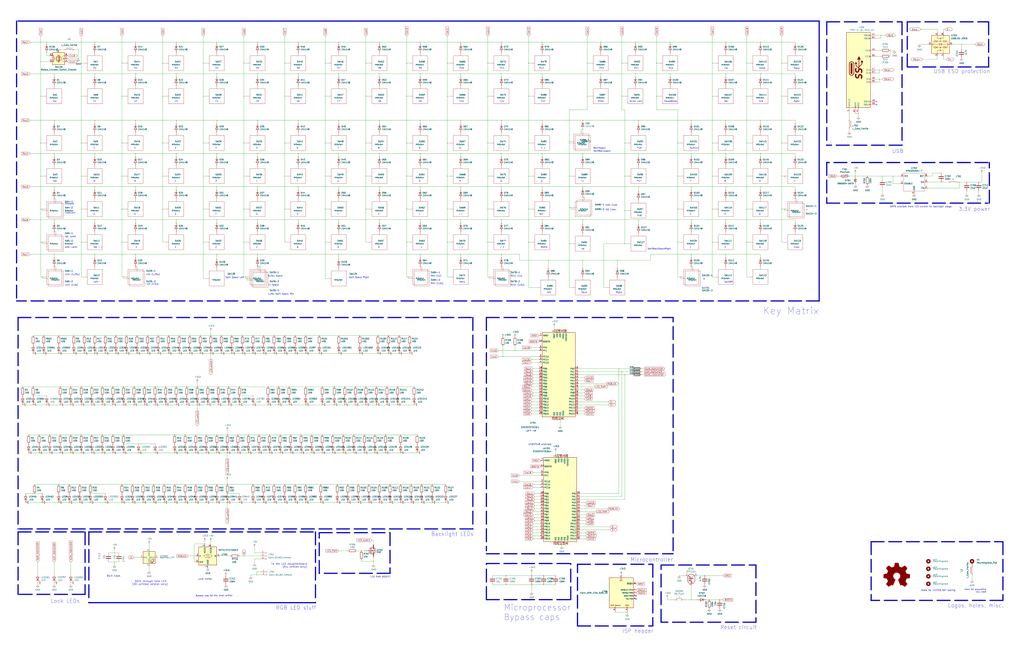
<source format=kicad_sch>
(kicad_sch (version 20200828) (generator eeschema)
  (page 1 1)
  (paper "D")
  (junction (at 27.94 326.39) (diameter 0.3048))
  (junction (at 27.94 334.01) (diameter 0.3048))
  (junction (at 27.94 341.63) (diameter 0.3048))
  (junction (at 29.21 416.56) (diameter 0.3048))
  (junction (at 33.02 367.03) (diameter 0.3048))
  (junction (at 33.02 382.27) (diameter 0.3048))
  (junction (at 34.29 52.07) (diameter 0.3048))
  (junction (at 34.29 81.28) (diameter 0.3048))
  (junction (at 34.29 120.65) (diameter 0.3048))
  (junction (at 34.29 148.59) (diameter 0.3048))
  (junction (at 34.29 176.53) (diameter 0.3048))
  (junction (at 34.29 204.47) (diameter 0.3048))
  (junction (at 35.56 176.53) (diameter 0.3048))
  (junction (at 35.56 204.47) (diameter 0.3048))
  (junction (at 35.56 233.68) (diameter 0.3048))
  (junction (at 35.56 424.18) (diameter 0.3048))
  (junction (at 36.83 283.21) (diameter 0.3048))
  (junction (at 36.83 298.45) (diameter 0.3048))
  (junction (at 39.37 35.56) (diameter 0.3048))
  (junction (at 39.37 341.63) (diameter 0.3048))
  (junction (at 41.91 367.03) (diameter 0.3048))
  (junction (at 41.91 382.27) (diameter 0.3048))
  (junction (at 45.72 62.23) (diameter 0.3048))
  (junction (at 45.72 101.6) (diameter 0.3048))
  (junction (at 45.72 129.54) (diameter 0.3048))
  (junction (at 45.72 157.48) (diameter 0.3048))
  (junction (at 45.72 167.64) (diameter 0.3048))
  (junction (at 45.72 185.42) (diameter 0.3048))
  (junction (at 45.72 195.58) (diameter 0.3048))
  (junction (at 45.72 214.63) (diameter 0.3048))
  (junction (at 45.72 224.79) (diameter 0.3048))
  (junction (at 49.53 283.21) (diameter 0.3048))
  (junction (at 49.53 298.45) (diameter 0.3048))
  (junction (at 49.53 408.94) (diameter 0.3048))
  (junction (at 49.53 424.18) (diameter 0.3048))
  (junction (at 50.8 326.39) (diameter 0.3048))
  (junction (at 50.8 341.63) (diameter 0.3048))
  (junction (at 50.8 367.03) (diameter 0.3048))
  (junction (at 50.8 382.27) (diameter 0.3048))
  (junction (at 58.42 408.94) (diameter 0.3048))
  (junction (at 58.42 424.18) (diameter 0.3048))
  (junction (at 59.69 326.39) (diameter 0.3048))
  (junction (at 59.69 341.63) (diameter 0.3048))
  (junction (at 59.69 367.03) (diameter 0.3048))
  (junction (at 59.69 382.27) (diameter 0.3048))
  (junction (at 62.23 283.21) (diameter 0.3048))
  (junction (at 62.23 298.45) (diameter 0.3048))
  (junction (at 66.04 49.53) (diameter 0.3048))
  (junction (at 67.31 408.94) (diameter 0.3048))
  (junction (at 67.31 424.18) (diameter 0.3048))
  (junction (at 68.58 53.34) (diameter 0.3048))
  (junction (at 68.58 81.28) (diameter 0.3048))
  (junction (at 68.58 120.65) (diameter 0.3048))
  (junction (at 68.58 148.59) (diameter 0.3048))
  (junction (at 68.58 176.53) (diameter 0.3048))
  (junction (at 68.58 204.47) (diameter 0.3048))
  (junction (at 68.58 326.39) (diameter 0.3048))
  (junction (at 68.58 341.63) (diameter 0.3048))
  (junction (at 68.58 367.03) (diameter 0.3048))
  (junction (at 68.58 382.27) (diameter 0.3048))
  (junction (at 71.12 283.21) (diameter 0.3048))
  (junction (at 71.12 298.45) (diameter 0.3048))
  (junction (at 76.2 408.94) (diameter 0.3048))
  (junction (at 76.2 416.56) (diameter 0.3048))
  (junction (at 76.2 424.18) (diameter 0.3048))
  (junction (at 77.47 326.39) (diameter 0.3048))
  (junction (at 77.47 341.63) (diameter 0.3048))
  (junction (at 77.47 367.03) (diameter 0.3048))
  (junction (at 77.47 382.27) (diameter 0.3048))
  (junction (at 80.01 35.56) (diameter 0.3048))
  (junction (at 80.01 62.23) (diameter 0.3048))
  (junction (at 80.01 101.6) (diameter 0.3048))
  (junction (at 80.01 129.54) (diameter 0.3048))
  (junction (at 80.01 157.48) (diameter 0.3048))
  (junction (at 80.01 185.42) (diameter 0.3048))
  (junction (at 80.01 214.63) (diameter 0.3048))
  (junction (at 80.01 283.21) (diameter 0.3048))
  (junction (at 80.01 298.45) (diameter 0.3048))
  (junction (at 86.36 326.39) (diameter 0.3048))
  (junction (at 86.36 341.63) (diameter 0.3048))
  (junction (at 86.36 367.03) (diameter 0.3048))
  (junction (at 86.36 382.27) (diameter 0.3048))
  (junction (at 88.9 283.21) (diameter 0.3048))
  (junction (at 88.9 298.45) (diameter 0.3048))
  (junction (at 88.9 424.18) (diameter 0.3048))
  (junction (at 95.25 326.39) (diameter 0.3048))
  (junction (at 95.25 341.63) (diameter 0.3048))
  (junction (at 95.25 367.03) (diameter 0.3048))
  (junction (at 95.25 382.27) (diameter 0.3048))
  (junction (at 96.52 466.725) (diameter 0.3048))
  (junction (at 96.52 474.345) (diameter 0.3048))
  (junction (at 97.79 283.21) (diameter 0.3048))
  (junction (at 97.79 298.45) (diameter 0.3048))
  (junction (at 102.87 53.34) (diameter 0.3048))
  (junction (at 102.87 81.28) (diameter 0.3048))
  (junction (at 102.87 120.65) (diameter 0.3048))
  (junction (at 102.87 148.59) (diameter 0.3048))
  (junction (at 102.87 176.53) (diameter 0.3048))
  (junction (at 102.87 204.47) (diameter 0.3048))
  (junction (at 102.87 408.94) (diameter 0.3048))
  (junction (at 102.87 424.18) (diameter 0.3048))
  (junction (at 104.14 233.68) (diameter 0.3048))
  (junction (at 104.14 326.39) (diameter 0.3048))
  (junction (at 104.14 341.63) (diameter 0.3048))
  (junction (at 104.14 367.03) (diameter 0.3048))
  (junction (at 104.14 374.65) (diameter 0.3048))
  (junction (at 104.14 382.27) (diameter 0.3048))
  (junction (at 106.68 283.21) (diameter 0.3048))
  (junction (at 106.68 298.45) (diameter 0.3048))
  (junction (at 111.76 408.94) (diameter 0.3048))
  (junction (at 111.76 424.18) (diameter 0.3048))
  (junction (at 113.03 326.39) (diameter 0.3048))
  (junction (at 113.03 341.63) (diameter 0.3048))
  (junction (at 114.3 35.56) (diameter 0.3048))
  (junction (at 114.3 62.23) (diameter 0.3048))
  (junction (at 114.3 101.6) (diameter 0.3048))
  (junction (at 114.3 129.54) (diameter 0.3048))
  (junction (at 114.3 157.48) (diameter 0.3048))
  (junction (at 114.3 185.42) (diameter 0.3048))
  (junction (at 114.3 214.63) (diameter 0.3048))
  (junction (at 114.3 224.79) (diameter 0.3048))
  (junction (at 115.57 283.21) (diameter 0.3048))
  (junction (at 115.57 298.45) (diameter 0.3048))
  (junction (at 116.84 374.65) (diameter 0.3048))
  (junction (at 116.84 382.27) (diameter 0.3048))
  (junction (at 120.65 408.94) (diameter 0.3048))
  (junction (at 120.65 424.18) (diameter 0.3048))
  (junction (at 121.92 326.39) (diameter 0.3048))
  (junction (at 121.92 341.63) (diameter 0.3048))
  (junction (at 124.46 283.21) (diameter 0.3048))
  (junction (at 124.46 298.45) (diameter 0.3048))
  (junction (at 129.54 408.94) (diameter 0.3048))
  (junction (at 129.54 424.18) (diameter 0.3048))
  (junction (at 130.81 326.39) (diameter 0.3048))
  (junction (at 130.81 341.63) (diameter 0.3048))
  (junction (at 130.81 382.27) (diameter 0.3048))
  (junction (at 133.35 283.21) (diameter 0.3048))
  (junction (at 133.35 298.45) (diameter 0.3048))
  (junction (at 137.16 53.34) (diameter 0.3048))
  (junction (at 137.16 81.28) (diameter 0.3048))
  (junction (at 137.16 120.65) (diameter 0.3048))
  (junction (at 137.16 148.59) (diameter 0.3048))
  (junction (at 137.16 176.53) (diameter 0.3048))
  (junction (at 138.43 408.94) (diameter 0.3048))
  (junction (at 138.43 424.18) (diameter 0.3048))
  (junction (at 139.7 326.39) (diameter 0.3048))
  (junction (at 139.7 341.63) (diameter 0.3048))
  (junction (at 142.24 283.21) (diameter 0.3048))
  (junction (at 142.24 298.45) (diameter 0.3048))
  (junction (at 147.32 367.03) (diameter 0.3048))
  (junction (at 147.32 382.27) (diameter 0.3048))
  (junction (at 147.32 408.94) (diameter 0.3048))
  (junction (at 147.32 424.18) (diameter 0.3048))
  (junction (at 148.59 35.56) (diameter 0.3048))
  (junction (at 148.59 62.23) (diameter 0.3048))
  (junction (at 148.59 101.6) (diameter 0.3048))
  (junction (at 148.59 129.54) (diameter 0.3048))
  (junction (at 148.59 157.48) (diameter 0.3048))
  (junction (at 148.59 185.42) (diameter 0.3048))
  (junction (at 148.59 326.39) (diameter 0.3048))
  (junction (at 148.59 341.63) (diameter 0.3048))
  (junction (at 151.13 283.21) (diameter 0.3048))
  (junction (at 151.13 298.45) (diameter 0.3048))
  (junction (at 156.21 367.03) (diameter 0.3048))
  (junction (at 156.21 382.27) (diameter 0.3048))
  (junction (at 156.21 408.94) (diameter 0.3048))
  (junction (at 156.21 424.18) (diameter 0.3048))
  (junction (at 157.48 326.39) (diameter 0.3048))
  (junction (at 157.48 341.63) (diameter 0.3048))
  (junction (at 160.02 283.21) (diameter 0.3048))
  (junction (at 160.02 298.45) (diameter 0.3048))
  (junction (at 165.1 367.03) (diameter 0.3048))
  (junction (at 165.1 382.27) (diameter 0.3048))
  (junction (at 165.1 408.94) (diameter 0.3048))
  (junction (at 165.1 424.18) (diameter 0.3048))
  (junction (at 166.37 326.39) (diameter 0.3048))
  (junction (at 166.37 341.63) (diameter 0.3048))
  (junction (at 168.91 283.21) (diameter 0.3048))
  (junction (at 168.91 298.45) (diameter 0.3048))
  (junction (at 171.45 53.34) (diameter 0.3048))
  (junction (at 171.45 81.28) (diameter 0.3048))
  (junction (at 171.45 120.65) (diameter 0.3048))
  (junction (at 171.45 148.59) (diameter 0.3048))
  (junction (at 171.45 176.53) (diameter 0.3048))
  (junction (at 171.45 204.47) (diameter 0.3048))
  (junction (at 172.72 459.105) (diameter 0.3048))
  (junction (at 173.99 367.03) (diameter 0.3048))
  (junction (at 173.99 382.27) (diameter 0.3048))
  (junction (at 173.99 408.94) (diameter 0.3048))
  (junction (at 173.99 424.18) (diameter 0.3048))
  (junction (at 175.26 326.39) (diameter 0.3048))
  (junction (at 175.26 341.63) (diameter 0.3048))
  (junction (at 177.8 283.21) (diameter 0.3048))
  (junction (at 177.8 298.45) (diameter 0.3048))
  (junction (at 182.88 35.56) (diameter 0.3048))
  (junction (at 182.88 62.23) (diameter 0.3048))
  (junction (at 182.88 101.6) (diameter 0.3048))
  (junction (at 182.88 129.54) (diameter 0.3048))
  (junction (at 182.88 157.48) (diameter 0.3048))
  (junction (at 182.88 185.42) (diameter 0.3048))
  (junction (at 182.88 214.63) (diameter 0.3048))
  (junction (at 182.88 367.03) (diameter 0.3048))
  (junction (at 182.88 382.27) (diameter 0.3048))
  (junction (at 182.88 408.94) (diameter 0.3048))
  (junction (at 182.88 424.18) (diameter 0.3048))
  (junction (at 184.15 326.39) (diameter 0.3048))
  (junction (at 184.15 341.63) (diameter 0.3048))
  (junction (at 186.69 283.21) (diameter 0.3048))
  (junction (at 186.69 298.45) (diameter 0.3048))
  (junction (at 191.77 367.03) (diameter 0.3048))
  (junction (at 191.77 382.27) (diameter 0.3048))
  (junction (at 191.77 408.94) (diameter 0.3048))
  (junction (at 191.77 416.56) (diameter 0.3048))
  (junction (at 191.77 424.18) (diameter 0.3048))
  (junction (at 193.04 326.39) (diameter 0.3048))
  (junction (at 193.04 341.63) (diameter 0.3048))
  (junction (at 195.58 283.21) (diameter 0.3048))
  (junction (at 195.58 298.45) (diameter 0.3048))
  (junction (at 200.66 367.03) (diameter 0.3048))
  (junction (at 200.66 382.27) (diameter 0.3048))
  (junction (at 201.93 326.39) (diameter 0.3048))
  (junction (at 201.93 334.01) (diameter 0.3048))
  (junction (at 201.93 341.63) (diameter 0.3048))
  (junction (at 201.93 424.18) (diameter 0.3048))
  (junction (at 204.47 283.21) (diameter 0.3048))
  (junction (at 204.47 298.45) (diameter 0.3048))
  (junction (at 205.74 53.34) (diameter 0.3048))
  (junction (at 205.74 81.28) (diameter 0.3048))
  (junction (at 205.74 120.65) (diameter 0.3048))
  (junction (at 205.74 148.59) (diameter 0.3048))
  (junction (at 205.74 176.53) (diameter 0.3048))
  (junction (at 205.74 204.47) (diameter 0.3048))
  (junction (at 205.74 469.265) (diameter 0.3048))
  (junction (at 207.01 233.68) (diameter 0.3048))
  (junction (at 208.28 234.95) (diameter 0.3048))
  (junction (at 209.55 367.03) (diameter 0.3048))
  (junction (at 209.55 382.27) (diameter 0.3048))
  (junction (at 213.36 283.21) (diameter 0.3048))
  (junction (at 213.36 298.45) (diameter 0.3048))
  (junction (at 213.36 341.63) (diameter 0.3048))
  (junction (at 213.36 408.94) (diameter 0.3048))
  (junction (at 213.36 424.18) (diameter 0.3048))
  (junction (at 216.535 485.14) (diameter 0.3048))
  (junction (at 217.17 35.56) (diameter 0.3048))
  (junction (at 217.17 62.23) (diameter 0.3048))
  (junction (at 217.17 101.6) (diameter 0.3048))
  (junction (at 217.17 129.54) (diameter 0.3048))
  (junction (at 217.17 157.48) (diameter 0.3048))
  (junction (at 217.17 185.42) (diameter 0.3048))
  (junction (at 217.17 214.63) (diameter 0.3048))
  (junction (at 217.17 224.79) (diameter 0.3048))
  (junction (at 218.44 224.79) (diameter 0.3048))
  (junction (at 218.44 367.03) (diameter 0.3048))
  (junction (at 218.44 382.27) (diameter 0.3048))
  (junction (at 222.25 283.21) (diameter 0.3048))
  (junction (at 222.25 298.45) (diameter 0.3048))
  (junction (at 222.25 408.94) (diameter 0.3048))
  (junction (at 222.25 424.18) (diameter 0.3048))
  (junction (at 226.06 326.39) (diameter 0.3048))
  (junction (at 226.06 341.63) (diameter 0.3048))
  (junction (at 227.33 367.03) (diameter 0.3048))
  (junction (at 227.33 382.27) (diameter 0.3048))
  (junction (at 231.14 283.21) (diameter 0.3048))
  (junction (at 231.14 298.45) (diameter 0.3048))
  (junction (at 231.14 408.94) (diameter 0.3048))
  (junction (at 231.14 424.18) (diameter 0.3048))
  (junction (at 234.95 326.39) (diameter 0.3048))
  (junction (at 234.95 341.63) (diameter 0.3048))
  (junction (at 236.22 367.03) (diameter 0.3048))
  (junction (at 236.22 382.27) (diameter 0.3048))
  (junction (at 240.03 53.34) (diameter 0.3048))
  (junction (at 240.03 81.28) (diameter 0.3048))
  (junction (at 240.03 120.65) (diameter 0.3048))
  (junction (at 240.03 148.59) (diameter 0.3048))
  (junction (at 240.03 176.53) (diameter 0.3048))
  (junction (at 240.03 283.21) (diameter 0.3048))
  (junction (at 240.03 298.45) (diameter 0.3048))
  (junction (at 240.03 408.94) (diameter 0.3048))
  (junction (at 240.03 424.18) (diameter 0.3048))
  (junction (at 243.84 326.39) (diameter 0.3048))
  (junction (at 243.84 341.63) (diameter 0.3048))
  (junction (at 245.11 367.03) (diameter 0.3048))
  (junction (at 245.11 382.27) (diameter 0.3048))
  (junction (at 248.92 283.21) (diameter 0.3048))
  (junction (at 248.92 298.45) (diameter 0.3048))
  (junction (at 248.92 408.94) (diameter 0.3048))
  (junction (at 248.92 424.18) (diameter 0.3048))
  (junction (at 251.46 35.56) (diameter 0.3048))
  (junction (at 251.46 62.23) (diameter 0.3048))
  (junction (at 251.46 101.6) (diameter 0.3048))
  (junction (at 251.46 129.54) (diameter 0.3048))
  (junction (at 251.46 157.48) (diameter 0.3048))
  (junction (at 251.46 185.42) (diameter 0.3048))
  (junction (at 254 367.03) (diameter 0.3048))
  (junction (at 254 382.27) (diameter 0.3048))
  (junction (at 257.81 283.21) (diameter 0.3048))
  (junction (at 257.81 298.45) (diameter 0.3048))
  (junction (at 257.81 326.39) (diameter 0.3048))
  (junction (at 257.81 341.63) (diameter 0.3048))
  (junction (at 257.81 408.94) (diameter 0.3048))
  (junction (at 257.81 424.18) (diameter 0.3048))
  (junction (at 262.89 367.03) (diameter 0.3048))
  (junction (at 262.89 382.27) (diameter 0.3048))
  (junction (at 269.24 283.21) (diameter 0.3048))
  (junction (at 269.24 298.45) (diameter 0.3048))
  (junction (at 270.51 408.94) (diameter 0.3048))
  (junction (at 270.51 424.18) (diameter 0.3048))
  (junction (at 271.78 326.39) (diameter 0.3048))
  (junction (at 271.78 341.63) (diameter 0.3048))
  (junction (at 271.78 367.03) (diameter 0.3048))
  (junction (at 271.78 382.27) (diameter 0.3048))
  (junction (at 274.32 53.34) (diameter 0.3048))
  (junction (at 274.32 81.28) (diameter 0.3048))
  (junction (at 274.32 120.65) (diameter 0.3048))
  (junction (at 274.32 148.59) (diameter 0.3048))
  (junction (at 274.32 176.53) (diameter 0.3048))
  (junction (at 274.32 204.47) (diameter 0.3048))
  (junction (at 280.67 367.03) (diameter 0.3048))
  (junction (at 280.67 382.27) (diameter 0.3048))
  (junction (at 281.94 326.39) (diameter 0.3048))
  (junction (at 281.94 341.63) (diameter 0.3048))
  (junction (at 284.48 408.94) (diameter 0.3048))
  (junction (at 284.48 424.18) (diameter 0.3048))
  (junction (at 285.75 35.56) (diameter 0.3048))
  (junction (at 285.75 62.23) (diameter 0.3048))
  (junction (at 285.75 101.6) (diameter 0.3048))
  (junction (at 285.75 129.54) (diameter 0.3048))
  (junction (at 285.75 157.48) (diameter 0.3048))
  (junction (at 285.75 185.42) (diameter 0.3048))
  (junction (at 285.75 214.63) (diameter 0.3048))
  (junction (at 285.75 283.21) (diameter 0.3048))
  (junction (at 285.75 298.45) (diameter 0.3048))
  (junction (at 289.56 367.03) (diameter 0.3048))
  (junction (at 289.56 382.27) (diameter 0.3048))
  (junction (at 290.83 326.39) (diameter 0.3048))
  (junction (at 290.83 341.63) (diameter 0.3048))
  (junction (at 293.37 408.94) (diameter 0.3048))
  (junction (at 293.37 424.18) (diameter 0.3048))
  (junction (at 298.45 367.03) (diameter 0.3048))
  (junction (at 298.45 382.27) (diameter 0.3048))
  (junction (at 299.72 326.39) (diameter 0.3048))
  (junction (at 299.72 341.63) (diameter 0.3048))
  (junction (at 302.26 408.94) (diameter 0.3048))
  (junction (at 302.26 424.18) (diameter 0.3048))
  (junction (at 303.53 283.21) (diameter 0.3048))
  (junction (at 303.53 298.45) (diameter 0.3048))
  (junction (at 304.8 464.82) (diameter 0.3048))
  (junction (at 307.34 367.03) (diameter 0.3048))
  (junction (at 307.34 382.27) (diameter 0.3048))
  (junction (at 308.61 53.34) (diameter 0.3048))
  (junction (at 308.61 81.28) (diameter 0.3048))
  (junction (at 308.61 120.65) (diameter 0.3048))
  (junction (at 308.61 148.59) (diameter 0.3048))
  (junction (at 308.61 176.53) (diameter 0.3048))
  (junction (at 308.61 326.39) (diameter 0.3048))
  (junction (at 308.61 341.63) (diameter 0.3048))
  (junction (at 311.15 408.94) (diameter 0.3048))
  (junction (at 311.15 424.18) (diameter 0.3048))
  (junction (at 314.96 473.71) (diameter 0.3048))
  (junction (at 316.23 367.03) (diameter 0.3048))
  (junction (at 316.23 382.27) (diameter 0.3048))
  (junction (at 317.5 326.39) (diameter 0.3048))
  (junction (at 317.5 341.63) (diameter 0.3048))
  (junction (at 318.77 283.21) (diameter 0.3048))
  (junction (at 318.77 298.45) (diameter 0.3048))
  (junction (at 320.04 35.56) (diameter 0.3048))
  (junction (at 320.04 62.23) (diameter 0.3048))
  (junction (at 320.04 101.6) (diameter 0.3048))
  (junction (at 320.04 129.54) (diameter 0.3048))
  (junction (at 320.04 157.48) (diameter 0.3048))
  (junction (at 320.04 185.42) (diameter 0.3048))
  (junction (at 320.04 408.94) (diameter 0.3048))
  (junction (at 320.04 424.18) (diameter 0.3048))
  (junction (at 325.12 367.03) (diameter 0.3048))
  (junction (at 325.12 382.27) (diameter 0.3048))
  (junction (at 326.39 326.39) (diameter 0.3048))
  (junction (at 326.39 341.63) (diameter 0.3048))
  (junction (at 327.66 283.21) (diameter 0.3048))
  (junction (at 327.66 298.45) (diameter 0.3048))
  (junction (at 328.93 408.94) (diameter 0.3048))
  (junction (at 328.93 424.18) (diameter 0.3048))
  (junction (at 335.28 326.39) (diameter 0.3048))
  (junction (at 335.28 341.63) (diameter 0.3048))
  (junction (at 336.55 283.21) (diameter 0.3048))
  (junction (at 336.55 298.45) (diameter 0.3048))
  (junction (at 337.82 367.03) (diameter 0.3048))
  (junction (at 337.82 382.27) (diameter 0.3048))
  (junction (at 337.82 408.94) (diameter 0.3048))
  (junction (at 337.82 424.18) (diameter 0.3048))
  (junction (at 342.9 53.34) (diameter 0.3048))
  (junction (at 342.9 81.28) (diameter 0.3048))
  (junction (at 342.9 120.65) (diameter 0.3048))
  (junction (at 342.9 148.59) (diameter 0.3048))
  (junction (at 342.9 176.53) (diameter 0.3048))
  (junction (at 342.9 204.47) (diameter 0.3048))
  (junction (at 344.17 233.68) (diameter 0.3048))
  (junction (at 346.71 408.94) (diameter 0.3048))
  (junction (at 346.71 424.18) (diameter 0.3048))
  (junction (at 354.33 35.56) (diameter 0.3048))
  (junction (at 354.33 62.23) (diameter 0.3048))
  (junction (at 354.33 101.6) (diameter 0.3048))
  (junction (at 354.33 129.54) (diameter 0.3048))
  (junction (at 354.33 157.48) (diameter 0.3048))
  (junction (at 354.33 185.42) (diameter 0.3048))
  (junction (at 354.33 214.63) (diameter 0.3048))
  (junction (at 354.33 224.79) (diameter 0.3048))
  (junction (at 355.6 408.94) (diameter 0.3048))
  (junction (at 355.6 424.18) (diameter 0.3048))
  (junction (at 364.49 408.94) (diameter 0.3048))
  (junction (at 364.49 424.18) (diameter 0.3048))
  (junction (at 377.19 53.34) (diameter 0.3048))
  (junction (at 377.19 81.28) (diameter 0.3048))
  (junction (at 377.19 120.65) (diameter 0.3048))
  (junction (at 377.19 148.59) (diameter 0.3048))
  (junction (at 377.19 176.53) (diameter 0.3048))
  (junction (at 377.19 204.47) (diameter 0.3048))
  (junction (at 388.62 35.56) (diameter 0.3048))
  (junction (at 388.62 62.23) (diameter 0.3048))
  (junction (at 388.62 101.6) (diameter 0.3048))
  (junction (at 388.62 129.54) (diameter 0.3048))
  (junction (at 388.62 157.48) (diameter 0.3048))
  (junction (at 388.62 185.42) (diameter 0.3048))
  (junction (at 388.62 214.63) (diameter 0.3048))
  (junction (at 411.48 53.34) (diameter 0.3048))
  (junction (at 411.48 81.28) (diameter 0.3048))
  (junction (at 411.48 120.65) (diameter 0.3048))
  (junction (at 411.48 148.59) (diameter 0.3048))
  (junction (at 411.48 176.53) (diameter 0.3048))
  (junction (at 411.48 204.47) (diameter 0.3048))
  (junction (at 412.75 233.68) (diameter 0.3048))
  (junction (at 422.91 35.56) (diameter 0.3048))
  (junction (at 422.91 62.23) (diameter 0.3048))
  (junction (at 422.91 101.6) (diameter 0.3048))
  (junction (at 422.91 129.54) (diameter 0.3048))
  (junction (at 422.91 157.48) (diameter 0.3048))
  (junction (at 422.91 185.42) (diameter 0.3048))
  (junction (at 422.91 214.63) (diameter 0.3048))
  (junction (at 422.91 224.79) (diameter 0.3048))
  (junction (at 424.18 300.99) (diameter 0.3048))
  (junction (at 426.72 485.775) (diameter 0.3048))
  (junction (at 426.72 493.395) (diameter 0.3048))
  (junction (at 434.34 295.91) (diameter 0.3048))
  (junction (at 445.77 53.34) (diameter 0.3048))
  (junction (at 445.77 81.28) (diameter 0.3048))
  (junction (at 445.77 120.65) (diameter 0.3048))
  (junction (at 445.77 148.59) (diameter 0.3048))
  (junction (at 445.77 176.53) (diameter 0.3048))
  (junction (at 445.77 204.47) (diameter 0.3048))
  (junction (at 448.31 485.775) (diameter 0.3048))
  (junction (at 448.31 493.395) (diameter 0.3048))
  (junction (at 457.2 35.56) (diameter 0.3048))
  (junction (at 457.2 62.23) (diameter 0.3048))
  (junction (at 457.2 101.6) (diameter 0.3048))
  (junction (at 457.2 129.54) (diameter 0.3048))
  (junction (at 457.2 157.48) (diameter 0.3048))
  (junction (at 457.2 185.42) (diameter 0.3048))
  (junction (at 458.47 485.775) (diameter 0.3048))
  (junction (at 458.47 493.395) (diameter 0.3048))
  (junction (at 462.28 219.71) (diameter 0.3048))
  (junction (at 467.36 278.13) (diameter 0.3048))
  (junction (at 468.63 383.54) (diameter 0.3048))
  (junction (at 469.9 278.13) (diameter 0.3048))
  (junction (at 469.9 354.33) (diameter 0.3048))
  (junction (at 471.17 383.54) (diameter 0.3048))
  (junction (at 471.17 459.74) (diameter 0.3048))
  (junction (at 472.44 278.13) (diameter 0.3048))
  (junction (at 472.44 354.33) (diameter 0.3048))
  (junction (at 473.71 383.54) (diameter 0.3048))
  (junction (at 473.71 459.74) (diameter 0.3048))
  (junction (at 474.98 278.13) (diameter 0.3048))
  (junction (at 476.25 383.54) (diameter 0.3048))
  (junction (at 476.25 459.74) (diameter 0.3048))
  (junction (at 480.06 119.38) (diameter 0.3048))
  (junction (at 480.06 120.65) (diameter 0.3048))
  (junction (at 480.06 148.59) (diameter 0.3048))
  (junction (at 480.06 175.26) (diameter 0.3048))
  (junction (at 480.06 205.74) (diameter 0.3048))
  (junction (at 481.33 175.26) (diameter 0.3048))
  (junction (at 491.49 101.6) (diameter 0.3048))
  (junction (at 491.49 109.22) (diameter 0.3048))
  (junction (at 491.49 129.54) (diameter 0.3048))
  (junction (at 491.49 157.48) (diameter 0.3048))
  (junction (at 491.49 166.37) (diameter 0.3048))
  (junction (at 491.49 185.42) (diameter 0.3048))
  (junction (at 491.49 219.71) (diameter 0.3048))
  (junction (at 495.3 53.34) (diameter 0.3048))
  (junction (at 495.3 81.28) (diameter 0.3048))
  (junction (at 506.73 35.56) (diameter 0.3048))
  (junction (at 506.73 62.23) (diameter 0.3048))
  (junction (at 520.7 219.71) (diameter 0.3048))
  (junction (at 521.97 311.15) (diameter 0.3048))
  (junction (at 524.51 53.34) (diameter 0.3048))
  (junction (at 524.51 81.28) (diameter 0.3048))
  (junction (at 524.51 313.69) (diameter 0.3048))
  (junction (at 527.05 120.65) (diameter 0.3048))
  (junction (at 527.05 148.59) (diameter 0.3048))
  (junction (at 527.05 177.8) (diameter 0.3048))
  (junction (at 527.05 205.74) (diameter 0.3048))
  (junction (at 527.05 316.23) (diameter 0.3048))
  (junction (at 528.955 516.89) (diameter 0.3048))
  (junction (at 535.94 35.56) (diameter 0.3048))
  (junction (at 535.94 62.23) (diameter 0.3048))
  (junction (at 538.48 101.6) (diameter 0.3048))
  (junction (at 538.48 129.54) (diameter 0.3048))
  (junction (at 538.48 157.48) (diameter 0.3048))
  (junction (at 538.48 185.42) (diameter 0.3048))
  (junction (at 553.72 53.34) (diameter 0.3048))
  (junction (at 553.72 81.28) (diameter 0.3048))
  (junction (at 565.15 35.56) (diameter 0.3048))
  (junction (at 565.15 62.23) (diameter 0.3048))
  (junction (at 571.5 120.65) (diameter 0.3048))
  (junction (at 571.5 148.59) (diameter 0.3048))
  (junction (at 571.5 176.53) (diameter 0.3048))
  (junction (at 571.5 204.47) (diameter 0.3048))
  (junction (at 574.04 233.68) (diameter 0.3048))
  (junction (at 582.93 101.6) (diameter 0.3048))
  (junction (at 582.93 129.54) (diameter 0.3048))
  (junction (at 582.93 157.48) (diameter 0.3048))
  (junction (at 582.93 185.42) (diameter 0.3048))
  (junction (at 582.93 214.63) (diameter 0.3048))
  (junction (at 582.93 224.79) (diameter 0.3048))
  (junction (at 582.93 506.095) (diameter 0.3048))
  (junction (at 594.36 485.775) (diameter 0.3048))
  (junction (at 598.17 506.095) (diameter 0.3048))
  (junction (at 600.71 53.34) (diameter 0.3048))
  (junction (at 600.71 81.28) (diameter 0.3048))
  (junction (at 600.71 120.65) (diameter 0.3048))
  (junction (at 600.71 148.59) (diameter 0.3048))
  (junction (at 600.71 176.53) (diameter 0.3048))
  (junction (at 600.71 204.47) (diameter 0.3048))
  (junction (at 607.06 506.095) (diameter 0.3048))
  (junction (at 612.14 35.56) (diameter 0.3048))
  (junction (at 612.14 62.23) (diameter 0.3048))
  (junction (at 612.14 101.6) (diameter 0.3048))
  (junction (at 612.14 129.54) (diameter 0.3048))
  (junction (at 612.14 157.48) (diameter 0.3048))
  (junction (at 612.14 185.42) (diameter 0.3048))
  (junction (at 612.14 214.63) (diameter 0.3048))
  (junction (at 629.92 53.34) (diameter 0.3048))
  (junction (at 629.92 81.28) (diameter 0.3048))
  (junction (at 629.92 120.65) (diameter 0.3048))
  (junction (at 629.92 148.59) (diameter 0.3048))
  (junction (at 629.92 176.53) (diameter 0.3048))
  (junction (at 629.92 204.47) (diameter 0.3048))
  (junction (at 641.35 35.56) (diameter 0.3048))
  (junction (at 641.35 62.23) (diameter 0.3048))
  (junction (at 641.35 101.6) (diameter 0.3048))
  (junction (at 641.35 129.54) (diameter 0.3048))
  (junction (at 641.35 157.48) (diameter 0.3048))
  (junction (at 641.35 185.42) (diameter 0.3048))
  (junction (at 659.13 53.34) (diameter 0.3048))
  (junction (at 659.13 81.28) (diameter 0.3048))
  (junction (at 659.13 120.65) (diameter 0.3048))
  (junction (at 659.13 148.59) (diameter 0.3048))
  (junction (at 659.13 176.53) (diameter 0.3048))
  (junction (at 661.67 148.59) (diameter 0.3048))
  (junction (at 661.67 176.53) (diameter 0.3048))
  (junction (at 670.56 167.64) (diameter 0.3048))
  (junction (at 721.36 148.59) (diameter 0.3048))
  (junction (at 723.9 95.885) (diameter 0.3048))
  (junction (at 731.52 148.59) (diameter 0.3048))
  (junction (at 741.68 59.055) (diameter 0.3048))
  (junction (at 741.68 66.675) (diameter 0.3048))
  (junction (at 742.95 29.845) (diameter 0.3048))
  (junction (at 744.22 148.59) (diameter 0.3048))
  (junction (at 750.57 42.545) (diameter 0.3048))
  (junction (at 753.11 148.59) (diameter 0.3048))
  (junction (at 793.75 153.67) (diameter 0.3048))
  (junction (at 808.99 153.67) (diameter 0.3048))
  (junction (at 810.895 37.465) (diameter 0.3048))
  (junction (at 815.34 153.67) (diameter 0.3048))
  (junction (at 825.5 153.67) (diameter 0.3048))
  (no_connect (at 536.575 505.46))
  (no_connect (at 739.14 88.265))
  (no_connect (at 739.14 85.725))
  (no_connect (at 536.575 502.92))
  (wire (pts (xy 19.05 326.39) (xy 27.94 326.39)))
  (wire (pts (xy 19.05 341.63) (xy 27.94 341.63)))
  (wire (pts (xy 21.59 416.56) (xy 29.21 416.56)))
  (wire (pts (xy 21.59 424.18) (xy 35.56 424.18)))
  (wire (pts (xy 25.4 35.56) (xy 39.37 35.56)))
  (wire (pts (xy 25.4 62.23) (xy 45.72 62.23)))
  (wire (pts (xy 25.4 101.6) (xy 45.72 101.6)))
  (wire (pts (xy 25.4 129.54) (xy 45.72 129.54)))
  (wire (pts (xy 25.4 157.48) (xy 45.72 157.48)))
  (wire (pts (xy 25.4 185.42) (xy 45.72 185.42)))
  (wire (pts (xy 25.4 214.63) (xy 45.72 214.63)))
  (wire (pts (xy 27.94 326.39) (xy 50.8 326.39)))
  (wire (pts (xy 27.94 334.01) (xy 39.37 334.01)))
  (wire (pts (xy 27.94 341.63) (xy 39.37 341.63)))
  (wire (pts (xy 29.21 408.94) (xy 49.53 408.94)))
  (wire (pts (xy 29.21 416.56) (xy 35.56 416.56)))
  (wire (pts (xy 31.75 474.345) (xy 31.75 484.505)))
  (wire (pts (xy 31.75 493.395) (xy 31.75 492.125)))
  (wire (pts (xy 33.02 367.03) (xy 24.13 367.03)))
  (wire (pts (xy 33.02 382.27) (xy 24.13 382.27)))
  (wire (pts (xy 34.29 30.48) (xy 34.29 52.07)))
  (wire (pts (xy 34.29 52.07) (xy 34.29 81.28)))
  (wire (pts (xy 34.29 81.28) (xy 34.29 120.65)))
  (wire (pts (xy 34.29 120.65) (xy 34.29 148.59)))
  (wire (pts (xy 34.29 148.59) (xy 34.29 176.53)))
  (wire (pts (xy 34.29 176.53) (xy 34.29 204.47)))
  (wire (pts (xy 34.29 204.47) (xy 34.29 233.68)))
  (wire (pts (xy 35.56 176.53) (xy 34.29 176.53)))
  (wire (pts (xy 35.56 177.8) (xy 35.56 176.53)))
  (wire (pts (xy 35.56 204.47) (xy 34.29 204.47)))
  (wire (pts (xy 35.56 205.74) (xy 35.56 204.47)))
  (wire (pts (xy 35.56 233.68) (xy 34.29 233.68)))
  (wire (pts (xy 35.56 234.95) (xy 35.56 233.68)))
  (wire (pts (xy 35.56 424.18) (xy 49.53 424.18)))
  (wire (pts (xy 36.83 81.28) (xy 34.29 81.28)))
  (wire (pts (xy 36.83 120.65) (xy 34.29 120.65)))
  (wire (pts (xy 36.83 148.59) (xy 34.29 148.59)))
  (wire (pts (xy 36.83 176.53) (xy 35.56 176.53)))
  (wire (pts (xy 36.83 204.47) (xy 35.56 204.47)))
  (wire (pts (xy 36.83 233.68) (xy 35.56 233.68)))
  (wire (pts (xy 36.83 283.21) (xy 27.94 283.21)))
  (wire (pts (xy 36.83 283.21) (xy 49.53 283.21)))
  (wire (pts (xy 36.83 298.45) (xy 27.94 298.45)))
  (wire (pts (xy 36.83 298.45) (xy 49.53 298.45)))
  (wire (pts (xy 38.1 177.8) (xy 35.56 177.8)))
  (wire (pts (xy 38.1 205.74) (xy 35.56 205.74)))
  (wire (pts (xy 38.1 234.95) (xy 35.56 234.95)))
  (wire (pts (xy 39.37 35.56) (xy 80.01 35.56)))
  (wire (pts (xy 39.37 36.83) (xy 39.37 35.56)))
  (wire (pts (xy 39.37 46.99) (xy 39.37 44.45)))
  (wire (pts (xy 39.37 341.63) (xy 50.8 341.63)))
  (wire (pts (xy 41.91 46.99) (xy 39.37 46.99)))
  (wire (pts (xy 41.91 52.07) (xy 34.29 52.07)))
  (wire (pts (xy 41.91 367.03) (xy 33.02 367.03)))
  (wire (pts (xy 41.91 382.27) (xy 33.02 382.27)))
  (wire (pts (xy 45.72 62.23) (xy 45.72 64.77)))
  (wire (pts (xy 45.72 62.23) (xy 80.01 62.23)))
  (wire (pts (xy 45.72 101.6) (xy 45.72 104.14)))
  (wire (pts (xy 45.72 101.6) (xy 80.01 101.6)))
  (wire (pts (xy 45.72 129.54) (xy 45.72 132.08)))
  (wire (pts (xy 45.72 129.54) (xy 80.01 129.54)))
  (wire (pts (xy 45.72 157.48) (xy 45.72 160.02)))
  (wire (pts (xy 45.72 157.48) (xy 80.01 157.48)))
  (wire (pts (xy 45.72 185.42) (xy 45.72 187.96)))
  (wire (pts (xy 45.72 185.42) (xy 80.01 185.42)))
  (wire (pts (xy 45.72 214.63) (xy 45.72 217.17)))
  (wire (pts (xy 45.72 214.63) (xy 80.01 214.63)))
  (wire (pts (xy 45.72 224.79) (xy 46.99 224.79)))
  (wire (pts (xy 45.72 474.345) (xy 45.72 484.505)))
  (wire (pts (xy 45.72 493.395) (xy 45.72 492.125)))
  (wire (pts (xy 46.99 167.64) (xy 45.72 167.64)))
  (wire (pts (xy 46.99 168.91) (xy 46.99 167.64)))
  (wire (pts (xy 46.99 195.58) (xy 45.72 195.58)))
  (wire (pts (xy 46.99 196.85) (xy 46.99 195.58)))
  (wire (pts (xy 46.99 226.06) (xy 46.99 224.79)))
  (wire (pts (xy 49.53 41.91) (xy 54.61 41.91)))
  (wire (pts (xy 49.53 283.21) (xy 62.23 283.21)))
  (wire (pts (xy 49.53 298.45) (xy 62.23 298.45)))
  (wire (pts (xy 50.8 367.03) (xy 41.91 367.03)))
  (wire (pts (xy 50.8 382.27) (xy 41.91 382.27)))
  (wire (pts (xy 58.42 408.94) (xy 49.53 408.94)))
  (wire (pts (xy 58.42 424.18) (xy 49.53 424.18)))
  (wire (pts (xy 59.69 326.39) (xy 50.8 326.39)))
  (wire (pts (xy 59.69 341.63) (xy 50.8 341.63)))
  (wire (pts (xy 59.69 367.03) (xy 50.8 367.03)))
  (wire (pts (xy 59.69 382.27) (xy 50.8 382.27)))
  (wire (pts (xy 59.69 474.345) (xy 59.69 484.505)))
  (wire (pts (xy 59.69 492.125) (xy 59.69 493.395)))
  (wire (pts (xy 62.23 41.91) (xy 66.04 41.91)))
  (wire (pts (xy 66.04 41.91) (xy 66.04 49.53)) (stroke (width 0.1524)))
  (wire (pts (xy 66.04 49.53) (xy 57.15 49.53)))
  (wire (pts (xy 67.31 408.94) (xy 58.42 408.94)))
  (wire (pts (xy 67.31 424.18) (xy 58.42 424.18)))
  (wire (pts (xy 68.58 53.34) (xy 68.58 30.48)))
  (wire (pts (xy 68.58 53.34) (xy 68.58 81.28)))
  (wire (pts (xy 68.58 81.28) (xy 68.58 120.65)))
  (wire (pts (xy 68.58 148.59) (xy 68.58 120.65)))
  (wire (pts (xy 68.58 176.53) (xy 68.58 148.59)))
  (wire (pts (xy 68.58 204.47) (xy 68.58 176.53)))
  (wire (pts (xy 68.58 233.68) (xy 68.58 204.47)))
  (wire (pts (xy 68.58 326.39) (xy 59.69 326.39)))
  (wire (pts (xy 68.58 341.63) (xy 59.69 341.63)))
  (wire (pts (xy 68.58 367.03) (xy 59.69 367.03)))
  (wire (pts (xy 68.58 382.27) (xy 59.69 382.27)))
  (wire (pts (xy 71.12 53.34) (xy 68.58 53.34)))
  (wire (pts (xy 71.12 81.28) (xy 68.58 81.28)))
  (wire (pts (xy 71.12 120.65) (xy 68.58 120.65)))
  (wire (pts (xy 71.12 148.59) (xy 68.58 148.59)))
  (wire (pts (xy 71.12 176.53) (xy 68.58 176.53)))
  (wire (pts (xy 71.12 204.47) (xy 68.58 204.47)))
  (wire (pts (xy 71.12 233.68) (xy 68.58 233.68)))
  (wire (pts (xy 71.12 283.21) (xy 62.23 283.21)))
  (wire (pts (xy 71.12 298.45) (xy 62.23 298.45)))
  (wire (pts (xy 76.2 408.94) (xy 67.31 408.94)))
  (wire (pts (xy 76.2 408.94) (xy 102.87 408.94)))
  (wire (pts (xy 76.2 416.56) (xy 88.9 416.56)))
  (wire (pts (xy 76.2 424.18) (xy 67.31 424.18)))
  (wire (pts (xy 76.2 424.18) (xy 88.9 424.18)))
  (wire (pts (xy 77.47 326.39) (xy 68.58 326.39)))
  (wire (pts (xy 77.47 341.63) (xy 68.58 341.63)))
  (wire (pts (xy 77.47 367.03) (xy 68.58 367.03)))
  (wire (pts (xy 77.47 382.27) (xy 68.58 382.27)))
  (wire (pts (xy 80.01 36.83) (xy 80.01 35.56)))
  (wire (pts (xy 80.01 62.23) (xy 80.01 64.77)))
  (wire (pts (xy 80.01 62.23) (xy 114.3 62.23)))
  (wire (pts (xy 80.01 101.6) (xy 80.01 104.14)))
  (wire (pts (xy 80.01 101.6) (xy 114.3 101.6)))
  (wire (pts (xy 80.01 129.54) (xy 80.01 132.08)))
  (wire (pts (xy 80.01 129.54) (xy 114.3 129.54)))
  (wire (pts (xy 80.01 157.48) (xy 80.01 160.02)))
  (wire (pts (xy 80.01 157.48) (xy 114.3 157.48)))
  (wire (pts (xy 80.01 185.42) (xy 80.01 187.96)))
  (wire (pts (xy 80.01 185.42) (xy 114.3 185.42)))
  (wire (pts (xy 80.01 214.63) (xy 80.01 217.17)))
  (wire (pts (xy 80.01 214.63) (xy 114.3 214.63)))
  (wire (pts (xy 80.01 283.21) (xy 71.12 283.21)))
  (wire (pts (xy 80.01 298.45) (xy 71.12 298.45)))
  (wire (pts (xy 86.36 326.39) (xy 77.47 326.39)))
  (wire (pts (xy 86.36 341.63) (xy 77.47 341.63)))
  (wire (pts (xy 86.36 367.03) (xy 77.47 367.03)))
  (wire (pts (xy 86.36 382.27) (xy 77.47 382.27)))
  (wire (pts (xy 88.9 283.21) (xy 80.01 283.21)))
  (wire (pts (xy 88.9 298.45) (xy 80.01 298.45)))
  (wire (pts (xy 88.9 424.18) (xy 102.87 424.18)))
  (wire (pts (xy 91.44 466.725) (xy 96.52 466.725)))
  (wire (pts (xy 91.44 474.345) (xy 96.52 474.345)))
  (wire (pts (xy 95.25 326.39) (xy 86.36 326.39)))
  (wire (pts (xy 95.25 341.63) (xy 86.36 341.63)))
  (wire (pts (xy 95.25 367.03) (xy 86.36 367.03)))
  (wire (pts (xy 95.25 382.27) (xy 86.36 382.27)))
  (wire (pts (xy 96.52 464.185) (xy 96.52 466.725)))
  (wire (pts (xy 96.52 466.725) (xy 100.33 466.725)))
  (wire (pts (xy 96.52 474.345) (xy 96.52 476.885)))
  (wire (pts (xy 96.52 474.345) (xy 100.33 474.345)))
  (wire (pts (xy 97.79 283.21) (xy 88.9 283.21)))
  (wire (pts (xy 97.79 298.45) (xy 88.9 298.45)))
  (wire (pts (xy 102.87 53.34) (xy 102.87 30.48)))
  (wire (pts (xy 102.87 53.34) (xy 102.87 81.28)))
  (wire (pts (xy 102.87 81.28) (xy 102.87 120.65)))
  (wire (pts (xy 102.87 148.59) (xy 102.87 120.65)))
  (wire (pts (xy 102.87 176.53) (xy 102.87 148.59)))
  (wire (pts (xy 102.87 204.47) (xy 102.87 176.53)))
  (wire (pts (xy 102.87 233.68) (xy 102.87 204.47)))
  (wire (pts (xy 104.14 233.68) (xy 102.87 233.68)))
  (wire (pts (xy 104.14 234.95) (xy 104.14 233.68)))
  (wire (pts (xy 104.14 326.39) (xy 95.25 326.39)))
  (wire (pts (xy 104.14 341.63) (xy 95.25 341.63)))
  (wire (pts (xy 104.14 367.03) (xy 95.25 367.03)))
  (wire (pts (xy 104.14 367.03) (xy 147.32 367.03)))
  (wire (pts (xy 104.14 374.65) (xy 116.84 374.65)))
  (wire (pts (xy 104.14 382.27) (xy 95.25 382.27)))
  (wire (pts (xy 104.14 382.27) (xy 116.84 382.27)))
  (wire (pts (xy 105.41 53.34) (xy 102.87 53.34)))
  (wire (pts (xy 105.41 81.28) (xy 102.87 81.28)))
  (wire (pts (xy 105.41 120.65) (xy 102.87 120.65)))
  (wire (pts (xy 105.41 148.59) (xy 102.87 148.59)))
  (wire (pts (xy 105.41 176.53) (xy 102.87 176.53)))
  (wire (pts (xy 105.41 204.47) (xy 102.87 204.47)))
  (wire (pts (xy 105.41 233.68) (xy 104.14 233.68)))
  (wire (pts (xy 106.68 234.95) (xy 104.14 234.95)))
  (wire (pts (xy 106.68 283.21) (xy 97.79 283.21)))
  (wire (pts (xy 106.68 298.45) (xy 97.79 298.45)))
  (wire (pts (xy 111.76 408.94) (xy 102.87 408.94)))
  (wire (pts (xy 111.76 424.18) (xy 102.87 424.18)))
  (wire (pts (xy 113.03 326.39) (xy 104.14 326.39)))
  (wire (pts (xy 113.03 341.63) (xy 104.14 341.63)))
  (wire (pts (xy 113.03 470.535) (xy 118.11 470.535)))
  (wire (pts (xy 114.3 35.56) (xy 80.01 35.56)))
  (wire (pts (xy 114.3 36.83) (xy 114.3 35.56)))
  (wire (pts (xy 114.3 62.23) (xy 114.3 64.77)))
  (wire (pts (xy 114.3 62.23) (xy 148.59 62.23)))
  (wire (pts (xy 114.3 101.6) (xy 114.3 104.14)))
  (wire (pts (xy 114.3 101.6) (xy 148.59 101.6)))
  (wire (pts (xy 114.3 129.54) (xy 114.3 132.08)))
  (wire (pts (xy 114.3 129.54) (xy 148.59 129.54)))
  (wire (pts (xy 114.3 157.48) (xy 114.3 160.02)))
  (wire (pts (xy 114.3 157.48) (xy 148.59 157.48)))
  (wire (pts (xy 114.3 185.42) (xy 114.3 187.96)))
  (wire (pts (xy 114.3 185.42) (xy 148.59 185.42)))
  (wire (pts (xy 114.3 214.63) (xy 114.3 217.17)))
  (wire (pts (xy 114.3 214.63) (xy 182.88 214.63)))
  (wire (pts (xy 114.3 224.79) (xy 115.57 224.79)))
  (wire (pts (xy 115.57 224.79) (xy 115.57 226.06)))
  (wire (pts (xy 115.57 283.21) (xy 106.68 283.21)))
  (wire (pts (xy 115.57 298.45) (xy 106.68 298.45)))
  (wire (pts (xy 116.84 374.65) (xy 130.81 374.65)))
  (wire (pts (xy 116.84 382.27) (xy 130.81 382.27)))
  (wire (pts (xy 120.65 408.94) (xy 111.76 408.94)))
  (wire (pts (xy 120.65 424.18) (xy 111.76 424.18)))
  (wire (pts (xy 121.92 326.39) (xy 113.03 326.39)))
  (wire (pts (xy 121.92 341.63) (xy 113.03 341.63)))
  (wire (pts (xy 124.46 283.21) (xy 115.57 283.21)))
  (wire (pts (xy 124.46 298.45) (xy 115.57 298.45)))
  (wire (pts (xy 125.73 459.105) (xy 125.73 462.915)))
  (wire (pts (xy 125.73 478.155) (xy 125.73 481.965)))
  (wire (pts (xy 129.54 408.94) (xy 120.65 408.94)))
  (wire (pts (xy 129.54 424.18) (xy 120.65 424.18)))
  (wire (pts (xy 130.81 326.39) (xy 121.92 326.39)))
  (wire (pts (xy 130.81 341.63) (xy 121.92 341.63)))
  (wire (pts (xy 130.81 382.27) (xy 147.32 382.27)))
  (wire (pts (xy 133.35 283.21) (xy 124.46 283.21)))
  (wire (pts (xy 133.35 298.45) (xy 124.46 298.45)))
  (wire (pts (xy 137.16 30.48) (xy 137.16 53.34)))
  (wire (pts (xy 137.16 53.34) (xy 137.16 81.28)))
  (wire (pts (xy 137.16 81.28) (xy 137.16 120.65)))
  (wire (pts (xy 137.16 148.59) (xy 137.16 120.65)))
  (wire (pts (xy 137.16 176.53) (xy 137.16 148.59)))
  (wire (pts (xy 137.16 204.47) (xy 137.16 176.53)))
  (wire (pts (xy 138.43 408.94) (xy 129.54 408.94)))
  (wire (pts (xy 138.43 424.18) (xy 129.54 424.18)))
  (wire (pts (xy 139.7 53.34) (xy 137.16 53.34)))
  (wire (pts (xy 139.7 81.28) (xy 137.16 81.28)))
  (wire (pts (xy 139.7 120.65) (xy 137.16 120.65)))
  (wire (pts (xy 139.7 148.59) (xy 137.16 148.59)))
  (wire (pts (xy 139.7 176.53) (xy 137.16 176.53)))
  (wire (pts (xy 139.7 204.47) (xy 137.16 204.47)))
  (wire (pts (xy 139.7 326.39) (xy 130.81 326.39)))
  (wire (pts (xy 139.7 341.63) (xy 130.81 341.63)))
  (wire (pts (xy 142.24 283.21) (xy 133.35 283.21)))
  (wire (pts (xy 142.24 298.45) (xy 133.35 298.45)))
  (wire (pts (xy 147.32 408.94) (xy 138.43 408.94)))
  (wire (pts (xy 147.32 424.18) (xy 138.43 424.18)))
  (wire (pts (xy 148.59 35.56) (xy 114.3 35.56)))
  (wire (pts (xy 148.59 36.83) (xy 148.59 35.56)))
  (wire (pts (xy 148.59 62.23) (xy 148.59 64.77)))
  (wire (pts (xy 148.59 62.23) (xy 182.88 62.23)))
  (wire (pts (xy 148.59 101.6) (xy 148.59 104.14)))
  (wire (pts (xy 148.59 101.6) (xy 182.88 101.6)))
  (wire (pts (xy 148.59 129.54) (xy 148.59 132.08)))
  (wire (pts (xy 148.59 129.54) (xy 182.88 129.54)))
  (wire (pts (xy 148.59 157.48) (xy 148.59 160.02)))
  (wire (pts (xy 148.59 157.48) (xy 182.88 157.48)))
  (wire (pts (xy 148.59 185.42) (xy 148.59 187.96)))
  (wire (pts (xy 148.59 185.42) (xy 182.88 185.42)))
  (wire (pts (xy 148.59 326.39) (xy 139.7 326.39)))
  (wire (pts (xy 148.59 341.63) (xy 139.7 341.63)))
  (wire (pts (xy 151.13 283.21) (xy 142.24 283.21)))
  (wire (pts (xy 151.13 298.45) (xy 142.24 298.45)))
  (wire (pts (xy 156.21 367.03) (xy 147.32 367.03)))
  (wire (pts (xy 156.21 382.27) (xy 147.32 382.27)))
  (wire (pts (xy 156.21 408.94) (xy 147.32 408.94)))
  (wire (pts (xy 156.21 424.18) (xy 147.32 424.18)))
  (wire (pts (xy 157.48 326.39) (xy 148.59 326.39)))
  (wire (pts (xy 157.48 341.63) (xy 148.59 341.63)))
  (wire (pts (xy 158.75 469.265) (xy 165.1 469.265)))
  (wire (pts (xy 160.02 283.21) (xy 151.13 283.21)))
  (wire (pts (xy 160.02 298.45) (xy 151.13 298.45)))
  (wire (pts (xy 163.83 459.105) (xy 172.72 459.105)))
  (wire (pts (xy 163.83 474.345) (xy 163.83 459.105)))
  (wire (pts (xy 165.1 367.03) (xy 156.21 367.03)))
  (wire (pts (xy 165.1 382.27) (xy 156.21 382.27)))
  (wire (pts (xy 165.1 408.94) (xy 156.21 408.94)))
  (wire (pts (xy 165.1 424.18) (xy 156.21 424.18)))
  (wire (pts (xy 165.1 474.345) (xy 163.83 474.345)))
  (wire (pts (xy 166.37 326.39) (xy 157.48 326.39)))
  (wire (pts (xy 166.37 326.39) (xy 166.37 322.58)))
  (wire (pts (xy 166.37 341.63) (xy 157.48 341.63)))
  (wire (pts (xy 166.37 346.71) (xy 166.37 341.63)))
  (wire (pts (xy 168.91 283.21) (xy 160.02 283.21)))
  (wire (pts (xy 168.91 298.45) (xy 160.02 298.45)))
  (wire (pts (xy 171.45 53.34) (xy 171.45 30.48)))
  (wire (pts (xy 171.45 53.34) (xy 171.45 81.28)))
  (wire (pts (xy 171.45 81.28) (xy 171.45 120.65)))
  (wire (pts (xy 171.45 148.59) (xy 171.45 120.65)))
  (wire (pts (xy 171.45 176.53) (xy 171.45 148.59)))
  (wire (pts (xy 171.45 204.47) (xy 171.45 176.53)))
  (wire (pts (xy 171.45 204.47) (xy 171.45 234.95)))
  (wire (pts (xy 172.72 456.565) (xy 172.72 459.105)))
  (wire (pts (xy 173.99 53.34) (xy 171.45 53.34)))
  (wire (pts (xy 173.99 81.28) (xy 171.45 81.28)))
  (wire (pts (xy 173.99 120.65) (xy 171.45 120.65)))
  (wire (pts (xy 173.99 148.59) (xy 171.45 148.59)))
  (wire (pts (xy 173.99 176.53) (xy 171.45 176.53)))
  (wire (pts (xy 173.99 204.47) (xy 171.45 204.47)))
  (wire (pts (xy 173.99 234.95) (xy 171.45 234.95)))
  (wire (pts (xy 173.99 367.03) (xy 165.1 367.03)))
  (wire (pts (xy 173.99 382.27) (xy 165.1 382.27)))
  (wire (pts (xy 173.99 408.94) (xy 165.1 408.94)))
  (wire (pts (xy 173.99 424.18) (xy 165.1 424.18)))
  (wire (pts (xy 175.26 326.39) (xy 166.37 326.39)))
  (wire (pts (xy 175.26 341.63) (xy 166.37 341.63)))
  (wire (pts (xy 177.8 283.21) (xy 168.91 283.21)))
  (wire (pts (xy 177.8 283.21) (xy 177.8 279.4)))
  (wire (pts (xy 177.8 298.45) (xy 168.91 298.45)))
  (wire (pts (xy 177.8 303.53) (xy 177.8 298.45)))
  (wire (pts (xy 177.8 456.565) (xy 177.8 459.105)))
  (wire (pts (xy 182.88 35.56) (xy 148.59 35.56)))
  (wire (pts (xy 182.88 36.83) (xy 182.88 35.56)))
  (wire (pts (xy 182.88 62.23) (xy 182.88 64.77)))
  (wire (pts (xy 182.88 62.23) (xy 217.17 62.23)))
  (wire (pts (xy 182.88 101.6) (xy 182.88 104.14)))
  (wire (pts (xy 182.88 101.6) (xy 217.17 101.6)))
  (wire (pts (xy 182.88 129.54) (xy 182.88 132.08)))
  (wire (pts (xy 182.88 129.54) (xy 217.17 129.54)))
  (wire (pts (xy 182.88 157.48) (xy 182.88 160.02)))
  (wire (pts (xy 182.88 157.48) (xy 217.17 157.48)))
  (wire (pts (xy 182.88 185.42) (xy 182.88 187.96)))
  (wire (pts (xy 182.88 185.42) (xy 217.17 185.42)))
  (wire (pts (xy 182.88 214.63) (xy 182.88 218.44)))
  (wire (pts (xy 182.88 214.63) (xy 217.17 214.63)))
  (wire (pts (xy 182.88 367.03) (xy 173.99 367.03)))
  (wire (pts (xy 182.88 382.27) (xy 173.99 382.27)))
  (wire (pts (xy 182.88 408.94) (xy 173.99 408.94)))
  (wire (pts (xy 182.88 424.18) (xy 173.99 424.18)))
  (wire (pts (xy 184.15 326.39) (xy 175.26 326.39)))
  (wire (pts (xy 184.15 341.63) (xy 175.26 341.63)))
  (wire (pts (xy 185.42 469.265) (xy 194.31 469.265)))
  (wire (pts (xy 186.69 283.21) (xy 177.8 283.21)))
  (wire (pts (xy 186.69 298.45) (xy 177.8 298.45)))
  (wire (pts (xy 191.77 367.03) (xy 182.88 367.03)))
  (wire (pts (xy 191.77 367.03) (xy 191.77 363.22)))
  (wire (pts (xy 191.77 382.27) (xy 182.88 382.27)))
  (wire (pts (xy 191.77 387.35) (xy 191.77 382.27)))
  (wire (pts (xy 191.77 408.94) (xy 182.88 408.94)))
  (wire (pts (xy 191.77 408.94) (xy 191.77 405.13)))
  (wire (pts (xy 191.77 408.94) (xy 213.36 408.94)))
  (wire (pts (xy 191.77 416.56) (xy 201.93 416.56)))
  (wire (pts (xy 191.77 424.18) (xy 182.88 424.18)))
  (wire (pts (xy 191.77 424.18) (xy 201.93 424.18)))
  (wire (pts (xy 191.77 429.26) (xy 191.77 424.18)))
  (wire (pts (xy 193.04 326.39) (xy 184.15 326.39)))
  (wire (pts (xy 193.04 341.63) (xy 184.15 341.63)))
  (wire (pts (xy 195.58 283.21) (xy 186.69 283.21)))
  (wire (pts (xy 195.58 298.45) (xy 186.69 298.45)))
  (wire (pts (xy 200.66 367.03) (xy 191.77 367.03)))
  (wire (pts (xy 200.66 382.27) (xy 191.77 382.27)))
  (wire (pts (xy 201.93 326.39) (xy 193.04 326.39)))
  (wire (pts (xy 201.93 326.39) (xy 226.06 326.39)))
  (wire (pts (xy 201.93 334.01) (xy 213.36 334.01)))
  (wire (pts (xy 201.93 341.63) (xy 193.04 341.63)))
  (wire (pts (xy 201.93 341.63) (xy 213.36 341.63)))
  (wire (pts (xy 201.93 424.18) (xy 213.36 424.18)))
  (wire (pts (xy 201.93 469.265) (xy 205.74 469.265)))
  (wire (pts (xy 204.47 283.21) (xy 195.58 283.21)))
  (wire (pts (xy 204.47 298.45) (xy 195.58 298.45)))
  (wire (pts (xy 205.74 53.34) (xy 205.74 30.48)))
  (wire (pts (xy 205.74 53.34) (xy 205.74 81.28)))
  (wire (pts (xy 205.74 81.28) (xy 205.74 120.65)))
  (wire (pts (xy 205.74 148.59) (xy 205.74 120.65)))
  (wire (pts (xy 205.74 176.53) (xy 205.74 148.59)))
  (wire (pts (xy 205.74 204.47) (xy 205.74 176.53)))
  (wire (pts (xy 205.74 233.68) (xy 205.74 204.47)))
  (wire (pts (xy 205.74 467.995) (xy 205.74 469.265)))
  (wire (pts (xy 205.74 469.265) (xy 219.71 469.265)))
  (wire (pts (xy 207.01 233.68) (xy 205.74 233.68)))
  (wire (pts (xy 207.01 234.95) (xy 207.01 233.68)))
  (wire (pts (xy 208.28 53.34) (xy 205.74 53.34)))
  (wire (pts (xy 208.28 81.28) (xy 205.74 81.28)))
  (wire (pts (xy 208.28 120.65) (xy 205.74 120.65)))
  (wire (pts (xy 208.28 148.59) (xy 205.74 148.59)))
  (wire (pts (xy 208.28 176.53) (xy 205.74 176.53)))
  (wire (pts (xy 208.28 204.47) (xy 205.74 204.47)))
  (wire (pts (xy 208.28 233.68) (xy 207.01 233.68)))
  (wire (pts (xy 208.28 234.95) (xy 207.01 234.95)))
  (wire (pts (xy 208.28 236.22) (xy 208.28 234.95)))
  (wire (pts (xy 209.55 234.95) (xy 208.28 234.95)))
  (wire (pts (xy 209.55 367.03) (xy 200.66 367.03)))
  (wire (pts (xy 209.55 382.27) (xy 200.66 382.27)))
  (wire (pts (xy 210.82 236.22) (xy 208.28 236.22)))
  (wire (pts (xy 211.455 485.14) (xy 216.535 485.14)))
  (wire (pts (xy 211.455 486.41) (xy 211.455 485.14)))
  (wire (pts (xy 213.36 283.21) (xy 204.47 283.21)))
  (wire (pts (xy 213.36 298.45) (xy 204.47 298.45)))
  (wire (pts (xy 213.36 341.63) (xy 226.06 341.63)))
  (wire (pts (xy 214.63 466.725) (xy 214.63 461.645)))
  (wire (pts (xy 214.63 471.805) (xy 214.63 475.615)))
  (wire (pts (xy 216.535 482.6) (xy 216.535 485.14)))
  (wire (pts (xy 216.535 485.14) (xy 220.345 485.14)))
  (wire (pts (xy 217.17 35.56) (xy 182.88 35.56)))
  (wire (pts (xy 217.17 36.83) (xy 217.17 35.56)))
  (wire (pts (xy 217.17 62.23) (xy 217.17 64.77)))
  (wire (pts (xy 217.17 62.23) (xy 251.46 62.23)))
  (wire (pts (xy 217.17 101.6) (xy 217.17 104.14)))
  (wire (pts (xy 217.17 101.6) (xy 251.46 101.6)))
  (wire (pts (xy 217.17 129.54) (xy 217.17 132.08)))
  (wire (pts (xy 217.17 129.54) (xy 251.46 129.54)))
  (wire (pts (xy 217.17 157.48) (xy 217.17 160.02)))
  (wire (pts (xy 217.17 157.48) (xy 251.46 157.48)))
  (wire (pts (xy 217.17 185.42) (xy 217.17 187.96)))
  (wire (pts (xy 217.17 185.42) (xy 251.46 185.42)))
  (wire (pts (xy 217.17 214.63) (xy 217.17 217.17)))
  (wire (pts (xy 217.17 214.63) (xy 285.75 214.63)))
  (wire (pts (xy 217.17 224.79) (xy 218.44 224.79)))
  (wire (pts (xy 218.44 224.79) (xy 218.44 226.06)))
  (wire (pts (xy 218.44 224.79) (xy 219.71 224.79)))
  (wire (pts (xy 218.44 367.03) (xy 209.55 367.03)))
  (wire (pts (xy 218.44 382.27) (xy 209.55 382.27)))
  (wire (pts (xy 219.71 224.79) (xy 219.71 227.33)))
  (wire (pts (xy 219.71 466.725) (xy 214.63 466.725)))
  (wire (pts (xy 219.71 471.805) (xy 214.63 471.805)))
  (wire (pts (xy 220.345 482.6) (xy 216.535 482.6)))
  (wire (pts (xy 222.25 283.21) (xy 213.36 283.21)))
  (wire (pts (xy 222.25 298.45) (xy 213.36 298.45)))
  (wire (pts (xy 222.25 408.94) (xy 213.36 408.94)))
  (wire (pts (xy 222.25 424.18) (xy 213.36 424.18)))
  (wire (pts (xy 227.33 367.03) (xy 218.44 367.03)))
  (wire (pts (xy 227.33 382.27) (xy 218.44 382.27)))
  (wire (pts (xy 231.14 283.21) (xy 222.25 283.21)))
  (wire (pts (xy 231.14 298.45) (xy 222.25 298.45)))
  (wire (pts (xy 231.14 408.94) (xy 222.25 408.94)))
  (wire (pts (xy 231.14 424.18) (xy 222.25 424.18)))
  (wire (pts (xy 234.95 326.39) (xy 226.06 326.39)))
  (wire (pts (xy 234.95 341.63) (xy 226.06 341.63)))
  (wire (pts (xy 236.22 367.03) (xy 227.33 367.03)))
  (wire (pts (xy 236.22 382.27) (xy 227.33 382.27)))
  (wire (pts (xy 240.03 53.34) (xy 240.03 30.48)))
  (wire (pts (xy 240.03 53.34) (xy 240.03 81.28)))
  (wire (pts (xy 240.03 81.28) (xy 240.03 120.65)))
  (wire (pts (xy 240.03 148.59) (xy 240.03 120.65)))
  (wire (pts (xy 240.03 176.53) (xy 240.03 148.59)))
  (wire (pts (xy 240.03 204.47) (xy 240.03 176.53)))
  (wire (pts (xy 240.03 283.21) (xy 231.14 283.21)))
  (wire (pts (xy 240.03 298.45) (xy 231.14 298.45)))
  (wire (pts (xy 240.03 408.94) (xy 231.14 408.94)))
  (wire (pts (xy 240.03 424.18) (xy 231.14 424.18)))
  (wire (pts (xy 242.57 53.34) (xy 240.03 53.34)))
  (wire (pts (xy 242.57 81.28) (xy 240.03 81.28)))
  (wire (pts (xy 242.57 120.65) (xy 240.03 120.65)))
  (wire (pts (xy 242.57 148.59) (xy 240.03 148.59)))
  (wire (pts (xy 242.57 176.53) (xy 240.03 176.53)))
  (wire (pts (xy 242.57 204.47) (xy 240.03 204.47)))
  (wire (pts (xy 243.84 326.39) (xy 234.95 326.39)))
  (wire (pts (xy 243.84 326.39) (xy 257.81 326.39)))
  (wire (pts (xy 243.84 341.63) (xy 234.95 341.63)))
  (wire (pts (xy 243.84 341.63) (xy 257.81 341.63)))
  (wire (pts (xy 245.11 367.03) (xy 236.22 367.03)))
  (wire (pts (xy 245.11 382.27) (xy 236.22 382.27)))
  (wire (pts (xy 248.92 283.21) (xy 240.03 283.21)))
  (wire (pts (xy 248.92 298.45) (xy 240.03 298.45)))
  (wire (pts (xy 248.92 408.94) (xy 240.03 408.94)))
  (wire (pts (xy 248.92 424.18) (xy 240.03 424.18)))
  (wire (pts (xy 251.46 35.56) (xy 217.17 35.56)))
  (wire (pts (xy 251.46 36.83) (xy 251.46 35.56)))
  (wire (pts (xy 251.46 62.23) (xy 251.46 64.77)))
  (wire (pts (xy 251.46 62.23) (xy 285.75 62.23)))
  (wire (pts (xy 251.46 101.6) (xy 251.46 104.14)))
  (wire (pts (xy 251.46 101.6) (xy 285.75 101.6)))
  (wire (pts (xy 251.46 129.54) (xy 251.46 132.08)))
  (wire (pts (xy 251.46 129.54) (xy 285.75 129.54)))
  (wire (pts (xy 251.46 157.48) (xy 251.46 160.02)))
  (wire (pts (xy 251.46 157.48) (xy 285.75 157.48)))
  (wire (pts (xy 251.46 185.42) (xy 251.46 187.96)))
  (wire (pts (xy 251.46 185.42) (xy 285.75 185.42)))
  (wire (pts (xy 254 367.03) (xy 245.11 367.03)))
  (wire (pts (xy 254 382.27) (xy 245.11 382.27)))
  (wire (pts (xy 257.81 283.21) (xy 248.92 283.21)))
  (wire (pts (xy 257.81 283.21) (xy 269.24 283.21)))
  (wire (pts (xy 257.81 298.45) (xy 248.92 298.45)))
  (wire (pts (xy 257.81 326.39) (xy 271.78 326.39)))
  (wire (pts (xy 257.81 341.63) (xy 271.78 341.63)))
  (wire (pts (xy 257.81 408.94) (xy 248.92 408.94)))
  (wire (pts (xy 257.81 408.94) (xy 270.51 408.94)))
  (wire (pts (xy 257.81 424.18) (xy 248.92 424.18)))
  (wire (pts (xy 257.81 424.18) (xy 270.51 424.18)))
  (wire (pts (xy 262.89 367.03) (xy 254 367.03)))
  (wire (pts (xy 262.89 382.27) (xy 254 382.27)))
  (wire (pts (xy 269.24 283.21) (xy 285.75 283.21)))
  (wire (pts (xy 269.24 298.45) (xy 257.81 298.45)))
  (wire (pts (xy 269.24 298.45) (xy 285.75 298.45)))
  (wire (pts (xy 270.51 408.94) (xy 284.48 408.94)))
  (wire (pts (xy 270.51 424.18) (xy 284.48 424.18)))
  (wire (pts (xy 271.78 326.39) (xy 281.94 326.39)))
  (wire (pts (xy 271.78 341.63) (xy 281.94 341.63)))
  (wire (pts (xy 271.78 367.03) (xy 262.89 367.03)))
  (wire (pts (xy 271.78 382.27) (xy 262.89 382.27)))
  (wire (pts (xy 274.32 53.34) (xy 274.32 30.48)))
  (wire (pts (xy 274.32 53.34) (xy 274.32 81.28)))
  (wire (pts (xy 274.32 81.28) (xy 274.32 120.65)))
  (wire (pts (xy 274.32 148.59) (xy 274.32 120.65)))
  (wire (pts (xy 274.32 176.53) (xy 274.32 148.59)))
  (wire (pts (xy 274.32 204.47) (xy 274.32 176.53)))
  (wire (pts (xy 274.32 204.47) (xy 274.32 234.95)))
  (wire (pts (xy 274.32 234.95) (xy 276.86 234.95)))
  (wire (pts (xy 276.86 53.34) (xy 274.32 53.34)))
  (wire (pts (xy 276.86 81.28) (xy 274.32 81.28)))
  (wire (pts (xy 276.86 120.65) (xy 274.32 120.65)))
  (wire (pts (xy 276.86 148.59) (xy 274.32 148.59)))
  (wire (pts (xy 276.86 176.53) (xy 274.32 176.53)))
  (wire (pts (xy 276.86 204.47) (xy 274.32 204.47)))
  (wire (pts (xy 280.67 367.03) (xy 271.78 367.03)))
  (wire (pts (xy 280.67 382.27) (xy 271.78 382.27)))
  (wire (pts (xy 285.75 35.56) (xy 251.46 35.56)))
  (wire (pts (xy 285.75 36.83) (xy 285.75 35.56)))
  (wire (pts (xy 285.75 62.23) (xy 285.75 64.77)))
  (wire (pts (xy 285.75 62.23) (xy 320.04 62.23)))
  (wire (pts (xy 285.75 101.6) (xy 285.75 104.14)))
  (wire (pts (xy 285.75 101.6) (xy 320.04 101.6)))
  (wire (pts (xy 285.75 129.54) (xy 285.75 132.08)))
  (wire (pts (xy 285.75 129.54) (xy 320.04 129.54)))
  (wire (pts (xy 285.75 157.48) (xy 285.75 160.02)))
  (wire (pts (xy 285.75 157.48) (xy 320.04 157.48)))
  (wire (pts (xy 285.75 185.42) (xy 285.75 187.96)))
  (wire (pts (xy 285.75 185.42) (xy 320.04 185.42)))
  (wire (pts (xy 285.75 214.63) (xy 285.75 218.44)))
  (wire (pts (xy 285.75 214.63) (xy 354.33 214.63)))
  (wire (pts (xy 285.75 283.21) (xy 303.53 283.21)))
  (wire (pts (xy 285.75 298.45) (xy 303.53 298.45)))
  (wire (pts (xy 289.56 367.03) (xy 280.67 367.03)))
  (wire (pts (xy 289.56 382.27) (xy 280.67 382.27)))
  (wire (pts (xy 290.83 326.39) (xy 281.94 326.39)))
  (wire (pts (xy 290.83 341.63) (xy 281.94 341.63)))
  (wire (pts (xy 293.37 408.94) (xy 284.48 408.94)))
  (wire (pts (xy 293.37 424.18) (xy 284.48 424.18)))
  (wire (pts (xy 293.37 464.82) (xy 285.75 464.82)))
  (wire (pts (xy 298.45 367.03) (xy 289.56 367.03)))
  (wire (pts (xy 298.45 382.27) (xy 289.56 382.27)))
  (wire (pts (xy 299.72 326.39) (xy 290.83 326.39)))
  (wire (pts (xy 299.72 341.63) (xy 290.83 341.63)))
  (wire (pts (xy 302.26 408.94) (xy 293.37 408.94)))
  (wire (pts (xy 302.26 424.18) (xy 293.37 424.18)))
  (wire (pts (xy 303.53 283.21) (xy 318.77 283.21)))
  (wire (pts (xy 303.53 298.45) (xy 318.77 298.45)))
  (wire (pts (xy 304.8 464.82) (xy 300.99 464.82)))
  (wire (pts (xy 304.8 473.71) (xy 304.8 472.44)))
  (wire (pts (xy 307.34 367.03) (xy 298.45 367.03)))
  (wire (pts (xy 307.34 382.27) (xy 298.45 382.27)))
  (wire (pts (xy 307.34 464.82) (xy 304.8 464.82)))
  (wire (pts (xy 308.61 53.34) (xy 308.61 30.48)))
  (wire (pts (xy 308.61 53.34) (xy 308.61 81.28)))
  (wire (pts (xy 308.61 81.28) (xy 308.61 120.65)))
  (wire (pts (xy 308.61 148.59) (xy 308.61 120.65)))
  (wire (pts (xy 308.61 176.53) (xy 308.61 148.59)))
  (wire (pts (xy 308.61 204.47) (xy 308.61 176.53)))
  (wire (pts (xy 308.61 326.39) (xy 299.72 326.39)))
  (wire (pts (xy 308.61 341.63) (xy 299.72 341.63)))
  (wire (pts (xy 311.15 53.34) (xy 308.61 53.34)))
  (wire (pts (xy 311.15 81.28) (xy 308.61 81.28)))
  (wire (pts (xy 311.15 120.65) (xy 308.61 120.65)))
  (wire (pts (xy 311.15 148.59) (xy 308.61 148.59)))
  (wire (pts (xy 311.15 176.53) (xy 308.61 176.53)))
  (wire (pts (xy 311.15 204.47) (xy 308.61 204.47)))
  (wire (pts (xy 311.15 408.94) (xy 302.26 408.94)))
  (wire (pts (xy 311.15 424.18) (xy 302.26 424.18)))
  (wire (pts (xy 313.69 455.93) (xy 314.96 455.93)))
  (wire (pts (xy 314.96 455.93) (xy 314.96 459.74)))
  (wire (pts (xy 314.96 473.71) (xy 304.8 473.71)))
  (wire (pts (xy 314.96 473.71) (xy 314.96 469.9)))
  (wire (pts (xy 314.96 476.25) (xy 314.96 473.71)))
  (wire (pts (xy 316.23 367.03) (xy 307.34 367.03)))
  (wire (pts (xy 316.23 382.27) (xy 307.34 382.27)))
  (wire (pts (xy 317.5 326.39) (xy 308.61 326.39)))
  (wire (pts (xy 317.5 341.63) (xy 308.61 341.63)))
  (wire (pts (xy 320.04 35.56) (xy 285.75 35.56)))
  (wire (pts (xy 320.04 36.83) (xy 320.04 35.56)))
  (wire (pts (xy 320.04 62.23) (xy 320.04 64.77)))
  (wire (pts (xy 320.04 62.23) (xy 354.33 62.23)))
  (wire (pts (xy 320.04 101.6) (xy 320.04 104.14)))
  (wire (pts (xy 320.04 101.6) (xy 354.33 101.6)))
  (wire (pts (xy 320.04 129.54) (xy 320.04 132.08)))
  (wire (pts (xy 320.04 129.54) (xy 354.33 129.54)))
  (wire (pts (xy 320.04 157.48) (xy 320.04 160.02)))
  (wire (pts (xy 320.04 157.48) (xy 354.33 157.48)))
  (wire (pts (xy 320.04 185.42) (xy 320.04 187.96)))
  (wire (pts (xy 320.04 185.42) (xy 354.33 185.42)))
  (wire (pts (xy 320.04 408.94) (xy 311.15 408.94)))
  (wire (pts (xy 320.04 424.18) (xy 311.15 424.18)))
  (wire (pts (xy 325.12 367.03) (xy 316.23 367.03)))
  (wire (pts (xy 325.12 367.03) (xy 337.82 367.03)))
  (wire (pts (xy 325.12 382.27) (xy 316.23 382.27)))
  (wire (pts (xy 325.12 382.27) (xy 337.82 382.27)))
  (wire (pts (xy 326.39 326.39) (xy 317.5 326.39)))
  (wire (pts (xy 326.39 341.63) (xy 317.5 341.63)))
  (wire (pts (xy 327.66 283.21) (xy 318.77 283.21)))
  (wire (pts (xy 327.66 298.45) (xy 318.77 298.45)))
  (wire (pts (xy 328.93 408.94) (xy 320.04 408.94)))
  (wire (pts (xy 328.93 424.18) (xy 320.04 424.18)))
  (wire (pts (xy 335.28 326.39) (xy 326.39 326.39)))
  (wire (pts (xy 335.28 326.39) (xy 349.25 326.39)))
  (wire (pts (xy 335.28 341.63) (xy 326.39 341.63)))
  (wire (pts (xy 335.28 341.63) (xy 349.25 341.63)))
  (wire (pts (xy 336.55 283.21) (xy 327.66 283.21)))
  (wire (pts (xy 336.55 298.45) (xy 327.66 298.45)))
  (wire (pts (xy 337.82 367.03) (xy 351.79 367.03)))
  (wire (pts (xy 337.82 382.27) (xy 351.79 382.27)))
  (wire (pts (xy 337.82 408.94) (xy 328.93 408.94)))
  (wire (pts (xy 337.82 424.18) (xy 328.93 424.18)))
  (wire (pts (xy 342.9 53.34) (xy 342.9 30.48)))
  (wire (pts (xy 342.9 53.34) (xy 342.9 81.28)))
  (wire (pts (xy 342.9 81.28) (xy 342.9 120.65)))
  (wire (pts (xy 342.9 148.59) (xy 342.9 120.65)))
  (wire (pts (xy 342.9 176.53) (xy 342.9 148.59)))
  (wire (pts (xy 342.9 204.47) (xy 342.9 176.53)))
  (wire (pts (xy 342.9 233.68) (xy 342.9 204.47)))
  (wire (pts (xy 344.17 233.68) (xy 342.9 233.68)))
  (wire (pts (xy 344.17 234.95) (xy 344.17 233.68)))
  (wire (pts (xy 345.44 53.34) (xy 342.9 53.34)))
  (wire (pts (xy 345.44 81.28) (xy 342.9 81.28)))
  (wire (pts (xy 345.44 120.65) (xy 342.9 120.65)))
  (wire (pts (xy 345.44 148.59) (xy 342.9 148.59)))
  (wire (pts (xy 345.44 176.53) (xy 342.9 176.53)))
  (wire (pts (xy 345.44 204.47) (xy 342.9 204.47)))
  (wire (pts (xy 345.44 233.68) (xy 344.17 233.68)))
  (wire (pts (xy 345.44 283.21) (xy 336.55 283.21)))
  (wire (pts (xy 345.44 298.45) (xy 336.55 298.45)))
  (wire (pts (xy 346.71 234.95) (xy 344.17 234.95)))
  (wire (pts (xy 346.71 408.94) (xy 337.82 408.94)))
  (wire (pts (xy 346.71 424.18) (xy 337.82 424.18)))
  (wire (pts (xy 354.33 35.56) (xy 320.04 35.56)))
  (wire (pts (xy 354.33 36.83) (xy 354.33 35.56)))
  (wire (pts (xy 354.33 62.23) (xy 354.33 64.77)))
  (wire (pts (xy 354.33 62.23) (xy 388.62 62.23)))
  (wire (pts (xy 354.33 101.6) (xy 354.33 104.14)))
  (wire (pts (xy 354.33 101.6) (xy 388.62 101.6)))
  (wire (pts (xy 354.33 129.54) (xy 354.33 132.08)))
  (wire (pts (xy 354.33 129.54) (xy 388.62 129.54)))
  (wire (pts (xy 354.33 157.48) (xy 354.33 160.02)))
  (wire (pts (xy 354.33 157.48) (xy 388.62 157.48)))
  (wire (pts (xy 354.33 185.42) (xy 354.33 187.96)))
  (wire (pts (xy 354.33 185.42) (xy 388.62 185.42)))
  (wire (pts (xy 354.33 214.63) (xy 354.33 217.17)))
  (wire (pts (xy 354.33 214.63) (xy 388.62 214.63)))
  (wire (pts (xy 354.33 224.79) (xy 355.6 224.79)))
  (wire (pts (xy 355.6 224.79) (xy 355.6 226.06)))
  (wire (pts (xy 355.6 408.94) (xy 346.71 408.94)))
  (wire (pts (xy 355.6 424.18) (xy 346.71 424.18)))
  (wire (pts (xy 364.49 408.94) (xy 355.6 408.94)))
  (wire (pts (xy 364.49 408.94) (xy 375.92 408.94)))
  (wire (pts (xy 364.49 424.18) (xy 355.6 424.18)))
  (wire (pts (xy 364.49 424.18) (xy 375.92 424.18)))
  (wire (pts (xy 377.19 53.34) (xy 377.19 30.48)))
  (wire (pts (xy 377.19 53.34) (xy 377.19 81.28)))
  (wire (pts (xy 377.19 81.28) (xy 377.19 120.65)))
  (wire (pts (xy 377.19 148.59) (xy 377.19 120.65)))
  (wire (pts (xy 377.19 176.53) (xy 377.19 148.59)))
  (wire (pts (xy 377.19 204.47) (xy 377.19 176.53)))
  (wire (pts (xy 377.19 233.68) (xy 377.19 204.47)))
  (wire (pts (xy 379.73 53.34) (xy 377.19 53.34)))
  (wire (pts (xy 379.73 81.28) (xy 377.19 81.28)))
  (wire (pts (xy 379.73 120.65) (xy 377.19 120.65)))
  (wire (pts (xy 379.73 148.59) (xy 377.19 148.59)))
  (wire (pts (xy 379.73 176.53) (xy 377.19 176.53)))
  (wire (pts (xy 379.73 204.47) (xy 377.19 204.47)))
  (wire (pts (xy 379.73 233.68) (xy 377.19 233.68)))
  (wire (pts (xy 388.62 35.56) (xy 354.33 35.56)))
  (wire (pts (xy 388.62 35.56) (xy 422.91 35.56)))
  (wire (pts (xy 388.62 36.83) (xy 388.62 35.56)))
  (wire (pts (xy 388.62 62.23) (xy 388.62 64.77)))
  (wire (pts (xy 388.62 62.23) (xy 422.91 62.23)))
  (wire (pts (xy 388.62 101.6) (xy 388.62 104.14)))
  (wire (pts (xy 388.62 101.6) (xy 422.91 101.6)))
  (wire (pts (xy 388.62 129.54) (xy 388.62 132.08)))
  (wire (pts (xy 388.62 129.54) (xy 422.91 129.54)))
  (wire (pts (xy 388.62 157.48) (xy 388.62 160.02)))
  (wire (pts (xy 388.62 157.48) (xy 422.91 157.48)))
  (wire (pts (xy 388.62 185.42) (xy 388.62 187.96)))
  (wire (pts (xy 388.62 185.42) (xy 422.91 185.42)))
  (wire (pts (xy 388.62 214.63) (xy 388.62 217.17)))
  (wire (pts (xy 388.62 214.63) (xy 422.91 214.63)))
  (wire (pts (xy 411.48 53.34) (xy 411.48 30.48)))
  (wire (pts (xy 411.48 53.34) (xy 411.48 81.28)))
  (wire (pts (xy 411.48 53.34) (xy 414.02 53.34)))
  (wire (pts (xy 411.48 81.28) (xy 411.48 120.65)))
  (wire (pts (xy 411.48 148.59) (xy 411.48 120.65)))
  (wire (pts (xy 411.48 176.53) (xy 411.48 148.59)))
  (wire (pts (xy 411.48 204.47) (xy 411.48 176.53)))
  (wire (pts (xy 411.48 233.68) (xy 411.48 204.47)))
  (wire (pts (xy 412.75 233.68) (xy 411.48 233.68)))
  (wire (pts (xy 412.75 234.95) (xy 412.75 233.68)))
  (wire (pts (xy 414.02 81.28) (xy 411.48 81.28)))
  (wire (pts (xy 414.02 120.65) (xy 411.48 120.65)))
  (wire (pts (xy 414.02 148.59) (xy 411.48 148.59)))
  (wire (pts (xy 414.02 176.53) (xy 411.48 176.53)))
  (wire (pts (xy 414.02 204.47) (xy 411.48 204.47)))
  (wire (pts (xy 414.02 233.68) (xy 412.75 233.68)))
  (wire (pts (xy 415.29 234.95) (xy 412.75 234.95)))
  (wire (pts (xy 415.29 485.775) (xy 426.72 485.775)))
  (wire (pts (xy 415.29 493.395) (xy 426.72 493.395)))
  (wire (pts (xy 420.37 295.91) (xy 434.34 295.91)))
  (wire (pts (xy 420.37 300.99) (xy 424.18 300.99)))
  (wire (pts (xy 422.91 35.56) (xy 457.2 35.56)))
  (wire (pts (xy 422.91 36.83) (xy 422.91 35.56)))
  (wire (pts (xy 422.91 62.23) (xy 422.91 64.77)))
  (wire (pts (xy 422.91 62.23) (xy 457.2 62.23)))
  (wire (pts (xy 422.91 101.6) (xy 422.91 104.14)))
  (wire (pts (xy 422.91 101.6) (xy 457.2 101.6)))
  (wire (pts (xy 422.91 129.54) (xy 422.91 132.08)))
  (wire (pts (xy 422.91 129.54) (xy 457.2 129.54)))
  (wire (pts (xy 422.91 157.48) (xy 422.91 160.02)))
  (wire (pts (xy 422.91 157.48) (xy 457.2 157.48)))
  (wire (pts (xy 422.91 185.42) (xy 422.91 187.96)))
  (wire (pts (xy 422.91 185.42) (xy 457.2 185.42)))
  (wire (pts (xy 422.91 214.63) (xy 422.91 217.17)))
  (wire (pts (xy 422.91 214.63) (xy 438.15 214.63)))
  (wire (pts (xy 422.91 224.79) (xy 424.18 224.79)))
  (wire (pts (xy 424.18 224.79) (xy 424.18 226.06)))
  (wire (pts (xy 424.18 292.1) (xy 424.18 300.99)))
  (wire (pts (xy 424.18 300.99) (xy 454.66 300.99)))
  (wire (pts (xy 426.72 485.775) (xy 448.31 485.775)))
  (wire (pts (xy 426.72 493.395) (xy 448.31 493.395)))
  (wire (pts (xy 434.34 292.1) (xy 434.34 295.91)))
  (wire (pts (xy 434.34 295.91) (xy 454.66 295.91)))
  (wire (pts (xy 438.15 214.63) (xy 438.15 219.71)))
  (wire (pts (xy 438.15 219.71) (xy 462.28 219.71)))
  (wire (pts (xy 438.15 401.32) (xy 455.93 401.32)))
  (wire (pts (xy 438.15 406.4) (xy 455.93 406.4)))
  (wire (pts (xy 445.77 53.34) (xy 445.77 30.48)))
  (wire (pts (xy 445.77 53.34) (xy 445.77 81.28)))
  (wire (pts (xy 445.77 81.28) (xy 445.77 120.65)))
  (wire (pts (xy 445.77 148.59) (xy 445.77 120.65)))
  (wire (pts (xy 445.77 176.53) (xy 445.77 148.59)))
  (wire (pts (xy 445.77 204.47) (xy 445.77 176.53)))
  (wire (pts (xy 445.77 204.47) (xy 445.77 242.57)))
  (wire (pts (xy 448.31 53.34) (xy 445.77 53.34)))
  (wire (pts (xy 448.31 81.28) (xy 445.77 81.28)))
  (wire (pts (xy 448.31 120.65) (xy 445.77 120.65)))
  (wire (pts (xy 448.31 148.59) (xy 445.77 148.59)))
  (wire (pts (xy 448.31 176.53) (xy 445.77 176.53)))
  (wire (pts (xy 448.31 204.47) (xy 445.77 204.47)))
  (wire (pts (xy 448.31 306.07) (xy 454.66 306.07)))
  (wire (pts (xy 448.31 326.39) (xy 454.66 326.39)))
  (wire (pts (xy 448.31 328.93) (xy 454.66 328.93)))
  (wire (pts (xy 448.31 336.55) (xy 454.66 336.55)))
  (wire (pts (xy 448.31 339.09) (xy 454.66 339.09)))
  (wire (pts (xy 448.31 341.63) (xy 454.66 341.63)))
  (wire (pts (xy 448.31 344.17) (xy 454.66 344.17)))
  (wire (pts (xy 448.31 346.71) (xy 454.66 346.71)))
  (wire (pts (xy 448.31 349.25) (xy 454.66 349.25)))
  (wire (pts (xy 448.31 485.775) (xy 448.31 483.235)))
  (wire (pts (xy 448.31 493.395) (xy 448.31 499.745)))
  (wire (pts (xy 448.31 493.395) (xy 458.47 493.395)))
  (wire (pts (xy 449.58 311.15) (xy 454.66 311.15)))
  (wire (pts (xy 449.58 316.23) (xy 454.66 316.23)))
  (wire (pts (xy 449.58 318.77) (xy 454.66 318.77)))
  (wire (pts (xy 449.58 321.31) (xy 454.66 321.31)))
  (wire (pts (xy 449.58 323.85) (xy 454.66 323.85)))
  (wire (pts (xy 449.58 331.47) (xy 454.66 331.47)))
  (wire (pts (xy 449.58 334.01) (xy 454.66 334.01)))
  (wire (pts (xy 449.58 411.48) (xy 455.93 411.48)))
  (wire (pts (xy 449.58 431.8) (xy 455.93 431.8)))
  (wire (pts (xy 449.58 434.34) (xy 455.93 434.34)))
  (wire (pts (xy 449.58 441.96) (xy 455.93 441.96)))
  (wire (pts (xy 449.58 444.5) (xy 455.93 444.5)))
  (wire (pts (xy 449.58 447.04) (xy 455.93 447.04)))
  (wire (pts (xy 449.58 449.58) (xy 455.93 449.58)))
  (wire (pts (xy 449.58 452.12) (xy 455.93 452.12)))
  (wire (pts (xy 449.58 454.66) (xy 455.93 454.66)))
  (wire (pts (xy 450.85 416.56) (xy 455.93 416.56)))
  (wire (pts (xy 450.85 421.64) (xy 455.93 421.64)))
  (wire (pts (xy 450.85 424.18) (xy 455.93 424.18)))
  (wire (pts (xy 450.85 426.72) (xy 455.93 426.72)))
  (wire (pts (xy 450.85 429.26) (xy 455.93 429.26)))
  (wire (pts (xy 450.85 436.88) (xy 455.93 436.88)))
  (wire (pts (xy 450.85 439.42) (xy 455.93 439.42)))
  (wire (pts (xy 453.39 242.57) (xy 445.77 242.57)))
  (wire (pts (xy 454.66 293.37) (xy 448.31 293.37)))
  (wire (pts (xy 454.66 303.53) (xy 448.31 303.53)))
  (wire (pts (xy 454.66 313.69) (xy 449.58 313.69)))
  (wire (pts (xy 455.93 398.78) (xy 449.58 398.78)))
  (wire (pts (xy 455.93 408.94) (xy 449.58 408.94)))
  (wire (pts (xy 455.93 419.1) (xy 450.85 419.1)))
  (wire (pts (xy 457.2 35.56) (xy 506.73 35.56)))
  (wire (pts (xy 457.2 36.83) (xy 457.2 35.56)))
  (wire (pts (xy 457.2 62.23) (xy 457.2 64.77)))
  (wire (pts (xy 457.2 62.23) (xy 506.73 62.23)))
  (wire (pts (xy 457.2 101.6) (xy 457.2 104.14)))
  (wire (pts (xy 457.2 101.6) (xy 491.49 101.6)))
  (wire (pts (xy 457.2 129.54) (xy 457.2 132.08)))
  (wire (pts (xy 457.2 129.54) (xy 491.49 129.54)))
  (wire (pts (xy 457.2 157.48) (xy 457.2 160.02)))
  (wire (pts (xy 457.2 157.48) (xy 491.49 157.48)))
  (wire (pts (xy 457.2 185.42) (xy 457.2 187.96)))
  (wire (pts (xy 457.2 185.42) (xy 491.49 185.42)))
  (wire (pts (xy 458.47 485.775) (xy 448.31 485.775)))
  (wire (pts (xy 458.47 493.395) (xy 468.63 493.395)))
  (wire (pts (xy 462.28 219.71) (xy 491.49 219.71)))
  (wire (pts (xy 462.28 226.06) (xy 462.28 219.71)))
  (wire (pts (xy 467.36 278.13) (xy 467.36 275.59)))
  (wire (pts (xy 467.36 278.13) (xy 469.9 278.13)))
  (wire (pts (xy 467.36 354.33) (xy 469.9 354.33)))
  (wire (pts (xy 468.63 383.54) (xy 468.63 381)))
  (wire (pts (xy 468.63 383.54) (xy 471.17 383.54)))
  (wire (pts (xy 468.63 459.74) (xy 471.17 459.74)))
  (wire (pts (xy 468.63 485.775) (xy 458.47 485.775)))
  (wire (pts (xy 469.9 278.13) (xy 472.44 278.13)))
  (wire (pts (xy 469.9 354.33) (xy 472.44 354.33)))
  (wire (pts (xy 471.17 383.54) (xy 473.71 383.54)))
  (wire (pts (xy 471.17 459.74) (xy 473.71 459.74)))
  (wire (pts (xy 472.44 278.13) (xy 474.98 278.13)))
  (wire (pts (xy 472.44 354.33) (xy 472.44 359.41)))
  (wire (pts (xy 472.44 354.33) (xy 474.98 354.33)))
  (wire (pts (xy 473.71 383.54) (xy 476.25 383.54)))
  (wire (pts (xy 473.71 459.74) (xy 473.71 461.01)))
  (wire (pts (xy 473.71 459.74) (xy 476.25 459.74)))
  (wire (pts (xy 474.98 278.13) (xy 477.52 278.13)))
  (wire (pts (xy 476.25 383.54) (xy 478.79 383.54)))
  (wire (pts (xy 476.25 459.74) (xy 478.79 459.74)))
  (wire (pts (xy 480.06 119.38) (xy 480.06 92.71)))
  (wire (pts (xy 480.06 119.38) (xy 481.33 119.38)))
  (wire (pts (xy 480.06 120.65) (xy 480.06 119.38)))
  (wire (pts (xy 480.06 120.65) (xy 482.6 120.65)))
  (wire (pts (xy 480.06 148.59) (xy 480.06 120.65)))
  (wire (pts (xy 480.06 148.59) (xy 480.06 175.26)))
  (wire (pts (xy 480.06 175.26) (xy 480.06 205.74)))
  (wire (pts (xy 480.06 205.74) (xy 480.06 242.57)))
  (wire (pts (xy 481.33 175.26) (xy 480.06 175.26)))
  (wire (pts (xy 481.33 176.53) (xy 481.33 175.26)))
  (wire (pts (xy 482.6 148.59) (xy 480.06 148.59)))
  (wire (pts (xy 482.6 176.53) (xy 481.33 176.53)))
  (wire (pts (xy 482.6 205.74) (xy 480.06 205.74)))
  (wire (pts (xy 482.6 242.57) (xy 480.06 242.57)))
  (wire (pts (xy 483.87 175.26) (xy 481.33 175.26)))
  (wire (pts (xy 487.68 311.15) (xy 521.97 311.15)))
  (wire (pts (xy 487.68 313.69) (xy 524.51 313.69)))
  (wire (pts (xy 487.68 316.23) (xy 527.05 316.23)))
  (wire (pts (xy 487.68 318.77) (xy 492.76 318.77)))
  (wire (pts (xy 487.68 321.31) (xy 492.76 321.31)))
  (wire (pts (xy 487.68 323.85) (xy 511.81 323.85)))
  (wire (pts (xy 487.68 326.39) (xy 501.65 326.39)))
  (wire (pts (xy 487.68 328.93) (xy 492.76 328.93)))
  (wire (pts (xy 487.68 331.47) (xy 492.76 331.47)))
  (wire (pts (xy 487.68 334.01) (xy 492.76 334.01)))
  (wire (pts (xy 487.68 336.55) (xy 492.76 336.55)))
  (wire (pts (xy 487.68 339.09) (xy 513.08 339.09)))
  (wire (pts (xy 487.68 341.63) (xy 513.08 341.63)))
  (wire (pts (xy 487.68 344.17) (xy 492.76 344.17)))
  (wire (pts (xy 487.68 346.71) (xy 492.76 346.71)))
  (wire (pts (xy 487.68 349.25) (xy 492.76 349.25)))
  (wire (pts (xy 488.95 416.56) (xy 521.97 416.56)))
  (wire (pts (xy 488.95 419.1) (xy 524.51 419.1)))
  (wire (pts (xy 488.95 421.64) (xy 527.05 421.64)))
  (wire (pts (xy 488.95 424.18) (xy 494.03 424.18)))
  (wire (pts (xy 488.95 426.72) (xy 494.03 426.72)))
  (wire (pts (xy 488.95 429.26) (xy 513.08 429.26)))
  (wire (pts (xy 488.95 431.8) (xy 502.92 431.8)))
  (wire (pts (xy 488.95 434.34) (xy 494.03 434.34)))
  (wire (pts (xy 488.95 436.88) (xy 494.03 436.88)))
  (wire (pts (xy 488.95 439.42) (xy 494.03 439.42)))
  (wire (pts (xy 488.95 441.96) (xy 494.03 441.96)))
  (wire (pts (xy 488.95 444.5) (xy 514.35 444.5)))
  (wire (pts (xy 488.95 447.04) (xy 514.35 447.04)))
  (wire (pts (xy 488.95 449.58) (xy 494.03 449.58)))
  (wire (pts (xy 488.95 452.12) (xy 494.03 452.12)))
  (wire (pts (xy 488.95 454.66) (xy 494.03 454.66)))
  (wire (pts (xy 490.22 109.22) (xy 491.49 109.22)))
  (wire (pts (xy 490.22 110.49) (xy 490.22 109.22)))
  (wire (pts (xy 491.49 101.6) (xy 538.48 101.6)))
  (wire (pts (xy 491.49 109.22) (xy 491.49 111.76)))
  (wire (pts (xy 491.49 129.54) (xy 491.49 132.08)))
  (wire (pts (xy 491.49 129.54) (xy 538.48 129.54)))
  (wire (pts (xy 491.49 157.48) (xy 538.48 157.48)))
  (wire (pts (xy 491.49 158.75) (xy 491.49 157.48)))
  (wire (pts (xy 491.49 167.64) (xy 491.49 166.37)))
  (wire (pts (xy 491.49 185.42) (xy 491.49 189.23)))
  (wire (pts (xy 491.49 185.42) (xy 538.48 185.42)))
  (wire (pts (xy 491.49 219.71) (xy 491.49 226.06)))
  (wire (pts (xy 491.49 219.71) (xy 520.7 219.71)))
  (wire (pts (xy 492.76 166.37) (xy 491.49 166.37)))
  (wire (pts (xy 495.3 53.34) (xy 495.3 30.48)))
  (wire (pts (xy 495.3 53.34) (xy 495.3 81.28)))
  (wire (pts (xy 495.3 81.28) (xy 495.3 92.71)))
  (wire (pts (xy 495.3 92.71) (xy 480.06 92.71)))
  (wire (pts (xy 497.84 53.34) (xy 495.3 53.34)))
  (wire (pts (xy 497.84 81.28) (xy 495.3 81.28)))
  (wire (pts (xy 506.73 35.56) (xy 506.73 36.83)))
  (wire (pts (xy 506.73 35.56) (xy 535.94 35.56)))
  (wire (pts (xy 506.73 62.23) (xy 506.73 64.77)))
  (wire (pts (xy 506.73 62.23) (xy 535.94 62.23)))
  (wire (pts (xy 509.27 205.74) (xy 509.27 242.57)))
  (wire (pts (xy 509.27 205.74) (xy 527.05 205.74)))
  (wire (pts (xy 511.81 242.57) (xy 509.27 242.57)))
  (wire (pts (xy 518.795 516.89) (xy 518.795 515.62)))
  (wire (pts (xy 520.7 219.71) (xy 520.7 226.06)))
  (wire (pts (xy 520.7 219.71) (xy 548.64 219.71)))
  (wire (pts (xy 521.97 311.15) (xy 533.4 311.15)))
  (wire (pts (xy 521.97 416.56) (xy 521.97 311.15)))
  (wire (pts (xy 524.51 53.34) (xy 524.51 30.48)))
  (wire (pts (xy 524.51 81.28) (xy 524.51 53.34)))
  (wire (pts (xy 524.51 81.28) (xy 524.51 92.71)))
  (wire (pts (xy 524.51 92.71) (xy 527.05 92.71)))
  (wire (pts (xy 524.51 313.69) (xy 533.4 313.69)))
  (wire (pts (xy 524.51 419.1) (xy 524.51 313.69)))
  (wire (pts (xy 527.05 53.34) (xy 524.51 53.34)))
  (wire (pts (xy 527.05 81.28) (xy 524.51 81.28)))
  (wire (pts (xy 527.05 92.71) (xy 527.05 120.65)))
  (wire (pts (xy 527.05 148.59) (xy 527.05 120.65)))
  (wire (pts (xy 527.05 177.8) (xy 527.05 148.59)))
  (wire (pts (xy 527.05 205.74) (xy 527.05 177.8)))
  (wire (pts (xy 527.05 205.74) (xy 529.59 205.74)))
  (wire (pts (xy 527.05 316.23) (xy 533.4 316.23)))
  (wire (pts (xy 527.05 421.64) (xy 527.05 316.23)))
  (wire (pts (xy 528.955 515.62) (xy 528.955 516.89)))
  (wire (pts (xy 528.955 516.89) (xy 518.795 516.89)))
  (wire (pts (xy 528.955 516.89) (xy 528.955 518.16)))
  (wire (pts (xy 529.59 120.65) (xy 527.05 120.65)))
  (wire (pts (xy 529.59 148.59) (xy 527.05 148.59)))
  (wire (pts (xy 529.59 177.8) (xy 527.05 177.8)))
  (wire (pts (xy 535.94 35.56) (xy 535.94 36.83)))
  (wire (pts (xy 535.94 35.56) (xy 565.15 35.56)))
  (wire (pts (xy 535.94 62.23) (xy 535.94 64.77)))
  (wire (pts (xy 535.94 62.23) (xy 565.15 62.23)))
  (wire (pts (xy 538.48 101.6) (xy 538.48 104.14)))
  (wire (pts (xy 538.48 101.6) (xy 571.5 101.6)))
  (wire (pts (xy 538.48 129.54) (xy 538.48 132.08)))
  (wire (pts (xy 538.48 129.54) (xy 582.93 129.54)))
  (wire (pts (xy 538.48 157.48) (xy 538.48 161.29)))
  (wire (pts (xy 538.48 157.48) (xy 582.93 157.48)))
  (wire (pts (xy 538.48 185.42) (xy 538.48 189.23)))
  (wire (pts (xy 538.48 185.42) (xy 582.93 185.42)))
  (wire (pts (xy 541.02 311.15) (xy 543.56 311.15)))
  (wire (pts (xy 541.02 313.69) (xy 543.56 313.69)))
  (wire (pts (xy 541.02 316.23) (xy 543.56 316.23)))
  (wire (pts (xy 548.64 214.63) (xy 582.93 214.63)))
  (wire (pts (xy 548.64 219.71) (xy 548.64 214.63)))
  (wire (pts (xy 553.72 53.34) (xy 553.72 30.48)))
  (wire (pts (xy 553.72 81.28) (xy 553.72 53.34)))
  (wire (pts (xy 553.72 92.71) (xy 553.72 81.28)))
  (wire (pts (xy 553.72 92.71) (xy 571.5 92.71)))
  (wire (pts (xy 556.26 53.34) (xy 553.72 53.34)))
  (wire (pts (xy 556.26 81.28) (xy 553.72 81.28)))
  (wire (pts (xy 562.61 506.095) (xy 562.61 504.825)))
  (wire (pts (xy 565.15 35.56) (xy 565.15 36.83)))
  (wire (pts (xy 565.15 35.56) (xy 612.14 35.56)))
  (wire (pts (xy 565.15 62.23) (xy 565.15 64.77)))
  (wire (pts (xy 565.15 62.23) (xy 612.14 62.23)))
  (wire (pts (xy 567.69 506.095) (xy 562.61 506.095)))
  (wire (pts (xy 571.5 92.71) (xy 571.5 120.65)))
  (wire (pts (xy 571.5 101.6) (xy 582.93 101.6)))
  (wire (pts (xy 571.5 148.59) (xy 571.5 120.65)))
  (wire (pts (xy 571.5 176.53) (xy 571.5 148.59)))
  (wire (pts (xy 571.5 204.47) (xy 571.5 176.53)))
  (wire (pts (xy 571.5 233.68) (xy 571.5 204.47)))
  (wire (pts (xy 574.04 120.65) (xy 571.5 120.65)))
  (wire (pts (xy 574.04 148.59) (xy 571.5 148.59)))
  (wire (pts (xy 574.04 176.53) (xy 571.5 176.53)))
  (wire (pts (xy 574.04 204.47) (xy 571.5 204.47)))
  (wire (pts (xy 574.04 233.68) (xy 571.5 233.68)))
  (wire (pts (xy 574.04 234.95) (xy 574.04 233.68)))
  (wire (pts (xy 575.31 234.95) (xy 574.04 234.95)))
  (wire (pts (xy 577.85 485.775) (xy 572.77 485.775)))
  (wire (pts (xy 577.85 506.095) (xy 582.93 506.095)))
  (wire (pts (xy 582.93 101.6) (xy 612.14 101.6)))
  (wire (pts (xy 582.93 104.14) (xy 582.93 101.6)))
  (wire (pts (xy 582.93 129.54) (xy 582.93 132.08)))
  (wire (pts (xy 582.93 129.54) (xy 612.14 129.54)))
  (wire (pts (xy 582.93 157.48) (xy 582.93 160.02)))
  (wire (pts (xy 582.93 157.48) (xy 612.14 157.48)))
  (wire (pts (xy 582.93 185.42) (xy 582.93 187.96)))
  (wire (pts (xy 582.93 214.63) (xy 582.93 217.17)))
  (wire (pts (xy 582.93 494.665) (xy 582.93 506.095)))
  (wire (pts (xy 584.2 224.79) (xy 582.93 224.79)))
  (wire (pts (xy 584.2 226.06) (xy 584.2 224.79)))
  (wire (pts (xy 588.01 485.775) (xy 594.36 485.775)))
  (wire (pts (xy 588.01 506.095) (xy 582.93 506.095)))
  (wire (pts (xy 594.36 485.775) (xy 609.6 485.775)))
  (wire (pts (xy 598.17 506.095) (xy 595.63 506.095)))
  (wire (pts (xy 600.71 53.34) (xy 600.71 30.48)))
  (wire (pts (xy 600.71 81.28) (xy 600.71 53.34)))
  (wire (pts (xy 600.71 81.28) (xy 600.71 120.65)))
  (wire (pts (xy 600.71 120.65) (xy 600.71 148.59)))
  (wire (pts (xy 600.71 176.53) (xy 600.71 148.59)))
  (wire (pts (xy 600.71 204.47) (xy 600.71 176.53)))
  (wire (pts (xy 600.71 233.68) (xy 600.71 204.47)))
  (wire (pts (xy 603.25 53.34) (xy 600.71 53.34)))
  (wire (pts (xy 603.25 81.28) (xy 600.71 81.28)))
  (wire (pts (xy 603.25 120.65) (xy 600.71 120.65)))
  (wire (pts (xy 603.25 148.59) (xy 600.71 148.59)))
  (wire (pts (xy 603.25 176.53) (xy 600.71 176.53)))
  (wire (pts (xy 603.25 204.47) (xy 600.71 204.47)))
  (wire (pts (xy 603.25 233.68) (xy 600.71 233.68)))
  (wire (pts (xy 607.06 506.095) (xy 598.17 506.095)))
  (wire (pts (xy 609.6 506.095) (xy 607.06 506.095)))
  (wire (pts (xy 612.14 35.56) (xy 612.14 36.83)))
  (wire (pts (xy 612.14 35.56) (xy 641.35 35.56)))
  (wire (pts (xy 612.14 62.23) (xy 612.14 64.77)))
  (wire (pts (xy 612.14 62.23) (xy 641.35 62.23)))
  (wire (pts (xy 612.14 101.6) (xy 612.14 104.14)))
  (wire (pts (xy 612.14 101.6) (xy 641.35 101.6)))
  (wire (pts (xy 612.14 129.54) (xy 612.14 132.08)))
  (wire (pts (xy 612.14 129.54) (xy 641.35 129.54)))
  (wire (pts (xy 612.14 157.48) (xy 612.14 160.02)))
  (wire (pts (xy 612.14 157.48) (xy 641.35 157.48)))
  (wire (pts (xy 612.14 185.42) (xy 582.93 185.42)))
  (wire (pts (xy 612.14 185.42) (xy 612.14 187.96)))
  (wire (pts (xy 612.14 214.63) (xy 582.93 214.63)))
  (wire (pts (xy 612.14 214.63) (xy 612.14 217.17)))
  (wire (pts (xy 629.92 53.34) (xy 629.92 30.48)))
  (wire (pts (xy 629.92 81.28) (xy 629.92 53.34)))
  (wire (pts (xy 629.92 120.65) (xy 629.92 81.28)))
  (wire (pts (xy 629.92 120.65) (xy 629.92 148.59)))
  (wire (pts (xy 629.92 176.53) (xy 629.92 148.59)))
  (wire (pts (xy 629.92 204.47) (xy 629.92 176.53)))
  (wire (pts (xy 629.92 233.68) (xy 629.92 204.47)))
  (wire (pts (xy 632.46 53.34) (xy 629.92 53.34)))
  (wire (pts (xy 632.46 81.28) (xy 629.92 81.28)))
  (wire (pts (xy 632.46 120.65) (xy 629.92 120.65)))
  (wire (pts (xy 632.46 148.59) (xy 629.92 148.59)))
  (wire (pts (xy 632.46 176.53) (xy 629.92 176.53)))
  (wire (pts (xy 632.46 204.47) (xy 629.92 204.47)))
  (wire (pts (xy 632.46 233.68) (xy 629.92 233.68)))
  (wire (pts (xy 641.35 35.56) (xy 641.35 36.83)))
  (wire (pts (xy 641.35 35.56) (xy 670.56 35.56)))
  (wire (pts (xy 641.35 62.23) (xy 641.35 64.77)))
  (wire (pts (xy 641.35 62.23) (xy 670.56 62.23)))
  (wire (pts (xy 641.35 101.6) (xy 641.35 104.14)))
  (wire (pts (xy 641.35 101.6) (xy 670.56 101.6)))
  (wire (pts (xy 641.35 129.54) (xy 641.35 132.08)))
  (wire (pts (xy 641.35 129.54) (xy 670.56 129.54)))
  (wire (pts (xy 641.35 157.48) (xy 641.35 160.02)))
  (wire (pts (xy 641.35 157.48) (xy 670.56 157.48)))
  (wire (pts (xy 641.35 185.42) (xy 612.14 185.42)))
  (wire (pts (xy 641.35 185.42) (xy 641.35 187.96)))
  (wire (pts (xy 641.35 214.63) (xy 612.14 214.63)))
  (wire (pts (xy 641.35 214.63) (xy 641.35 217.17)))
  (wire (pts (xy 659.13 53.34) (xy 659.13 30.48)))
  (wire (pts (xy 659.13 81.28) (xy 659.13 53.34)))
  (wire (pts (xy 659.13 81.28) (xy 659.13 120.65)))
  (wire (pts (xy 659.13 120.65) (xy 659.13 148.59)))
  (wire (pts (xy 659.13 148.59) (xy 659.13 176.53)))
  (wire (pts (xy 659.13 176.53) (xy 659.13 204.47)))
  (wire (pts (xy 661.67 53.34) (xy 659.13 53.34)))
  (wire (pts (xy 661.67 81.28) (xy 659.13 81.28)))
  (wire (pts (xy 661.67 120.65) (xy 659.13 120.65)))
  (wire (pts (xy 661.67 148.59) (xy 659.13 148.59)))
  (wire (pts (xy 661.67 149.86) (xy 661.67 148.59)))
  (wire (pts (xy 661.67 176.53) (xy 659.13 176.53)))
  (wire (pts (xy 661.67 177.8) (xy 661.67 176.53)))
  (wire (pts (xy 661.67 204.47) (xy 659.13 204.47)))
  (wire (pts (xy 662.94 149.86) (xy 661.67 149.86)))
  (wire (pts (xy 662.94 177.8) (xy 661.67 177.8)))
  (wire (pts (xy 670.56 35.56) (xy 670.56 36.83)))
  (wire (pts (xy 670.56 62.23) (xy 670.56 64.77)))
  (wire (pts (xy 670.56 101.6) (xy 670.56 104.14)))
  (wire (pts (xy 670.56 129.54) (xy 670.56 132.08)))
  (wire (pts (xy 670.56 157.48) (xy 670.56 160.02)))
  (wire (pts (xy 670.56 185.42) (xy 641.35 185.42)))
  (wire (pts (xy 670.56 185.42) (xy 670.56 187.96)))
  (wire (pts (xy 671.83 140.97) (xy 670.56 140.97)))
  (wire (pts (xy 671.83 167.64) (xy 670.56 167.64)))
  (wire (pts (xy 671.83 168.91) (xy 671.83 167.64)))
  (wire (pts (xy 706.12 148.59) (xy 708.66 148.59)))
  (wire (pts (xy 716.28 95.885) (xy 716.28 100.965)))
  (wire (pts (xy 716.28 108.585) (xy 716.28 111.125)))
  (wire (pts (xy 716.28 148.59) (xy 721.36 148.59)))
  (wire (pts (xy 721.36 146.05) (xy 721.36 148.59)))
  (wire (pts (xy 721.36 148.59) (xy 731.52 148.59)))
  (wire (pts (xy 721.36 149.86) (xy 721.36 148.59)))
  (wire (pts (xy 721.36 156.21) (xy 721.36 154.94)))
  (wire (pts (xy 723.9 95.885) (xy 721.36 95.885)))
  (wire (pts (xy 723.9 98.425) (xy 723.9 95.885)))
  (wire (pts (xy 731.52 148.59) (xy 744.22 148.59)))
  (wire (pts (xy 739.14 32.385) (xy 742.95 32.385)))
  (wire (pts (xy 739.14 47.625) (xy 742.95 47.625)))
  (wire (pts (xy 739.14 61.595) (xy 741.68 61.595)))
  (wire (pts (xy 739.14 69.215) (xy 741.68 69.215)))
  (wire (pts (xy 741.68 59.055) (xy 739.14 59.055)))
  (wire (pts (xy 741.68 61.595) (xy 741.68 59.055)))
  (wire (pts (xy 741.68 66.675) (xy 739.14 66.675)))
  (wire (pts (xy 741.68 69.215) (xy 741.68 66.675)))
  (wire (pts (xy 742.95 29.845) (xy 739.14 29.845)))
  (wire (pts (xy 742.95 32.385) (xy 742.95 29.845)))
  (wire (pts (xy 742.95 42.545) (xy 739.14 42.545)))
  (wire (pts (xy 744.22 59.055) (xy 741.68 59.055)))
  (wire (pts (xy 744.22 66.675) (xy 741.68 66.675)))
  (wire (pts (xy 744.22 148.59) (xy 753.11 148.59)))
  (wire (pts (xy 744.22 151.13) (xy 744.22 148.59)))
  (wire (pts (xy 744.22 163.83) (xy 744.22 158.75)))
  (wire (pts (xy 746.76 29.845) (xy 742.95 29.845)))
  (wire (pts (xy 750.57 47.625) (xy 750.57 42.545)))
  (wire (pts (xy 753.11 148.59) (xy 759.46 148.59)))
  (wire (pts (xy 753.11 154.94) (xy 753.11 148.59)))
  (wire (pts (xy 754.38 42.545) (xy 750.57 42.545)))
  (wire (pts (xy 759.46 154.94) (xy 753.11 154.94)))
  (wire (pts (xy 775.335 37.465) (xy 782.955 37.465)))
  (wire (pts (xy 776.605 24.765) (xy 790.575 24.765)))
  (wire (pts (xy 777.875 50.165) (xy 790.575 50.165)))
  (wire (pts (xy 782.32 148.59) (xy 786.13 148.59)))
  (wire (pts (xy 782.32 158.75) (xy 808.99 158.75)))
  (wire (pts (xy 786.13 146.05) (xy 793.75 146.05)))
  (wire (pts (xy 786.13 148.59) (xy 786.13 146.05)))
  (wire (pts (xy 790.575 24.765) (xy 790.575 27.305)))
  (wire (pts (xy 790.575 47.625) (xy 790.575 50.165)))
  (wire (pts (xy 793.75 153.67) (xy 782.32 153.67)))
  (wire (pts (xy 795.655 27.305) (xy 795.655 24.765)))
  (wire (pts (xy 795.655 47.625) (xy 795.655 50.165)))
  (wire (pts (xy 796.925 24.765) (xy 795.655 24.765)))
  (wire (pts (xy 798.195 50.165) (xy 795.655 50.165)))
  (wire (pts (xy 800.1 153.67) (xy 793.75 153.67)))
  (wire (pts (xy 807.72 153.67) (xy 808.99 153.67)))
  (wire (pts (xy 808.99 153.67) (xy 815.34 153.67)))
  (wire (pts (xy 808.99 158.75) (xy 808.99 153.67)))
  (wire (pts (xy 810.895 37.465) (xy 803.275 37.465)))
  (wire (pts (xy 810.895 41.275) (xy 810.895 37.465)))
  (wire (pts (xy 815.34 153.67) (xy 825.5 153.67)))
  (wire (pts (xy 815.34 161.29) (xy 815.34 163.83)))
  (wire (pts (xy 819.785 485.14) (xy 819.785 489.585)))
  (wire (pts (xy 822.325 37.465) (xy 810.895 37.465)))
  (wire (pts (xy 825.5 153.67) (xy 828.04 153.67)))
  (wire (pts (xy 825.5 163.83) (xy 825.5 161.29)))
  (wire (pts (xy 828.04 153.67) (xy 828.04 146.05)))
  (polyline (pts (xy 13.97 17.78) (xy 13.97 254)) (stroke (width 0.9906) (type dash)))
  (polyline (pts (xy 15.24 17.78) (xy 690.88 17.78)) (stroke (width 0.9906) (type solid)))
  (polyline (pts (xy 15.24 267.97) (xy 15.24 446.405)) (stroke (width 0.9906) (type dash)))
  (polyline (pts (xy 15.24 267.97) (xy 398.78 267.97)) (stroke (width 0.9906) (type dash)))
  (polyline (pts (xy 15.24 448.945) (xy 15.24 501.65)) (stroke (width 0.9906) (type dash)))
  (polyline (pts (xy 15.24 448.945) (xy 71.755 448.945)) (stroke (width 0.9906) (type dash)))
  (polyline (pts (xy 71.755 448.945) (xy 71.755 501.65)) (stroke (width 0.9906) (type dash)))
  (polyline (pts (xy 71.755 501.65) (xy 15.24 501.65)) (stroke (width 0.9906) (type dash)))
  (polyline (pts (xy 74.93 448.945) (xy 74.93 508.635)) (stroke (width 0.9906) (type dash)))
  (polyline (pts (xy 74.93 448.945) (xy 266.065 448.945)) (stroke (width 0.9906) (type dash)))
  (polyline (pts (xy 266.065 448.945) (xy 266.065 508.635)) (stroke (width 0.9906) (type dash)))
  (polyline (pts (xy 266.065 508.635) (xy 74.93 508.635)) (stroke (width 0.9906) (type solid)))
  (polyline (pts (xy 269.24 449.58) (xy 328.93 449.58)) (stroke (width 0.9906) (type dash)))
  (polyline (pts (xy 269.24 483.87) (xy 269.24 449.58)) (stroke (width 0.9906) (type dash)))
  (polyline (pts (xy 328.93 449.58) (xy 328.93 483.87)) (stroke (width 0.9906) (type dash)))
  (polyline (pts (xy 328.93 483.87) (xy 269.24 483.87)) (stroke (width 0.9906) (type dash)))
  (polyline (pts (xy 398.78 267.97) (xy 398.78 446.405)) (stroke (width 0.9906) (type dash)))
  (polyline (pts (xy 398.78 446.405) (xy 15.24 446.405)) (stroke (width 0.9906) (type dash)))
  (polyline (pts (xy 410.21 267.97) (xy 410.21 464.82)) (stroke (width 0.9906) (type dash)))
  (polyline (pts (xy 410.21 267.97) (xy 567.69 267.97)) (stroke (width 0.9906) (type dash)))
  (polyline (pts (xy 410.21 467.36) (xy 567.69 467.36)) (stroke (width 0.9906) (type dash)))
  (polyline (pts (xy 410.21 475.615) (xy 481.33 475.615)) (stroke (width 0.9906) (type dash)))
  (polyline (pts (xy 410.21 506.095) (xy 410.21 475.615)) (stroke (width 0.9906) (type dash)))
  (polyline (pts (xy 410.21 506.095) (xy 481.33 506.095)) (stroke (width 0.9906) (type dash)))
  (polyline (pts (xy 481.33 506.095) (xy 481.33 475.615)) (stroke (width 0.9906) (type dash)))
  (polyline (pts (xy 487.045 476.25) (xy 550.545 476.25)) (stroke (width 1) (type dash)))
  (polyline (pts (xy 487.045 528.32) (xy 487.045 476.25)) (stroke (width 1) (type dash)))
  (polyline (pts (xy 487.045 528.32) (xy 550.545 528.32)) (stroke (width 1) (type dash)))
  (polyline (pts (xy 550.545 476.25) (xy 550.545 528.32)) (stroke (width 1) (type dash)))
  (polyline (pts (xy 557.53 476.885) (xy 637.54 476.885)) (stroke (width 0.9906) (type dash)))
  (polyline (pts (xy 557.53 525.145) (xy 557.53 476.885)) (stroke (width 0.9906) (type dash)))
  (polyline (pts (xy 567.69 464.82) (xy 567.69 267.97)) (stroke (width 0.9906) (type dash)))
  (polyline (pts (xy 637.54 476.885) (xy 637.54 525.145)) (stroke (width 0.9906) (type dash)))
  (polyline (pts (xy 637.54 525.145) (xy 557.53 525.145)) (stroke (width 0.9906) (type dash)))
  (polyline (pts (xy 690.88 17.78) (xy 690.88 254)) (stroke (width 0.9906) (type solid)))
  (polyline (pts (xy 690.88 254) (xy 13.97 254)) (stroke (width 0.9906) (type dash)))
  (polyline (pts (xy 697.23 18.415) (xy 697.23 122.555)) (stroke (width 0.9906) (type dash)))
  (polyline (pts (xy 697.23 18.415) (xy 760.73 18.415)) (stroke (width 0.9906) (type dash)))
  (polyline (pts (xy 697.23 137.16) (xy 697.23 171.45)) (stroke (width 0.9906) (type dash)))
  (polyline (pts (xy 697.23 171.45) (xy 833.12 171.45)) (stroke (width 0.9906) (type dash)))
  (polyline (pts (xy 734.695 457.2) (xy 734.695 506.73)) (stroke (width 0.9906) (type dash)))
  (polyline (pts (xy 734.695 457.2) (xy 845.82 457.2)) (stroke (width 0.9906) (type dash)))
  (polyline (pts (xy 760.73 18.415) (xy 760.73 122.555)) (stroke (width 0.9906) (type dash)))
  (polyline (pts (xy 760.73 122.555) (xy 697.23 122.555)) (stroke (width 0.9906) (type dash)))
  (polyline (pts (xy 765.175 18.415) (xy 833.755 18.415)) (stroke (width 0.9906) (type dash)))
  (polyline (pts (xy 765.175 56.515) (xy 765.175 18.415)) (stroke (width 0.9906) (type dash)))
  (polyline (pts (xy 833.12 137.16) (xy 697.23 137.16)) (stroke (width 0.9906) (type dash)))
  (polyline (pts (xy 833.755 18.415) (xy 833.755 56.515)) (stroke (width 0.9906) (type dash)))
  (polyline (pts (xy 833.755 56.515) (xy 765.175 56.515)) (stroke (width 0.9906) (type dash)))
  (polyline (pts (xy 834.39 171.45) (xy 834.39 137.16)) (stroke (width 0.9906) (type dash)))
  (polyline (pts (xy 845.82 457.2) (xy 845.82 506.73)) (stroke (width 0.9906) (type dash)))
  (polyline (pts (xy 845.82 506.73) (xy 734.695 506.73)) (stroke (width 0.9906) (type dash)))
  (text "Esc" (at 44.45 86.36 0) (effects (font (size 1.27 1.27)) (justify left bottom)))
  (text "`~" (at 44.45 125.73 0) (effects (font (size 1.27 1.27)) (justify left bottom)))
  (text "Tab" (at 44.45 153.67 0) (effects (font (size 1.27 1.27)) (justify left bottom)))
  (text "Stepped" (at 54.61 172.72 0) (effects (font (size 1.27 1.27)) (justify left bottom)))
  (text "CapsLock" (at 54.61 180.34 0) (effects (font (size 1.27 1.27)) (justify left bottom)))
  (text "ISO Lshift\n" (at 54.61 200.66 0) (effects (font (size 1.27 1.27)) (justify left bottom)))
  (text "ANSI Lshift\n" (at 54.61 209.55 0) (effects (font (size 1.27 1.27)) (justify left bottom)))
  (text "LCtrl (1.25u)" (at 54.61 232.41 0) (effects (font (size 1.27 1.27)) (justify left bottom)))
  (text "LCtrl (1.5u)" (at 54.61 241.3 0) (effects (font (size 1.27 1.27)) (justify left bottom)))
  (text "Lock LEDs" (at 67.31 509.27 180) (effects (font (size 3.175 3.175)) (justify right bottom)))
  (text "P1" (at 78.74 58.42 0) (effects (font (size 1.27 1.27)) (justify left bottom)))
  (text "F1" (at 78.74 86.36 0) (effects (font (size 1.27 1.27)) (justify left bottom)))
  (text "1" (at 78.74 125.73 0) (effects (font (size 1.27 1.27)) (justify left bottom)))
  (text "Q" (at 78.74 153.67 0) (effects (font (size 1.27 1.27)) (justify left bottom)))
  (text "A\n" (at 78.74 181.61 0) (effects (font (size 1.27 1.27)) (justify left bottom)))
  (text "ISO \\ |" (at 78.74 209.55 0) (effects (font (size 1.27 1.27)) (justify left bottom)))
  (text "LWin" (at 78.74 238.76 0) (effects (font (size 1.27 1.27)) (justify left bottom)))
  (text "Bulk caps" (at 101.6 487.045 180) (effects (font (size 1.524 1.524)) (justify right bottom)))
  (text "P2" (at 113.03 58.42 0) (effects (font (size 1.27 1.27)) (justify left bottom)))
  (text "F2" (at 113.03 86.36 0) (effects (font (size 1.27 1.27)) (justify left bottom)))
  (text "2" (at 113.03 125.73 0) (effects (font (size 1.27 1.27)) (justify left bottom)))
  (text "W" (at 113.03 153.67 0) (effects (font (size 1.27 1.27)) (justify left bottom)))
  (text "S" (at 113.03 181.61 0) (effects (font (size 1.27 1.27)) (justify left bottom)))
  (text "Z" (at 114.3 209.55 0) (effects (font (size 1.27 1.27)) (justify left bottom)))
  (text "LAlt (1.25u)\n" (at 123.19 232.41 0) (effects (font (size 1.27 1.27)) (justify left bottom)))
  (text "LAlt (1.5u)\n\n" (at 123.19 242.57 0) (effects (font (size 1.27 1.27)) (justify left bottom)))
  (text "5mm through hole LED \n(3D-printed version only)" (at 141.605 494.03 180) (effects (font (size 1.524 1.524)) (justify right bottom)))
  (text "P3" (at 147.32 58.42 0) (effects (font (size 1.27 1.27)) (justify left bottom)))
  (text "F3" (at 147.32 86.36 0) (effects (font (size 1.27 1.27)) (justify left bottom)))
  (text "3" (at 147.32 125.73 0) (effects (font (size 1.27 1.27)) (justify left bottom)))
  (text "E" (at 147.32 153.67 0) (effects (font (size 1.27 1.27)) (justify left bottom)))
  (text "D\n" (at 147.32 181.61 0) (effects (font (size 1.27 1.27)) (justify left bottom)))
  (text "X" (at 147.32 209.55 0) (effects (font (size 1.27 1.27)) (justify left bottom)))
  (text "Level shifter" (at 179.07 489.585 180) (effects (font (size 1.27 1.27)) (justify right bottom)))
  (text "P4" (at 181.61 58.42 0) (effects (font (size 1.27 1.27)) (justify left bottom)))
  (text "F4" (at 181.61 86.36 0) (effects (font (size 1.27 1.27)) (justify left bottom)))
  (text "4" (at 181.61 125.73 0) (effects (font (size 1.27 1.27)) (justify left bottom)))
  (text "R" (at 181.61 153.67 0) (effects (font (size 1.27 1.27)) (justify left bottom)))
  (text "F" (at 181.61 181.61 0) (effects (font (size 1.27 1.27)) (justify left bottom)))
  (text "C" (at 181.61 209.55 0) (effects (font (size 1.27 1.27)) (justify left bottom)))
  (text "Bypass cap for the level shifter" (at 196.215 503.555 180) (effects (font (size 1.27 1.27)) (justify right bottom)))
  (text "Split Space Left" (at 205.74 234.95 180) (effects (font (size 1.27 1.27)) (justify right bottom)))
  (text "P5" (at 215.9 58.42 0) (effects (font (size 1.27 1.27)) (justify left bottom)))
  (text "F5" (at 215.9 86.36 0) (effects (font (size 1.27 1.27)) (justify left bottom)))
  (text "5" (at 215.9 125.73 0) (effects (font (size 1.27 1.27)) (justify left bottom)))
  (text "T" (at 215.9 153.67 0) (effects (font (size 1.27 1.27)) (justify left bottom)))
  (text "G" (at 215.9 181.61 0) (effects (font (size 1.27 1.27)) (justify left bottom)))
  (text "V" (at 215.9 209.55 0) (effects (font (size 1.27 1.27)) (justify left bottom)))
  (text "6.25u Space" (at 226.06 233.68 0) (effects (font (size 1.27 1.27)) (justify left bottom)))
  (text "7u Space" (at 226.06 241.3 0) (effects (font (size 1.27 1.27)) (justify left bottom)))
  (text "1.25u Split Space Mid" (at 247.65 248.92 180) (effects (font (size 1.27 1.27)) (justify right bottom)))
  (text "P6" (at 250.19 58.42 0) (effects (font (size 1.27 1.27)) (justify left bottom)))
  (text "F6" (at 250.19 86.36 0) (effects (font (size 1.27 1.27)) (justify left bottom)))
  (text "6" (at 250.19 125.73 0) (effects (font (size 1.27 1.27)) (justify left bottom)))
  (text "Y" (at 250.19 153.67 0) (effects (font (size 1.27 1.27)) (justify left bottom)))
  (text "H" (at 250.19 181.61 0) (effects (font (size 1.27 1.27)) (justify left bottom)))
  (text "B" (at 250.19 209.55 0) (effects (font (size 1.27 1.27)) (justify left bottom)))
  (text "To the LED daughterboard\n(Alu version only)" (at 259.08 479.425 180) (effects (font (size 1.524 1.524)) (justify right bottom)))
  (text "RGB LED stuff" (at 266.7 514.985 180) (effects (font (size 3.175 3.175)) (justify right bottom)))
  (text "P7" (at 284.48 58.42 0) (effects (font (size 1.27 1.27)) (justify left bottom)))
  (text "F7" (at 284.48 86.36 0) (effects (font (size 1.27 1.27)) (justify left bottom)))
  (text "7" (at 284.48 125.73 0) (effects (font (size 1.27 1.27)) (justify left bottom)))
  (text "U" (at 284.48 153.67 0) (effects (font (size 1.27 1.27)) (justify left bottom)))
  (text "J" (at 284.48 181.61 0) (effects (font (size 1.27 1.27)) (justify left bottom)))
  (text "N" (at 284.48 209.55 0) (effects (font (size 1.27 1.27)) (justify left bottom)))
  (text "Split Space Right" (at 311.15 234.95 180) (effects (font (size 1.27 1.27)) (justify right bottom)))
  (text "LED PWM MOSFET" (at 312.42 487.68 0) (effects (font (size 1.27 1.27)) (justify left bottom)))
  (text "P8" (at 318.77 58.42 0) (effects (font (size 1.27 1.27)) (justify left bottom)))
  (text "F8" (at 318.77 86.36 0) (effects (font (size 1.27 1.27)) (justify left bottom)))
  (text "8" (at 318.77 125.73 0) (effects (font (size 1.27 1.27)) (justify left bottom)))
  (text "I" (at 318.77 153.67 0) (effects (font (size 1.27 1.27)) (justify left bottom)))
  (text "K" (at 318.77 181.61 0) (effects (font (size 1.27 1.27)) (justify left bottom)))
  (text "M" (at 318.77 209.55 0) (effects (font (size 1.27 1.27)) (justify left bottom)))
  (text "P9" (at 353.06 58.42 0) (effects (font (size 1.27 1.27)) (justify left bottom)))
  (text "F9" (at 353.06 86.36 0) (effects (font (size 1.27 1.27)) (justify left bottom)))
  (text "9" (at 353.06 125.73 0) (effects (font (size 1.27 1.27)) (justify left bottom)))
  (text "O" (at 353.06 153.67 0) (effects (font (size 1.27 1.27)) (justify left bottom)))
  (text "L" (at 353.06 181.61 0) (effects (font (size 1.27 1.27)) (justify left bottom)))
  (text ", <" (at 353.06 209.55 0) (effects (font (size 1.27 1.27)) (justify left bottom)))
  (text "RAlt (1u)" (at 363.22 233.68 0) (effects (font (size 1.27 1.27)) (justify left bottom)))
  (text "RAlt (1.5u)" (at 363.22 240.03 0) (effects (font (size 1.27 1.27)) (justify left bottom)))
  (text "P10" (at 387.35 58.42 0) (effects (font (size 1.27 1.27)) (justify left bottom)))
  (text "F10" (at 387.35 86.36 0) (effects (font (size 1.27 1.27)) (justify left bottom)))
  (text "0" (at 387.35 125.73 0) (effects (font (size 1.27 1.27)) (justify left bottom)))
  (text "P" (at 387.35 153.67 0) (effects (font (size 1.27 1.27)) (justify left bottom)))
  (text "; :" (at 387.35 181.61 0) (effects (font (size 1.27 1.27)) (justify left bottom)))
  (text ". >" (at 387.35 209.55 0) (effects (font (size 1.27 1.27)) (justify left bottom)))
  (text "Menu" (at 387.35 238.76 0) (effects (font (size 1.27 1.27)) (justify left bottom)))
  (text "Backlight LEDs" (at 399.415 452.755 180) (effects (font (size 3.175 3.175)) (justify right bottom)))
  (text "P11" (at 421.64 58.42 0) (effects (font (size 1.27 1.27)) (justify left bottom)))
  (text "F11" (at 421.64 86.36 0) (effects (font (size 1.27 1.27)) (justify left bottom)))
  (text "- _" (at 421.64 125.73 0) (effects (font (size 1.27 1.27)) (justify left bottom)))
  (text "[{" (at 421.64 153.67 0) (effects (font (size 1.27 1.27)) (justify left bottom)))
  (text "' \"" (at 421.64 181.61 0) (effects (font (size 1.27 1.27)) (justify left bottom)))
  (text "/ ?" (at 421.64 209.55 0) (effects (font (size 1.27 1.27)) (justify left bottom)))
  (text "Microprocessor \nBypass caps" (at 424.815 523.875 0) (effects (font (size 5.0038 5.0038)) (justify left bottom)))
  (text "RCtrl (1u)" (at 430.53 233.68 0) (effects (font (size 1.27 1.27)) (justify left bottom)))
  (text "RCtrl (1.5u)" (at 430.53 241.3 0) (effects (font (size 1.27 1.27)) (justify left bottom)))
  (text "LQFP-48" (at 452.12 364.49 180) (effects (font (size 1.27 1.27)) (justify right bottom)))
  (text "P12" (at 454.66 58.42 0) (effects (font (size 1.27 1.27)) (justify left bottom)))
  (text "ISO `~" (at 454.66 181.61 0) (effects (font (size 1.27 1.27)) (justify left bottom)))
  (text "F12" (at 455.93 86.36 0) (effects (font (size 1.27 1.27)) (justify left bottom)))
  (text "= +" (at 455.93 125.73 0) (effects (font (size 1.27 1.27)) (justify left bottom)))
  (text "]}" (at 455.93 153.67 0) (effects (font (size 1.27 1.27)) (justify left bottom)))
  (text "RShift" (at 455.93 209.55 0) (effects (font (size 1.27 1.27)) (justify left bottom)))
  (text "Left" (at 461.01 247.65 0) (effects (font (size 1.27 1.27)) (justify left bottom)))
  (text "UFQFPN48 alternate " (at 466.09 375.92 180) (effects (font (size 1.27 1.27)) (justify right bottom)))
  (text "\\|" (at 490.22 153.67 0) (effects (font (size 1.27 1.27)) (justify left bottom)))
  (text "Up" (at 490.22 210.82 0) (effects (font (size 1.27 1.27)) (justify left bottom)))
  (text "Down" (at 490.22 247.65 0) (effects (font (size 1.27 1.27)) (justify left bottom)))
  (text "BackSpace" (at 500.38 125.73 0) (effects (font (size 1.27 1.27)) (justify left bottom)))
  (text "SplitBackspace" (at 500.38 128.27 0) (effects (font (size 1.27 1.27)) (justify left bottom)))
  (text "PrtSc" (at 504.19 86.36 0) (effects (font (size 1.27 1.27)) (justify left bottom)))
  (text "P13" (at 505.46 58.42 0) (effects (font (size 1.27 1.27)) (justify left bottom)))
  (text "ANSI Enter" (at 510.54 173.99 0) (effects (font (size 1.27 1.27)) (justify left bottom)))
  (text "ISO Enter\n" (at 510.54 177.8 0) (effects (font (size 1.27 1.27)) (justify left bottom)))
  (text "Right" (at 519.43 247.65 0) (effects (font (size 1.27 1.27)) (justify left bottom)))
  (text "Scroll Lock\n" (at 530.86 86.36 0) (effects (font (size 1.27 1.27)) (justify left bottom)))
  (text "P14" (at 534.67 58.42 0) (effects (font (size 1.27 1.27)) (justify left bottom)))
  (text "P16" (at 537.21 125.73 0) (effects (font (size 1.27 1.27)) (justify left bottom)))
  (text "P17" (at 537.21 153.67 0) (effects (font (size 1.27 1.27)) (justify left bottom)))
  (text "P18" (at 537.21 182.88 0) (effects (font (size 1.27 1.27)) (justify left bottom)))
  (text "SplitBackSpaceRight" (at 546.1 210.82 0) (effects (font (size 1.27 1.27)) (justify left bottom)))
  (text "ISP header" (at 551.18 534.67 180) (effects (font (size 3.175 3.175)) (justify right bottom)))
  (text "PauseBreak" (at 560.07 86.36 0) (effects (font (size 1.27 1.27)) (justify left bottom)))
  (text "P15" (at 563.88 58.42 0) (effects (font (size 1.27 1.27)) (justify left bottom)))
  (text "Microcontroller" (at 567.69 474.345 180) (effects (font (size 3.175 3.175)) (justify right bottom)))
  (text "NumLck" (at 581.66 125.73 0) (effects (font (size 1.27 1.27)) (justify left bottom)))
  (text "7" (at 581.66 153.67 0) (effects (font (size 1.27 1.27)) (justify left bottom)))
  (text "4" (at 581.66 181.61 0) (effects (font (size 1.27 1.27)) (justify left bottom)))
  (text "1" (at 581.66 209.55 0) (effects (font (size 1.27 1.27)) (justify left bottom)))
  (text "Split0L" (at 591.82 243.84 0) (effects (font (size 1.27 1.27)) (justify left bottom)))
  (text "0" (at 593.09 236.22 0) (effects (font (size 1.27 1.27)) (justify left bottom)))
  (text "Ins" (at 610.87 58.42 0) (effects (font (size 1.27 1.27)) (justify left bottom)))
  (text "Del" (at 610.87 86.36 0) (effects (font (size 1.27 1.27)) (justify left bottom)))
  (text "/" (at 610.87 127 0) (effects (font (size 1.27 1.27)) (justify left bottom)))
  (text "8" (at 610.87 153.67 0) (effects (font (size 1.27 1.27)) (justify left bottom)))
  (text "5" (at 610.87 181.61 0) (effects (font (size 1.27 1.27)) (justify left bottom)))
  (text "2" (at 610.87 209.55 0) (effects (font (size 1.27 1.27)) (justify left bottom)))
  (text "Split0R" (at 610.87 238.76 0) (effects (font (size 1.27 1.27)) (justify left bottom)))
  (text "Reset circuit" (at 638.175 531.495 180) (effects (font (size 3.175 3.175)) (justify right bottom)))
  (text "Home" (at 640.08 58.42 0) (effects (font (size 1.27 1.27)) (justify left bottom)))
  (text "End" (at 640.08 86.36 0) (effects (font (size 1.27 1.27)) (justify left bottom)))
  (text "*" (at 640.08 127 0) (effects (font (size 1.27 1.27)) (justify left bottom)))
  (text "9" (at 640.08 153.67 0) (effects (font (size 1.27 1.27)) (justify left bottom)))
  (text "6" (at 640.08 181.61 0) (effects (font (size 1.27 1.27)) (justify left bottom)))
  (text "3" (at 640.08 209.55 0) (effects (font (size 1.27 1.27)) (justify left bottom)))
  (text "." (at 640.08 238.76 0) (effects (font (size 1.27 1.27)) (justify left bottom)))
  (text "Key Matrix" (at 643.255 266.065 0) (effects (font (size 5.9944 5.9944)) (justify left bottom)))
  (text "PgUp" (at 669.29 58.42 0) (effects (font (size 1.27 1.27)) (justify left bottom)))
  (text "PgDn" (at 669.29 86.36 0) (effects (font (size 1.27 1.27)) (justify left bottom)))
  (text "-" (at 669.29 127 0) (effects (font (size 1.27 1.27)) (justify left bottom)))
  (text "=" (at 669.29 153.67 0) (effects (font (size 1.27 1.27)) (justify left bottom)))
  (text "Enter" (at 669.29 209.55 0) (effects (font (size 1.27 1.27)) (justify left bottom)))
  (text "+" (at 679.45 177.8 0) (effects (font (size 1.27 1.27)) (justify left bottom)))
  (text "SMPS provides more LED current for backlight usage.\n" (at 750.57 175.26 0) (effects (font (size 1.27 1.27)) (justify left bottom)))
  (text "USB" (at 762 129.54 180) (effects (font (size 3.175 3.175)) (justify right bottom)))
  (text "Holes for JLCPCB SMT tooling" (at 805.815 499.11 180) (effects (font (size 1.27 1.27)) (justify right bottom)))
  (text "Hole for grounding\nalu case" (at 831.85 500.38 180) (effects (font (size 1.27 1.27)) (justify right bottom)))
  (text "USB ESD protection" (at 835.025 62.23 180) (effects (font (size 3.175 3.175)) (justify right bottom)))
  (text "3.3V power" (at 835.025 178.435 180) (effects (font (size 3.175 3.175)) (justify right bottom)))
  (text "Logos, holes, misc." (at 846.455 513.08 180) (effects (font (size 3.175 3.175)) (justify right bottom)))
  (global_label "Row1" (shape input) (at 25.4 35.56 180))
  (global_label "Row2" (shape input) (at 25.4 62.23 180))
  (global_label "Row3" (shape input) (at 25.4 101.6 180))
  (global_label "Row4" (shape input) (at 25.4 129.54 180))
  (global_label "Row5" (shape input) (at 25.4 157.48 180))
  (global_label "Row6" (shape input) (at 25.4 185.42 180))
  (global_label "Row7" (shape input) (at 25.4 214.63 180))
  (global_label "NUM_INDICATOR" (shape input) (at 31.75 474.345 90))
  (global_label "Col1" (shape input) (at 34.29 30.48 90))
  (global_label "CAP_INDICATOR" (shape input) (at 45.72 474.345 90))
  (global_label "EncB" (shape bidirectional) (at 57.15 46.99 0))
  (global_label "EncA" (shape bidirectional) (at 57.15 52.07 0))
  (global_label "SCRL_INDICATOR" (shape input) (at 59.69 474.345 90))
  (global_label "Col2" (shape input) (at 68.58 30.48 90))
  (global_label "Col3" (shape input) (at 102.87 30.48 90))
  (global_label "DI" (shape input) (at 113.03 470.535 180))
  (global_label "Col4" (shape input) (at 137.16 30.48 90))
  (global_label "RGBLED" (shape input) (at 158.75 469.265 180))
  (global_label "LED_switch" (shape output) (at 166.37 346.71 270))
  (global_label "Col5" (shape input) (at 171.45 30.48 90))
  (global_label "LED_switch" (shape output) (at 177.8 303.53 270))
  (global_label "LED_switch" (shape output) (at 191.77 387.35 270))
  (global_label "LED_switch" (shape output) (at 191.77 429.26 270))
  (global_label "Col6" (shape input) (at 205.74 30.48 90))
  (global_label "DI" (shape output) (at 205.74 467.995 90))
  (global_label "Col7" (shape input) (at 240.03 30.48 90))
  (global_label "Col8" (shape input) (at 274.32 30.48 90))
  (global_label "LED_PWM" (shape input) (at 285.75 464.82 180))
  (global_label "Col9" (shape input) (at 308.61 30.48 90))
  (global_label "LED_switch" (shape input) (at 313.69 455.93 180))
  (global_label "Col10" (shape input) (at 342.9 30.48 90))
  (global_label "Col11" (shape input) (at 377.19 30.48 90))
  (global_label "Col12" (shape input) (at 411.48 30.48 90))
  (global_label "EncB" (shape input) (at 420.37 295.91 180))
  (global_label "EncA" (shape input) (at 420.37 300.99 180))
  (global_label "EncB" (shape input) (at 438.15 401.32 180))
  (global_label "EncA" (shape input) (at 438.15 406.4 180))
  (global_label "Col13" (shape input) (at 445.77 30.48 90))
  (global_label "Col18" (shape input) (at 448.31 293.37 180))
  (global_label "Col16" (shape input) (at 448.31 303.53 180))
  (global_label "Col17" (shape input) (at 448.31 306.07 180))
  (global_label "Row2" (shape input) (at 448.31 326.39 180))
  (global_label "Col13" (shape input) (at 448.31 328.93 180))
  (global_label "Col1" (shape input) (at 448.31 336.55 180))
  (global_label "Col2" (shape input) (at 448.31 339.09 180))
  (global_label "Col3" (shape input) (at 448.31 341.63 180))
  (global_label "Col4" (shape input) (at 448.31 344.17 180))
  (global_label "Col5" (shape input) (at 448.31 346.71 180))
  (global_label "Col6" (shape input) (at 448.31 349.25 180))
  (global_label "Row4" (shape input) (at 449.58 311.15 180))
  (global_label "Row5" (shape input) (at 449.58 313.69 180))
  (global_label "Row6" (shape input) (at 449.58 316.23 180))
  (global_label "Col11" (shape input) (at 449.58 318.77 180))
  (global_label "Col12" (shape input) (at 449.58 321.31 180))
  (global_label "Row1" (shape input) (at 449.58 323.85 180))
  (global_label "Col14" (shape input) (at 449.58 331.47 180))
  (global_label "Col15" (shape input) (at 449.58 334.01 180))
  (global_label "Col18" (shape input) (at 449.58 398.78 180))
  (global_label "Col16" (shape input) (at 449.58 408.94 180))
  (global_label "Col17" (shape input) (at 449.58 411.48 180))
  (global_label "Row2" (shape input) (at 449.58 431.8 180))
  (global_label "Col13" (shape input) (at 449.58 434.34 180))
  (global_label "Col1" (shape input) (at 449.58 441.96 180))
  (global_label "Col2" (shape input) (at 449.58 444.5 180))
  (global_label "Col3" (shape input) (at 449.58 447.04 180))
  (global_label "Col4" (shape input) (at 449.58 449.58 180))
  (global_label "Col5" (shape input) (at 449.58 452.12 180))
  (global_label "Col6" (shape input) (at 449.58 454.66 180))
  (global_label "Row4" (shape input) (at 450.85 416.56 180))
  (global_label "Row5" (shape input) (at 450.85 419.1 180))
  (global_label "Row6" (shape input) (at 450.85 421.64 180))
  (global_label "Col11" (shape input) (at 450.85 424.18 180))
  (global_label "Col12" (shape input) (at 450.85 426.72 180))
  (global_label "Row1" (shape input) (at 450.85 429.26 180))
  (global_label "Col14" (shape input) (at 450.85 436.88 180))
  (global_label "Col15" (shape input) (at 450.85 439.42 180))
  (global_label "NRST" (shape input) (at 454.66 283.21 180))
  (global_label "BOOT0" (shape input) (at 454.66 288.29 180))
  (global_label "NRST" (shape input) (at 455.93 388.62 180))
  (global_label "BOOT0" (shape input) (at 455.93 393.7 180))
  (global_label "Col19" (shape input) (at 492.76 318.77 0))
  (global_label "Row7" (shape input) (at 492.76 321.31 0))
  (global_label "Row3" (shape input) (at 492.76 328.93 0))
  (global_label "Col7" (shape input) (at 492.76 331.47 0))
  (global_label "Col8" (shape input) (at 492.76 334.01 0))
  (global_label "Col9" (shape input) (at 492.76 336.55 0))
  (global_label "SWDIO" (shape input) (at 492.76 344.17 0))
  (global_label "SWCLK" (shape input) (at 492.76 346.71 0))
  (global_label "Col10" (shape input) (at 492.76 349.25 0))
  (global_label "Col19" (shape input) (at 494.03 424.18 0))
  (global_label "Row7" (shape input) (at 494.03 426.72 0))
  (global_label "Row3" (shape input) (at 494.03 434.34 0))
  (global_label "Col7" (shape input) (at 494.03 436.88 0))
  (global_label "Col8" (shape input) (at 494.03 439.42 0))
  (global_label "Col9" (shape input) (at 494.03 441.96 0))
  (global_label "SWDIO" (shape input) (at 494.03 449.58 0))
  (global_label "SWCLK" (shape input) (at 494.03 452.12 0))
  (global_label "Col10" (shape input) (at 494.03 454.66 0))
  (global_label "Col14" (shape input) (at 495.3 30.48 90))
  (global_label "LED_PWM" (shape output) (at 501.65 326.39 0))
  (global_label "LED_PWM" (shape output) (at 502.92 431.8 0))
  (global_label "RGBLED" (shape output) (at 511.81 323.85 0))
  (global_label "D-" (shape bidirectional) (at 513.08 339.09 0))
  (global_label "D+" (shape bidirectional) (at 513.08 341.63 0))
  (global_label "RGBLED" (shape output) (at 513.08 429.26 0))
  (global_label "D-" (shape bidirectional) (at 514.35 444.5 0))
  (global_label "D+" (shape bidirectional) (at 514.35 447.04 0))
  (global_label "Col15" (shape input) (at 524.51 30.48 90))
  (global_label "NRST" (shape input) (at 536.575 492.76 0))
  (global_label "SWCLK" (shape input) (at 536.575 497.84 0))
  (global_label "SWDIO" (shape input) (at 536.575 500.38 0))
  (global_label "NUM_INDICATOR" (shape output) (at 543.56 311.15 0))
  (global_label "CAP_INDICATOR" (shape output) (at 543.56 313.69 0))
  (global_label "SCRL_INDICATOR" (shape output) (at 543.56 316.23 0))
  (global_label "Col16" (shape input) (at 553.72 30.48 90))
  (global_label "Col17" (shape input) (at 600.71 30.48 90))
  (global_label "NRST" (shape input) (at 609.6 485.775 0))
  (global_label "BOOT0" (shape input) (at 609.6 506.095 0))
  (global_label "Col18" (shape input) (at 629.92 30.48 90))
  (global_label "Col19" (shape input) (at 659.13 30.48 90))
  (global_label "VBUS" (shape input) (at 706.12 148.59 180))
  (global_label "Dbus-" (shape bidirectional) (at 744.22 59.055 0))
  (global_label "Dbus+" (shape bidirectional) (at 744.22 66.675 0))
  (global_label "VBUS" (shape bidirectional) (at 746.76 29.845 0))
  (global_label "Dbus-" (shape bidirectional) (at 776.605 24.765 180))
  (global_label "Dbus+" (shape bidirectional) (at 777.875 50.165 180))
  (global_label "D-" (shape bidirectional) (at 796.925 24.765 0))
  (global_label "D+" (shape bidirectional) (at 798.195 50.165 0))
  (global_label "VBUS" (shape bidirectional) (at 822.325 37.465 0))
  (symbol (lib_id "power:+5V") (at 96.52 464.185 0) (unit 1)
    (property "Reference" "#PWR0101" (effects hide))
    (property "Value" "+5V" (at 96.901 459.7908 0))
  )
  (symbol (lib_id "power:+5V") (at 125.73 459.105 0) (unit 1)
    (property "Reference" "#PWR0702" (effects hide))
    (property "Value" "+5V" (at 126.111 454.7108 0))
  )
  (symbol (lib_id "power:+3.3V") (at 166.37 322.58 0) (unit 1)
    (property "Reference" "#PWR02" (effects hide))
    (property "Value" "+3.3V" (at 166.751 318.1858 0))
  )
  (symbol (lib_id "power:+3.3V") (at 172.72 456.565 0) (unit 1)
    (property "Reference" "#PWR0118" (effects hide))
    (property "Value" "+3.3V" (at 173.101 452.1708 0))
  )
  (symbol (lib_id "power:+3.3V") (at 177.8 279.4 0) (unit 1)
    (property "Reference" "#PWR01" (effects hide))
    (property "Value" "+3.3V" (at 178.181 275.0058 0))
  )
  (symbol (lib_id "power:+5V") (at 177.8 456.565 0) (unit 1)
    (property "Reference" "#PWR0131" (effects hide))
    (property "Value" "+5V" (at 178.181 452.1708 0))
  )
  (symbol (lib_id "power:+3.3V") (at 190.5 485.775 0) (unit 1)
    (property "Reference" "#PWR0105" (effects hide))
    (property "Value" "+3.3V" (at 190.881 481.3808 0))
  )
  (symbol (lib_id "power:+3.3V") (at 191.77 363.22 0) (unit 1)
    (property "Reference" "#PWR03" (effects hide))
    (property "Value" "+3.3V" (at 192.151 358.8258 0))
  )
  (symbol (lib_id "power:+3.3V") (at 191.77 405.13 0) (unit 1)
    (property "Reference" "#PWR04" (effects hide))
    (property "Value" "+3.3V" (at 192.151 400.7358 0))
  )
  (symbol (lib_id "power:+5V") (at 214.63 461.645 0) (unit 1)
    (property "Reference" "#PWR0108" (effects hide))
    (property "Value" "+5V" (at 215.011 457.2508 0))
  )
  (symbol (lib_id "power:+3.3V") (at 424.18 284.48 0) (unit 1)
    (property "Reference" "#PWR010" (effects hide))
    (property "Value" "+3.3V" (at 428.0916 282.6004 0))
  )
  (symbol (lib_id "power:+3.3V") (at 434.34 284.48 0) (unit 1)
    (property "Reference" "#PWR05" (effects hide))
    (property "Value" "+3.3V" (at 434.721 280.0858 0))
  )
  (symbol (lib_id "power:+3.3V") (at 448.31 483.235 0) (unit 1)
    (property "Reference" "#PWR021" (effects hide))
    (property "Value" "+3.3V" (at 448.691 478.8408 0))
  )
  (symbol (lib_id "power:+3.3V") (at 467.36 275.59 0) (unit 1)
    (property "Reference" "#PWR0120" (effects hide))
    (property "Value" "+3.3V" (at 467.741 271.1958 0))
  )
  (symbol (lib_id "power:+3.3V") (at 468.63 381 0) (unit 1)
    (property "Reference" "#PWR0112" (effects hide))
    (property "Value" "+3.3V" (at 469.011 376.6058 0))
  )
  (symbol (lib_id "power:+3.3V") (at 523.875 485.14 0) (unit 1)
    (property "Reference" "#PWR0125" (effects hide))
    (property "Value" "+3.3V" (at 524.9418 480.0092 0))
  )
  (symbol (lib_id "power:+3.3V") (at 562.61 504.825 0) (unit 1)
    (property "Reference" "#PWR0130" (effects hide))
    (property "Value" "+3.3V" (at 562.991 500.4308 0))
  )
  (symbol (lib_id "power:+5V") (at 721.36 146.05 0) (unit 1)
    (property "Reference" "#PWR0121" (effects hide))
    (property "Value" "+5V" (at 721.741 141.6558 0))
  )
  (symbol (lib_id "power:+3.3V") (at 828.04 146.05 0) (unit 1)
    (property "Reference" "#PWR013" (effects hide))
    (property "Value" "+3.3V" (at 828.421 141.6558 0))
  )
  (symbol (lib_id "Device:L") (at 803.91 153.67 90) (unit 1)
    (property "Reference" "L701" (at 808.355 148.844 90))
    (property "Value" "L" (at 803.91 151.1554 90))
    (property "Footprint" "Inductor_SMD:L_Taiyo-Yuden_NR-50xx_HandSoldering" (effects hide))
  )
  (symbol (lib_id "power:GND") (at 31.75 493.395 0) (unit 1)
    (property "Reference" "#PWR0103" (effects hide))
    (property "Value" "GND" (at 31.877 497.7892 0))
  )
  (symbol (lib_id "power:GND") (at 45.72 493.395 0) (unit 1)
    (property "Reference" "#PWR0106" (effects hide))
    (property "Value" "GND" (at 45.847 497.7892 0))
  )
  (symbol (lib_id "power:GND") (at 59.69 493.395 0) (unit 1)
    (property "Reference" "#PWR0107" (effects hide))
    (property "Value" "GND" (at 59.817 497.7892 0))
  )
  (symbol (lib_id "power:GND") (at 66.04 49.53 0) (unit 1)
    (property "Reference" "#PWR0102" (effects hide))
    (property "Value" "GND" (at 66.167 53.9242 0))
  )
  (symbol (lib_id "power:GND") (at 96.52 476.885 0) (unit 1)
    (property "Reference" "#PWR0703" (effects hide))
    (property "Value" "GND" (at 96.647 481.2792 0))
  )
  (symbol (lib_id "power:GND") (at 125.73 481.965 0) (unit 1)
    (property "Reference" "#PWR0704" (effects hide))
    (property "Value" "GND" (at 125.857 486.3592 0))
  )
  (symbol (lib_id "power:GND") (at 175.26 479.425 0) (unit 1)
    (property "Reference" "#PWR0117" (effects hide))
    (property "Value" "GND" (at 175.387 483.8192 0))
  )
  (symbol (lib_id "power:GND") (at 190.5 493.395 0) (unit 1)
    (property "Reference" "#PWR0111" (effects hide))
    (property "Value" "GND" (at 190.627 497.7892 0))
  )
  (symbol (lib_id "power:GND") (at 211.455 486.41 0) (unit 1)
    (property "Reference" "#PWR0701" (effects hide))
    (property "Value" "GND" (at 211.582 490.8042 0))
  )
  (symbol (lib_id "power:GND") (at 214.63 475.615 0) (unit 1)
    (property "Reference" "#PWR0109" (effects hide))
    (property "Value" "GND" (at 214.757 480.0092 0))
  )
  (symbol (lib_id "power:GND") (at 314.96 476.25 0) (unit 1)
    (property "Reference" "#PWR025" (effects hide))
    (property "Value" "GND" (at 315.087 480.6442 0))
  )
  (symbol (lib_id "power:GND") (at 448.31 499.745 0) (unit 1)
    (property "Reference" "#PWR022" (effects hide))
    (property "Value" "GND" (at 448.437 504.1392 0))
  )
  (symbol (lib_id "power:GND") (at 472.44 359.41 0) (unit 1)
    (property "Reference" "#PWR0119" (effects hide))
    (property "Value" "GND" (at 472.567 363.8042 0))
  )
  (symbol (lib_id "power:GND") (at 473.71 461.01 0) (unit 1)
    (property "Reference" "#PWR0113" (effects hide))
    (property "Value" "GND" (at 473.837 465.4042 0))
  )
  (symbol (lib_id "power:GND") (at 528.955 518.16 0) (unit 1)
    (property "Reference" "#PWR0126" (effects hide))
    (property "Value" "GND" (at 529.082 522.5542 0))
  )
  (symbol (lib_id "power:GND") (at 572.77 485.775 0) (unit 1)
    (property "Reference" "#PWR09" (effects hide))
    (property "Value" "GND" (at 572.897 490.1692 0))
  )
  (symbol (lib_id "power:GND") (at 594.36 493.395 0) (unit 1)
    (property "Reference" "#PWR011" (effects hide))
    (property "Value" "GND" (at 594.487 497.7892 0))
  )
  (symbol (lib_id "power:GND") (at 598.17 513.715 0) (unit 1)
    (property "Reference" "#PWR012" (effects hide))
    (property "Value" "GND" (at 598.297 518.1092 0))
  )
  (symbol (lib_id "power:GND") (at 607.06 513.715 0) (unit 1)
    (property "Reference" "#PWR014" (effects hide))
    (property "Value" "GND" (at 607.187 518.1092 0))
  )
  (symbol (lib_id "power:GND") (at 716.28 111.125 0) (unit 1)
    (property "Reference" "#PWR015" (effects hide))
    (property "Value" "GND" (at 716.407 115.5192 0))
  )
  (symbol (lib_id "power:GND") (at 721.36 156.21 0) (unit 1)
    (property "Reference" "#PWR0123" (effects hide))
    (property "Value" "GND" (at 721.487 160.6042 0))
  )
  (symbol (lib_id "power:GND") (at 723.9 98.425 0) (unit 1)
    (property "Reference" "#PWR016" (effects hide))
    (property "Value" "GND" (at 724.027 102.8192 0))
  )
  (symbol (lib_id "power:GND") (at 731.52 156.21 0) (unit 1)
    (property "Reference" "#PWR06" (effects hide))
    (property "Value" "GND" (at 731.647 160.6042 0))
  )
  (symbol (lib_id "power:GND") (at 744.22 163.83 0) (unit 1)
    (property "Reference" "#PWR0128" (effects hide))
    (property "Value" "GND" (at 744.347 168.2242 0))
  )
  (symbol (lib_id "power:GND") (at 754.38 42.545 0) (unit 1)
    (property "Reference" "#PWR017" (effects hide))
    (property "Value" "GND" (at 754.507 46.9392 0))
  )
  (symbol (lib_id "power:GND") (at 770.89 163.83 0) (unit 1)
    (property "Reference" "#PWR0127" (effects hide))
    (property "Value" "GND" (at 771.017 168.2242 0))
  )
  (symbol (lib_id "power:GND") (at 775.335 37.465 0) (unit 1)
    (property "Reference" "#PWR018" (effects hide))
    (property "Value" "GND" (at 775.462 41.8592 0))
  )
  (symbol (lib_id "power:GND") (at 810.895 48.895 0) (unit 1)
    (property "Reference" "#PWR024" (effects hide))
    (property "Value" "GND" (at 811.022 53.2892 0))
  )
  (symbol (lib_id "power:GND") (at 815.34 163.83 0) (unit 1)
    (property "Reference" "#PWR0104" (effects hide))
    (property "Value" "GND" (at 815.467 168.2242 0))
  )
  (symbol (lib_id "power:GND") (at 819.785 489.585 0) (unit 1)
    (property "Reference" "#PWR0110" (effects hide))
    (property "Value" "GND" (at 819.912 493.9792 0))
  )
  (symbol (lib_id "power:GND") (at 825.5 163.83 0) (unit 1)
    (property "Reference" "#PWR0129" (effects hide))
    (property "Value" "GND" (at 825.627 168.2242 0))
  )
  (symbol (lib_id "Device:D_Schottky_Small") (at 721.36 152.4 270) (unit 1)
    (property "Reference" "D701" (at 712.47 152.4 90) (effects (justify left)))
    (property "Value" "RB060M-60TR" (at 706.12 154.94 90) (effects (justify left)))
    (property "Footprint" "acheronComponents:D_SOD-123" (effects hide))
  )
  (symbol (lib_id "Mechanical:MountingHole") (at 782.955 473.71 0) (unit 1)
    (property "Reference" "HA1" (at 786.765 472.44 0) (effects (justify left)))
    (property "Value" "MountingHole" (at 786.765 473.71 0) (effects (justify left)))
    (property "Footprint" "acheronMountingHoles:ToolingHole_1.152mm_(for_JLCPCB_SMT)" (effects hide))
  )
  (symbol (lib_id "Mechanical:MountingHole") (at 782.955 480.06 0) (unit 1)
    (property "Reference" "HA2" (at 786.765 478.79 0) (effects (justify left)))
    (property "Value" "MountingHole" (at 786.765 480.06 0) (effects (justify left)))
    (property "Footprint" "acheronMountingHoles:ToolingHole_1.152mm_(for_JLCPCB_SMT)" (effects hide))
  )
  (symbol (lib_id "Mechanical:MountingHole") (at 782.955 486.41 0) (unit 1)
    (property "Reference" "HA3" (at 786.765 485.14 0) (effects (justify left)))
    (property "Value" "MountingHole" (at 786.765 486.41 0) (effects (justify left)))
    (property "Footprint" "acheronMountingHoles:ToolingHole_1.152mm_(for_JLCPCB_SMT)" (effects hide))
  )
  (symbol (lib_id "Mechanical:MountingHole") (at 782.955 492.76 0) (unit 1)
    (property "Reference" "HA4" (at 786.765 491.49 0) (effects (justify left)))
    (property "Value" "MountingHole" (at 786.765 492.76 0) (effects (justify left)))
    (property "Footprint" "acheronMountingHoles:ToolingHole_1.152mm_(for_JLCPCB_SMT)" (effects hide))
  )
  (symbol (lib_id "Device:L_Core_Ferrite") (at 58.42 41.91 90) (unit 1)
    (property "Reference" "L1" (at 58.42 33.02 90))
    (property "Value" "L_Core_Ferrite" (at 58.42 38.1 90))
    (property "Footprint" "Inductor_SMD:L_0805_2012Metric_Pad1.15x1.40mm_HandSolder" (effects hide))
  )
  (symbol (lib_id "Device:L_Core_Ferrite") (at 716.28 104.775 0) (unit 1)
    (property "Reference" "L702" (at 718.82 106.045 0) (effects (justify left)))
    (property "Value" "L_Core_Ferrite" (at 718.82 108.585 0) (effects (justify left)))
    (property "Footprint" "Inductor_SMD:L_0805_2012Metric_Pad1.15x1.40mm_HandSolder" (effects hide))
  )
  (symbol (lib_id "Device:L_Core_Ferrite") (at 819.785 481.33 180) (unit 1)
    (property "Reference" "L2" (at 810.895 481.33 90))
    (property "Value" "L_Core_Ferrite" (at 815.975 481.33 90))
    (property "Footprint" "Inductor_SMD:L_0805_2012Metric_Pad1.15x1.40mm_HandSolder" (effects hide))
  )
  (symbol (lib_id "Device:R") (at 19.05 330.2 0) (unit 1)
    (property "Reference" "R2" (at 20.828 329.0316 0) (effects (justify left)))
    (property "Value" "100" (at 20.828 331.343 0) (effects (justify left)))
    (property "Footprint" "Resistor_SMD:R_0805_2012Metric_Pad1.15x1.40mm_HandSolder" (effects hide))
  )
  (symbol (lib_id "Device:R") (at 24.13 370.84 0) (unit 1)
    (property "Reference" "R3" (at 25.908 369.6716 0) (effects (justify left)))
    (property "Value" "100" (at 25.908 371.983 0) (effects (justify left)))
    (property "Footprint" "Resistor_SMD:R_0805_2012Metric_Pad1.15x1.40mm_HandSolder" (effects hide))
  )
  (symbol (lib_id "Device:R") (at 27.94 287.02 0) (unit 1)
    (property "Reference" "R1" (at 29.718 285.8516 0) (effects (justify left)))
    (property "Value" "100" (at 29.718 288.163 0) (effects (justify left)))
    (property "Footprint" "Resistor_SMD:R_0805_2012Metric_Pad1.15x1.40mm_HandSolder" (effects hide))
  )
  (symbol (lib_id "Device:R") (at 27.94 330.2 0) (unit 1)
    (property "Reference" "R6" (at 29.718 329.0316 0) (effects (justify left)))
    (property "Value" "100" (at 29.718 331.343 0) (effects (justify left)))
    (property "Footprint" "Resistor_SMD:R_0805_2012Metric_Pad1.15x1.40mm_HandSolder" (effects hide))
  )
  (symbol (lib_id "Device:R") (at 29.21 412.75 0) (unit 1)
    (property "Reference" "R4" (at 30.988 411.5816 0) (effects (justify left)))
    (property "Value" "100" (at 30.988 413.893 0) (effects (justify left)))
    (property "Footprint" "Resistor_SMD:R_0805_2012Metric_Pad1.15x1.40mm_HandSolder" (effects hide))
  )
  (symbol (lib_id "Device:R") (at 33.02 370.84 0) (unit 1)
    (property "Reference" "R7" (at 34.798 369.6716 0) (effects (justify left)))
    (property "Value" "100" (at 34.798 371.983 0) (effects (justify left)))
    (property "Footprint" "Resistor_SMD:R_0805_2012Metric_Pad1.15x1.40mm_HandSolder" (effects hide))
  )
  (symbol (lib_id "Device:R") (at 36.83 287.02 0) (unit 1)
    (property "Reference" "R501" (at 38.608 285.8516 0) (effects (justify left)))
    (property "Value" "100" (at 38.608 288.163 0) (effects (justify left)))
    (property "Footprint" "Resistor_SMD:R_0805_2012Metric_Pad1.15x1.40mm_HandSolder" (effects hide))
  )
  (symbol (lib_id "Device:R") (at 41.91 370.84 0) (unit 1)
    (property "Reference" "R11" (at 43.688 369.6716 0) (effects (justify left)))
    (property "Value" "100" (at 43.688 371.983 0) (effects (justify left)))
    (property "Footprint" "Resistor_SMD:R_0805_2012Metric_Pad1.15x1.40mm_HandSolder" (effects hide))
  )
  (symbol (lib_id "Device:R") (at 49.53 287.02 0) (unit 1)
    (property "Reference" "R502" (at 51.308 285.8516 0) (effects (justify left)))
    (property "Value" "100" (at 51.308 288.163 0) (effects (justify left)))
    (property "Footprint" "Resistor_SMD:R_0805_2012Metric_Pad1.15x1.40mm_HandSolder" (effects hide))
  )
  (symbol (lib_id "Device:R") (at 49.53 412.75 0) (unit 1)
    (property "Reference" "R8" (at 51.308 411.5816 0) (effects (justify left)))
    (property "Value" "100" (at 51.308 413.893 0) (effects (justify left)))
    (property "Footprint" "Resistor_SMD:R_0805_2012Metric_Pad1.15x1.40mm_HandSolder" (effects hide))
  )
  (symbol (lib_id "Device:R") (at 50.8 330.2 0) (unit 1)
    (property "Reference" "R10" (at 52.578 329.0316 0) (effects (justify left)))
    (property "Value" "100" (at 52.578 331.343 0) (effects (justify left)))
    (property "Footprint" "Resistor_SMD:R_0805_2012Metric_Pad1.15x1.40mm_HandSolder" (effects hide))
  )
  (symbol (lib_id "Device:R") (at 50.8 370.84 0) (unit 1)
    (property "Reference" "R15" (at 52.578 369.6716 0) (effects (justify left)))
    (property "Value" "100" (at 52.578 371.983 0) (effects (justify left)))
    (property "Footprint" "Resistor_SMD:R_0805_2012Metric_Pad1.15x1.40mm_HandSolder" (effects hide))
  )
  (symbol (lib_id "Device:R") (at 58.42 412.75 0) (unit 1)
    (property "Reference" "R12" (at 60.198 411.5816 0) (effects (justify left)))
    (property "Value" "100" (at 60.198 413.893 0) (effects (justify left)))
    (property "Footprint" "Resistor_SMD:R_0805_2012Metric_Pad1.15x1.40mm_HandSolder" (effects hide))
  )
  (symbol (lib_id "Device:R") (at 59.69 330.2 0) (unit 1)
    (property "Reference" "R14" (at 61.468 329.0316 0) (effects (justify left)))
    (property "Value" "100" (at 61.468 331.343 0) (effects (justify left)))
    (property "Footprint" "Resistor_SMD:R_0805_2012Metric_Pad1.15x1.40mm_HandSolder" (effects hide))
  )
  (symbol (lib_id "Device:R") (at 59.69 370.84 0) (unit 1)
    (property "Reference" "R19" (at 61.468 369.6716 0) (effects (justify left)))
    (property "Value" "100" (at 61.468 371.983 0) (effects (justify left)))
    (property "Footprint" "Resistor_SMD:R_0805_2012Metric_Pad1.15x1.40mm_HandSolder" (effects hide))
  )
  (symbol (lib_id "Device:R") (at 62.23 287.02 0) (unit 1)
    (property "Reference" "R9" (at 64.008 285.8516 0) (effects (justify left)))
    (property "Value" "100" (at 64.008 288.163 0) (effects (justify left)))
    (property "Footprint" "Resistor_SMD:R_0805_2012Metric_Pad1.15x1.40mm_HandSolder" (effects hide))
  )
  (symbol (lib_id "Device:R") (at 67.31 412.75 0) (unit 1)
    (property "Reference" "R16" (at 69.088 411.5816 0) (effects (justify left)))
    (property "Value" "100" (at 69.088 413.893 0) (effects (justify left)))
    (property "Footprint" "Resistor_SMD:R_0805_2012Metric_Pad1.15x1.40mm_HandSolder" (effects hide))
  )
  (symbol (lib_id "Device:R") (at 68.58 330.2 0) (unit 1)
    (property "Reference" "R18" (at 70.358 329.0316 0) (effects (justify left)))
    (property "Value" "100" (at 70.358 331.343 0) (effects (justify left)))
    (property "Footprint" "Resistor_SMD:R_0805_2012Metric_Pad1.15x1.40mm_HandSolder" (effects hide))
  )
  (symbol (lib_id "Device:R") (at 68.58 370.84 0) (unit 1)
    (property "Reference" "R23" (at 70.358 369.6716 0) (effects (justify left)))
    (property "Value" "100" (at 70.358 371.983 0) (effects (justify left)))
    (property "Footprint" "Resistor_SMD:R_0805_2012Metric_Pad1.15x1.40mm_HandSolder" (effects hide))
  )
  (symbol (lib_id "Device:R") (at 71.12 287.02 0) (unit 1)
    (property "Reference" "R13" (at 72.898 285.8516 0) (effects (justify left)))
    (property "Value" "100" (at 72.898 288.163 0) (effects (justify left)))
    (property "Footprint" "Resistor_SMD:R_0805_2012Metric_Pad1.15x1.40mm_HandSolder" (effects hide))
  )
  (symbol (lib_id "Device:R") (at 76.2 412.75 0) (unit 1)
    (property "Reference" "R20" (at 77.978 411.5816 0) (effects (justify left)))
    (property "Value" "100" (at 77.978 413.893 0) (effects (justify left)))
    (property "Footprint" "Resistor_SMD:R_0805_2012Metric_Pad1.15x1.40mm_HandSolder" (effects hide))
  )
  (symbol (lib_id "Device:R") (at 77.47 330.2 0) (unit 1)
    (property "Reference" "R22" (at 79.248 329.0316 0) (effects (justify left)))
    (property "Value" "100" (at 79.248 331.343 0) (effects (justify left)))
    (property "Footprint" "Resistor_SMD:R_0805_2012Metric_Pad1.15x1.40mm_HandSolder" (effects hide))
  )
  (symbol (lib_id "Device:R") (at 77.47 370.84 0) (unit 1)
    (property "Reference" "R27" (at 79.248 369.6716 0) (effects (justify left)))
    (property "Value" "100" (at 79.248 371.983 0) (effects (justify left)))
    (property "Footprint" "Resistor_SMD:R_0805_2012Metric_Pad1.15x1.40mm_HandSolder" (effects hide))
  )
  (symbol (lib_id "Device:R") (at 80.01 287.02 0) (unit 1)
    (property "Reference" "R17" (at 81.788 285.8516 0) (effects (justify left)))
    (property "Value" "100" (at 81.788 288.163 0) (effects (justify left)))
    (property "Footprint" "Resistor_SMD:R_0805_2012Metric_Pad1.15x1.40mm_HandSolder" (effects hide))
  )
  (symbol (lib_id "Device:R") (at 86.36 330.2 0) (unit 1)
    (property "Reference" "R26" (at 88.138 329.0316 0) (effects (justify left)))
    (property "Value" "100" (at 88.138 331.343 0) (effects (justify left)))
    (property "Footprint" "Resistor_SMD:R_0805_2012Metric_Pad1.15x1.40mm_HandSolder" (effects hide))
  )
  (symbol (lib_id "Device:R") (at 86.36 370.84 0) (unit 1)
    (property "Reference" "R31" (at 88.138 369.6716 0) (effects (justify left)))
    (property "Value" "100" (at 88.138 371.983 0) (effects (justify left)))
    (property "Footprint" "Resistor_SMD:R_0805_2012Metric_Pad1.15x1.40mm_HandSolder" (effects hide))
  )
  (symbol (lib_id "Device:R") (at 88.9 287.02 0) (unit 1)
    (property "Reference" "R21" (at 90.678 285.8516 0) (effects (justify left)))
    (property "Value" "100" (at 90.678 288.163 0) (effects (justify left)))
    (property "Footprint" "Resistor_SMD:R_0805_2012Metric_Pad1.15x1.40mm_HandSolder" (effects hide))
  )
  (symbol (lib_id "Device:R") (at 95.25 330.2 0) (unit 1)
    (property "Reference" "R30" (at 97.028 329.0316 0) (effects (justify left)))
    (property "Value" "100" (at 97.028 331.343 0) (effects (justify left)))
    (property "Footprint" "Resistor_SMD:R_0805_2012Metric_Pad1.15x1.40mm_HandSolder" (effects hide))
  )
  (symbol (lib_id "Device:R") (at 95.25 370.84 0) (unit 1)
    (property "Reference" "R35" (at 97.028 369.6716 0) (effects (justify left)))
    (property "Value" "100" (at 97.028 371.983 0) (effects (justify left)))
    (property "Footprint" "Resistor_SMD:R_0805_2012Metric_Pad1.15x1.40mm_HandSolder" (effects hide))
  )
  (symbol (lib_id "Device:R") (at 97.79 287.02 0) (unit 1)
    (property "Reference" "R25" (at 99.568 285.8516 0) (effects (justify left)))
    (property "Value" "100" (at 99.568 288.163 0) (effects (justify left)))
    (property "Footprint" "Resistor_SMD:R_0805_2012Metric_Pad1.15x1.40mm_HandSolder" (effects hide))
  )
  (symbol (lib_id "Device:R") (at 102.87 412.75 0) (unit 1)
    (property "Reference" "R24" (at 104.648 411.5816 0) (effects (justify left)))
    (property "Value" "100" (at 104.648 413.893 0) (effects (justify left)))
    (property "Footprint" "Resistor_SMD:R_0805_2012Metric_Pad1.15x1.40mm_HandSolder" (effects hide))
  )
  (symbol (lib_id "Device:R") (at 104.14 330.2 0) (unit 1)
    (property "Reference" "R34" (at 105.918 329.0316 0) (effects (justify left)))
    (property "Value" "100" (at 105.918 331.343 0) (effects (justify left)))
    (property "Footprint" "Resistor_SMD:R_0805_2012Metric_Pad1.15x1.40mm_HandSolder" (effects hide))
  )
  (symbol (lib_id "Device:R") (at 104.14 370.84 0) (unit 1)
    (property "Reference" "R39" (at 105.918 369.6716 0) (effects (justify left)))
    (property "Value" "100" (at 105.918 371.983 0) (effects (justify left)))
    (property "Footprint" "Resistor_SMD:R_0805_2012Metric_Pad1.15x1.40mm_HandSolder" (effects hide))
  )
  (symbol (lib_id "Device:R") (at 106.68 287.02 0) (unit 1)
    (property "Reference" "R29" (at 108.458 285.8516 0) (effects (justify left)))
    (property "Value" "100" (at 108.458 288.163 0) (effects (justify left)))
    (property "Footprint" "Resistor_SMD:R_0805_2012Metric_Pad1.15x1.40mm_HandSolder" (effects hide))
  )
  (symbol (lib_id "Device:R") (at 111.76 412.75 0) (unit 1)
    (property "Reference" "R28" (at 113.538 411.5816 0) (effects (justify left)))
    (property "Value" "100" (at 113.538 413.893 0) (effects (justify left)))
    (property "Footprint" "Resistor_SMD:R_0805_2012Metric_Pad1.15x1.40mm_HandSolder" (effects hide))
  )
  (symbol (lib_id "Device:R") (at 113.03 330.2 0) (unit 1)
    (property "Reference" "R38" (at 114.808 329.0316 0) (effects (justify left)))
    (property "Value" "100" (at 114.808 331.343 0) (effects (justify left)))
    (property "Footprint" "Resistor_SMD:R_0805_2012Metric_Pad1.15x1.40mm_HandSolder" (effects hide))
  )
  (symbol (lib_id "Device:R") (at 115.57 287.02 0) (unit 1)
    (property "Reference" "R33" (at 117.348 285.8516 0) (effects (justify left)))
    (property "Value" "100" (at 117.348 288.163 0) (effects (justify left)))
    (property "Footprint" "Resistor_SMD:R_0805_2012Metric_Pad1.15x1.40mm_HandSolder" (effects hide))
  )
  (symbol (lib_id "Device:R") (at 120.65 412.75 0) (unit 1)
    (property "Reference" "R32" (at 122.428 411.5816 0) (effects (justify left)))
    (property "Value" "100" (at 122.428 413.893 0) (effects (justify left)))
    (property "Footprint" "Resistor_SMD:R_0805_2012Metric_Pad1.15x1.40mm_HandSolder" (effects hide))
  )
  (symbol (lib_id "Device:R") (at 121.92 330.2 0) (unit 1)
    (property "Reference" "R42" (at 123.698 329.0316 0) (effects (justify left)))
    (property "Value" "100" (at 123.698 331.343 0) (effects (justify left)))
    (property "Footprint" "Resistor_SMD:R_0805_2012Metric_Pad1.15x1.40mm_HandSolder" (effects hide))
  )
  (symbol (lib_id "Device:R") (at 124.46 287.02 0) (unit 1)
    (property "Reference" "R37" (at 126.238 285.8516 0) (effects (justify left)))
    (property "Value" "100" (at 126.238 288.163 0) (effects (justify left)))
    (property "Footprint" "Resistor_SMD:R_0805_2012Metric_Pad1.15x1.40mm_HandSolder" (effects hide))
  )
  (symbol (lib_id "Device:R") (at 129.54 412.75 0) (unit 1)
    (property "Reference" "R36" (at 131.318 411.5816 0) (effects (justify left)))
    (property "Value" "100" (at 131.318 413.893 0) (effects (justify left)))
    (property "Footprint" "Resistor_SMD:R_0805_2012Metric_Pad1.15x1.40mm_HandSolder" (effects hide))
  )
  (symbol (lib_id "Device:R") (at 130.81 330.2 0) (unit 1)
    (property "Reference" "R46" (at 132.588 329.0316 0) (effects (justify left)))
    (property "Value" "100" (at 132.588 331.343 0) (effects (justify left)))
    (property "Footprint" "Resistor_SMD:R_0805_2012Metric_Pad1.15x1.40mm_HandSolder" (effects hide))
  )
  (symbol (lib_id "Device:R") (at 133.35 287.02 0) (unit 1)
    (property "Reference" "R41" (at 135.128 285.8516 0) (effects (justify left)))
    (property "Value" "100" (at 135.128 288.163 0) (effects (justify left)))
    (property "Footprint" "Resistor_SMD:R_0805_2012Metric_Pad1.15x1.40mm_HandSolder" (effects hide))
  )
  (symbol (lib_id "Device:R") (at 138.43 412.75 0) (unit 1)
    (property "Reference" "R40" (at 140.208 411.5816 0) (effects (justify left)))
    (property "Value" "100" (at 140.208 413.893 0) (effects (justify left)))
    (property "Footprint" "Resistor_SMD:R_0805_2012Metric_Pad1.15x1.40mm_HandSolder" (effects hide))
  )
  (symbol (lib_id "Device:R") (at 139.7 330.2 0) (unit 1)
    (property "Reference" "R50" (at 141.478 329.0316 0) (effects (justify left)))
    (property "Value" "100" (at 141.478 331.343 0) (effects (justify left)))
    (property "Footprint" "Resistor_SMD:R_0805_2012Metric_Pad1.15x1.40mm_HandSolder" (effects hide))
  )
  (symbol (lib_id "Device:R") (at 142.24 287.02 0) (unit 1)
    (property "Reference" "R45" (at 144.018 285.8516 0) (effects (justify left)))
    (property "Value" "100" (at 144.018 288.163 0) (effects (justify left)))
    (property "Footprint" "Resistor_SMD:R_0805_2012Metric_Pad1.15x1.40mm_HandSolder" (effects hide))
  )
  (symbol (lib_id "Device:R") (at 147.32 370.84 0) (unit 1)
    (property "Reference" "R43" (at 149.098 369.6716 0) (effects (justify left)))
    (property "Value" "100" (at 149.098 371.983 0) (effects (justify left)))
    (property "Footprint" "Resistor_SMD:R_0805_2012Metric_Pad1.15x1.40mm_HandSolder" (effects hide))
  )
  (symbol (lib_id "Device:R") (at 147.32 412.75 0) (unit 1)
    (property "Reference" "R44" (at 149.098 411.5816 0) (effects (justify left)))
    (property "Value" "100" (at 149.098 413.893 0) (effects (justify left)))
    (property "Footprint" "Resistor_SMD:R_0805_2012Metric_Pad1.15x1.40mm_HandSolder" (effects hide))
  )
  (symbol (lib_id "Device:R") (at 148.59 330.2 0) (unit 1)
    (property "Reference" "R54" (at 150.368 329.0316 0) (effects (justify left)))
    (property "Value" "100" (at 150.368 331.343 0) (effects (justify left)))
    (property "Footprint" "Resistor_SMD:R_0805_2012Metric_Pad1.15x1.40mm_HandSolder" (effects hide))
  )
  (symbol (lib_id "Device:R") (at 151.13 287.02 0) (unit 1)
    (property "Reference" "R49" (at 152.908 285.8516 0) (effects (justify left)))
    (property "Value" "100" (at 152.908 288.163 0) (effects (justify left)))
    (property "Footprint" "Resistor_SMD:R_0805_2012Metric_Pad1.15x1.40mm_HandSolder" (effects hide))
  )
  (symbol (lib_id "Device:R") (at 156.21 370.84 0) (unit 1)
    (property "Reference" "R47" (at 157.988 369.6716 0) (effects (justify left)))
    (property "Value" "100" (at 157.988 371.983 0) (effects (justify left)))
    (property "Footprint" "Resistor_SMD:R_0805_2012Metric_Pad1.15x1.40mm_HandSolder" (effects hide))
  )
  (symbol (lib_id "Device:R") (at 156.21 412.75 0) (unit 1)
    (property "Reference" "R48" (at 157.988 411.5816 0) (effects (justify left)))
    (property "Value" "100" (at 157.988 413.893 0) (effects (justify left)))
    (property "Footprint" "Resistor_SMD:R_0805_2012Metric_Pad1.15x1.40mm_HandSolder" (effects hide))
  )
  (symbol (lib_id "Device:R") (at 157.48 330.2 0) (unit 1)
    (property "Reference" "R58" (at 159.258 329.0316 0) (effects (justify left)))
    (property "Value" "100" (at 159.258 331.343 0) (effects (justify left)))
    (property "Footprint" "Resistor_SMD:R_0805_2012Metric_Pad1.15x1.40mm_HandSolder" (effects hide))
  )
  (symbol (lib_id "Device:R") (at 160.02 287.02 0) (unit 1)
    (property "Reference" "R53" (at 161.798 285.8516 0) (effects (justify left)))
    (property "Value" "100" (at 161.798 288.163 0) (effects (justify left)))
    (property "Footprint" "Resistor_SMD:R_0805_2012Metric_Pad1.15x1.40mm_HandSolder" (effects hide))
  )
  (symbol (lib_id "Device:R") (at 165.1 370.84 0) (unit 1)
    (property "Reference" "R51" (at 166.878 369.6716 0) (effects (justify left)))
    (property "Value" "100" (at 166.878 371.983 0) (effects (justify left)))
    (property "Footprint" "Resistor_SMD:R_0805_2012Metric_Pad1.15x1.40mm_HandSolder" (effects hide))
  )
  (symbol (lib_id "Device:R") (at 165.1 412.75 0) (unit 1)
    (property "Reference" "R52" (at 166.878 411.5816 0) (effects (justify left)))
    (property "Value" "100" (at 166.878 413.893 0) (effects (justify left)))
    (property "Footprint" "Resistor_SMD:R_0805_2012Metric_Pad1.15x1.40mm_HandSolder" (effects hide))
  )
  (symbol (lib_id "Device:R") (at 166.37 330.2 0) (unit 1)
    (property "Reference" "R62" (at 168.148 329.0316 0) (effects (justify left)))
    (property "Value" "100" (at 168.148 331.343 0) (effects (justify left)))
    (property "Footprint" "Resistor_SMD:R_0805_2012Metric_Pad1.15x1.40mm_HandSolder" (effects hide))
  )
  (symbol (lib_id "Device:R") (at 168.91 287.02 0) (unit 1)
    (property "Reference" "R57" (at 170.688 285.8516 0) (effects (justify left)))
    (property "Value" "100" (at 170.688 288.163 0) (effects (justify left)))
    (property "Footprint" "Resistor_SMD:R_0805_2012Metric_Pad1.15x1.40mm_HandSolder" (effects hide))
  )
  (symbol (lib_id "Device:R") (at 173.99 370.84 0) (unit 1)
    (property "Reference" "R55" (at 175.768 369.6716 0) (effects (justify left)))
    (property "Value" "100" (at 175.768 371.983 0) (effects (justify left)))
    (property "Footprint" "Resistor_SMD:R_0805_2012Metric_Pad1.15x1.40mm_HandSolder" (effects hide))
  )
  (symbol (lib_id "Device:R") (at 173.99 412.75 0) (unit 1)
    (property "Reference" "R56" (at 175.768 411.5816 0) (effects (justify left)))
    (property "Value" "100" (at 175.768 413.893 0) (effects (justify left)))
    (property "Footprint" "Resistor_SMD:R_0805_2012Metric_Pad1.15x1.40mm_HandSolder" (effects hide))
  )
  (symbol (lib_id "Device:R") (at 175.26 330.2 0) (unit 1)
    (property "Reference" "R66" (at 177.038 329.0316 0) (effects (justify left)))
    (property "Value" "100" (at 177.038 331.343 0) (effects (justify left)))
    (property "Footprint" "Resistor_SMD:R_0805_2012Metric_Pad1.15x1.40mm_HandSolder" (effects hide))
  )
  (symbol (lib_id "Device:R") (at 177.8 287.02 0) (unit 1)
    (property "Reference" "R61" (at 179.578 285.8516 0) (effects (justify left)))
    (property "Value" "100" (at 179.578 288.163 0) (effects (justify left)))
    (property "Footprint" "Resistor_SMD:R_0805_2012Metric_Pad1.15x1.40mm_HandSolder" (effects hide))
  )
  (symbol (lib_id "Device:R") (at 182.88 370.84 0) (unit 1)
    (property "Reference" "R59" (at 184.658 369.6716 0) (effects (justify left)))
    (property "Value" "100" (at 184.658 371.983 0) (effects (justify left)))
    (property "Footprint" "Resistor_SMD:R_0805_2012Metric_Pad1.15x1.40mm_HandSolder" (effects hide))
  )
  (symbol (lib_id "Device:R") (at 182.88 412.75 0) (unit 1)
    (property "Reference" "R60" (at 184.658 411.5816 0) (effects (justify left)))
    (property "Value" "100" (at 184.658 413.893 0) (effects (justify left)))
    (property "Footprint" "Resistor_SMD:R_0805_2012Metric_Pad1.15x1.40mm_HandSolder" (effects hide))
  )
  (symbol (lib_id "Device:R") (at 184.15 330.2 0) (unit 1)
    (property "Reference" "R70" (at 185.928 329.0316 0) (effects (justify left)))
    (property "Value" "100" (at 185.928 331.343 0) (effects (justify left)))
    (property "Footprint" "Resistor_SMD:R_0805_2012Metric_Pad1.15x1.40mm_HandSolder" (effects hide))
  )
  (symbol (lib_id "Device:R") (at 186.69 287.02 0) (unit 1)
    (property "Reference" "R65" (at 188.468 285.8516 0) (effects (justify left)))
    (property "Value" "100" (at 188.468 288.163 0) (effects (justify left)))
    (property "Footprint" "Resistor_SMD:R_0805_2012Metric_Pad1.15x1.40mm_HandSolder" (effects hide))
  )
  (symbol (lib_id "Device:R") (at 191.77 370.84 0) (unit 1)
    (property "Reference" "R63" (at 193.548 369.6716 0) (effects (justify left)))
    (property "Value" "100" (at 193.548 371.983 0) (effects (justify left)))
    (property "Footprint" "Resistor_SMD:R_0805_2012Metric_Pad1.15x1.40mm_HandSolder" (effects hide))
  )
  (symbol (lib_id "Device:R") (at 191.77 412.75 0) (unit 1)
    (property "Reference" "R64" (at 193.548 411.5816 0) (effects (justify left)))
    (property "Value" "100" (at 193.548 413.893 0) (effects (justify left)))
    (property "Footprint" "Resistor_SMD:R_0805_2012Metric_Pad1.15x1.40mm_HandSolder" (effects hide))
  )
  (symbol (lib_id "Device:R") (at 193.04 330.2 0) (unit 1)
    (property "Reference" "R74" (at 194.818 329.0316 0) (effects (justify left)))
    (property "Value" "100" (at 194.818 331.343 0) (effects (justify left)))
    (property "Footprint" "Resistor_SMD:R_0805_2012Metric_Pad1.15x1.40mm_HandSolder" (effects hide))
  )
  (symbol (lib_id "Device:R") (at 195.58 287.02 0) (unit 1)
    (property "Reference" "R69" (at 197.358 285.8516 0) (effects (justify left)))
    (property "Value" "100" (at 197.358 288.163 0) (effects (justify left)))
    (property "Footprint" "Resistor_SMD:R_0805_2012Metric_Pad1.15x1.40mm_HandSolder" (effects hide))
  )
  (symbol (lib_id "Device:R") (at 198.12 469.265 270) (unit 1)
    (property "Reference" "R710" (at 200.66 471.805 90) (effects (justify right)))
    (property "Value" "100" (at 199.39 474.345 90) (effects (justify right)))
    (property "Footprint" "Resistor_SMD:R_0805_2012Metric_Pad1.15x1.40mm_HandSolder" (effects hide))
  )
  (symbol (lib_id "Device:R") (at 200.66 370.84 0) (unit 1)
    (property "Reference" "R67" (at 202.438 369.6716 0) (effects (justify left)))
    (property "Value" "100" (at 202.438 371.983 0) (effects (justify left)))
    (property "Footprint" "Resistor_SMD:R_0805_2012Metric_Pad1.15x1.40mm_HandSolder" (effects hide))
  )
  (symbol (lib_id "Device:R") (at 201.93 330.2 0) (unit 1)
    (property "Reference" "R78" (at 203.708 329.0316 0) (effects (justify left)))
    (property "Value" "100" (at 203.708 331.343 0) (effects (justify left)))
    (property "Footprint" "Resistor_SMD:R_0805_2012Metric_Pad1.15x1.40mm_HandSolder" (effects hide))
  )
  (symbol (lib_id "Device:R") (at 204.47 287.02 0) (unit 1)
    (property "Reference" "R73" (at 206.248 285.8516 0) (effects (justify left)))
    (property "Value" "100" (at 206.248 288.163 0) (effects (justify left)))
    (property "Footprint" "Resistor_SMD:R_0805_2012Metric_Pad1.15x1.40mm_HandSolder" (effects hide))
  )
  (symbol (lib_id "Device:R") (at 209.55 370.84 0) (unit 1)
    (property "Reference" "R71" (at 211.328 369.6716 0) (effects (justify left)))
    (property "Value" "100" (at 211.328 371.983 0) (effects (justify left)))
    (property "Footprint" "Resistor_SMD:R_0805_2012Metric_Pad1.15x1.40mm_HandSolder" (effects hide))
  )
  (symbol (lib_id "Device:R") (at 213.36 287.02 0) (unit 1)
    (property "Reference" "R77" (at 215.138 285.8516 0) (effects (justify left)))
    (property "Value" "100" (at 215.138 288.163 0) (effects (justify left)))
    (property "Footprint" "Resistor_SMD:R_0805_2012Metric_Pad1.15x1.40mm_HandSolder" (effects hide))
  )
  (symbol (lib_id "Device:R") (at 213.36 412.75 0) (unit 1)
    (property "Reference" "R68" (at 215.138 411.5816 0) (effects (justify left)))
    (property "Value" "100" (at 215.138 413.893 0) (effects (justify left)))
    (property "Footprint" "Resistor_SMD:R_0805_2012Metric_Pad1.15x1.40mm_HandSolder" (effects hide))
  )
  (symbol (lib_id "Device:R") (at 218.44 370.84 0) (unit 1)
    (property "Reference" "R75" (at 220.218 369.6716 0) (effects (justify left)))
    (property "Value" "100" (at 220.218 371.983 0) (effects (justify left)))
    (property "Footprint" "Resistor_SMD:R_0805_2012Metric_Pad1.15x1.40mm_HandSolder" (effects hide))
  )
  (symbol (lib_id "Device:R") (at 222.25 287.02 0) (unit 1)
    (property "Reference" "R81" (at 224.028 285.8516 0) (effects (justify left)))
    (property "Value" "100" (at 224.028 288.163 0) (effects (justify left)))
    (property "Footprint" "Resistor_SMD:R_0805_2012Metric_Pad1.15x1.40mm_HandSolder" (effects hide))
  )
  (symbol (lib_id "Device:R") (at 222.25 412.75 0) (unit 1)
    (property "Reference" "R72" (at 224.028 411.5816 0) (effects (justify left)))
    (property "Value" "100" (at 224.028 413.893 0) (effects (justify left)))
    (property "Footprint" "Resistor_SMD:R_0805_2012Metric_Pad1.15x1.40mm_HandSolder" (effects hide))
  )
  (symbol (lib_id "Device:R") (at 226.06 330.2 0) (unit 1)
    (property "Reference" "R82" (at 227.838 329.0316 0) (effects (justify left)))
    (property "Value" "100" (at 227.838 331.343 0) (effects (justify left)))
    (property "Footprint" "Resistor_SMD:R_0805_2012Metric_Pad1.15x1.40mm_HandSolder" (effects hide))
  )
  (symbol (lib_id "Device:R") (at 227.33 370.84 0) (unit 1)
    (property "Reference" "R79" (at 229.108 369.6716 0) (effects (justify left)))
    (property "Value" "100" (at 229.108 371.983 0) (effects (justify left)))
    (property "Footprint" "Resistor_SMD:R_0805_2012Metric_Pad1.15x1.40mm_HandSolder" (effects hide))
  )
  (symbol (lib_id "Device:R") (at 231.14 287.02 0) (unit 1)
    (property "Reference" "R85" (at 232.918 285.8516 0) (effects (justify left)))
    (property "Value" "100" (at 232.918 288.163 0) (effects (justify left)))
    (property "Footprint" "Resistor_SMD:R_0805_2012Metric_Pad1.15x1.40mm_HandSolder" (effects hide))
  )
  (symbol (lib_id "Device:R") (at 231.14 412.75 0) (unit 1)
    (property "Reference" "R76" (at 232.918 411.5816 0) (effects (justify left)))
    (property "Value" "100" (at 232.918 413.893 0) (effects (justify left)))
    (property "Footprint" "Resistor_SMD:R_0805_2012Metric_Pad1.15x1.40mm_HandSolder" (effects hide))
  )
  (symbol (lib_id "Device:R") (at 234.95 330.2 0) (unit 1)
    (property "Reference" "R86" (at 236.728 329.0316 0) (effects (justify left)))
    (property "Value" "100" (at 236.728 331.343 0) (effects (justify left)))
    (property "Footprint" "Resistor_SMD:R_0805_2012Metric_Pad1.15x1.40mm_HandSolder" (effects hide))
  )
  (symbol (lib_id "Device:R") (at 236.22 370.84 0) (unit 1)
    (property "Reference" "R83" (at 237.998 369.6716 0) (effects (justify left)))
    (property "Value" "100" (at 237.998 371.983 0) (effects (justify left)))
    (property "Footprint" "Resistor_SMD:R_0805_2012Metric_Pad1.15x1.40mm_HandSolder" (effects hide))
  )
  (symbol (lib_id "Device:R") (at 240.03 287.02 0) (unit 1)
    (property "Reference" "R89" (at 241.808 285.8516 0) (effects (justify left)))
    (property "Value" "100" (at 241.808 288.163 0) (effects (justify left)))
    (property "Footprint" "Resistor_SMD:R_0805_2012Metric_Pad1.15x1.40mm_HandSolder" (effects hide))
  )
  (symbol (lib_id "Device:R") (at 240.03 412.75 0) (unit 1)
    (property "Reference" "R80" (at 241.808 411.5816 0) (effects (justify left)))
    (property "Value" "100" (at 241.808 413.893 0) (effects (justify left)))
    (property "Footprint" "Resistor_SMD:R_0805_2012Metric_Pad1.15x1.40mm_HandSolder" (effects hide))
  )
  (symbol (lib_id "Device:R") (at 243.84 330.2 0) (unit 1)
    (property "Reference" "R901" (at 245.618 329.0316 0) (effects (justify left)))
    (property "Value" "100" (at 245.618 331.343 0) (effects (justify left)))
    (property "Footprint" "Resistor_SMD:R_0805_2012Metric_Pad1.15x1.40mm_HandSolder" (effects hide))
  )
  (symbol (lib_id "Device:R") (at 245.11 370.84 0) (unit 1)
    (property "Reference" "R87" (at 246.888 369.6716 0) (effects (justify left)))
    (property "Value" "100" (at 246.888 371.983 0) (effects (justify left)))
    (property "Footprint" "Resistor_SMD:R_0805_2012Metric_Pad1.15x1.40mm_HandSolder" (effects hide))
  )
  (symbol (lib_id "Device:R") (at 248.92 287.02 0) (unit 1)
    (property "Reference" "R93" (at 250.698 285.8516 0) (effects (justify left)))
    (property "Value" "100" (at 250.698 288.163 0) (effects (justify left)))
    (property "Footprint" "Resistor_SMD:R_0805_2012Metric_Pad1.15x1.40mm_HandSolder" (effects hide))
  )
  (symbol (lib_id "Device:R") (at 248.92 412.75 0) (unit 1)
    (property "Reference" "R84" (at 250.698 411.5816 0) (effects (justify left)))
    (property "Value" "100" (at 250.698 413.893 0) (effects (justify left)))
    (property "Footprint" "Resistor_SMD:R_0805_2012Metric_Pad1.15x1.40mm_HandSolder" (effects hide))
  )
  (symbol (lib_id "Device:R") (at 254 370.84 0) (unit 1)
    (property "Reference" "R91" (at 255.778 369.6716 0) (effects (justify left)))
    (property "Value" "100" (at 255.778 371.983 0) (effects (justify left)))
    (property "Footprint" "Resistor_SMD:R_0805_2012Metric_Pad1.15x1.40mm_HandSolder" (effects hide))
  )
  (symbol (lib_id "Device:R") (at 257.81 287.02 0) (unit 1)
    (property "Reference" "R97" (at 259.588 285.8516 0) (effects (justify left)))
    (property "Value" "100" (at 259.588 288.163 0) (effects (justify left)))
    (property "Footprint" "Resistor_SMD:R_0805_2012Metric_Pad1.15x1.40mm_HandSolder" (effects hide))
  )
  (symbol (lib_id "Device:R") (at 257.81 330.2 0) (unit 1)
    (property "Reference" "R902" (at 259.588 329.0316 0) (effects (justify left)))
    (property "Value" "100" (at 259.588 331.343 0) (effects (justify left)))
    (property "Footprint" "Resistor_SMD:R_0805_2012Metric_Pad1.15x1.40mm_HandSolder" (effects hide))
  )
  (symbol (lib_id "Device:R") (at 257.81 412.75 0) (unit 1)
    (property "Reference" "R881" (at 259.588 411.5816 0) (effects (justify left)))
    (property "Value" "100" (at 259.588 413.893 0) (effects (justify left)))
    (property "Footprint" "Resistor_SMD:R_0805_2012Metric_Pad1.15x1.40mm_HandSolder" (effects hide))
  )
  (symbol (lib_id "Device:R") (at 262.89 370.84 0) (unit 1)
    (property "Reference" "R95" (at 264.668 369.6716 0) (effects (justify left)))
    (property "Value" "100" (at 264.668 371.983 0) (effects (justify left)))
    (property "Footprint" "Resistor_SMD:R_0805_2012Metric_Pad1.15x1.40mm_HandSolder" (effects hide))
  )
  (symbol (lib_id "Device:R") (at 269.24 287.02 0) (unit 1)
    (property "Reference" "R101" (at 271.018 285.8516 0) (effects (justify left)))
    (property "Value" "100" (at 271.018 288.163 0) (effects (justify left)))
    (property "Footprint" "Resistor_SMD:R_0805_2012Metric_Pad1.15x1.40mm_HandSolder" (effects hide))
  )
  (symbol (lib_id "Device:R") (at 270.51 412.75 0) (unit 1)
    (property "Reference" "R882" (at 272.288 411.5816 0) (effects (justify left)))
    (property "Value" "100" (at 272.288 413.893 0) (effects (justify left)))
    (property "Footprint" "Resistor_SMD:R_0805_2012Metric_Pad1.15x1.40mm_HandSolder" (effects hide))
  )
  (symbol (lib_id "Device:R") (at 271.78 330.2 0) (unit 1)
    (property "Reference" "R94" (at 273.558 329.0316 0) (effects (justify left)))
    (property "Value" "100" (at 273.558 331.343 0) (effects (justify left)))
    (property "Footprint" "Resistor_SMD:R_0805_2012Metric_Pad1.15x1.40mm_HandSolder" (effects hide))
  )
  (symbol (lib_id "Device:R") (at 271.78 370.84 0) (unit 1)
    (property "Reference" "R99" (at 273.558 369.6716 0) (effects (justify left)))
    (property "Value" "100" (at 273.558 371.983 0) (effects (justify left)))
    (property "Footprint" "Resistor_SMD:R_0805_2012Metric_Pad1.15x1.40mm_HandSolder" (effects hide))
  )
  (symbol (lib_id "Device:R") (at 280.67 370.84 0) (unit 1)
    (property "Reference" "R103" (at 282.448 369.6716 0) (effects (justify left)))
    (property "Value" "100" (at 282.448 371.983 0) (effects (justify left)))
    (property "Footprint" "Resistor_SMD:R_0805_2012Metric_Pad1.15x1.40mm_HandSolder" (effects hide))
  )
  (symbol (lib_id "Device:R") (at 281.94 330.2 0) (unit 1)
    (property "Reference" "R98" (at 283.718 329.0316 0) (effects (justify left)))
    (property "Value" "100" (at 283.718 331.343 0) (effects (justify left)))
    (property "Footprint" "Resistor_SMD:R_0805_2012Metric_Pad1.15x1.40mm_HandSolder" (effects hide))
  )
  (symbol (lib_id "Device:R") (at 284.48 412.75 0) (unit 1)
    (property "Reference" "R92" (at 286.258 411.5816 0) (effects (justify left)))
    (property "Value" "100" (at 286.258 413.893 0) (effects (justify left)))
    (property "Footprint" "Resistor_SMD:R_0805_2012Metric_Pad1.15x1.40mm_HandSolder" (effects hide))
  )
  (symbol (lib_id "Device:R") (at 285.75 287.02 0) (unit 1)
    (property "Reference" "R1051" (at 287.528 285.8516 0) (effects (justify left)))
    (property "Value" "100" (at 287.528 288.163 0) (effects (justify left)))
    (property "Footprint" "Resistor_SMD:R_0805_2012Metric_Pad1.15x1.40mm_HandSolder" (effects hide))
  )
  (symbol (lib_id "Device:R") (at 289.56 370.84 0) (unit 1)
    (property "Reference" "R107" (at 291.338 369.6716 0) (effects (justify left)))
    (property "Value" "100" (at 291.338 371.983 0) (effects (justify left)))
    (property "Footprint" "Resistor_SMD:R_0805_2012Metric_Pad1.15x1.40mm_HandSolder" (effects hide))
  )
  (symbol (lib_id "Device:R") (at 290.83 330.2 0) (unit 1)
    (property "Reference" "R102" (at 292.608 329.0316 0) (effects (justify left)))
    (property "Value" "100" (at 292.608 331.343 0) (effects (justify left)))
    (property "Footprint" "Resistor_SMD:R_0805_2012Metric_Pad1.15x1.40mm_HandSolder" (effects hide))
  )
  (symbol (lib_id "Device:R") (at 293.37 412.75 0) (unit 1)
    (property "Reference" "R96" (at 295.148 411.5816 0) (effects (justify left)))
    (property "Value" "100" (at 295.148 413.893 0) (effects (justify left)))
    (property "Footprint" "Resistor_SMD:R_0805_2012Metric_Pad1.15x1.40mm_HandSolder" (effects hide))
  )
  (symbol (lib_id "Device:R") (at 297.18 464.82 90) (unit 1)
    (property "Reference" "R706" (at 297.18 459.5622 90))
    (property "Value" "100" (at 297.18 461.8736 90))
    (property "Footprint" "Resistor_SMD:R_0805_2012Metric_Pad1.15x1.40mm_HandSolder" (effects hide))
  )
  (symbol (lib_id "Device:R") (at 298.45 370.84 0) (unit 1)
    (property "Reference" "R111" (at 300.228 369.6716 0) (effects (justify left)))
    (property "Value" "100" (at 300.228 371.983 0) (effects (justify left)))
    (property "Footprint" "Resistor_SMD:R_0805_2012Metric_Pad1.15x1.40mm_HandSolder" (effects hide))
  )
  (symbol (lib_id "Device:R") (at 299.72 330.2 0) (unit 1)
    (property "Reference" "R106" (at 301.498 329.0316 0) (effects (justify left)))
    (property "Value" "100" (at 301.498 331.343 0) (effects (justify left)))
    (property "Footprint" "Resistor_SMD:R_0805_2012Metric_Pad1.15x1.40mm_HandSolder" (effects hide))
  )
  (symbol (lib_id "Device:R") (at 302.26 412.75 0) (unit 1)
    (property "Reference" "R100" (at 304.038 411.5816 0) (effects (justify left)))
    (property "Value" "100" (at 304.038 413.893 0) (effects (justify left)))
    (property "Footprint" "Resistor_SMD:R_0805_2012Metric_Pad1.15x1.40mm_HandSolder" (effects hide))
  )
  (symbol (lib_id "Device:R") (at 303.53 287.02 0) (unit 1)
    (property "Reference" "R1052" (at 305.308 285.8516 0) (effects (justify left)))
    (property "Value" "100" (at 305.308 288.163 0) (effects (justify left)))
    (property "Footprint" "Resistor_SMD:R_0805_2012Metric_Pad1.15x1.40mm_HandSolder" (effects hide))
  )
  (symbol (lib_id "Device:R") (at 304.8 468.63 180) (unit 1)
    (property "Reference" "R707" (at 306.578 467.4616 0) (effects (justify right)))
    (property "Value" "10k" (at 306.578 469.773 0) (effects (justify right)))
    (property "Footprint" "Resistor_SMD:R_0805_2012Metric_Pad1.15x1.40mm_HandSolder" (effects hide))
  )
  (symbol (lib_id "Device:R") (at 307.34 370.84 0) (unit 1)
    (property "Reference" "R115" (at 309.118 369.6716 0) (effects (justify left)))
    (property "Value" "100" (at 309.118 371.983 0) (effects (justify left)))
    (property "Footprint" "Resistor_SMD:R_0805_2012Metric_Pad1.15x1.40mm_HandSolder" (effects hide))
  )
  (symbol (lib_id "Device:R") (at 308.61 330.2 0) (unit 1)
    (property "Reference" "R110" (at 310.388 329.0316 0) (effects (justify left)))
    (property "Value" "100" (at 310.388 331.343 0) (effects (justify left)))
    (property "Footprint" "Resistor_SMD:R_0805_2012Metric_Pad1.15x1.40mm_HandSolder" (effects hide))
  )
  (symbol (lib_id "Device:R") (at 311.15 412.75 0) (unit 1)
    (property "Reference" "R104" (at 312.928 411.5816 0) (effects (justify left)))
    (property "Value" "100" (at 312.928 413.893 0) (effects (justify left)))
    (property "Footprint" "Resistor_SMD:R_0805_2012Metric_Pad1.15x1.40mm_HandSolder" (effects hide))
  )
  (symbol (lib_id "Device:R") (at 316.23 370.84 0) (unit 1)
    (property "Reference" "R119" (at 318.008 369.6716 0) (effects (justify left)))
    (property "Value" "100" (at 318.008 371.983 0) (effects (justify left)))
    (property "Footprint" "Resistor_SMD:R_0805_2012Metric_Pad1.15x1.40mm_HandSolder" (effects hide))
  )
  (symbol (lib_id "Device:R") (at 317.5 330.2 0) (unit 1)
    (property "Reference" "R114" (at 319.278 329.0316 0) (effects (justify left)))
    (property "Value" "100" (at 319.278 331.343 0) (effects (justify left)))
    (property "Footprint" "Resistor_SMD:R_0805_2012Metric_Pad1.15x1.40mm_HandSolder" (effects hide))
  )
  (symbol (lib_id "Device:R") (at 318.77 287.02 0) (unit 1)
    (property "Reference" "R109" (at 320.548 285.8516 0) (effects (justify left)))
    (property "Value" "100" (at 320.548 288.163 0) (effects (justify left)))
    (property "Footprint" "Resistor_SMD:R_0805_2012Metric_Pad1.15x1.40mm_HandSolder" (effects hide))
  )
  (symbol (lib_id "Device:R") (at 320.04 412.75 0) (unit 1)
    (property "Reference" "R108" (at 321.818 411.5816 0) (effects (justify left)))
    (property "Value" "100" (at 321.818 413.893 0) (effects (justify left)))
    (property "Footprint" "Resistor_SMD:R_0805_2012Metric_Pad1.15x1.40mm_HandSolder" (effects hide))
  )
  (symbol (lib_id "Device:R") (at 325.12 370.84 0) (unit 1)
    (property "Reference" "R125" (at 326.898 369.6716 0) (effects (justify left)))
    (property "Value" "100" (at 326.898 371.983 0) (effects (justify left)))
    (property "Footprint" "Resistor_SMD:R_0805_2012Metric_Pad1.15x1.40mm_HandSolder" (effects hide))
  )
  (symbol (lib_id "Device:R") (at 326.39 330.2 0) (unit 1)
    (property "Reference" "R118" (at 328.168 329.0316 0) (effects (justify left)))
    (property "Value" "100" (at 328.168 331.343 0) (effects (justify left)))
    (property "Footprint" "Resistor_SMD:R_0805_2012Metric_Pad1.15x1.40mm_HandSolder" (effects hide))
  )
  (symbol (lib_id "Device:R") (at 327.66 287.02 0) (unit 1)
    (property "Reference" "R113" (at 329.438 285.8516 0) (effects (justify left)))
    (property "Value" "100" (at 329.438 288.163 0) (effects (justify left)))
    (property "Footprint" "Resistor_SMD:R_0805_2012Metric_Pad1.15x1.40mm_HandSolder" (effects hide))
  )
  (symbol (lib_id "Device:R") (at 328.93 412.75 0) (unit 1)
    (property "Reference" "R112" (at 330.708 411.5816 0) (effects (justify left)))
    (property "Value" "100" (at 330.708 413.893 0) (effects (justify left)))
    (property "Footprint" "Resistor_SMD:R_0805_2012Metric_Pad1.15x1.40mm_HandSolder" (effects hide))
  )
  (symbol (lib_id "Device:R") (at 335.28 330.2 0) (unit 1)
    (property "Reference" "R1241" (at 337.058 329.0316 0) (effects (justify left)))
    (property "Value" "100" (at 337.058 331.343 0) (effects (justify left)))
    (property "Footprint" "Resistor_SMD:R_0805_2012Metric_Pad1.15x1.40mm_HandSolder" (effects hide))
  )
  (symbol (lib_id "Device:R") (at 336.55 287.02 0) (unit 1)
    (property "Reference" "R117" (at 338.328 285.8516 0) (effects (justify left)))
    (property "Value" "100" (at 338.328 288.163 0) (effects (justify left)))
    (property "Footprint" "Resistor_SMD:R_0805_2012Metric_Pad1.15x1.40mm_HandSolder" (effects hide))
  )
  (symbol (lib_id "Device:R") (at 337.82 370.84 0) (unit 1)
    (property "Reference" "R128" (at 339.598 369.6716 0) (effects (justify left)))
    (property "Value" "100" (at 339.598 371.983 0) (effects (justify left)))
    (property "Footprint" "Resistor_SMD:R_0805_2012Metric_Pad1.15x1.40mm_HandSolder" (effects hide))
  )
  (symbol (lib_id "Device:R") (at 337.82 412.75 0) (unit 1)
    (property "Reference" "R116" (at 339.598 411.5816 0) (effects (justify left)))
    (property "Value" "100" (at 339.598 413.893 0) (effects (justify left)))
    (property "Footprint" "Resistor_SMD:R_0805_2012Metric_Pad1.15x1.40mm_HandSolder" (effects hide))
  )
  (symbol (lib_id "Device:R") (at 345.44 287.02 0) (unit 1)
    (property "Reference" "R123" (at 347.218 285.8516 0) (effects (justify left)))
    (property "Value" "100" (at 347.218 288.163 0) (effects (justify left)))
    (property "Footprint" "Resistor_SMD:R_0805_2012Metric_Pad1.15x1.40mm_HandSolder" (effects hide))
  )
  (symbol (lib_id "Device:R") (at 346.71 412.75 0) (unit 1)
    (property "Reference" "R120" (at 348.488 411.5816 0) (effects (justify left)))
    (property "Value" "100" (at 348.488 413.893 0) (effects (justify left)))
    (property "Footprint" "Resistor_SMD:R_0805_2012Metric_Pad1.15x1.40mm_HandSolder" (effects hide))
  )
  (symbol (lib_id "Device:R") (at 349.25 330.2 0) (unit 1)
    (property "Reference" "R1242" (at 351.028 329.0316 0) (effects (justify left)))
    (property "Value" "100" (at 351.028 331.343 0) (effects (justify left)))
    (property "Footprint" "Resistor_SMD:R_0805_2012Metric_Pad1.15x1.40mm_HandSolder" (effects hide))
  )
  (symbol (lib_id "Device:R") (at 351.79 370.84 0) (unit 1)
    (property "Reference" "R129" (at 353.568 369.6716 0) (effects (justify left)))
    (property "Value" "100" (at 353.568 371.983 0) (effects (justify left)))
    (property "Footprint" "Resistor_SMD:R_0805_2012Metric_Pad1.15x1.40mm_HandSolder" (effects hide))
  )
  (symbol (lib_id "Device:R") (at 355.6 412.75 0) (unit 1)
    (property "Reference" "R121" (at 357.378 411.5816 0) (effects (justify left)))
    (property "Value" "100" (at 357.378 413.893 0) (effects (justify left)))
    (property "Footprint" "Resistor_SMD:R_0805_2012Metric_Pad1.15x1.40mm_HandSolder" (effects hide))
  )
  (symbol (lib_id "Device:R") (at 364.49 412.75 0) (unit 1)
    (property "Reference" "R122" (at 366.268 411.5816 0) (effects (justify left)))
    (property "Value" "100" (at 366.268 413.893 0) (effects (justify left)))
    (property "Footprint" "Resistor_SMD:R_0805_2012Metric_Pad1.15x1.40mm_HandSolder" (effects hide))
  )
  (symbol (lib_id "Device:R") (at 375.92 412.75 0) (unit 1)
    (property "Reference" "R127" (at 377.698 411.5816 0) (effects (justify left)))
    (property "Value" "100" (at 377.698 413.893 0) (effects (justify left)))
    (property "Footprint" "Resistor_SMD:R_0805_2012Metric_Pad1.15x1.40mm_HandSolder" (effects hide))
  )
  (symbol (lib_id "Device:R") (at 424.18 288.29 180) (unit 1)
    (property "Reference" "R709" (at 425.958 287.1216 0) (effects (justify right)))
    (property "Value" "10k" (at 425.958 289.433 0) (effects (justify right)))
    (property "Footprint" "Resistor_SMD:R_0805_2012Metric_Pad1.15x1.40mm_HandSolder" (effects hide))
  )
  (symbol (lib_id "Device:R") (at 434.34 288.29 180) (unit 1)
    (property "Reference" "R708" (at 436.118 287.1216 0) (effects (justify right)))
    (property "Value" "10k" (at 436.118 289.433 0) (effects (justify right)))
    (property "Footprint" "Resistor_SMD:R_0805_2012Metric_Pad1.15x1.40mm_HandSolder" (effects hide))
  )
  (symbol (lib_id "Device:R") (at 537.21 311.15 270) (unit 1)
    (property "Reference" "R202" (at 534.67 311.15 90) (effects (justify left)))
    (property "Value" "330" (at 530.86 312.42 90) (effects (justify left)))
    (property "Footprint" "Resistor_THT:R_Axial_DIN0207_L6.3mm_D2.5mm_P7.62mm_Horizontal" (effects hide))
  )
  (symbol (lib_id "Device:R") (at 537.21 313.69 270) (unit 1)
    (property "Reference" "R201" (at 534.67 313.69 90) (effects (justify left)))
    (property "Value" "330" (at 530.86 309.88 90) (effects (justify left)))
    (property "Footprint" "Resistor_THT:R_Axial_DIN0207_L6.3mm_D2.5mm_P7.62mm_Horizontal" (effects hide))
  )
  (symbol (lib_id "Device:R") (at 537.21 316.23 270) (unit 1)
    (property "Reference" "R200" (at 534.67 316.23 90) (effects (justify left)))
    (property "Value" "330" (at 530.86 314.96 90) (effects (justify left)))
    (property "Footprint" "Resistor_THT:R_Axial_DIN0207_L6.3mm_D2.5mm_P7.62mm_Horizontal" (effects hide))
  )
  (symbol (lib_id "Device:R") (at 598.17 509.905 180) (unit 1)
    (property "Reference" "R702" (at 595.63 512.445 90) (effects (justify right)))
    (property "Value" "100k" (at 600.71 512.445 90) (effects (justify right)))
    (property "Footprint" "Resistor_SMD:R_0805_2012Metric_Pad1.15x1.40mm_HandSolder" (effects hide))
  )
  (symbol (lib_id "Device:R") (at 731.52 152.4 180) (unit 1)
    (property "Reference" "R701" (at 728.98 154.94 90) (effects (justify right)))
    (property "Value" "100k" (at 734.06 154.94 90) (effects (justify right)))
    (property "Footprint" "Resistor_SMD:R_0805_2012Metric_Pad1.15x1.40mm_HandSolder" (effects hide))
  )
  (symbol (lib_id "Device:R") (at 746.76 42.545 270) (unit 1)
    (property "Reference" "R704" (at 746.76 37.2872 90))
    (property "Value" "5.1k" (at 746.76 39.5986 90))
    (property "Footprint" "Resistor_SMD:R_0805_2012Metric_Pad1.15x1.40mm_HandSolder" (effects hide))
  )
  (symbol (lib_id "Device:R") (at 746.76 47.625 270) (unit 1)
    (property "Reference" "R705" (at 746.76 52.705 90))
    (property "Value" "5.1k" (at 746.76 50.165 90))
    (property "Footprint" "Resistor_SMD:R_0805_2012Metric_Pad1.15x1.40mm_HandSolder" (effects hide))
  )
  (symbol (lib_id "Mechanical:MountingHole_Pad") (at 819.785 474.98 0) (unit 1)
    (property "Reference" "H1" (at 823.595 472.44 0) (effects (justify left)))
    (property "Value" "MountingHole_Pad" (at 823.595 474.98 0) (effects (justify left)))
    (property "Footprint" "MountingHole:MountingHole_3.5mm_Pad_Via" (effects hide))
  )
  (symbol (lib_id "Diode:1N4148") (at 39.37 40.64 270) (unit 1)
    (property "Reference" "D126" (at 41.3766 39.4716 90) (effects (justify left)))
    (property "Value" "1N4148" (at 41.3766 41.783 90) (effects (justify left)))
    (property "Footprint" "acheronComponents:D_SOD-123" (effects hide))
    (property "Datasheet" "https://assets.nexperia.com/documents/data-sheet/1N4148_1N4448.pdf" (effects hide))
  )
  (symbol (lib_id "Diode:1N4148") (at 45.72 68.58 270) (unit 1)
    (property "Reference" "D1" (at 47.7266 67.4116 90) (effects (justify left)))
    (property "Value" "1N4148" (at 47.7266 69.723 90) (effects (justify left)))
    (property "Footprint" "acheronComponents:D_SOD-123" (effects hide))
    (property "Datasheet" "https://assets.nexperia.com/documents/data-sheet/1N4148_1N4448.pdf" (effects hide))
  )
  (symbol (lib_id "Diode:1N4148") (at 45.72 107.95 270) (unit 1)
    (property "Reference" "D2" (at 47.7266 106.7816 90) (effects (justify left)))
    (property "Value" "1N4148" (at 47.7266 109.093 90) (effects (justify left)))
    (property "Footprint" "acheronComponents:D_SOD-123" (effects hide))
    (property "Datasheet" "https://assets.nexperia.com/documents/data-sheet/1N4148_1N4448.pdf" (effects hide))
  )
  (symbol (lib_id "Diode:1N4148") (at 45.72 135.89 270) (unit 1)
    (property "Reference" "D3" (at 47.7266 134.7216 90) (effects (justify left)))
    (property "Value" "1N4148" (at 47.7266 137.033 90) (effects (justify left)))
    (property "Footprint" "acheronComponents:D_SOD-123" (effects hide))
    (property "Datasheet" "https://assets.nexperia.com/documents/data-sheet/1N4148_1N4448.pdf" (effects hide))
  )
  (symbol (lib_id "Diode:1N4148") (at 45.72 163.83 270) (unit 1)
    (property "Reference" "D4" (at 47.7266 162.6616 90) (effects (justify left)))
    (property "Value" "1N4148" (at 47.7266 164.973 90) (effects (justify left)))
    (property "Footprint" "acheronComponents:D_SOD-123" (effects hide))
    (property "Datasheet" "https://assets.nexperia.com/documents/data-sheet/1N4148_1N4448.pdf" (effects hide))
  )
  (symbol (lib_id "Diode:1N4148") (at 45.72 191.77 270) (unit 1)
    (property "Reference" "D5" (at 47.7266 190.6016 90) (effects (justify left)))
    (property "Value" "1N4148" (at 47.7266 192.913 90) (effects (justify left)))
    (property "Footprint" "acheronComponents:D_SOD-123" (effects hide))
    (property "Datasheet" "https://assets.nexperia.com/documents/data-sheet/1N4148_1N4448.pdf" (effects hide))
  )
  (symbol (lib_id "Diode:1N4148") (at 45.72 220.98 270) (unit 1)
    (property "Reference" "D6" (at 47.7266 219.8116 90) (effects (justify left)))
    (property "Value" "1N4148" (at 47.7266 222.123 90) (effects (justify left)))
    (property "Footprint" "acheronComponents:D_SOD-123" (effects hide))
    (property "Datasheet" "https://assets.nexperia.com/documents/data-sheet/1N4148_1N4448.pdf" (effects hide))
  )
  (symbol (lib_id "Diode:1N4148") (at 80.01 40.64 270) (unit 1)
    (property "Reference" "D7" (at 82.0166 39.4716 90) (effects (justify left)))
    (property "Value" "1N4148" (at 82.0166 41.783 90) (effects (justify left)))
    (property "Footprint" "acheronComponents:D_SOD-123" (effects hide))
    (property "Datasheet" "https://assets.nexperia.com/documents/data-sheet/1N4148_1N4448.pdf" (effects hide))
  )
  (symbol (lib_id "Diode:1N4148") (at 80.01 68.58 270) (unit 1)
    (property "Reference" "D8" (at 82.0166 67.4116 90) (effects (justify left)))
    (property "Value" "1N4148" (at 82.0166 69.723 90) (effects (justify left)))
    (property "Footprint" "acheronComponents:D_SOD-123" (effects hide))
    (property "Datasheet" "https://assets.nexperia.com/documents/data-sheet/1N4148_1N4448.pdf" (effects hide))
  )
  (symbol (lib_id "Diode:1N4148") (at 80.01 107.95 270) (unit 1)
    (property "Reference" "D9" (at 82.0166 106.7816 90) (effects (justify left)))
    (property "Value" "1N4148" (at 82.0166 109.093 90) (effects (justify left)))
    (property "Footprint" "acheronComponents:D_SOD-123" (effects hide))
    (property "Datasheet" "https://assets.nexperia.com/documents/data-sheet/1N4148_1N4448.pdf" (effects hide))
  )
  (symbol (lib_id "Diode:1N4148") (at 80.01 135.89 270) (unit 1)
    (property "Reference" "D10" (at 82.0166 134.7216 90) (effects (justify left)))
    (property "Value" "1N4148" (at 82.0166 137.033 90) (effects (justify left)))
    (property "Footprint" "acheronComponents:D_SOD-123" (effects hide))
    (property "Datasheet" "https://assets.nexperia.com/documents/data-sheet/1N4148_1N4448.pdf" (effects hide))
  )
  (symbol (lib_id "Diode:1N4148") (at 80.01 163.83 270) (unit 1)
    (property "Reference" "D11" (at 82.0166 162.6616 90) (effects (justify left)))
    (property "Value" "1N4148" (at 82.0166 164.973 90) (effects (justify left)))
    (property "Footprint" "acheronComponents:D_SOD-123" (effects hide))
    (property "Datasheet" "https://assets.nexperia.com/documents/data-sheet/1N4148_1N4448.pdf" (effects hide))
  )
  (symbol (lib_id "Diode:1N4148") (at 80.01 191.77 270) (unit 1)
    (property "Reference" "D12" (at 82.0166 190.6016 90) (effects (justify left)))
    (property "Value" "1N4148" (at 82.0166 192.913 90) (effects (justify left)))
    (property "Footprint" "acheronComponents:D_SOD-123" (effects hide))
    (property "Datasheet" "https://assets.nexperia.com/documents/data-sheet/1N4148_1N4448.pdf" (effects hide))
  )
  (symbol (lib_id "Diode:1N4148") (at 80.01 220.98 270) (unit 1)
    (property "Reference" "D13" (at 82.0166 219.8116 90) (effects (justify left)))
    (property "Value" "1N4148" (at 82.0166 222.123 90) (effects (justify left)))
    (property "Footprint" "acheronComponents:D_SOD-123" (effects hide))
    (property "Datasheet" "https://assets.nexperia.com/documents/data-sheet/1N4148_1N4448.pdf" (effects hide))
  )
  (symbol (lib_id "Diode:1N4148") (at 114.3 40.64 270) (unit 1)
    (property "Reference" "D14" (at 116.3066 39.4716 90) (effects (justify left)))
    (property "Value" "1N4148" (at 116.3066 41.783 90) (effects (justify left)))
    (property "Footprint" "acheronComponents:D_SOD-123" (effects hide))
    (property "Datasheet" "https://assets.nexperia.com/documents/data-sheet/1N4148_1N4448.pdf" (effects hide))
  )
  (symbol (lib_id "Diode:1N4148") (at 114.3 68.58 270) (unit 1)
    (property "Reference" "D15" (at 116.3066 67.4116 90) (effects (justify left)))
    (property "Value" "1N4148" (at 116.3066 69.723 90) (effects (justify left)))
    (property "Footprint" "acheronComponents:D_SOD-123" (effects hide))
    (property "Datasheet" "https://assets.nexperia.com/documents/data-sheet/1N4148_1N4448.pdf" (effects hide))
  )
  (symbol (lib_id "Diode:1N4148") (at 114.3 107.95 270) (unit 1)
    (property "Reference" "D16" (at 116.3066 106.7816 90) (effects (justify left)))
    (property "Value" "1N4148" (at 116.3066 109.093 90) (effects (justify left)))
    (property "Footprint" "acheronComponents:D_SOD-123" (effects hide))
    (property "Datasheet" "https://assets.nexperia.com/documents/data-sheet/1N4148_1N4448.pdf" (effects hide))
  )
  (symbol (lib_id "Diode:1N4148") (at 114.3 135.89 270) (unit 1)
    (property "Reference" "D17" (at 116.3066 134.7216 90) (effects (justify left)))
    (property "Value" "1N4148" (at 116.3066 137.033 90) (effects (justify left)))
    (property "Footprint" "acheronComponents:D_SOD-123" (effects hide))
    (property "Datasheet" "https://assets.nexperia.com/documents/data-sheet/1N4148_1N4448.pdf" (effects hide))
  )
  (symbol (lib_id "Diode:1N4148") (at 114.3 163.83 270) (unit 1)
    (property "Reference" "D18" (at 116.3066 162.6616 90) (effects (justify left)))
    (property "Value" "1N4148" (at 116.3066 164.973 90) (effects (justify left)))
    (property "Footprint" "acheronComponents:D_SOD-123" (effects hide))
    (property "Datasheet" "https://assets.nexperia.com/documents/data-sheet/1N4148_1N4448.pdf" (effects hide))
  )
  (symbol (lib_id "Diode:1N4148") (at 114.3 191.77 270) (unit 1)
    (property "Reference" "D19" (at 116.3066 190.6016 90) (effects (justify left)))
    (property "Value" "1N4148" (at 116.3066 192.913 90) (effects (justify left)))
    (property "Footprint" "acheronComponents:D_SOD-123" (effects hide))
    (property "Datasheet" "https://assets.nexperia.com/documents/data-sheet/1N4148_1N4448.pdf" (effects hide))
  )
  (symbol (lib_id "Diode:1N4148") (at 114.3 220.98 270) (unit 1)
    (property "Reference" "D20" (at 116.3066 219.8116 90) (effects (justify left)))
    (property "Value" "1N4148" (at 116.3066 222.123 90) (effects (justify left)))
    (property "Footprint" "acheronComponents:D_SOD-123" (effects hide))
    (property "Datasheet" "https://assets.nexperia.com/documents/data-sheet/1N4148_1N4448.pdf" (effects hide))
  )
  (symbol (lib_id "Diode:1N4148") (at 148.59 40.64 270) (unit 1)
    (property "Reference" "D21" (at 150.5966 39.4716 90) (effects (justify left)))
    (property "Value" "1N4148" (at 150.5966 41.783 90) (effects (justify left)))
    (property "Footprint" "acheronComponents:D_SOD-123" (effects hide))
    (property "Datasheet" "https://assets.nexperia.com/documents/data-sheet/1N4148_1N4448.pdf" (effects hide))
  )
  (symbol (lib_id "Diode:1N4148") (at 148.59 68.58 270) (unit 1)
    (property "Reference" "D22" (at 150.5966 67.4116 90) (effects (justify left)))
    (property "Value" "1N4148" (at 150.5966 69.723 90) (effects (justify left)))
    (property "Footprint" "acheronComponents:D_SOD-123" (effects hide))
    (property "Datasheet" "https://assets.nexperia.com/documents/data-sheet/1N4148_1N4448.pdf" (effects hide))
  )
  (symbol (lib_id "Diode:1N4148") (at 148.59 107.95 270) (unit 1)
    (property "Reference" "D23" (at 150.5966 106.7816 90) (effects (justify left)))
    (property "Value" "1N4148" (at 150.5966 109.093 90) (effects (justify left)))
    (property "Footprint" "acheronComponents:D_SOD-123" (effects hide))
    (property "Datasheet" "https://assets.nexperia.com/documents/data-sheet/1N4148_1N4448.pdf" (effects hide))
  )
  (symbol (lib_id "Diode:1N4148") (at 148.59 135.89 270) (unit 1)
    (property "Reference" "D24" (at 150.5966 134.7216 90) (effects (justify left)))
    (property "Value" "1N4148" (at 150.5966 137.033 90) (effects (justify left)))
    (property "Footprint" "acheronComponents:D_SOD-123" (effects hide))
    (property "Datasheet" "https://assets.nexperia.com/documents/data-sheet/1N4148_1N4448.pdf" (effects hide))
  )
  (symbol (lib_id "Diode:1N4148") (at 148.59 163.83 270) (unit 1)
    (property "Reference" "D25" (at 150.5966 162.6616 90) (effects (justify left)))
    (property "Value" "1N4148" (at 150.5966 164.973 90) (effects (justify left)))
    (property "Footprint" "acheronComponents:D_SOD-123" (effects hide))
    (property "Datasheet" "https://assets.nexperia.com/documents/data-sheet/1N4148_1N4448.pdf" (effects hide))
  )
  (symbol (lib_id "Diode:1N4148") (at 148.59 191.77 270) (unit 1)
    (property "Reference" "D26" (at 150.5966 190.6016 90) (effects (justify left)))
    (property "Value" "1N4148" (at 150.5966 192.913 90) (effects (justify left)))
    (property "Footprint" "acheronComponents:D_SOD-123" (effects hide))
    (property "Datasheet" "https://assets.nexperia.com/documents/data-sheet/1N4148_1N4448.pdf" (effects hide))
  )
  (symbol (lib_id "Diode:1N4148") (at 182.88 40.64 270) (unit 1)
    (property "Reference" "D27" (at 184.8866 39.4716 90) (effects (justify left)))
    (property "Value" "1N4148" (at 184.8866 41.783 90) (effects (justify left)))
    (property "Footprint" "acheronComponents:D_SOD-123" (effects hide))
    (property "Datasheet" "https://assets.nexperia.com/documents/data-sheet/1N4148_1N4448.pdf" (effects hide))
  )
  (symbol (lib_id "Diode:1N4148") (at 182.88 68.58 270) (unit 1)
    (property "Reference" "D28" (at 184.8866 67.4116 90) (effects (justify left)))
    (property "Value" "1N4148" (at 184.8866 69.723 90) (effects (justify left)))
    (property "Footprint" "acheronComponents:D_SOD-123" (effects hide))
    (property "Datasheet" "https://assets.nexperia.com/documents/data-sheet/1N4148_1N4448.pdf" (effects hide))
  )
  (symbol (lib_id "Diode:1N4148") (at 182.88 107.95 270) (unit 1)
    (property "Reference" "D29" (at 184.8866 106.7816 90) (effects (justify left)))
    (property "Value" "1N4148" (at 184.8866 109.093 90) (effects (justify left)))
    (property "Footprint" "acheronComponents:D_SOD-123" (effects hide))
    (property "Datasheet" "https://assets.nexperia.com/documents/data-sheet/1N4148_1N4448.pdf" (effects hide))
  )
  (symbol (lib_id "Diode:1N4148") (at 182.88 135.89 270) (unit 1)
    (property "Reference" "D30" (at 184.8866 134.7216 90) (effects (justify left)))
    (property "Value" "1N4148" (at 184.8866 137.033 90) (effects (justify left)))
    (property "Footprint" "acheronComponents:D_SOD-123" (effects hide))
    (property "Datasheet" "https://assets.nexperia.com/documents/data-sheet/1N4148_1N4448.pdf" (effects hide))
  )
  (symbol (lib_id "Diode:1N4148") (at 182.88 163.83 270) (unit 1)
    (property "Reference" "D31" (at 184.8866 162.6616 90) (effects (justify left)))
    (property "Value" "1N4148" (at 184.8866 164.973 90) (effects (justify left)))
    (property "Footprint" "acheronComponents:D_SOD-123" (effects hide))
    (property "Datasheet" "https://assets.nexperia.com/documents/data-sheet/1N4148_1N4448.pdf" (effects hide))
  )
  (symbol (lib_id "Diode:1N4148") (at 182.88 191.77 270) (unit 1)
    (property "Reference" "D32" (at 184.8866 190.6016 90) (effects (justify left)))
    (property "Value" "1N4148" (at 184.8866 192.913 90) (effects (justify left)))
    (property "Footprint" "acheronComponents:D_SOD-123" (effects hide))
    (property "Datasheet" "https://assets.nexperia.com/documents/data-sheet/1N4148_1N4448.pdf" (effects hide))
  )
  (symbol (lib_id "Diode:1N4148") (at 182.88 222.25 270) (unit 1)
    (property "Reference" "D128" (at 184.8866 221.0816 90) (effects (justify left)))
    (property "Value" "1N4148" (at 184.8866 223.393 90) (effects (justify left)))
    (property "Footprint" "acheronComponents:D_SOD-123" (effects hide))
    (property "Datasheet" "https://assets.nexperia.com/documents/data-sheet/1N4148_1N4448.pdf" (effects hide))
  )
  (symbol (lib_id "Diode:1N4148") (at 217.17 40.64 270) (unit 1)
    (property "Reference" "D33" (at 219.1766 39.4716 90) (effects (justify left)))
    (property "Value" "1N4148" (at 219.1766 41.783 90) (effects (justify left)))
    (property "Footprint" "acheronComponents:D_SOD-123" (effects hide))
    (property "Datasheet" "https://assets.nexperia.com/documents/data-sheet/1N4148_1N4448.pdf" (effects hide))
  )
  (symbol (lib_id "Diode:1N4148") (at 217.17 68.58 270) (unit 1)
    (property "Reference" "D34" (at 219.1766 67.4116 90) (effects (justify left)))
    (property "Value" "1N4148" (at 219.1766 69.723 90) (effects (justify left)))
    (property "Footprint" "acheronComponents:D_SOD-123" (effects hide))
    (property "Datasheet" "https://assets.nexperia.com/documents/data-sheet/1N4148_1N4448.pdf" (effects hide))
  )
  (symbol (lib_id "Diode:1N4148") (at 217.17 107.95 270) (unit 1)
    (property "Reference" "D35" (at 219.1766 106.7816 90) (effects (justify left)))
    (property "Value" "1N4148" (at 219.1766 109.093 90) (effects (justify left)))
    (property "Footprint" "acheronComponents:D_SOD-123" (effects hide))
    (property "Datasheet" "https://assets.nexperia.com/documents/data-sheet/1N4148_1N4448.pdf" (effects hide))
  )
  (symbol (lib_id "Diode:1N4148") (at 217.17 135.89 270) (unit 1)
    (property "Reference" "D36" (at 219.1766 134.7216 90) (effects (justify left)))
    (property "Value" "1N4148" (at 219.1766 137.033 90) (effects (justify left)))
    (property "Footprint" "acheronComponents:D_SOD-123" (effects hide))
    (property "Datasheet" "https://assets.nexperia.com/documents/data-sheet/1N4148_1N4448.pdf" (effects hide))
  )
  (symbol (lib_id "Diode:1N4148") (at 217.17 163.83 270) (unit 1)
    (property "Reference" "D37" (at 219.1766 162.6616 90) (effects (justify left)))
    (property "Value" "1N4148" (at 219.1766 164.973 90) (effects (justify left)))
    (property "Footprint" "acheronComponents:D_SOD-123" (effects hide))
    (property "Datasheet" "https://assets.nexperia.com/documents/data-sheet/1N4148_1N4448.pdf" (effects hide))
  )
  (symbol (lib_id "Diode:1N4148") (at 217.17 191.77 270) (unit 1)
    (property "Reference" "D38" (at 219.1766 190.6016 90) (effects (justify left)))
    (property "Value" "1N4148" (at 219.1766 192.913 90) (effects (justify left)))
    (property "Footprint" "acheronComponents:D_SOD-123" (effects hide))
    (property "Datasheet" "https://assets.nexperia.com/documents/data-sheet/1N4148_1N4448.pdf" (effects hide))
  )
  (symbol (lib_id "Diode:1N4148") (at 217.17 220.98 270) (unit 1)
    (property "Reference" "D39" (at 219.1766 219.8116 90) (effects (justify left)))
    (property "Value" "1N4148" (at 219.1766 222.123 90) (effects (justify left)))
    (property "Footprint" "acheronComponents:D_SOD-123" (effects hide))
    (property "Datasheet" "https://assets.nexperia.com/documents/data-sheet/1N4148_1N4448.pdf" (effects hide))
  )
  (symbol (lib_id "Diode:1N4148") (at 251.46 40.64 270) (unit 1)
    (property "Reference" "D40" (at 253.4666 39.4716 90) (effects (justify left)))
    (property "Value" "1N4148" (at 253.4666 41.783 90) (effects (justify left)))
    (property "Footprint" "acheronComponents:D_SOD-123" (effects hide))
    (property "Datasheet" "https://assets.nexperia.com/documents/data-sheet/1N4148_1N4448.pdf" (effects hide))
  )
  (symbol (lib_id "Diode:1N4148") (at 251.46 68.58 270) (unit 1)
    (property "Reference" "D41" (at 253.4666 67.4116 90) (effects (justify left)))
    (property "Value" "1N4148" (at 253.4666 69.723 90) (effects (justify left)))
    (property "Footprint" "acheronComponents:D_SOD-123" (effects hide))
    (property "Datasheet" "https://assets.nexperia.com/documents/data-sheet/1N4148_1N4448.pdf" (effects hide))
  )
  (symbol (lib_id "Diode:1N4148") (at 251.46 107.95 270) (unit 1)
    (property "Reference" "D42" (at 253.4666 106.7816 90) (effects (justify left)))
    (property "Value" "1N4148" (at 253.4666 109.093 90) (effects (justify left)))
    (property "Footprint" "acheronComponents:D_SOD-123" (effects hide))
    (property "Datasheet" "https://assets.nexperia.com/documents/data-sheet/1N4148_1N4448.pdf" (effects hide))
  )
  (symbol (lib_id "Diode:1N4148") (at 251.46 135.89 270) (unit 1)
    (property "Reference" "D43" (at 253.4666 134.7216 90) (effects (justify left)))
    (property "Value" "1N4148" (at 253.4666 137.033 90) (effects (justify left)))
    (property "Footprint" "acheronComponents:D_SOD-123" (effects hide))
    (property "Datasheet" "https://assets.nexperia.com/documents/data-sheet/1N4148_1N4448.pdf" (effects hide))
  )
  (symbol (lib_id "Diode:1N4148") (at 251.46 163.83 270) (unit 1)
    (property "Reference" "D44" (at 253.4666 162.6616 90) (effects (justify left)))
    (property "Value" "1N4148" (at 253.4666 164.973 90) (effects (justify left)))
    (property "Footprint" "acheronComponents:D_SOD-123" (effects hide))
    (property "Datasheet" "https://assets.nexperia.com/documents/data-sheet/1N4148_1N4448.pdf" (effects hide))
  )
  (symbol (lib_id "Diode:1N4148") (at 251.46 191.77 270) (unit 1)
    (property "Reference" "D45" (at 253.4666 190.6016 90) (effects (justify left)))
    (property "Value" "1N4148" (at 253.4666 192.913 90) (effects (justify left)))
    (property "Footprint" "acheronComponents:D_SOD-123" (effects hide))
    (property "Datasheet" "https://assets.nexperia.com/documents/data-sheet/1N4148_1N4448.pdf" (effects hide))
  )
  (symbol (lib_id "Diode:1N4148") (at 285.75 40.64 270) (unit 1)
    (property "Reference" "D46" (at 287.7566 39.4716 90) (effects (justify left)))
    (property "Value" "1N4148" (at 287.7566 41.783 90) (effects (justify left)))
    (property "Footprint" "acheronComponents:D_SOD-123" (effects hide))
    (property "Datasheet" "https://assets.nexperia.com/documents/data-sheet/1N4148_1N4448.pdf" (effects hide))
  )
  (symbol (lib_id "Diode:1N4148") (at 285.75 68.58 270) (unit 1)
    (property "Reference" "D47" (at 287.7566 67.4116 90) (effects (justify left)))
    (property "Value" "1N4148" (at 287.7566 69.723 90) (effects (justify left)))
    (property "Footprint" "acheronComponents:D_SOD-123" (effects hide))
    (property "Datasheet" "https://assets.nexperia.com/documents/data-sheet/1N4148_1N4448.pdf" (effects hide))
  )
  (symbol (lib_id "Diode:1N4148") (at 285.75 107.95 270) (unit 1)
    (property "Reference" "D48" (at 287.7566 106.7816 90) (effects (justify left)))
    (property "Value" "1N4148" (at 287.7566 109.093 90) (effects (justify left)))
    (property "Footprint" "acheronComponents:D_SOD-123" (effects hide))
    (property "Datasheet" "https://assets.nexperia.com/documents/data-sheet/1N4148_1N4448.pdf" (effects hide))
  )
  (symbol (lib_id "Diode:1N4148") (at 285.75 135.89 270) (unit 1)
    (property "Reference" "D49" (at 287.7566 134.7216 90) (effects (justify left)))
    (property "Value" "1N4148" (at 287.7566 137.033 90) (effects (justify left)))
    (property "Footprint" "acheronComponents:D_SOD-123" (effects hide))
    (property "Datasheet" "https://assets.nexperia.com/documents/data-sheet/1N4148_1N4448.pdf" (effects hide))
  )
  (symbol (lib_id "Diode:1N4148") (at 285.75 163.83 270) (unit 1)
    (property "Reference" "D50" (at 287.7566 162.6616 90) (effects (justify left)))
    (property "Value" "1N4148" (at 287.7566 164.973 90) (effects (justify left)))
    (property "Footprint" "acheronComponents:D_SOD-123" (effects hide))
    (property "Datasheet" "https://assets.nexperia.com/documents/data-sheet/1N4148_1N4448.pdf" (effects hide))
  )
  (symbol (lib_id "Diode:1N4148") (at 285.75 191.77 270) (unit 1)
    (property "Reference" "D51" (at 287.7566 190.6016 90) (effects (justify left)))
    (property "Value" "1N4148" (at 287.7566 192.913 90) (effects (justify left)))
    (property "Footprint" "acheronComponents:D_SOD-123" (effects hide))
    (property "Datasheet" "https://assets.nexperia.com/documents/data-sheet/1N4148_1N4448.pdf" (effects hide))
  )
  (symbol (lib_id "Diode:1N4148") (at 285.75 222.25 270) (unit 1)
    (property "Reference" "D129" (at 287.7566 221.0816 90) (effects (justify left)))
    (property "Value" "1N4148" (at 287.7566 223.393 90) (effects (justify left)))
    (property "Footprint" "acheronComponents:D_SOD-123" (effects hide))
    (property "Datasheet" "https://assets.nexperia.com/documents/data-sheet/1N4148_1N4448.pdf" (effects hide))
  )
  (symbol (lib_id "Diode:1N4148") (at 320.04 40.64 270) (unit 1)
    (property "Reference" "D52" (at 322.0466 39.4716 90) (effects (justify left)))
    (property "Value" "1N4148" (at 322.0466 41.783 90) (effects (justify left)))
    (property "Footprint" "acheronComponents:D_SOD-123" (effects hide))
    (property "Datasheet" "https://assets.nexperia.com/documents/data-sheet/1N4148_1N4448.pdf" (effects hide))
  )
  (symbol (lib_id "Diode:1N4148") (at 320.04 68.58 270) (unit 1)
    (property "Reference" "D53" (at 322.0466 67.4116 90) (effects (justify left)))
    (property "Value" "1N4148" (at 322.0466 69.723 90) (effects (justify left)))
    (property "Footprint" "acheronComponents:D_SOD-123" (effects hide))
    (property "Datasheet" "https://assets.nexperia.com/documents/data-sheet/1N4148_1N4448.pdf" (effects hide))
  )
  (symbol (lib_id "Diode:1N4148") (at 320.04 107.95 270) (unit 1)
    (property "Reference" "D54" (at 322.0466 106.7816 90) (effects (justify left)))
    (property "Value" "1N4148" (at 322.0466 109.093 90) (effects (justify left)))
    (property "Footprint" "acheronComponents:D_SOD-123" (effects hide))
    (property "Datasheet" "https://assets.nexperia.com/documents/data-sheet/1N4148_1N4448.pdf" (effects hide))
  )
  (symbol (lib_id "Diode:1N4148") (at 320.04 135.89 270) (unit 1)
    (property "Reference" "D55" (at 322.0466 134.7216 90) (effects (justify left)))
    (property "Value" "1N4148" (at 322.0466 137.033 90) (effects (justify left)))
    (property "Footprint" "acheronComponents:D_SOD-123" (effects hide))
    (property "Datasheet" "https://assets.nexperia.com/documents/data-sheet/1N4148_1N4448.pdf" (effects hide))
  )
  (symbol (lib_id "Diode:1N4148") (at 320.04 163.83 270) (unit 1)
    (property "Reference" "D56" (at 322.0466 162.6616 90) (effects (justify left)))
    (property "Value" "1N4148" (at 322.0466 164.973 90) (effects (justify left)))
    (property "Footprint" "acheronComponents:D_SOD-123" (effects hide))
    (property "Datasheet" "https://assets.nexperia.com/documents/data-sheet/1N4148_1N4448.pdf" (effects hide))
  )
  (symbol (lib_id "Diode:1N4148") (at 320.04 191.77 270) (unit 1)
    (property "Reference" "D57" (at 322.0466 190.6016 90) (effects (justify left)))
    (property "Value" "1N4148" (at 322.0466 192.913 90) (effects (justify left)))
    (property "Footprint" "acheronComponents:D_SOD-123" (effects hide))
    (property "Datasheet" "https://assets.nexperia.com/documents/data-sheet/1N4148_1N4448.pdf" (effects hide))
  )
  (symbol (lib_id "Diode:1N4148") (at 354.33 40.64 270) (unit 1)
    (property "Reference" "D58" (at 356.3366 39.4716 90) (effects (justify left)))
    (property "Value" "1N4148" (at 356.3366 41.783 90) (effects (justify left)))
    (property "Footprint" "acheronComponents:D_SOD-123" (effects hide))
    (property "Datasheet" "https://assets.nexperia.com/documents/data-sheet/1N4148_1N4448.pdf" (effects hide))
  )
  (symbol (lib_id "Diode:1N4148") (at 354.33 68.58 270) (unit 1)
    (property "Reference" "D59" (at 356.3366 67.4116 90) (effects (justify left)))
    (property "Value" "1N4148" (at 356.3366 69.723 90) (effects (justify left)))
    (property "Footprint" "acheronComponents:D_SOD-123" (effects hide))
    (property "Datasheet" "https://assets.nexperia.com/documents/data-sheet/1N4148_1N4448.pdf" (effects hide))
  )
  (symbol (lib_id "Diode:1N4148") (at 354.33 107.95 270) (unit 1)
    (property "Reference" "D60" (at 356.3366 106.7816 90) (effects (justify left)))
    (property "Value" "1N4148" (at 356.3366 109.093 90) (effects (justify left)))
    (property "Footprint" "acheronComponents:D_SOD-123" (effects hide))
    (property "Datasheet" "https://assets.nexperia.com/documents/data-sheet/1N4148_1N4448.pdf" (effects hide))
  )
  (symbol (lib_id "Diode:1N4148") (at 354.33 135.89 270) (unit 1)
    (property "Reference" "D61" (at 356.3366 134.7216 90) (effects (justify left)))
    (property "Value" "1N4148" (at 356.3366 137.033 90) (effects (justify left)))
    (property "Footprint" "acheronComponents:D_SOD-123" (effects hide))
    (property "Datasheet" "https://assets.nexperia.com/documents/data-sheet/1N4148_1N4448.pdf" (effects hide))
  )
  (symbol (lib_id "Diode:1N4148") (at 354.33 163.83 270) (unit 1)
    (property "Reference" "D62" (at 356.3366 162.6616 90) (effects (justify left)))
    (property "Value" "1N4148" (at 356.3366 164.973 90) (effects (justify left)))
    (property "Footprint" "acheronComponents:D_SOD-123" (effects hide))
    (property "Datasheet" "https://assets.nexperia.com/documents/data-sheet/1N4148_1N4448.pdf" (effects hide))
  )
  (symbol (lib_id "Diode:1N4148") (at 354.33 191.77 270) (unit 1)
    (property "Reference" "D63" (at 356.3366 190.6016 90) (effects (justify left)))
    (property "Value" "1N4148" (at 356.3366 192.913 90) (effects (justify left)))
    (property "Footprint" "acheronComponents:D_SOD-123" (effects hide))
    (property "Datasheet" "https://assets.nexperia.com/documents/data-sheet/1N4148_1N4448.pdf" (effects hide))
  )
  (symbol (lib_id "Diode:1N4148") (at 354.33 220.98 270) (unit 1)
    (property "Reference" "D64" (at 356.3366 219.8116 90) (effects (justify left)))
    (property "Value" "1N4148" (at 356.3366 222.123 90) (effects (justify left)))
    (property "Footprint" "acheronComponents:D_SOD-123" (effects hide))
    (property "Datasheet" "https://assets.nexperia.com/documents/data-sheet/1N4148_1N4448.pdf" (effects hide))
  )
  (symbol (lib_id "Diode:1N4148") (at 388.62 40.64 270) (unit 1)
    (property "Reference" "D65" (at 390.6266 39.4716 90) (effects (justify left)))
    (property "Value" "1N4148" (at 390.6266 41.783 90) (effects (justify left)))
    (property "Footprint" "acheronComponents:D_SOD-123" (effects hide))
    (property "Datasheet" "https://assets.nexperia.com/documents/data-sheet/1N4148_1N4448.pdf" (effects hide))
  )
  (symbol (lib_id "Diode:1N4148") (at 388.62 68.58 270) (unit 1)
    (property "Reference" "D66" (at 390.6266 67.4116 90) (effects (justify left)))
    (property "Value" "1N4148" (at 390.6266 69.723 90) (effects (justify left)))
    (property "Footprint" "acheronComponents:D_SOD-123" (effects hide))
    (property "Datasheet" "https://assets.nexperia.com/documents/data-sheet/1N4148_1N4448.pdf" (effects hide))
  )
  (symbol (lib_id "Diode:1N4148") (at 388.62 107.95 270) (unit 1)
    (property "Reference" "D67" (at 390.6266 106.7816 90) (effects (justify left)))
    (property "Value" "1N4148" (at 390.6266 109.093 90) (effects (justify left)))
    (property "Footprint" "acheronComponents:D_SOD-123" (effects hide))
    (property "Datasheet" "https://assets.nexperia.com/documents/data-sheet/1N4148_1N4448.pdf" (effects hide))
  )
  (symbol (lib_id "Diode:1N4148") (at 388.62 135.89 270) (unit 1)
    (property "Reference" "D68" (at 390.6266 134.7216 90) (effects (justify left)))
    (property "Value" "1N4148" (at 390.6266 137.033 90) (effects (justify left)))
    (property "Footprint" "acheronComponents:D_SOD-123" (effects hide))
    (property "Datasheet" "https://assets.nexperia.com/documents/data-sheet/1N4148_1N4448.pdf" (effects hide))
  )
  (symbol (lib_id "Diode:1N4148") (at 388.62 163.83 270) (unit 1)
    (property "Reference" "D69" (at 390.6266 162.6616 90) (effects (justify left)))
    (property "Value" "1N4148" (at 390.6266 164.973 90) (effects (justify left)))
    (property "Footprint" "acheronComponents:D_SOD-123" (effects hide))
    (property "Datasheet" "https://assets.nexperia.com/documents/data-sheet/1N4148_1N4448.pdf" (effects hide))
  )
  (symbol (lib_id "Diode:1N4148") (at 388.62 191.77 270) (unit 1)
    (property "Reference" "D70" (at 390.6266 190.6016 90) (effects (justify left)))
    (property "Value" "1N4148" (at 390.6266 192.913 90) (effects (justify left)))
    (property "Footprint" "acheronComponents:D_SOD-123" (effects hide))
    (property "Datasheet" "https://assets.nexperia.com/documents/data-sheet/1N4148_1N4448.pdf" (effects hide))
  )
  (symbol (lib_id "Diode:1N4148") (at 388.62 220.98 270) (unit 1)
    (property "Reference" "D71" (at 390.6266 219.8116 90) (effects (justify left)))
    (property "Value" "1N4148" (at 390.6266 222.123 90) (effects (justify left)))
    (property "Footprint" "acheronComponents:D_SOD-123" (effects hide))
    (property "Datasheet" "https://assets.nexperia.com/documents/data-sheet/1N4148_1N4448.pdf" (effects hide))
  )
  (symbol (lib_id "Diode:1N4148") (at 422.91 40.64 270) (unit 1)
    (property "Reference" "D72" (at 424.9166 39.4716 90) (effects (justify left)))
    (property "Value" "1N4148" (at 424.9166 41.783 90) (effects (justify left)))
    (property "Footprint" "acheronComponents:D_SOD-123" (effects hide))
    (property "Datasheet" "https://assets.nexperia.com/documents/data-sheet/1N4148_1N4448.pdf" (effects hide))
  )
  (symbol (lib_id "Diode:1N4148") (at 422.91 68.58 270) (unit 1)
    (property "Reference" "D73" (at 424.9166 67.4116 90) (effects (justify left)))
    (property "Value" "1N4148" (at 424.9166 69.723 90) (effects (justify left)))
    (property "Footprint" "acheronComponents:D_SOD-123" (effects hide))
    (property "Datasheet" "https://assets.nexperia.com/documents/data-sheet/1N4148_1N4448.pdf" (effects hide))
  )
  (symbol (lib_id "Diode:1N4148") (at 422.91 107.95 270) (unit 1)
    (property "Reference" "D74" (at 424.9166 106.7816 90) (effects (justify left)))
    (property "Value" "1N4148" (at 424.9166 109.093 90) (effects (justify left)))
    (property "Footprint" "acheronComponents:D_SOD-123" (effects hide))
    (property "Datasheet" "https://assets.nexperia.com/documents/data-sheet/1N4148_1N4448.pdf" (effects hide))
  )
  (symbol (lib_id "Diode:1N4148") (at 422.91 135.89 270) (unit 1)
    (property "Reference" "D75" (at 424.9166 134.7216 90) (effects (justify left)))
    (property "Value" "1N4148" (at 424.9166 137.033 90) (effects (justify left)))
    (property "Footprint" "acheronComponents:D_SOD-123" (effects hide))
    (property "Datasheet" "https://assets.nexperia.com/documents/data-sheet/1N4148_1N4448.pdf" (effects hide))
  )
  (symbol (lib_id "Diode:1N4148") (at 422.91 163.83 270) (unit 1)
    (property "Reference" "D76" (at 424.9166 162.6616 90) (effects (justify left)))
    (property "Value" "1N4148" (at 424.9166 164.973 90) (effects (justify left)))
    (property "Footprint" "acheronComponents:D_SOD-123" (effects hide))
    (property "Datasheet" "https://assets.nexperia.com/documents/data-sheet/1N4148_1N4448.pdf" (effects hide))
  )
  (symbol (lib_id "Diode:1N4148") (at 422.91 191.77 270) (unit 1)
    (property "Reference" "D77" (at 424.9166 190.6016 90) (effects (justify left)))
    (property "Value" "1N4148" (at 424.9166 192.913 90) (effects (justify left)))
    (property "Footprint" "acheronComponents:D_SOD-123" (effects hide))
    (property "Datasheet" "https://assets.nexperia.com/documents/data-sheet/1N4148_1N4448.pdf" (effects hide))
  )
  (symbol (lib_id "Diode:1N4148") (at 422.91 220.98 270) (unit 1)
    (property "Reference" "D78" (at 424.9166 219.8116 90) (effects (justify left)))
    (property "Value" "1N4148" (at 424.9166 222.123 90) (effects (justify left)))
    (property "Footprint" "acheronComponents:D_SOD-123" (effects hide))
    (property "Datasheet" "https://assets.nexperia.com/documents/data-sheet/1N4148_1N4448.pdf" (effects hide))
  )
  (symbol (lib_id "Diode:1N4148") (at 457.2 40.64 270) (unit 1)
    (property "Reference" "D79" (at 459.2066 39.4716 90) (effects (justify left)))
    (property "Value" "1N4148" (at 459.2066 41.783 90) (effects (justify left)))
    (property "Footprint" "acheronComponents:D_SOD-123" (effects hide))
    (property "Datasheet" "https://assets.nexperia.com/documents/data-sheet/1N4148_1N4448.pdf" (effects hide))
  )
  (symbol (lib_id "Diode:1N4148") (at 457.2 68.58 270) (unit 1)
    (property "Reference" "D80" (at 459.2066 67.4116 90) (effects (justify left)))
    (property "Value" "1N4148" (at 459.2066 69.723 90) (effects (justify left)))
    (property "Footprint" "acheronComponents:D_SOD-123" (effects hide))
    (property "Datasheet" "https://assets.nexperia.com/documents/data-sheet/1N4148_1N4448.pdf" (effects hide))
  )
  (symbol (lib_id "Diode:1N4148") (at 457.2 107.95 270) (unit 1)
    (property "Reference" "D81" (at 459.2066 106.7816 90) (effects (justify left)))
    (property "Value" "1N4148" (at 459.2066 109.093 90) (effects (justify left)))
    (property "Footprint" "acheronComponents:D_SOD-123" (effects hide))
    (property "Datasheet" "https://assets.nexperia.com/documents/data-sheet/1N4148_1N4448.pdf" (effects hide))
  )
  (symbol (lib_id "Diode:1N4148") (at 457.2 135.89 270) (unit 1)
    (property "Reference" "D82" (at 459.2066 134.7216 90) (effects (justify left)))
    (property "Value" "1N4148" (at 459.2066 137.033 90) (effects (justify left)))
    (property "Footprint" "acheronComponents:D_SOD-123" (effects hide))
    (property "Datasheet" "https://assets.nexperia.com/documents/data-sheet/1N4148_1N4448.pdf" (effects hide))
  )
  (symbol (lib_id "Diode:1N4148") (at 457.2 163.83 270) (unit 1)
    (property "Reference" "D83" (at 459.2066 162.6616 90) (effects (justify left)))
    (property "Value" "1N4148" (at 459.2066 164.973 90) (effects (justify left)))
    (property "Footprint" "acheronComponents:D_SOD-123" (effects hide))
    (property "Datasheet" "https://assets.nexperia.com/documents/data-sheet/1N4148_1N4448.pdf" (effects hide))
  )
  (symbol (lib_id "Diode:1N4148") (at 457.2 191.77 270) (unit 1)
    (property "Reference" "D84" (at 459.2066 190.6016 90) (effects (justify left)))
    (property "Value" "1N4148" (at 459.2066 192.913 90) (effects (justify left)))
    (property "Footprint" "acheronComponents:D_SOD-123" (effects hide))
    (property "Datasheet" "https://assets.nexperia.com/documents/data-sheet/1N4148_1N4448.pdf" (effects hide))
  )
  (symbol (lib_id "Diode:1N4148") (at 462.28 229.87 270) (unit 1)
    (property "Reference" "D85" (at 464.2866 228.7016 90) (effects (justify left)))
    (property "Value" "1N4148" (at 464.2866 231.013 90) (effects (justify left)))
    (property "Footprint" "acheronComponents:D_SOD-123" (effects hide))
    (property "Datasheet" "https://assets.nexperia.com/documents/data-sheet/1N4148_1N4448.pdf" (effects hide))
  )
  (symbol (lib_id "Diode:1N4148") (at 491.49 105.41 270) (unit 1)
    (property "Reference" "D88" (at 493.4966 104.2416 90) (effects (justify left)))
    (property "Value" "1N4148" (at 493.4966 106.553 90) (effects (justify left)))
    (property "Footprint" "acheronComponents:D_SOD-123" (effects hide))
    (property "Datasheet" "https://assets.nexperia.com/documents/data-sheet/1N4148_1N4448.pdf" (effects hide))
  )
  (symbol (lib_id "Diode:1N4148") (at 491.49 135.89 270) (unit 1)
    (property "Reference" "D89" (at 493.4966 134.7216 90) (effects (justify left)))
    (property "Value" "1N4148" (at 493.4966 137.033 90) (effects (justify left)))
    (property "Footprint" "acheronComponents:D_SOD-123" (effects hide))
    (property "Datasheet" "https://assets.nexperia.com/documents/data-sheet/1N4148_1N4448.pdf" (effects hide))
  )
  (symbol (lib_id "Diode:1N4148") (at 491.49 162.56 270) (unit 1)
    (property "Reference" "D90" (at 493.4966 161.3916 90) (effects (justify left)))
    (property "Value" "1N4148" (at 493.4966 163.703 90) (effects (justify left)))
    (property "Footprint" "acheronComponents:D_SOD-123" (effects hide))
    (property "Datasheet" "https://assets.nexperia.com/documents/data-sheet/1N4148_1N4448.pdf" (effects hide))
  )
  (symbol (lib_id "Diode:1N4148") (at 491.49 193.04 270) (unit 1)
    (property "Reference" "D91" (at 493.4966 191.8716 90) (effects (justify left)))
    (property "Value" "1N4148" (at 493.4966 194.183 90) (effects (justify left)))
    (property "Footprint" "acheronComponents:D_SOD-123" (effects hide))
    (property "Datasheet" "https://assets.nexperia.com/documents/data-sheet/1N4148_1N4448.pdf" (effects hide))
  )
  (symbol (lib_id "Diode:1N4148") (at 491.49 229.87 270) (unit 1)
    (property "Reference" "D92" (at 493.4966 228.7016 90) (effects (justify left)))
    (property "Value" "1N4148" (at 493.4966 231.013 90) (effects (justify left)))
    (property "Footprint" "acheronComponents:D_SOD-123" (effects hide))
    (property "Datasheet" "https://assets.nexperia.com/documents/data-sheet/1N4148_1N4448.pdf" (effects hide))
  )
  (symbol (lib_id "Diode:1N4148") (at 506.73 40.64 270) (unit 1)
    (property "Reference" "D86" (at 508.7366 39.4716 90) (effects (justify left)))
    (property "Value" "1N4148" (at 508.7366 41.783 90) (effects (justify left)))
    (property "Footprint" "acheronComponents:D_SOD-123" (effects hide))
    (property "Datasheet" "https://assets.nexperia.com/documents/data-sheet/1N4148_1N4448.pdf" (effects hide))
  )
  (symbol (lib_id "Diode:1N4148") (at 506.73 68.58 270) (unit 1)
    (property "Reference" "D87" (at 508.7366 67.4116 90) (effects (justify left)))
    (property "Value" "1N4148" (at 508.7366 69.723 90) (effects (justify left)))
    (property "Footprint" "acheronComponents:D_SOD-123" (effects hide))
    (property "Datasheet" "https://assets.nexperia.com/documents/data-sheet/1N4148_1N4448.pdf" (effects hide))
  )
  (symbol (lib_id "Diode:1N4148") (at 520.7 229.87 270) (unit 1)
    (property "Reference" "D98" (at 522.7066 228.7016 90) (effects (justify left)))
    (property "Value" "1N4148" (at 522.7066 231.013 90) (effects (justify left)))
    (property "Footprint" "acheronComponents:D_SOD-123" (effects hide))
    (property "Datasheet" "https://assets.nexperia.com/documents/data-sheet/1N4148_1N4448.pdf" (effects hide))
  )
  (symbol (lib_id "Diode:1N4148") (at 535.94 40.64 270) (unit 1)
    (property "Reference" "D93" (at 537.9466 39.4716 90) (effects (justify left)))
    (property "Value" "1N4148" (at 537.9466 41.783 90) (effects (justify left)))
    (property "Footprint" "acheronComponents:D_SOD-123" (effects hide))
    (property "Datasheet" "https://assets.nexperia.com/documents/data-sheet/1N4148_1N4448.pdf" (effects hide))
  )
  (symbol (lib_id "Diode:1N4148") (at 535.94 68.58 270) (unit 1)
    (property "Reference" "D94" (at 537.9466 67.4116 90) (effects (justify left)))
    (property "Value" "1N4148" (at 537.9466 69.723 90) (effects (justify left)))
    (property "Footprint" "acheronComponents:D_SOD-123" (effects hide))
    (property "Datasheet" "https://assets.nexperia.com/documents/data-sheet/1N4148_1N4448.pdf" (effects hide))
  )
  (symbol (lib_id "Diode:1N4148") (at 538.48 107.95 270) (unit 1)
    (property "Reference" "D95" (at 540.4866 106.7816 90) (effects (justify left)))
    (property "Value" "1N4148" (at 540.4866 109.093 90) (effects (justify left)))
    (property "Footprint" "acheronComponents:D_SOD-123" (effects hide))
    (property "Datasheet" "https://assets.nexperia.com/documents/data-sheet/1N4148_1N4448.pdf" (effects hide))
  )
  (symbol (lib_id "Diode:1N4148") (at 538.48 135.89 270) (unit 1)
    (property "Reference" "D96" (at 540.4866 134.7216 90) (effects (justify left)))
    (property "Value" "1N4148" (at 540.4866 137.033 90) (effects (justify left)))
    (property "Footprint" "acheronComponents:D_SOD-123" (effects hide))
    (property "Datasheet" "https://assets.nexperia.com/documents/data-sheet/1N4148_1N4448.pdf" (effects hide))
  )
  (symbol (lib_id "Diode:1N4148") (at 538.48 165.1 270) (unit 1)
    (property "Reference" "D97" (at 540.4866 163.9316 90) (effects (justify left)))
    (property "Value" "1N4148" (at 540.4866 166.243 90) (effects (justify left)))
    (property "Footprint" "acheronComponents:D_SOD-123" (effects hide))
    (property "Datasheet" "https://assets.nexperia.com/documents/data-sheet/1N4148_1N4448.pdf" (effects hide))
  )
  (symbol (lib_id "Diode:1N4148") (at 538.48 193.04 270) (unit 1)
    (property "Reference" "D127" (at 540.4866 191.8716 90) (effects (justify left)))
    (property "Value" "1N4148" (at 540.4866 194.183 90) (effects (justify left)))
    (property "Footprint" "acheronComponents:D_SOD-123" (effects hide))
    (property "Datasheet" "https://assets.nexperia.com/documents/data-sheet/1N4148_1N4448.pdf" (effects hide))
  )
  (symbol (lib_id "Diode:1N4148") (at 565.15 40.64 270) (unit 1)
    (property "Reference" "D99" (at 567.1566 39.4716 90) (effects (justify left)))
    (property "Value" "1N4148" (at 567.1566 41.783 90) (effects (justify left)))
    (property "Footprint" "acheronComponents:D_SOD-123" (effects hide))
    (property "Datasheet" "https://assets.nexperia.com/documents/data-sheet/1N4148_1N4448.pdf" (effects hide))
  )
  (symbol (lib_id "Diode:1N4148") (at 565.15 68.58 270) (unit 1)
    (property "Reference" "D100" (at 567.1566 67.4116 90) (effects (justify left)))
    (property "Value" "1N4148" (at 567.1566 69.723 90) (effects (justify left)))
    (property "Footprint" "acheronComponents:D_SOD-123" (effects hide))
    (property "Datasheet" "https://assets.nexperia.com/documents/data-sheet/1N4148_1N4448.pdf" (effects hide))
  )
  (symbol (lib_id "Diode:1N4148") (at 582.93 107.95 270) (unit 1)
    (property "Reference" "D101" (at 584.9366 106.7816 90) (effects (justify left)))
    (property "Value" "1N4148" (at 584.9366 109.093 90) (effects (justify left)))
    (property "Footprint" "acheronComponents:D_SOD-123" (effects hide))
    (property "Datasheet" "https://assets.nexperia.com/documents/data-sheet/1N4148_1N4448.pdf" (effects hide))
  )
  (symbol (lib_id "Diode:1N4148") (at 582.93 135.89 270) (unit 1)
    (property "Reference" "D102" (at 584.9366 134.7216 90) (effects (justify left)))
    (property "Value" "1N4148" (at 584.9366 137.033 90) (effects (justify left)))
    (property "Footprint" "acheronComponents:D_SOD-123" (effects hide))
    (property "Datasheet" "https://assets.nexperia.com/documents/data-sheet/1N4148_1N4448.pdf" (effects hide))
  )
  (symbol (lib_id "Diode:1N4148") (at 582.93 163.83 270) (unit 1)
    (property "Reference" "D103" (at 584.9366 162.6616 90) (effects (justify left)))
    (property "Value" "1N4148" (at 584.9366 164.973 90) (effects (justify left)))
    (property "Footprint" "acheronComponents:D_SOD-123" (effects hide))
    (property "Datasheet" "https://assets.nexperia.com/documents/data-sheet/1N4148_1N4448.pdf" (effects hide))
  )
  (symbol (lib_id "Diode:1N4148") (at 582.93 191.77 270) (unit 1)
    (property "Reference" "D104" (at 584.9366 190.6016 90) (effects (justify left)))
    (property "Value" "1N4148" (at 584.9366 192.913 90) (effects (justify left)))
    (property "Footprint" "acheronComponents:D_SOD-123" (effects hide))
    (property "Datasheet" "https://assets.nexperia.com/documents/data-sheet/1N4148_1N4448.pdf" (effects hide))
  )
  (symbol (lib_id "Diode:1N4148") (at 582.93 220.98 270) (unit 1)
    (property "Reference" "D105" (at 584.9366 219.8116 90) (effects (justify left)))
    (property "Value" "1N4148" (at 584.9366 222.123 90) (effects (justify left)))
    (property "Footprint" "acheronComponents:D_SOD-123" (effects hide))
    (property "Datasheet" "https://assets.nexperia.com/documents/data-sheet/1N4148_1N4448.pdf" (effects hide))
  )
  (symbol (lib_id "Diode:1N4148") (at 591.82 506.095 180) (unit 1)
    (property "Reference" "D703" (at 591.82 500.6086 0))
    (property "Value" "1N4148" (at 591.82 502.92 0))
    (property "Footprint" "acheronComponents:D_SOD-123" (effects hide))
    (property "Datasheet" "https://assets.nexperia.com/documents/data-sheet/1N4148_1N4448.pdf" (effects hide))
  )
  (symbol (lib_id "Diode:1N4148") (at 612.14 40.64 270) (unit 1)
    (property "Reference" "D106" (at 614.1466 39.4716 90) (effects (justify left)))
    (property "Value" "1N4148" (at 614.1466 41.783 90) (effects (justify left)))
    (property "Footprint" "acheronComponents:D_SOD-123" (effects hide))
    (property "Datasheet" "https://assets.nexperia.com/documents/data-sheet/1N4148_1N4448.pdf" (effects hide))
  )
  (symbol (lib_id "Diode:1N4148") (at 612.14 68.58 270) (unit 1)
    (property "Reference" "D107" (at 614.1466 67.4116 90) (effects (justify left)))
    (property "Value" "1N4148" (at 614.1466 69.723 90) (effects (justify left)))
    (property "Footprint" "acheronComponents:D_SOD-123" (effects hide))
    (property "Datasheet" "https://assets.nexperia.com/documents/data-sheet/1N4148_1N4448.pdf" (effects hide))
  )
  (symbol (lib_id "Diode:1N4148") (at 612.14 107.95 270) (unit 1)
    (property "Reference" "D108" (at 614.1466 106.7816 90) (effects (justify left)))
    (property "Value" "1N4148" (at 614.1466 109.093 90) (effects (justify left)))
    (property "Footprint" "acheronComponents:D_SOD-123" (effects hide))
    (property "Datasheet" "https://assets.nexperia.com/documents/data-sheet/1N4148_1N4448.pdf" (effects hide))
  )
  (symbol (lib_id "Diode:1N4148") (at 612.14 135.89 270) (unit 1)
    (property "Reference" "D109" (at 614.1466 134.7216 90) (effects (justify left)))
    (property "Value" "1N4148" (at 614.1466 137.033 90) (effects (justify left)))
    (property "Footprint" "acheronComponents:D_SOD-123" (effects hide))
    (property "Datasheet" "https://assets.nexperia.com/documents/data-sheet/1N4148_1N4448.pdf" (effects hide))
  )
  (symbol (lib_id "Diode:1N4148") (at 612.14 163.83 270) (unit 1)
    (property "Reference" "D110" (at 614.1466 162.6616 90) (effects (justify left)))
    (property "Value" "1N4148" (at 614.1466 164.973 90) (effects (justify left)))
    (property "Footprint" "acheronComponents:D_SOD-123" (effects hide))
    (property "Datasheet" "https://assets.nexperia.com/documents/data-sheet/1N4148_1N4448.pdf" (effects hide))
  )
  (symbol (lib_id "Diode:1N4148") (at 612.14 191.77 270) (unit 1)
    (property "Reference" "D111" (at 614.1466 190.6016 90) (effects (justify left)))
    (property "Value" "1N4148" (at 614.1466 192.913 90) (effects (justify left)))
    (property "Footprint" "acheronComponents:D_SOD-123" (effects hide))
    (property "Datasheet" "https://assets.nexperia.com/documents/data-sheet/1N4148_1N4448.pdf" (effects hide))
  )
  (symbol (lib_id "Diode:1N4148") (at 612.14 220.98 270) (unit 1)
    (property "Reference" "D112" (at 614.1466 219.8116 90) (effects (justify left)))
    (property "Value" "1N4148" (at 614.1466 222.123 90) (effects (justify left)))
    (property "Footprint" "acheronComponents:D_SOD-123" (effects hide))
    (property "Datasheet" "https://assets.nexperia.com/documents/data-sheet/1N4148_1N4448.pdf" (effects hide))
  )
  (symbol (lib_id "Diode:1N4148") (at 641.35 40.64 270) (unit 1)
    (property "Reference" "D113" (at 643.3566 39.4716 90) (effects (justify left)))
    (property "Value" "1N4148" (at 643.3566 41.783 90) (effects (justify left)))
    (property "Footprint" "acheronComponents:D_SOD-123" (effects hide))
    (property "Datasheet" "https://assets.nexperia.com/documents/data-sheet/1N4148_1N4448.pdf" (effects hide))
  )
  (symbol (lib_id "Diode:1N4148") (at 641.35 68.58 270) (unit 1)
    (property "Reference" "D114" (at 643.3566 67.4116 90) (effects (justify left)))
    (property "Value" "1N4148" (at 643.3566 69.723 90) (effects (justify left)))
    (property "Footprint" "acheronComponents:D_SOD-123" (effects hide))
    (property "Datasheet" "https://assets.nexperia.com/documents/data-sheet/1N4148_1N4448.pdf" (effects hide))
  )
  (symbol (lib_id "Diode:1N4148") (at 641.35 107.95 270) (unit 1)
    (property "Reference" "D115" (at 643.3566 106.7816 90) (effects (justify left)))
    (property "Value" "1N4148" (at 643.3566 109.093 90) (effects (justify left)))
    (property "Footprint" "acheronComponents:D_SOD-123" (effects hide))
    (property "Datasheet" "https://assets.nexperia.com/documents/data-sheet/1N4148_1N4448.pdf" (effects hide))
  )
  (symbol (lib_id "Diode:1N4148") (at 641.35 135.89 270) (unit 1)
    (property "Reference" "D116" (at 643.3566 134.7216 90) (effects (justify left)))
    (property "Value" "1N4148" (at 643.3566 137.033 90) (effects (justify left)))
    (property "Footprint" "acheronComponents:D_SOD-123" (effects hide))
    (property "Datasheet" "https://assets.nexperia.com/documents/data-sheet/1N4148_1N4448.pdf" (effects hide))
  )
  (symbol (lib_id "Diode:1N4148") (at 641.35 163.83 270) (unit 1)
    (property "Reference" "D117" (at 643.3566 162.6616 90) (effects (justify left)))
    (property "Value" "1N4148" (at 643.3566 164.973 90) (effects (justify left)))
    (property "Footprint" "acheronComponents:D_SOD-123" (effects hide))
    (property "Datasheet" "https://assets.nexperia.com/documents/data-sheet/1N4148_1N4448.pdf" (effects hide))
  )
  (symbol (lib_id "Diode:1N4148") (at 641.35 191.77 270) (unit 1)
    (property "Reference" "D118" (at 643.3566 190.6016 90) (effects (justify left)))
    (property "Value" "1N4148" (at 643.3566 192.913 90) (effects (justify left)))
    (property "Footprint" "acheronComponents:D_SOD-123" (effects hide))
    (property "Datasheet" "https://assets.nexperia.com/documents/data-sheet/1N4148_1N4448.pdf" (effects hide))
  )
  (symbol (lib_id "Diode:1N4148") (at 641.35 220.98 270) (unit 1)
    (property "Reference" "D119" (at 643.3566 219.8116 90) (effects (justify left)))
    (property "Value" "1N4148" (at 643.3566 222.123 90) (effects (justify left)))
    (property "Footprint" "acheronComponents:D_SOD-123" (effects hide))
    (property "Datasheet" "https://assets.nexperia.com/documents/data-sheet/1N4148_1N4448.pdf" (effects hide))
  )
  (symbol (lib_id "Diode:1N4148") (at 670.56 40.64 270) (unit 1)
    (property "Reference" "D120" (at 672.5666 39.4716 90) (effects (justify left)))
    (property "Value" "1N4148" (at 672.5666 41.783 90) (effects (justify left)))
    (property "Footprint" "acheronComponents:D_SOD-123" (effects hide))
    (property "Datasheet" "https://assets.nexperia.com/documents/data-sheet/1N4148_1N4448.pdf" (effects hide))
  )
  (symbol (lib_id "Diode:1N4148") (at 670.56 68.58 270) (unit 1)
    (property "Reference" "D121" (at 672.5666 67.4116 90) (effects (justify left)))
    (property "Value" "1N4148" (at 672.5666 69.723 90) (effects (justify left)))
    (property "Footprint" "acheronComponents:D_SOD-123" (effects hide))
    (property "Datasheet" "https://assets.nexperia.com/documents/data-sheet/1N4148_1N4448.pdf" (effects hide))
  )
  (symbol (lib_id "Diode:1N4148") (at 670.56 107.95 270) (unit 1)
    (property "Reference" "D122" (at 672.5666 106.7816 90) (effects (justify left)))
    (property "Value" "1N4148" (at 672.5666 109.093 90) (effects (justify left)))
    (property "Footprint" "acheronComponents:D_SOD-123" (effects hide))
    (property "Datasheet" "https://assets.nexperia.com/documents/data-sheet/1N4148_1N4448.pdf" (effects hide))
  )
  (symbol (lib_id "Diode:1N4148") (at 670.56 135.89 270) (unit 1)
    (property "Reference" "D123" (at 672.5666 134.7216 90) (effects (justify left)))
    (property "Value" "1N4148" (at 672.5666 137.033 90) (effects (justify left)))
    (property "Footprint" "acheronComponents:D_SOD-123" (effects hide))
    (property "Datasheet" "https://assets.nexperia.com/documents/data-sheet/1N4148_1N4448.pdf" (effects hide))
  )
  (symbol (lib_id "Diode:1N4148") (at 670.56 163.83 270) (unit 1)
    (property "Reference" "D124" (at 672.5666 162.6616 90) (effects (justify left)))
    (property "Value" "1N4148" (at 672.5666 164.973 90) (effects (justify left)))
    (property "Footprint" "acheronComponents:D_SOD-123" (effects hide))
    (property "Datasheet" "https://assets.nexperia.com/documents/data-sheet/1N4148_1N4448.pdf" (effects hide))
  )
  (symbol (lib_id "Diode:1N4148") (at 670.56 191.77 270) (unit 1)
    (property "Reference" "D125" (at 672.5666 190.6016 90) (effects (justify left)))
    (property "Value" "1N4148" (at 672.5666 192.913 90) (effects (justify left)))
    (property "Footprint" "acheronComponents:D_SOD-123" (effects hide))
    (property "Datasheet" "https://assets.nexperia.com/documents/data-sheet/1N4148_1N4448.pdf" (effects hide))
  )
  (symbol (lib_id "Device:Polyfuse") (at 712.47 148.59 270) (unit 1)
    (property "Reference" "F701" (at 712.47 142.875 90))
    (property "Value" "Polyfuse" (at 712.47 145.1864 90))
    (property "Footprint" "Fuse:Fuse_1812_4532Metric_Pad1.30x3.40mm_HandSolder" (effects hide))
  )
  (symbol (lib_id "Connector:Conn_01x02_Female") (at 225.425 482.6 0) (unit 1)
    (property "Reference" "J701" (at 226.695 482.6 0) (effects (justify left)))
    (property "Value" "Conn_01x02_Female" (at 226.695 485.14 0) (effects (justify left)))
    (property "Footprint" "Connector_PinSocket_2.54mm:PinSocket_1x02_P2.54mm_Vertical" (effects hide))
  )
  (symbol (lib_id "Device:LED") (at 19.05 337.82 90) (unit 1)
    (property "Reference" "LED2" (at 21.59 336.55 90) (effects (justify right)))
    (property "Value" "LED" (at 22.0218 339.1408 90) (effects (justify right)))
    (property "Footprint" "LED_THT:LED_D3.0mm_Clear" (effects hide))
  )
  (symbol (lib_id "Device:LED") (at 21.59 420.37 90) (unit 1)
    (property "Reference" "LED401" (at 24.13 419.1 90) (effects (justify right)))
    (property "Value" "LED" (at 24.5618 421.6908 90) (effects (justify right)))
    (property "Footprint" "LED_THT:LED_D3.0mm_Clear" (effects hide))
  )
  (symbol (lib_id "Device:LED") (at 24.13 378.46 90) (unit 1)
    (property "Reference" "LED3" (at 26.67 377.19 90) (effects (justify right)))
    (property "Value" "LED" (at 27.1018 379.7808 90) (effects (justify right)))
    (property "Footprint" "LED_THT:LED_D3.0mm_Clear" (effects hide))
  )
  (symbol (lib_id "Device:LED") (at 27.94 294.64 90) (unit 1)
    (property "Reference" "LED1" (at 30.48 293.37 90) (effects (justify right)))
    (property "Value" "LED" (at 30.9118 295.9608 90) (effects (justify right)))
    (property "Footprint" "LED_THT:LED_D3.0mm_Clear" (effects hide))
  )
  (symbol (lib_id "Device:LED") (at 27.94 337.82 90) (unit 1)
    (property "Reference" "LED601" (at 30.48 336.55 90) (effects (justify right)))
    (property "Value" "LED" (at 30.9118 339.1408 90) (effects (justify right)))
    (property "Footprint" "LED_THT:LED_D3.0mm_Clear" (effects hide))
  )
  (symbol (lib_id "Device:LED") (at 31.75 488.315 90) (unit 1)
    (property "Reference" "LED201" (at 34.7218 487.3244 90) (effects (justify right)))
    (property "Value" "LED" (at 34.7218 489.6358 90) (effects (justify right)))
    (property "Footprint" "LED_THT:LED_D3.0mm_Clear" (effects hide))
  )
  (symbol (lib_id "Device:LED") (at 33.02 378.46 90) (unit 1)
    (property "Reference" "LED7" (at 35.56 377.19 90) (effects (justify right)))
    (property "Value" "LED" (at 35.9918 379.7808 90) (effects (justify right)))
    (property "Footprint" "LED_THT:LED_D3.0mm_Clear" (effects hide))
  )
  (symbol (lib_id "Device:LED") (at 35.56 420.37 90) (unit 1)
    (property "Reference" "LED402" (at 38.1 419.1 90) (effects (justify right)))
    (property "Value" "LED" (at 38.5318 421.6908 90) (effects (justify right)))
    (property "Footprint" "LED_THT:LED_D3.0mm_Clear" (effects hide))
  )
  (symbol (lib_id "Device:LED") (at 36.83 294.64 90) (unit 1)
    (property "Reference" "LED501" (at 39.37 293.37 90) (effects (justify right)))
    (property "Value" "LED" (at 39.8018 295.9608 90) (effects (justify right)))
    (property "Footprint" "LED_THT:LED_D3.0mm_Clear" (effects hide))
  )
  (symbol (lib_id "Device:LED") (at 39.37 337.82 90) (unit 1)
    (property "Reference" "LED602" (at 41.91 336.55 90) (effects (justify right)))
    (property "Value" "LED" (at 42.3418 339.1408 90) (effects (justify right)))
    (property "Footprint" "LED_THT:LED_D3.0mm_Clear" (effects hide))
  )
  (symbol (lib_id "Device:LED") (at 41.91 378.46 90) (unit 1)
    (property "Reference" "LED11" (at 44.45 377.19 90) (effects (justify right)))
    (property "Value" "LED" (at 44.8818 379.7808 90) (effects (justify right)))
    (property "Footprint" "LED_THT:LED_D3.0mm_Clear" (effects hide))
  )
  (symbol (lib_id "Device:LED") (at 45.72 488.315 90) (unit 1)
    (property "Reference" "LED202" (at 48.26 487.045 90) (effects (justify right)))
    (property "Value" "LED" (at 48.6918 489.6358 90) (effects (justify right)))
    (property "Footprint" "LED_THT:LED_D3.0mm_Clear" (effects hide))
  )
  (symbol (lib_id "Device:LED") (at 49.53 294.64 90) (unit 1)
    (property "Reference" "LED502" (at 52.07 293.37 90) (effects (justify right)))
    (property "Value" "LED" (at 52.5018 295.9608 90) (effects (justify right)))
    (property "Footprint" "LED_THT:LED_D3.0mm_Clear" (effects hide))
  )
  (symbol (lib_id "Device:LED") (at 49.53 420.37 90) (unit 1)
    (property "Reference" "LED8" (at 52.07 419.1 90) (effects (justify right)))
    (property "Value" "LED" (at 52.5018 421.6908 90) (effects (justify right)))
    (property "Footprint" "LED_THT:LED_D3.0mm_Clear" (effects hide))
  )
  (symbol (lib_id "Device:LED") (at 50.8 337.82 90) (unit 1)
    (property "Reference" "LED10" (at 53.34 336.55 90) (effects (justify right)))
    (property "Value" "LED" (at 53.7718 339.1408 90) (effects (justify right)))
    (property "Footprint" "LED_THT:LED_D3.0mm_Clear" (effects hide))
  )
  (symbol (lib_id "Device:LED") (at 50.8 378.46 90) (unit 1)
    (property "Reference" "LED15" (at 53.34 377.19 90) (effects (justify right)))
    (property "Value" "LED" (at 53.7718 379.7808 90) (effects (justify right)))
    (property "Footprint" "LED_THT:LED_D3.0mm_Clear" (effects hide))
  )
  (symbol (lib_id "Device:LED") (at 58.42 420.37 90) (unit 1)
    (property "Reference" "LED12" (at 60.96 419.1 90) (effects (justify right)))
    (property "Value" "LED" (at 61.3918 421.6908 90) (effects (justify right)))
    (property "Footprint" "LED_THT:LED_D3.0mm_Clear" (effects hide))
  )
  (symbol (lib_id "Device:LED") (at 59.69 337.82 90) (unit 1)
    (property "Reference" "LED14" (at 62.23 336.55 90) (effects (justify right)))
    (property "Value" "LED" (at 62.6618 339.1408 90) (effects (justify right)))
    (property "Footprint" "LED_THT:LED_D3.0mm_Clear" (effects hide))
  )
  (symbol (lib_id "Device:LED") (at 59.69 378.46 90) (unit 1)
    (property "Reference" "LED19" (at 62.23 377.19 90) (effects (justify right)))
    (property "Value" "LED" (at 62.6618 379.7808 90) (effects (justify right)))
    (property "Footprint" "LED_THT:LED_D3.0mm_Clear" (effects hide))
  )
  (symbol (lib_id "Device:LED") (at 59.69 488.315 90) (unit 1)
    (property "Reference" "LED203" (at 62.6618 487.3244 90) (effects (justify right)))
    (property "Value" "LED" (at 62.6618 489.6358 90) (effects (justify right)))
    (property "Footprint" "LED_THT:LED_D3.0mm_Clear" (effects hide))
  )
  (symbol (lib_id "Device:LED") (at 62.23 294.64 90) (unit 1)
    (property "Reference" "LED9" (at 64.77 293.37 90) (effects (justify right)))
    (property "Value" "LED" (at 65.2018 295.9608 90) (effects (justify right)))
    (property "Footprint" "LED_THT:LED_D3.0mm_Clear" (effects hide))
  )
  (symbol (lib_id "Device:LED") (at 67.31 420.37 90) (unit 1)
    (property "Reference" "LED16" (at 69.85 419.1 90) (effects (justify right)))
    (property "Value" "LED" (at 70.2818 421.6908 90) (effects (justify right)))
    (property "Footprint" "LED_THT:LED_D3.0mm_Clear" (effects hide))
  )
  (symbol (lib_id "Device:LED") (at 68.58 337.82 90) (unit 1)
    (property "Reference" "LED18" (at 71.12 336.55 90) (effects (justify right)))
    (property "Value" "LED" (at 71.5518 339.1408 90) (effects (justify right)))
    (property "Footprint" "LED_THT:LED_D3.0mm_Clear" (effects hide))
  )
  (symbol (lib_id "Device:LED") (at 68.58 378.46 90) (unit 1)
    (property "Reference" "LED23" (at 71.12 377.19 90) (effects (justify right)))
    (property "Value" "LED" (at 71.5518 379.7808 90) (effects (justify right)))
    (property "Footprint" "LED_THT:LED_D3.0mm_Clear" (effects hide))
  )
  (symbol (lib_id "Device:LED") (at 71.12 294.64 90) (unit 1)
    (property "Reference" "LED13" (at 73.66 293.37 90) (effects (justify right)))
    (property "Value" "LED" (at 74.0918 295.9608 90) (effects (justify right)))
    (property "Footprint" "LED_THT:LED_D3.0mm_Clear" (effects hide))
  )
  (symbol (lib_id "Device:LED") (at 76.2 420.37 90) (unit 1)
    (property "Reference" "LED2001" (at 78.74 419.1 90) (effects (justify right)))
    (property "Value" "LED" (at 79.1718 421.6908 90) (effects (justify right)))
    (property "Footprint" "LED_THT:LED_D3.0mm_Clear" (effects hide))
  )
  (symbol (lib_id "Device:LED") (at 77.47 337.82 90) (unit 1)
    (property "Reference" "LED22" (at 80.01 336.55 90) (effects (justify right)))
    (property "Value" "LED" (at 80.4418 339.1408 90) (effects (justify right)))
    (property "Footprint" "LED_THT:LED_D3.0mm_Clear" (effects hide))
  )
  (symbol (lib_id "Device:LED") (at 77.47 378.46 90) (unit 1)
    (property "Reference" "LED27" (at 80.01 377.19 90) (effects (justify right)))
    (property "Value" "LED" (at 80.4418 379.7808 90) (effects (justify right)))
    (property "Footprint" "LED_THT:LED_D3.0mm_Clear" (effects hide))
  )
  (symbol (lib_id "Device:LED") (at 80.01 294.64 90) (unit 1)
    (property "Reference" "LED17" (at 82.55 293.37 90) (effects (justify right)))
    (property "Value" "LED" (at 82.9818 295.9608 90) (effects (justify right)))
    (property "Footprint" "LED_THT:LED_D3.0mm_Clear" (effects hide))
  )
  (symbol (lib_id "Device:LED") (at 86.36 337.82 90) (unit 1)
    (property "Reference" "LED26" (at 88.9 336.55 90) (effects (justify right)))
    (property "Value" "LED" (at 89.3318 339.1408 90) (effects (justify right)))
    (property "Footprint" "LED_THT:LED_D3.0mm_Clear" (effects hide))
  )
  (symbol (lib_id "Device:LED") (at 86.36 378.46 90) (unit 1)
    (property "Reference" "LED31" (at 88.9 377.19 90) (effects (justify right)))
    (property "Value" "LED" (at 89.3318 379.7808 90) (effects (justify right)))
    (property "Footprint" "LED_THT:LED_D3.0mm_Clear" (effects hide))
  )
  (symbol (lib_id "Device:LED") (at 88.9 294.64 90) (unit 1)
    (property "Reference" "LED21" (at 91.44 293.37 90) (effects (justify right)))
    (property "Value" "LED" (at 91.8718 295.9608 90) (effects (justify right)))
    (property "Footprint" "LED_THT:LED_D3.0mm_Clear" (effects hide))
  )
  (symbol (lib_id "Device:LED") (at 88.9 420.37 90) (unit 1)
    (property "Reference" "LED2002" (at 91.44 419.1 90) (effects (justify right)))
    (property "Value" "LED" (at 91.8718 421.6908 90) (effects (justify right)))
    (property "Footprint" "LED_THT:LED_D3.0mm_Clear" (effects hide))
  )
  (symbol (lib_id "Device:LED") (at 95.25 337.82 90) (unit 1)
    (property "Reference" "LED30" (at 97.79 336.55 90) (effects (justify right)))
    (property "Value" "LED" (at 98.2218 339.1408 90) (effects (justify right)))
    (property "Footprint" "LED_THT:LED_D3.0mm_Clear" (effects hide))
  )
  (symbol (lib_id "Device:LED") (at 95.25 378.46 90) (unit 1)
    (property "Reference" "LED35" (at 97.79 377.19 90) (effects (justify right)))
    (property "Value" "LED" (at 98.2218 379.7808 90) (effects (justify right)))
    (property "Footprint" "LED_THT:LED_D3.0mm_Clear" (effects hide))
  )
  (symbol (lib_id "Device:LED") (at 97.79 294.64 90) (unit 1)
    (property "Reference" "LED25" (at 100.33 293.37 90) (effects (justify right)))
    (property "Value" "LED" (at 100.7618 295.9608 90) (effects (justify right)))
    (property "Footprint" "LED_THT:LED_D3.0mm_Clear" (effects hide))
  )
  (symbol (lib_id "Device:LED") (at 102.87 420.37 90) (unit 1)
    (property "Reference" "LED24" (at 105.41 419.1 90) (effects (justify right)))
    (property "Value" "LED" (at 105.8418 421.6908 90) (effects (justify right)))
    (property "Footprint" "LED_THT:LED_D3.0mm_Clear" (effects hide))
  )
  (symbol (lib_id "Device:LED") (at 104.14 337.82 90) (unit 1)
    (property "Reference" "LED34" (at 106.68 336.55 90) (effects (justify right)))
    (property "Value" "LED" (at 107.1118 339.1408 90) (effects (justify right)))
    (property "Footprint" "LED_THT:LED_D3.0mm_Clear" (effects hide))
  )
  (symbol (lib_id "Device:LED") (at 104.14 378.46 90) (unit 1)
    (property "Reference" "LED391" (at 106.68 377.19 90) (effects (justify right)))
    (property "Value" "LED" (at 107.1118 379.7808 90) (effects (justify right)))
    (property "Footprint" "LED_THT:LED_D3.0mm_Clear" (effects hide))
  )
  (symbol (lib_id "Device:LED") (at 106.68 294.64 90) (unit 1)
    (property "Reference" "LED29" (at 109.22 293.37 90) (effects (justify right)))
    (property "Value" "LED" (at 109.6518 295.9608 90) (effects (justify right)))
    (property "Footprint" "LED_THT:LED_D3.0mm_Clear" (effects hide))
  )
  (symbol (lib_id "Device:LED") (at 111.76 420.37 90) (unit 1)
    (property "Reference" "LED28" (at 114.3 419.1 90) (effects (justify right)))
    (property "Value" "LED" (at 114.7318 421.6908 90) (effects (justify right)))
    (property "Footprint" "LED_THT:LED_D3.0mm_Clear" (effects hide))
  )
  (symbol (lib_id "Device:LED") (at 113.03 337.82 90) (unit 1)
    (property "Reference" "LED38" (at 115.57 336.55 90) (effects (justify right)))
    (property "Value" "LED" (at 116.0018 339.1408 90) (effects (justify right)))
    (property "Footprint" "LED_THT:LED_D3.0mm_Clear" (effects hide))
  )
  (symbol (lib_id "Device:LED") (at 115.57 294.64 90) (unit 1)
    (property "Reference" "LED33" (at 118.11 293.37 90) (effects (justify right)))
    (property "Value" "LED" (at 118.5418 295.9608 90) (effects (justify right)))
    (property "Footprint" "LED_THT:LED_D3.0mm_Clear" (effects hide))
  )
  (symbol (lib_id "Device:LED") (at 116.84 378.46 90) (unit 1)
    (property "Reference" "LED392" (at 119.38 377.19 90) (effects (justify right)))
    (property "Value" "LED" (at 119.8118 379.7808 90) (effects (justify right)))
    (property "Footprint" "LED_THT:LED_D3.0mm_Clear" (effects hide))
  )
  (symbol (lib_id "Device:LED") (at 120.65 420.37 90) (unit 1)
    (property "Reference" "LED32" (at 123.19 419.1 90) (effects (justify right)))
    (property "Value" "LED" (at 123.6218 421.6908 90) (effects (justify right)))
    (property "Footprint" "LED_THT:LED_D3.0mm_Clear" (effects hide))
  )
  (symbol (lib_id "Device:LED") (at 121.92 337.82 90) (unit 1)
    (property "Reference" "LED42" (at 124.46 336.55 90) (effects (justify right)))
    (property "Value" "LED" (at 124.8918 339.1408 90) (effects (justify right)))
    (property "Footprint" "LED_THT:LED_D3.0mm_Clear" (effects hide))
  )
  (symbol (lib_id "Device:LED") (at 124.46 294.64 90) (unit 1)
    (property "Reference" "LED37" (at 127 293.37 90) (effects (justify right)))
    (property "Value" "LED" (at 127.4318 295.9608 90) (effects (justify right)))
    (property "Footprint" "LED_THT:LED_D3.0mm_Clear" (effects hide))
  )
  (symbol (lib_id "Device:LED") (at 129.54 420.37 90) (unit 1)
    (property "Reference" "LED36" (at 132.08 419.1 90) (effects (justify right)))
    (property "Value" "LED" (at 132.5118 421.6908 90) (effects (justify right)))
    (property "Footprint" "LED_THT:LED_D3.0mm_Clear" (effects hide))
  )
  (symbol (lib_id "Device:LED") (at 130.81 337.82 90) (unit 1)
    (property "Reference" "LED46" (at 133.35 336.55 90) (effects (justify right)))
    (property "Value" "LED" (at 133.7818 339.1408 90) (effects (justify right)))
    (property "Footprint" "LED_THT:LED_D3.0mm_Clear" (effects hide))
  )
  (symbol (lib_id "Device:LED") (at 130.81 378.46 90) (unit 1)
    (property "Reference" "LED393" (at 133.35 377.19 90) (effects (justify right)))
    (property "Value" "LED" (at 133.7818 379.7808 90) (effects (justify right)))
    (property "Footprint" "LED_THT:LED_D3.0mm_Clear" (effects hide))
  )
  (symbol (lib_id "Device:LED") (at 133.35 294.64 90) (unit 1)
    (property "Reference" "LED41" (at 135.89 293.37 90) (effects (justify right)))
    (property "Value" "LED" (at 136.3218 295.9608 90) (effects (justify right)))
    (property "Footprint" "LED_THT:LED_D3.0mm_Clear" (effects hide))
  )
  (symbol (lib_id "Device:LED") (at 138.43 420.37 90) (unit 1)
    (property "Reference" "LED40" (at 140.97 419.1 90) (effects (justify right)))
    (property "Value" "LED" (at 141.4018 421.6908 90) (effects (justify right)))
    (property "Footprint" "LED_THT:LED_D3.0mm_Clear" (effects hide))
  )
  (symbol (lib_id "Device:LED") (at 139.7 337.82 90) (unit 1)
    (property "Reference" "LED50" (at 142.24 336.55 90) (effects (justify right)))
    (property "Value" "LED" (at 142.6718 339.1408 90) (effects (justify right)))
    (property "Footprint" "LED_THT:LED_D3.0mm_Clear" (effects hide))
  )
  (symbol (lib_id "Device:LED") (at 142.24 294.64 90) (unit 1)
    (property "Reference" "LED45" (at 144.78 293.37 90) (effects (justify right)))
    (property "Value" "LED" (at 145.2118 295.9608 90) (effects (justify right)))
    (property "Footprint" "LED_THT:LED_D3.0mm_Clear" (effects hide))
  )
  (symbol (lib_id "Device:LED") (at 147.32 378.46 90) (unit 1)
    (property "Reference" "LED43" (at 149.86 377.19 90) (effects (justify right)))
    (property "Value" "LED" (at 150.2918 379.7808 90) (effects (justify right)))
    (property "Footprint" "LED_THT:LED_D3.0mm_Clear" (effects hide))
  )
  (symbol (lib_id "Device:LED") (at 147.32 420.37 90) (unit 1)
    (property "Reference" "LED44" (at 149.86 419.1 90) (effects (justify right)))
    (property "Value" "LED" (at 150.2918 421.6908 90) (effects (justify right)))
    (property "Footprint" "LED_THT:LED_D3.0mm_Clear" (effects hide))
  )
  (symbol (lib_id "Device:LED") (at 148.59 337.82 90) (unit 1)
    (property "Reference" "LED54" (at 151.13 336.55 90) (effects (justify right)))
    (property "Value" "LED" (at 151.5618 339.1408 90) (effects (justify right)))
    (property "Footprint" "LED_THT:LED_D3.0mm_Clear" (effects hide))
  )
  (symbol (lib_id "Device:LED") (at 151.13 294.64 90) (unit 1)
    (property "Reference" "LED49" (at 153.67 293.37 90) (effects (justify right)))
    (property "Value" "LED" (at 154.1018 295.9608 90) (effects (justify right)))
    (property "Footprint" "LED_THT:LED_D3.0mm_Clear" (effects hide))
  )
  (symbol (lib_id "Device:LED") (at 156.21 378.46 90) (unit 1)
    (property "Reference" "LED47" (at 158.75 377.19 90) (effects (justify right)))
    (property "Value" "LED" (at 159.1818 379.7808 90) (effects (justify right)))
    (property "Footprint" "LED_THT:LED_D3.0mm_Clear" (effects hide))
  )
  (symbol (lib_id "Device:LED") (at 156.21 420.37 90) (unit 1)
    (property "Reference" "LED48" (at 158.75 419.1 90) (effects (justify right)))
    (property "Value" "LED" (at 159.1818 421.6908 90) (effects (justify right)))
    (property "Footprint" "LED_THT:LED_D3.0mm_Clear" (effects hide))
  )
  (symbol (lib_id "Device:LED") (at 157.48 337.82 90) (unit 1)
    (property "Reference" "LED58" (at 160.02 336.55 90) (effects (justify right)))
    (property "Value" "LED" (at 160.4518 339.1408 90) (effects (justify right)))
    (property "Footprint" "LED_THT:LED_D3.0mm_Clear" (effects hide))
  )
  (symbol (lib_id "Device:LED") (at 160.02 294.64 90) (unit 1)
    (property "Reference" "LED53" (at 162.56 293.37 90) (effects (justify right)))
    (property "Value" "LED" (at 162.9918 295.9608 90) (effects (justify right)))
    (property "Footprint" "LED_THT:LED_D3.0mm_Clear" (effects hide))
  )
  (symbol (lib_id "Device:LED") (at 165.1 378.46 90) (unit 1)
    (property "Reference" "LED51" (at 167.64 377.19 90) (effects (justify right)))
    (property "Value" "LED" (at 168.0718 379.7808 90) (effects (justify right)))
    (property "Footprint" "LED_THT:LED_D3.0mm_Clear" (effects hide))
  )
  (symbol (lib_id "Device:LED") (at 165.1 420.37 90) (unit 1)
    (property "Reference" "LED52" (at 167.64 419.1 90) (effects (justify right)))
    (property "Value" "LED" (at 168.0718 421.6908 90) (effects (justify right)))
    (property "Footprint" "LED_THT:LED_D3.0mm_Clear" (effects hide))
  )
  (symbol (lib_id "Device:LED") (at 166.37 337.82 90) (unit 1)
    (property "Reference" "LED62" (at 168.91 336.55 90) (effects (justify right)))
    (property "Value" "LED" (at 169.3418 339.1408 90) (effects (justify right)))
    (property "Footprint" "LED_THT:LED_D3.0mm_Clear" (effects hide))
  )
  (symbol (lib_id "Device:LED") (at 168.91 294.64 90) (unit 1)
    (property "Reference" "LED57" (at 171.45 293.37 90) (effects (justify right)))
    (property "Value" "LED" (at 171.8818 295.9608 90) (effects (justify right)))
    (property "Footprint" "LED_THT:LED_D3.0mm_Clear" (effects hide))
  )
  (symbol (lib_id "Device:LED") (at 173.99 378.46 90) (unit 1)
    (property "Reference" "LED55" (at 176.53 377.19 90) (effects (justify right)))
    (property "Value" "LED" (at 176.9618 379.7808 90) (effects (justify right)))
    (property "Footprint" "LED_THT:LED_D3.0mm_Clear" (effects hide))
  )
  (symbol (lib_id "Device:LED") (at 173.99 420.37 90) (unit 1)
    (property "Reference" "LED56" (at 176.53 419.1 90) (effects (justify right)))
    (property "Value" "LED" (at 176.9618 421.6908 90) (effects (justify right)))
    (property "Footprint" "LED_THT:LED_D3.0mm_Clear" (effects hide))
  )
  (symbol (lib_id "Device:LED") (at 175.26 337.82 90) (unit 1)
    (property "Reference" "LED66" (at 177.8 336.55 90) (effects (justify right)))
    (property "Value" "LED" (at 178.2318 339.1408 90) (effects (justify right)))
    (property "Footprint" "LED_THT:LED_D3.0mm_Clear" (effects hide))
  )
  (symbol (lib_id "Device:LED") (at 177.8 294.64 90) (unit 1)
    (property "Reference" "LED61" (at 180.34 293.37 90) (effects (justify right)))
    (property "Value" "LED" (at 180.7718 295.9608 90) (effects (justify right)))
    (property "Footprint" "LED_THT:LED_D3.0mm_Clear" (effects hide))
  )
  (symbol (lib_id "Device:LED") (at 182.88 378.46 90) (unit 1)
    (property "Reference" "LED59" (at 185.42 377.19 90) (effects (justify right)))
    (property "Value" "LED" (at 185.8518 379.7808 90) (effects (justify right)))
    (property "Footprint" "LED_THT:LED_D3.0mm_Clear" (effects hide))
  )
  (symbol (lib_id "Device:LED") (at 182.88 420.37 90) (unit 1)
    (property "Reference" "LED60" (at 185.42 419.1 90) (effects (justify right)))
    (property "Value" "LED" (at 185.8518 421.6908 90) (effects (justify right)))
    (property "Footprint" "LED_THT:LED_D3.0mm_Clear" (effects hide))
  )
  (symbol (lib_id "Device:LED") (at 184.15 337.82 90) (unit 1)
    (property "Reference" "LED70" (at 186.69 336.55 90) (effects (justify right)))
    (property "Value" "LED" (at 187.1218 339.1408 90) (effects (justify right)))
    (property "Footprint" "LED_THT:LED_D3.0mm_Clear" (effects hide))
  )
  (symbol (lib_id "Device:LED") (at 186.69 294.64 90) (unit 1)
    (property "Reference" "LED65" (at 189.23 293.37 90) (effects (justify right)))
    (property "Value" "LED" (at 189.6618 295.9608 90) (effects (justify right)))
    (property "Footprint" "LED_THT:LED_D3.0mm_Clear" (effects hide))
  )
  (symbol (lib_id "Device:LED") (at 191.77 378.46 90) (unit 1)
    (property "Reference" "LED63" (at 194.31 377.19 90) (effects (justify right)))
    (property "Value" "LED" (at 194.7418 379.7808 90) (effects (justify right)))
    (property "Footprint" "LED_THT:LED_D3.0mm_Clear" (effects hide))
  )
  (symbol (lib_id "Device:LED") (at 191.77 420.37 90) (unit 1)
    (property "Reference" "LED641" (at 193.04 419.1 90) (effects (justify right)))
    (property "Value" "LED" (at 194.7418 421.6908 90) (effects (justify right)))
    (property "Footprint" "LED_THT:LED_D3.0mm_Clear" (effects hide))
  )
  (symbol (lib_id "Device:LED") (at 193.04 337.82 90) (unit 1)
    (property "Reference" "LED74" (at 195.58 336.55 90) (effects (justify right)))
    (property "Value" "LED" (at 196.0118 339.1408 90) (effects (justify right)))
    (property "Footprint" "LED_THT:LED_D3.0mm_Clear" (effects hide))
  )
  (symbol (lib_id "Device:LED") (at 195.58 294.64 90) (unit 1)
    (property "Reference" "LED69" (at 198.12 293.37 90) (effects (justify right)))
    (property "Value" "LED" (at 198.5518 295.9608 90) (effects (justify right)))
    (property "Footprint" "LED_THT:LED_D3.0mm_Clear" (effects hide))
  )
  (symbol (lib_id "Device:LED") (at 200.66 378.46 90) (unit 1)
    (property "Reference" "LED67" (at 203.2 377.19 90) (effects (justify right)))
    (property "Value" "LED" (at 203.6318 379.7808 90) (effects (justify right)))
    (property "Footprint" "LED_THT:LED_D3.0mm_Clear" (effects hide))
  )
  (symbol (lib_id "Device:LED") (at 201.93 337.82 90) (unit 1)
    (property "Reference" "LED781" (at 204.47 336.55 90) (effects (justify right)))
    (property "Value" "LED" (at 204.9018 339.1408 90) (effects (justify right)))
    (property "Footprint" "LED_THT:LED_D3.0mm_Clear" (effects hide))
  )
  (symbol (lib_id "Device:LED") (at 201.93 420.37 90) (unit 1)
    (property "Reference" "LED642" (at 203.2 419.1 90) (effects (justify right)))
    (property "Value" "LED" (at 204.9018 421.6908 90) (effects (justify right)))
    (property "Footprint" "LED_THT:LED_D3.0mm_Clear" (effects hide))
  )
  (symbol (lib_id "Device:LED") (at 204.47 294.64 90) (unit 1)
    (property "Reference" "LED73" (at 207.01 293.37 90) (effects (justify right)))
    (property "Value" "LED" (at 207.4418 295.9608 90) (effects (justify right)))
    (property "Footprint" "LED_THT:LED_D3.0mm_Clear" (effects hide))
  )
  (symbol (lib_id "Device:LED") (at 209.55 378.46 90) (unit 1)
    (property "Reference" "LED71" (at 212.09 377.19 90) (effects (justify right)))
    (property "Value" "LED" (at 212.5218 379.7808 90) (effects (justify right)))
    (property "Footprint" "LED_THT:LED_D3.0mm_Clear" (effects hide))
  )
  (symbol (lib_id "Device:LED") (at 213.36 294.64 90) (unit 1)
    (property "Reference" "LED77" (at 215.9 293.37 90) (effects (justify right)))
    (property "Value" "LED" (at 216.3318 295.9608 90) (effects (justify right)))
    (property "Footprint" "LED_THT:LED_D3.0mm_Clear" (effects hide))
  )
  (symbol (lib_id "Device:LED") (at 213.36 337.82 90) (unit 1)
    (property "Reference" "LED782" (at 215.9 336.55 90) (effects (justify right)))
    (property "Value" "LED" (at 216.3318 339.1408 90) (effects (justify right)))
    (property "Footprint" "LED_THT:LED_D3.0mm_Clear" (effects hide))
  )
  (symbol (lib_id "Device:LED") (at 213.36 420.37 90) (unit 1)
    (property "Reference" "LED68" (at 215.9 419.1 90) (effects (justify right)))
    (property "Value" "LED" (at 216.3318 421.6908 90) (effects (justify right)))
    (property "Footprint" "LED_THT:LED_D3.0mm_Clear" (effects hide))
  )
  (symbol (lib_id "Device:LED") (at 218.44 378.46 90) (unit 1)
    (property "Reference" "LED75" (at 220.98 377.19 90) (effects (justify right)))
    (property "Value" "LED" (at 221.4118 379.7808 90) (effects (justify right)))
    (property "Footprint" "LED_THT:LED_D3.0mm_Clear" (effects hide))
  )
  (symbol (lib_id "Device:LED") (at 222.25 294.64 90) (unit 1)
    (property "Reference" "LED81" (at 224.79 293.37 90) (effects (justify right)))
    (property "Value" "LED" (at 225.2218 295.9608 90) (effects (justify right)))
    (property "Footprint" "LED_THT:LED_D3.0mm_Clear" (effects hide))
  )
  (symbol (lib_id "Device:LED") (at 222.25 420.37 90) (unit 1)
    (property "Reference" "LED72" (at 224.79 419.1 90) (effects (justify right)))
    (property "Value" "LED" (at 225.2218 421.6908 90) (effects (justify right)))
    (property "Footprint" "LED_THT:LED_D3.0mm_Clear" (effects hide))
  )
  (symbol (lib_id "Device:LED") (at 226.06 337.82 90) (unit 1)
    (property "Reference" "LED82" (at 228.6 336.55 90) (effects (justify right)))
    (property "Value" "LED" (at 229.0318 339.1408 90) (effects (justify right)))
    (property "Footprint" "LED_THT:LED_D3.0mm_Clear" (effects hide))
  )
  (symbol (lib_id "Device:LED") (at 227.33 378.46 90) (unit 1)
    (property "Reference" "LED79" (at 229.87 377.19 90) (effects (justify right)))
    (property "Value" "LED" (at 230.3018 379.7808 90) (effects (justify right)))
    (property "Footprint" "LED_THT:LED_D3.0mm_Clear" (effects hide))
  )
  (symbol (lib_id "Device:LED") (at 231.14 294.64 90) (unit 1)
    (property "Reference" "LED85" (at 233.68 293.37 90) (effects (justify right)))
    (property "Value" "LED" (at 234.1118 295.9608 90) (effects (justify right)))
    (property "Footprint" "LED_THT:LED_D3.0mm_Clear" (effects hide))
  )
  (symbol (lib_id "Device:LED") (at 231.14 420.37 90) (unit 1)
    (property "Reference" "LED76" (at 233.68 419.1 90) (effects (justify right)))
    (property "Value" "LED" (at 234.1118 421.6908 90) (effects (justify right)))
    (property "Footprint" "LED_THT:LED_D3.0mm_Clear" (effects hide))
  )
  (symbol (lib_id "Device:LED") (at 234.95 337.82 90) (unit 1)
    (property "Reference" "LED86" (at 237.49 336.55 90) (effects (justify right)))
    (property "Value" "LED" (at 237.9218 339.1408 90) (effects (justify right)))
    (property "Footprint" "LED_THT:LED_D3.0mm_Clear" (effects hide))
  )
  (symbol (lib_id "Device:LED") (at 236.22 378.46 90) (unit 1)
    (property "Reference" "LED83" (at 238.76 377.19 90) (effects (justify right)))
    (property "Value" "LED" (at 239.1918 379.7808 90) (effects (justify right)))
    (property "Footprint" "LED_THT:LED_D3.0mm_Clear" (effects hide))
  )
  (symbol (lib_id "Device:LED") (at 240.03 294.64 90) (unit 1)
    (property "Reference" "LED89" (at 242.57 293.37 90) (effects (justify right)))
    (property "Value" "LED" (at 243.0018 295.9608 90) (effects (justify right)))
    (property "Footprint" "LED_THT:LED_D3.0mm_Clear" (effects hide))
  )
  (symbol (lib_id "Device:LED") (at 240.03 420.37 90) (unit 1)
    (property "Reference" "LED80" (at 242.57 419.1 90) (effects (justify right)))
    (property "Value" "LED" (at 243.0018 421.6908 90) (effects (justify right)))
    (property "Footprint" "LED_THT:LED_D3.0mm_Clear" (effects hide))
  )
  (symbol (lib_id "Device:LED") (at 243.84 337.82 90) (unit 1)
    (property "Reference" "LED901" (at 246.38 336.55 90) (effects (justify right)))
    (property "Value" "LED" (at 246.8118 339.1408 90) (effects (justify right)))
    (property "Footprint" "LED_THT:LED_D3.0mm_Clear" (effects hide))
  )
  (symbol (lib_id "Device:LED") (at 245.11 378.46 90) (unit 1)
    (property "Reference" "LED87" (at 247.65 377.19 90) (effects (justify right)))
    (property "Value" "LED" (at 248.0818 379.7808 90) (effects (justify right)))
    (property "Footprint" "LED_THT:LED_D3.0mm_Clear" (effects hide))
  )
  (symbol (lib_id "Device:LED") (at 248.92 294.64 90) (unit 1)
    (property "Reference" "LED93" (at 251.46 293.37 90) (effects (justify right)))
    (property "Value" "LED" (at 251.8918 295.9608 90) (effects (justify right)))
    (property "Footprint" "LED_THT:LED_D3.0mm_Clear" (effects hide))
  )
  (symbol (lib_id "Device:LED") (at 248.92 420.37 90) (unit 1)
    (property "Reference" "LED84" (at 251.46 419.1 90) (effects (justify right)))
    (property "Value" "LED" (at 251.8918 421.6908 90) (effects (justify right)))
    (property "Footprint" "LED_THT:LED_D3.0mm_Clear" (effects hide))
  )
  (symbol (lib_id "Device:LED") (at 254 378.46 90) (unit 1)
    (property "Reference" "LED91" (at 256.54 377.19 90) (effects (justify right)))
    (property "Value" "LED" (at 256.9718 379.7808 90) (effects (justify right)))
    (property "Footprint" "LED_THT:LED_D3.0mm_Clear" (effects hide))
  )
  (symbol (lib_id "Device:LED") (at 257.81 294.64 90) (unit 1)
    (property "Reference" "LED97" (at 260.35 293.37 90) (effects (justify right)))
    (property "Value" "LED" (at 260.7818 295.9608 90) (effects (justify right)))
    (property "Footprint" "LED_THT:LED_D3.0mm_Clear" (effects hide))
  )
  (symbol (lib_id "Device:LED") (at 257.81 337.82 90) (unit 1)
    (property "Reference" "LED902" (at 260.35 336.55 90) (effects (justify right)))
    (property "Value" "LED" (at 260.7818 339.1408 90) (effects (justify right)))
    (property "Footprint" "LED_THT:LED_D3.0mm_Clear" (effects hide))
  )
  (symbol (lib_id "Device:LED") (at 257.81 420.37 90) (unit 1)
    (property "Reference" "LED881" (at 260.35 419.1 90) (effects (justify right)))
    (property "Value" "LED" (at 260.7818 421.6908 90) (effects (justify right)))
    (property "Footprint" "LED_THT:LED_D3.0mm_Clear" (effects hide))
  )
  (symbol (lib_id "Device:LED") (at 262.89 378.46 90) (unit 1)
    (property "Reference" "LED95" (at 265.43 377.19 90) (effects (justify right)))
    (property "Value" "LED" (at 265.8618 379.7808 90) (effects (justify right)))
    (property "Footprint" "LED_THT:LED_D3.0mm_Clear" (effects hide))
  )
  (symbol (lib_id "Device:LED") (at 269.24 294.64 90) (unit 1)
    (property "Reference" "LED101" (at 271.78 293.37 90) (effects (justify right)))
    (property "Value" "LED" (at 272.2118 295.9608 90) (effects (justify right)))
    (property "Footprint" "LED_THT:LED_D3.0mm_Clear" (effects hide))
  )
  (symbol (lib_id "Device:LED") (at 270.51 420.37 90) (unit 1)
    (property "Reference" "LED882" (at 273.05 419.1 90) (effects (justify right)))
    (property "Value" "LED" (at 273.4818 421.6908 90) (effects (justify right)))
    (property "Footprint" "LED_THT:LED_D3.0mm_Clear" (effects hide))
  )
  (symbol (lib_id "Device:LED") (at 271.78 337.82 90) (unit 1)
    (property "Reference" "LED94" (at 274.32 336.55 90) (effects (justify right)))
    (property "Value" "LED" (at 274.7518 339.1408 90) (effects (justify right)))
    (property "Footprint" "LED_THT:LED_D3.0mm_Clear" (effects hide))
  )
  (symbol (lib_id "Device:LED") (at 271.78 378.46 90) (unit 1)
    (property "Reference" "LED99" (at 274.32 377.19 90) (effects (justify right)))
    (property "Value" "LED" (at 274.7518 379.7808 90) (effects (justify right)))
    (property "Footprint" "LED_THT:LED_D3.0mm_Clear" (effects hide))
  )
  (symbol (lib_id "Device:LED") (at 280.67 378.46 90) (unit 1)
    (property "Reference" "LED103" (at 283.21 377.19 90) (effects (justify right)))
    (property "Value" "LED" (at 283.6418 379.7808 90) (effects (justify right)))
    (property "Footprint" "LED_THT:LED_D3.0mm_Clear" (effects hide))
  )
  (symbol (lib_id "Device:LED") (at 281.94 337.82 90) (unit 1)
    (property "Reference" "LED98" (at 284.48 336.55 90) (effects (justify right)))
    (property "Value" "LED" (at 284.9118 339.1408 90) (effects (justify right)))
    (property "Footprint" "LED_THT:LED_D3.0mm_Clear" (effects hide))
  )
  (symbol (lib_id "Device:LED") (at 284.48 420.37 90) (unit 1)
    (property "Reference" "LED92" (at 287.02 419.1 90) (effects (justify right)))
    (property "Value" "LED" (at 287.4518 421.6908 90) (effects (justify right)))
    (property "Footprint" "LED_THT:LED_D3.0mm_Clear" (effects hide))
  )
  (symbol (lib_id "Device:LED") (at 285.75 294.64 90) (unit 1)
    (property "Reference" "LED1051" (at 288.29 293.37 90) (effects (justify right)))
    (property "Value" "LED" (at 288.7218 295.9608 90) (effects (justify right)))
    (property "Footprint" "LED_THT:LED_D3.0mm_Clear" (effects hide))
  )
  (symbol (lib_id "Device:LED") (at 289.56 378.46 90) (unit 1)
    (property "Reference" "LED107" (at 292.1 377.19 90) (effects (justify right)))
    (property "Value" "LED" (at 292.5318 379.7808 90) (effects (justify right)))
    (property "Footprint" "LED_THT:LED_D3.0mm_Clear" (effects hide))
  )
  (symbol (lib_id "Device:LED") (at 290.83 337.82 90) (unit 1)
    (property "Reference" "LED102" (at 293.37 336.55 90) (effects (justify right)))
    (property "Value" "LED" (at 293.8018 339.1408 90) (effects (justify right)))
    (property "Footprint" "LED_THT:LED_D3.0mm_Clear" (effects hide))
  )
  (symbol (lib_id "Device:LED") (at 293.37 420.37 90) (unit 1)
    (property "Reference" "LED96" (at 295.91 419.1 90) (effects (justify right)))
    (property "Value" "LED" (at 296.3418 421.6908 90) (effects (justify right)))
    (property "Footprint" "LED_THT:LED_D3.0mm_Clear" (effects hide))
  )
  (symbol (lib_id "Device:LED") (at 298.45 378.46 90) (unit 1)
    (property "Reference" "LED111" (at 300.99 377.19 90) (effects (justify right)))
    (property "Value" "LED" (at 301.4218 379.7808 90) (effects (justify right)))
    (property "Footprint" "LED_THT:LED_D3.0mm_Clear" (effects hide))
  )
  (symbol (lib_id "Device:LED") (at 299.72 337.82 90) (unit 1)
    (property "Reference" "LED106" (at 302.26 336.55 90) (effects (justify right)))
    (property "Value" "LED" (at 302.6918 339.1408 90) (effects (justify right)))
    (property "Footprint" "LED_THT:LED_D3.0mm_Clear" (effects hide))
  )
  (symbol (lib_id "Device:LED") (at 302.26 420.37 90) (unit 1)
    (property "Reference" "LED100" (at 304.8 419.1 90) (effects (justify right)))
    (property "Value" "LED" (at 305.2318 421.6908 90) (effects (justify right)))
    (property "Footprint" "LED_THT:LED_D3.0mm_Clear" (effects hide))
  )
  (symbol (lib_id "Device:LED") (at 303.53 294.64 90) (unit 1)
    (property "Reference" "LED1052" (at 306.07 293.37 90) (effects (justify right)))
    (property "Value" "LED" (at 306.5018 295.9608 90) (effects (justify right)))
    (property "Footprint" "LED_THT:LED_D3.0mm_Clear" (effects hide))
  )
  (symbol (lib_id "Device:LED") (at 307.34 378.46 90) (unit 1)
    (property "Reference" "LED115" (at 309.88 377.19 90) (effects (justify right)))
    (property "Value" "LED" (at 310.3118 379.7808 90) (effects (justify right)))
    (property "Footprint" "LED_THT:LED_D3.0mm_Clear" (effects hide))
  )
  (symbol (lib_id "Device:LED") (at 308.61 337.82 90) (unit 1)
    (property "Reference" "LED110" (at 311.15 336.55 90) (effects (justify right)))
    (property "Value" "LED" (at 311.5818 339.1408 90) (effects (justify right)))
    (property "Footprint" "LED_THT:LED_D3.0mm_Clear" (effects hide))
  )
  (symbol (lib_id "Device:LED") (at 311.15 420.37 90) (unit 1)
    (property "Reference" "LED104" (at 313.69 419.1 90) (effects (justify right)))
    (property "Value" "LED" (at 314.1218 421.6908 90) (effects (justify right)))
    (property "Footprint" "LED_THT:LED_D3.0mm_Clear" (effects hide))
  )
  (symbol (lib_id "Device:LED") (at 316.23 378.46 90) (unit 1)
    (property "Reference" "LED119" (at 318.77 377.19 90) (effects (justify right)))
    (property "Value" "LED" (at 319.2018 379.7808 90) (effects (justify right)))
    (property "Footprint" "LED_THT:LED_D3.0mm_Clear" (effects hide))
  )
  (symbol (lib_id "Device:LED") (at 317.5 337.82 90) (unit 1)
    (property "Reference" "LED114" (at 320.04 336.55 90) (effects (justify right)))
    (property "Value" "LED" (at 320.4718 339.1408 90) (effects (justify right)))
    (property "Footprint" "LED_THT:LED_D3.0mm_Clear" (effects hide))
  )
  (symbol (lib_id "Device:LED") (at 318.77 294.64 90) (unit 1)
    (property "Reference" "LED109" (at 321.31 293.37 90) (effects (justify right)))
    (property "Value" "LED" (at 321.7418 295.9608 90) (effects (justify right)))
    (property "Footprint" "LED_THT:LED_D3.0mm_Clear" (effects hide))
  )
  (symbol (lib_id "Device:LED") (at 320.04 420.37 90) (unit 1)
    (property "Reference" "LED108" (at 322.58 419.1 90) (effects (justify right)))
    (property "Value" "LED" (at 323.0118 421.6908 90) (effects (justify right)))
    (property "Footprint" "LED_THT:LED_D3.0mm_Clear" (effects hide))
  )
  (symbol (lib_id "Device:LED") (at 325.12 378.46 90) (unit 1)
    (property "Reference" "LED125" (at 327.66 377.19 90) (effects (justify right)))
    (property "Value" "LED" (at 328.0918 379.7808 90) (effects (justify right)))
    (property "Footprint" "LED_THT:LED_D3.0mm_Clear" (effects hide))
  )
  (symbol (lib_id "Device:LED") (at 326.39 337.82 90) (unit 1)
    (property "Reference" "LED118" (at 328.93 336.55 90) (effects (justify right)))
    (property "Value" "LED" (at 329.3618 339.1408 90) (effects (justify right)))
    (property "Footprint" "LED_THT:LED_D3.0mm_Clear" (effects hide))
  )
  (symbol (lib_id "Device:LED") (at 327.66 294.64 90) (unit 1)
    (property "Reference" "LED113" (at 330.2 293.37 90) (effects (justify right)))
    (property "Value" "LED" (at 330.6318 295.9608 90) (effects (justify right)))
    (property "Footprint" "LED_THT:LED_D3.0mm_Clear" (effects hide))
  )
  (symbol (lib_id "Device:LED") (at 328.93 420.37 90) (unit 1)
    (property "Reference" "LED112" (at 331.47 419.1 90) (effects (justify right)))
    (property "Value" "LED" (at 331.9018 421.6908 90) (effects (justify right)))
    (property "Footprint" "LED_THT:LED_D3.0mm_Clear" (effects hide))
  )
  (symbol (lib_id "Device:LED") (at 335.28 337.82 90) (unit 1)
    (property "Reference" "LED1241" (at 337.82 336.55 90) (effects (justify right)))
    (property "Value" "LED" (at 338.2518 339.1408 90) (effects (justify right)))
    (property "Footprint" "LED_THT:LED_D3.0mm_Clear" (effects hide))
  )
  (symbol (lib_id "Device:LED") (at 336.55 294.64 90) (unit 1)
    (property "Reference" "LED117" (at 339.09 293.37 90) (effects (justify right)))
    (property "Value" "LED" (at 339.5218 295.9608 90) (effects (justify right)))
    (property "Footprint" "LED_THT:LED_D3.0mm_Clear" (effects hide))
  )
  (symbol (lib_id "Device:LED") (at 337.82 378.46 90) (unit 1)
    (property "Reference" "LED128" (at 340.36 377.19 90) (effects (justify right)))
    (property "Value" "LED" (at 340.7918 379.7808 90) (effects (justify right)))
    (property "Footprint" "LED_THT:LED_D3.0mm_Clear" (effects hide))
  )
  (symbol (lib_id "Device:LED") (at 337.82 420.37 90) (unit 1)
    (property "Reference" "LED116" (at 340.36 419.1 90) (effects (justify right)))
    (property "Value" "LED" (at 340.7918 421.6908 90) (effects (justify right)))
    (property "Footprint" "LED_THT:LED_D3.0mm_Clear" (effects hide))
  )
  (symbol (lib_id "Device:LED") (at 345.44 294.64 90) (unit 1)
    (property "Reference" "LED123" (at 347.98 293.37 90) (effects (justify right)))
    (property "Value" "LED" (at 348.4118 295.9608 90) (effects (justify right)))
    (property "Footprint" "LED_THT:LED_D3.0mm_Clear" (effects hide))
  )
  (symbol (lib_id "Device:LED") (at 346.71 420.37 90) (unit 1)
    (property "Reference" "LED120" (at 349.25 419.1 90) (effects (justify right)))
    (property "Value" "LED" (at 349.6818 421.6908 90) (effects (justify right)))
    (property "Footprint" "LED_THT:LED_D3.0mm_Clear" (effects hide))
  )
  (symbol (lib_id "Device:LED") (at 349.25 337.82 90) (unit 1)
    (property "Reference" "LED1242" (at 351.79 336.55 90) (effects (justify right)))
    (property "Value" "LED" (at 352.2218 339.1408 90) (effects (justify right)))
    (property "Footprint" "LED_THT:LED_D3.0mm_Clear" (effects hide))
  )
  (symbol (lib_id "Device:LED") (at 351.79 378.46 90) (unit 1)
    (property "Reference" "LED129" (at 354.33 377.19 90) (effects (justify right)))
    (property "Value" "LED" (at 354.7618 379.7808 90) (effects (justify right)))
    (property "Footprint" "LED_THT:LED_D3.0mm_Clear" (effects hide))
  )
  (symbol (lib_id "Device:LED") (at 355.6 420.37 90) (unit 1)
    (property "Reference" "LED121" (at 358.14 419.1 90) (effects (justify right)))
    (property "Value" "LED" (at 358.5718 421.6908 90) (effects (justify right)))
    (property "Footprint" "LED_THT:LED_D3.0mm_Clear" (effects hide))
  )
  (symbol (lib_id "Device:LED") (at 364.49 420.37 90) (unit 1)
    (property "Reference" "LED122" (at 367.03 419.1 90) (effects (justify right)))
    (property "Value" "LED" (at 367.4618 421.6908 90) (effects (justify right)))
    (property "Footprint" "LED_THT:LED_D3.0mm_Clear" (effects hide))
  )
  (symbol (lib_id "Device:LED") (at 375.92 420.37 90) (unit 1)
    (property "Reference" "LED127" (at 378.46 419.1 90) (effects (justify right)))
    (property "Value" "LED" (at 378.8918 421.6908 90) (effects (justify right)))
    (property "Footprint" "LED_THT:LED_D3.0mm_Clear" (effects hide))
  )
  (symbol (lib_id "Device:C") (at 91.44 470.535 0) (unit 1)
    (property "Reference" "C713" (at 83.82 471.805 90) (effects (justify left)))
    (property "Value" "10u" (at 87.63 471.805 90) (effects (justify left)))
    (property "Footprint" "Capacitor_SMD:C_1206_3216Metric_Pad1.42x1.75mm_HandSolder" (effects hide))
  )
  (symbol (lib_id "Device:C") (at 100.33 470.535 0) (unit 1)
    (property "Reference" "C704" (at 104.14 474.345 90) (effects (justify left)))
    (property "Value" "10u" (at 96.52 471.805 90) (effects (justify left)))
    (property "Footprint" "Capacitor_SMD:C_1206_3216Metric_Pad1.42x1.75mm_HandSolder" (effects hide))
  )
  (symbol (lib_id "Device:C") (at 190.5 489.585 0) (unit 1)
    (property "Reference" "C712" (at 193.421 488.4166 0) (effects (justify left)))
    (property "Value" "100n" (at 193.421 490.728 0) (effects (justify left)))
    (property "Footprint" "Capacitor_SMD:C_0805_2012Metric_Pad1.15x1.40mm_HandSolder" (effects hide))
  )
  (symbol (lib_id "Device:C") (at 415.29 489.585 0) (unit 1)
    (property "Reference" "C710" (at 418.211 488.4166 0) (effects (justify left)))
    (property "Value" "10u" (at 418.211 490.728 0) (effects (justify left)))
    (property "Footprint" "Capacitor_SMD:C_1206_3216Metric_Pad1.42x1.75mm_HandSolder" (effects hide))
  )
  (symbol (lib_id "Device:C") (at 426.72 489.585 0) (unit 1)
    (property "Reference" "C705" (at 429.641 488.4166 0) (effects (justify left)))
    (property "Value" "100n" (at 429.641 490.728 0) (effects (justify left)))
    (property "Footprint" "Capacitor_SMD:C_0805_2012Metric_Pad1.15x1.40mm_HandSolder" (effects hide))
  )
  (symbol (lib_id "Device:C") (at 448.31 489.585 0) (unit 1)
    (property "Reference" "C707" (at 451.231 488.4166 0) (effects (justify left)))
    (property "Value" "100n" (at 451.231 490.728 0) (effects (justify left)))
    (property "Footprint" "Capacitor_SMD:C_0805_2012Metric_Pad1.15x1.40mm_HandSolder" (effects hide))
  )
  (symbol (lib_id "Device:C") (at 458.47 489.585 0) (unit 1)
    (property "Reference" "C708" (at 461.391 488.4166 0) (effects (justify left)))
    (property "Value" "100n" (at 461.391 490.728 0) (effects (justify left)))
    (property "Footprint" "Capacitor_SMD:C_0805_2012Metric_Pad1.15x1.40mm_HandSolder" (effects hide))
  )
  (symbol (lib_id "Device:C") (at 468.63 489.585 0) (unit 1)
    (property "Reference" "C709" (at 471.551 488.4166 0) (effects (justify left)))
    (property "Value" "100n" (at 471.551 490.728 0) (effects (justify left)))
    (property "Footprint" "Capacitor_SMD:C_0805_2012Metric_Pad1.15x1.40mm_HandSolder" (effects hide))
  )
  (symbol (lib_id "Device:C") (at 594.36 489.585 0) (unit 1)
    (property "Reference" "C702" (at 598.17 493.395 90) (effects (justify left)))
    (property "Value" "4.7n" (at 590.55 490.855 90) (effects (justify left)))
    (property "Footprint" "Capacitor_SMD:C_0805_2012Metric_Pad1.15x1.40mm_HandSolder" (effects hide))
  )
  (symbol (lib_id "Device:C") (at 607.06 509.905 0) (unit 1)
    (property "Reference" "C715" (at 610.87 513.715 90) (effects (justify left)))
    (property "Value" "10u" (at 603.25 511.175 90) (effects (justify left)))
    (property "Footprint" "Capacitor_SMD:C_1206_3216Metric_Pad1.42x1.75mm_HandSolder" (effects hide))
  )
  (symbol (lib_id "Device:C") (at 744.22 154.94 0) (unit 1)
    (property "Reference" "C701" (at 747.141 153.7716 0) (effects (justify left)))
    (property "Value" "22uF" (at 747.141 156.083 0) (effects (justify left)))
    (property "Footprint" "Capacitor_SMD:C_1206_3216Metric_Pad1.42x1.75mm_HandSolder" (effects hide))
  )
  (symbol (lib_id "Device:C") (at 793.75 149.86 0) (unit 1)
    (property "Reference" "C703" (at 796.671 148.6916 0) (effects (justify left)))
    (property "Value" "100n" (at 796.671 151.003 0) (effects (justify left)))
    (property "Footprint" "Capacitor_SMD:C_0805_2012Metric_Pad1.15x1.40mm_HandSolder" (effects hide))
  )
  (symbol (lib_id "Device:C") (at 810.895 45.085 0) (unit 1)
    (property "Reference" "C714" (at 807.085 47.625 90) (effects (justify left)))
    (property "Value" "4.7n" (at 814.705 46.355 90) (effects (justify left)))
    (property "Footprint" "Capacitor_SMD:C_0805_2012Metric_Pad1.15x1.40mm_HandSolder" (effects hide))
  )
  (symbol (lib_id "Device:C") (at 815.34 157.48 0) (unit 1)
    (property "Reference" "C706" (at 818.261 156.3116 0) (effects (justify left)))
    (property "Value" "22uF" (at 818.261 158.623 0) (effects (justify left)))
    (property "Footprint" "Capacitor_SMD:C_1206_3216Metric_Pad1.42x1.75mm_HandSolder" (effects hide))
  )
  (symbol (lib_id "Device:C") (at 825.5 157.48 0) (unit 1)
    (property "Reference" "C711" (at 828.421 156.3116 0) (effects (justify left)))
    (property "Value" "22uF" (at 828.421 158.623 0) (effects (justify left)))
    (property "Footprint" "Capacitor_SMD:C_1206_3216Metric_Pad1.42x1.75mm_HandSolder" (effects hide))
  )
  (symbol (lib_id "Switch:SW_Push") (at 572.77 506.095 0) (unit 1)
    (property "Reference" "SW200" (at 572.77 498.856 0))
    (property "Value" "SW_Push" (at 572.77 501.1674 0))
    (property "Footprint" "Button_Switch_THT:SW_PUSH_6mm_H5mm" (effects hide))
  )
  (symbol (lib_id "Connector:Conn_01x03_Female") (at 224.79 469.265 0) (unit 1)
    (property "Reference" "J702" (at 226.06 467.995 0) (effects (justify left)))
    (property "Value" "Conn_01x03_Female" (at 226.06 470.535 0) (effects (justify left)))
    (property "Footprint" "Connector_PinSocket_2.54mm:PinSocket_1x03_P2.54mm_Vertical" (effects hide))
  )
  (symbol (lib_id "Boston-controller-STM32-rescue:AO4406AL-Acheron") (at 314.96 464.82 0) (unit 1)
    (property "Reference" "Q702" (at 317.6524 464.2612 0) (effects (justify left)))
    (property "Value" "AO4406AL" (at 317.6524 465.963 0) (effects (font (size 0.508 0.508)) (justify left)))
    (property "Footprint" "acheronComponents:SOIC-8" (effects hide))
  )
  (symbol (lib_id "Transistor_BJT:DTC123J") (at 582.93 488.315 270) (mirror x) (unit 1)
    (property "Reference" "Q701" (at 582.93 480.06 90))
    (property "Value" "DTC123J" (at 582.93 482.3714 90))
    (property "Footprint" "Package_TO_SOT_SMD:SOT-23" (effects hide))
  )
  (symbol (lib_id "acheronSymbols:Rotary_Encoder_Switch_Chassis") (at 49.53 49.53 180) (unit 1)
    (property "Reference" "SW126" (at 49.53 56.515 0))
    (property "Value" "Rotary_Encoder_Switch_Chassis" (at 49.53 58.8264 0))
    (property "Footprint" "acheronHardware:ALPS_EC11E" (effects hide))
  )
  (symbol (lib_id "Boston-keyboard-rescue:MXSwitch-Acheron") (at 45.72 81.28 0) (unit 1)
    (property "Reference" "SW1" (at 44.45 80.01 0) (effects (justify left)))
    (property "Value" "MXSwitch" (at 41.91 82.55 0) (effects (font (size 0.9906 0.9906)) (justify left)))
    (property "Footprint" "acheron_MX:MX100" (effects hide))
  )
  (symbol (lib_id "Boston-keyboard-rescue:MXSwitch-Acheron") (at 45.72 120.65 0) (unit 1)
    (property "Reference" "SW2" (at 44.45 119.38 0) (effects (justify left)))
    (property "Value" "MXSwitch" (at 41.91 121.92 0) (effects (font (size 0.9906 0.9906)) (justify left)))
    (property "Footprint" "acheron_MX:MX100" (effects hide))
  )
  (symbol (lib_id "Boston-keyboard-rescue:MXSwitch-Acheron") (at 45.72 148.59 0) (unit 1)
    (property "Reference" "SW3" (at 44.45 147.32 0) (effects (justify left)))
    (property "Value" "MXSwitch" (at 41.91 149.86 0) (effects (font (size 0.9906 0.9906)) (justify left)))
    (property "Footprint" "acheron_MX:MX150" (effects hide))
  )
  (symbol (lib_id "Boston-keyboard-rescue:MXSwitch-Acheron") (at 45.72 176.53 0) (unit 1)
    (property "Reference" "SW4-1" (at 54.61 170.18 0) (effects (justify left)))
    (property "Value" "MXSwitch" (at 41.91 177.8 0) (effects (font (size 0.9906 0.9906)) (justify left)))
    (property "Footprint" "Acheron_MX:MX125" (effects hide))
  )
  (symbol (lib_id "Boston-keyboard-rescue:MXSwitch-Acheron") (at 45.72 204.47 0) (unit 1)
    (property "Reference" "SW5-1" (at 54.61 196.85 0) (effects (justify left)))
    (property "Value" "MXSwitch" (at 41.91 205.74 0) (effects (font (size 0.9906 0.9906)) (justify left)))
    (property "Footprint" "acheron_MX:MX125" (effects hide))
  )
  (symbol (lib_id "Boston-keyboard-rescue:MXSwitch-Acheron") (at 45.72 233.68 0) (unit 1)
    (property "Reference" "SW6-1" (at 54.61 228.6 0) (effects (justify left)))
    (property "Value" "MXSwitch" (at 41.91 234.95 0) (effects (font (size 0.9906 0.9906)) (justify left)))
    (property "Footprint" "acheron_MX:MX125" (effects hide))
  )
  (symbol (lib_id "Boston-keyboard-rescue:MXSwitch-Acheron") (at 46.99 177.8 0) (unit 1)
    (property "Reference" "SW4-2" (at 54.61 175.26 0) (effects (justify left)))
    (property "Value" "MXSwitch" (at 54.61 177.8 0) (effects (font (size 0.9906 0.9906)) (justify left)))
    (property "Footprint" "Acheron_MX:MX175" (effects hide))
  )
  (symbol (lib_id "Boston-keyboard-rescue:MXSwitch-Acheron") (at 46.99 205.74 0) (unit 1)
    (property "Reference" "SW5-2" (at 54.61 203.2 0) (effects (justify left)))
    (property "Value" "MXSwitch" (at 54.61 205.74 0) (effects (font (size 0.9906 0.9906)) (justify left)))
    (property "Footprint" "acheron_MX:MX225" (effects hide))
  )
  (symbol (lib_id "Boston-keyboard-rescue:MXSwitch-Acheron") (at 46.99 234.95 0) (unit 1)
    (property "Reference" "SW6-2" (at 54.61 237.49 0) (effects (justify left)))
    (property "Value" "MXSwitch" (at 43.18 236.22 0) (effects (font (size 0.9906 0.9906)) (justify left)))
    (property "Footprint" "acheron_MX:MX150" (effects hide))
  )
  (symbol (lib_id "Boston-keyboard-rescue:MXSwitch-Acheron") (at 80.01 53.34 0) (unit 1)
    (property "Reference" "SW7" (at 78.74 52.07 0) (effects (justify left)))
    (property "Value" "MXSwitch" (at 76.2 54.61 0) (effects (font (size 0.9906 0.9906)) (justify left)))
    (property "Footprint" "acheron_MX:MX100" (effects hide))
  )
  (symbol (lib_id "Boston-keyboard-rescue:MXSwitch-Acheron") (at 80.01 81.28 0) (unit 1)
    (property "Reference" "SW8" (at 78.74 80.01 0) (effects (justify left)))
    (property "Value" "MXSwitch" (at 76.2 82.55 0) (effects (font (size 0.9906 0.9906)) (justify left)))
    (property "Footprint" "acheron_MX:MX100" (effects hide))
  )
  (symbol (lib_id "Boston-keyboard-rescue:MXSwitch-Acheron") (at 80.01 120.65 0) (unit 1)
    (property "Reference" "SW9" (at 78.74 119.38 0) (effects (justify left)))
    (property "Value" "MXSwitch" (at 76.2 121.92 0) (effects (font (size 0.9906 0.9906)) (justify left)))
    (property "Footprint" "acheron_MX:MX100" (effects hide))
  )
  (symbol (lib_id "Boston-keyboard-rescue:MXSwitch-Acheron") (at 80.01 148.59 0) (unit 1)
    (property "Reference" "SW10" (at 78.74 147.32 0) (effects (justify left)))
    (property "Value" "MXSwitch" (at 76.2 149.86 0) (effects (font (size 0.9906 0.9906)) (justify left)))
    (property "Footprint" "acheron_MX:MX100" (effects hide))
  )
  (symbol (lib_id "Boston-keyboard-rescue:MXSwitch-Acheron") (at 80.01 176.53 0) (unit 1)
    (property "Reference" "SW11" (at 78.74 175.26 0) (effects (justify left)))
    (property "Value" "MXSwitch" (at 76.2 177.8 0) (effects (font (size 0.9906 0.9906)) (justify left)))
    (property "Footprint" "acheron_MX:MX100" (effects hide))
  )
  (symbol (lib_id "Boston-keyboard-rescue:MXSwitch-Acheron") (at 80.01 204.47 0) (unit 1)
    (property "Reference" "SW12" (at 78.74 203.2 0) (effects (justify left)))
    (property "Value" "MXSwitch" (at 76.2 205.74 0) (effects (font (size 0.9906 0.9906)) (justify left)))
    (property "Footprint" "acheron_MX:MX100" (effects hide))
  )
  (symbol (lib_id "Boston-keyboard-rescue:MXSwitch-Acheron") (at 80.01 233.68 0) (unit 1)
    (property "Reference" "SW13" (at 78.74 232.41 0) (effects (justify left)))
    (property "Value" "MXSwitch" (at 76.2 234.95 0) (effects (font (size 0.9906 0.9906)) (justify left)))
    (property "Footprint" "acheron_MX:MX125" (effects hide))
  )
  (symbol (lib_id "Boston-keyboard-rescue:MXSwitch-Acheron") (at 114.3 53.34 0) (unit 1)
    (property "Reference" "SW14" (at 113.03 52.07 0) (effects (justify left)))
    (property "Value" "MXSwitch" (at 110.49 54.61 0) (effects (font (size 0.9906 0.9906)) (justify left)))
    (property "Footprint" "acheron_MX:MX100" (effects hide))
  )
  (symbol (lib_id "Boston-keyboard-rescue:MXSwitch-Acheron") (at 114.3 81.28 0) (unit 1)
    (property "Reference" "SW15" (at 113.03 80.01 0) (effects (justify left)))
    (property "Value" "MXSwitch" (at 110.49 82.55 0) (effects (font (size 0.9906 0.9906)) (justify left)))
    (property "Footprint" "acheron_MX:MX100" (effects hide))
  )
  (symbol (lib_id "Boston-keyboard-rescue:MXSwitch-Acheron") (at 114.3 120.65 0) (unit 1)
    (property "Reference" "SW16" (at 113.03 119.38 0) (effects (justify left)))
    (property "Value" "MXSwitch" (at 110.49 121.92 0) (effects (font (size 0.9906 0.9906)) (justify left)))
    (property "Footprint" "acheron_MX:MX100" (effects hide))
  )
  (symbol (lib_id "Boston-keyboard-rescue:MXSwitch-Acheron") (at 114.3 148.59 0) (unit 1)
    (property "Reference" "SW17" (at 113.03 147.32 0) (effects (justify left)))
    (property "Value" "MXSwitch" (at 110.49 149.86 0) (effects (font (size 0.9906 0.9906)) (justify left)))
    (property "Footprint" "acheron_MX:MX100" (effects hide))
  )
  (symbol (lib_id "Boston-keyboard-rescue:MXSwitch-Acheron") (at 114.3 176.53 0) (unit 1)
    (property "Reference" "SW18" (at 113.03 175.26 0) (effects (justify left)))
    (property "Value" "MXSwitch" (at 110.49 177.8 0) (effects (font (size 0.9906 0.9906)) (justify left)))
    (property "Footprint" "acheron_MX:MX100" (effects hide))
  )
  (symbol (lib_id "Boston-keyboard-rescue:MXSwitch-Acheron") (at 114.3 204.47 0) (unit 1)
    (property "Reference" "SW19" (at 113.03 203.2 0) (effects (justify left)))
    (property "Value" "MXSwitch" (at 110.49 205.74 0) (effects (font (size 0.9906 0.9906)) (justify left)))
    (property "Footprint" "acheron_MX:MX100" (effects hide))
  )
  (symbol (lib_id "Boston-keyboard-rescue:MXSwitch-Acheron") (at 114.3 233.68 0) (unit 1)
    (property "Reference" "SW20-1" (at 123.19 228.6 0) (effects (justify left)))
    (property "Value" "MXSwitch" (at 110.49 234.95 0) (effects (font (size 0.9906 0.9906)) (justify left)))
    (property "Footprint" "acheron_MX:MX125" (effects hide))
  )
  (symbol (lib_id "Boston-keyboard-rescue:MXSwitch-Acheron") (at 115.57 234.95 0) (unit 1)
    (property "Reference" "SW20-2" (at 123.19 237.49 0) (effects (justify left)))
    (property "Value" "MXSwitch" (at 111.76 236.22 0) (effects (font (size 0.9906 0.9906)) (justify left)))
    (property "Footprint" "acheron_MX:MX150" (effects hide))
  )
  (symbol (lib_id "Boston-keyboard-rescue:MXSwitch-Acheron") (at 148.59 53.34 0) (unit 1)
    (property "Reference" "SW21" (at 147.32 52.07 0) (effects (justify left)))
    (property "Value" "MXSwitch" (at 144.78 54.61 0) (effects (font (size 0.9906 0.9906)) (justify left)))
    (property "Footprint" "acheron_MX:MX100" (effects hide))
  )
  (symbol (lib_id "Boston-keyboard-rescue:MXSwitch-Acheron") (at 148.59 81.28 0) (unit 1)
    (property "Reference" "SW22" (at 147.32 80.01 0) (effects (justify left)))
    (property "Value" "MXSwitch" (at 144.78 82.55 0) (effects (font (size 0.9906 0.9906)) (justify left)))
    (property "Footprint" "acheron_MX:MX100" (effects hide))
  )
  (symbol (lib_id "Boston-keyboard-rescue:MXSwitch-Acheron") (at 148.59 120.65 0) (unit 1)
    (property "Reference" "SW23" (at 147.32 119.38 0) (effects (justify left)))
    (property "Value" "MXSwitch" (at 144.78 121.92 0) (effects (font (size 0.9906 0.9906)) (justify left)))
    (property "Footprint" "acheron_MX:MX100" (effects hide))
  )
  (symbol (lib_id "Boston-keyboard-rescue:MXSwitch-Acheron") (at 148.59 148.59 0) (unit 1)
    (property "Reference" "SW24" (at 147.32 147.32 0) (effects (justify left)))
    (property "Value" "MXSwitch" (at 144.78 149.86 0) (effects (font (size 0.9906 0.9906)) (justify left)))
    (property "Footprint" "acheron_MX:MX100" (effects hide))
  )
  (symbol (lib_id "Boston-keyboard-rescue:MXSwitch-Acheron") (at 148.59 176.53 0) (unit 1)
    (property "Reference" "SW25" (at 147.32 175.26 0) (effects (justify left)))
    (property "Value" "MXSwitch" (at 144.78 177.8 0) (effects (font (size 0.9906 0.9906)) (justify left)))
    (property "Footprint" "acheron_MX:MX100" (effects hide))
  )
  (symbol (lib_id "Boston-keyboard-rescue:MXSwitch-Acheron") (at 148.59 204.47 0) (unit 1)
    (property "Reference" "SW26" (at 147.32 203.2 0) (effects (justify left)))
    (property "Value" "MXSwitch" (at 144.78 205.74 0) (effects (font (size 0.9906 0.9906)) (justify left)))
    (property "Footprint" "acheron_MX:MX100" (effects hide))
  )
  (symbol (lib_id "Boston-keyboard-rescue:MXSwitch-Acheron") (at 182.88 53.34 0) (unit 1)
    (property "Reference" "SW27" (at 181.61 52.07 0) (effects (justify left)))
    (property "Value" "MXSwitch" (at 179.07 54.61 0) (effects (font (size 0.9906 0.9906)) (justify left)))
    (property "Footprint" "acheron_MX:MX100" (effects hide))
  )
  (symbol (lib_id "Boston-keyboard-rescue:MXSwitch-Acheron") (at 182.88 81.28 0) (unit 1)
    (property "Reference" "SW28" (at 181.61 80.01 0) (effects (justify left)))
    (property "Value" "MXSwitch" (at 179.07 82.55 0) (effects (font (size 0.9906 0.9906)) (justify left)))
    (property "Footprint" "acheron_MX:MX100" (effects hide))
  )
  (symbol (lib_id "Boston-keyboard-rescue:MXSwitch-Acheron") (at 182.88 120.65 0) (unit 1)
    (property "Reference" "SW29" (at 181.61 119.38 0) (effects (justify left)))
    (property "Value" "MXSwitch" (at 179.07 121.92 0) (effects (font (size 0.9906 0.9906)) (justify left)))
    (property "Footprint" "acheron_MX:MX100" (effects hide))
  )
  (symbol (lib_id "Boston-keyboard-rescue:MXSwitch-Acheron") (at 182.88 148.59 0) (unit 1)
    (property "Reference" "SW30" (at 181.61 147.32 0) (effects (justify left)))
    (property "Value" "MXSwitch" (at 179.07 149.86 0) (effects (font (size 0.9906 0.9906)) (justify left)))
    (property "Footprint" "acheron_MX:MX100" (effects hide))
  )
  (symbol (lib_id "Boston-keyboard-rescue:MXSwitch-Acheron") (at 182.88 176.53 0) (unit 1)
    (property "Reference" "SW31" (at 181.61 175.26 0) (effects (justify left)))
    (property "Value" "MXSwitch" (at 179.07 177.8 0) (effects (font (size 0.9906 0.9906)) (justify left)))
    (property "Footprint" "acheron_MX:MX100" (effects hide))
  )
  (symbol (lib_id "Boston-keyboard-rescue:MXSwitch-Acheron") (at 182.88 204.47 0) (unit 1)
    (property "Reference" "SW32" (at 181.61 203.2 0) (effects (justify left)))
    (property "Value" "MXSwitch" (at 179.07 205.74 0) (effects (font (size 0.9906 0.9906)) (justify left)))
    (property "Footprint" "acheron_MX:MX100" (effects hide))
  )
  (symbol (lib_id "Boston-keyboard-rescue:MXSwitch-Acheron") (at 182.88 234.95 0) (unit 1)
    (property "Reference" "SW128" (at 191.77 231.14 0) (effects (justify left)))
    (property "Value" "MXSwitch" (at 179.07 236.22 0) (effects (font (size 0.9906 0.9906)) (justify left)))
    (property "Footprint" "acheron_MX:MX225" (effects hide))
  )
  (symbol (lib_id "Boston-keyboard-rescue:MXSwitch-Acheron") (at 217.17 53.34 0) (unit 1)
    (property "Reference" "SW33" (at 215.9 52.07 0) (effects (justify left)))
    (property "Value" "MXSwitch" (at 213.36 54.61 0) (effects (font (size 0.9906 0.9906)) (justify left)))
    (property "Footprint" "acheron_MX:MX100" (effects hide))
  )
  (symbol (lib_id "Boston-keyboard-rescue:MXSwitch-Acheron") (at 217.17 81.28 0) (unit 1)
    (property "Reference" "SW34" (at 215.9 80.01 0) (effects (justify left)))
    (property "Value" "MXSwitch" (at 213.36 82.55 0) (effects (font (size 0.9906 0.9906)) (justify left)))
    (property "Footprint" "acheron_MX:MX100" (effects hide))
  )
  (symbol (lib_id "Boston-keyboard-rescue:MXSwitch-Acheron") (at 217.17 120.65 0) (unit 1)
    (property "Reference" "SW35" (at 215.9 119.38 0) (effects (justify left)))
    (property "Value" "MXSwitch" (at 213.36 121.92 0) (effects (font (size 0.9906 0.9906)) (justify left)))
    (property "Footprint" "acheron_MX:MX100" (effects hide))
  )
  (symbol (lib_id "Boston-keyboard-rescue:MXSwitch-Acheron") (at 217.17 148.59 0) (unit 1)
    (property "Reference" "SW36" (at 215.9 147.32 0) (effects (justify left)))
    (property "Value" "MXSwitch" (at 213.36 149.86 0) (effects (font (size 0.9906 0.9906)) (justify left)))
    (property "Footprint" "acheron_MX:MX100" (effects hide))
  )
  (symbol (lib_id "Boston-keyboard-rescue:MXSwitch-Acheron") (at 217.17 176.53 0) (unit 1)
    (property "Reference" "SW37" (at 215.9 175.26 0) (effects (justify left)))
    (property "Value" "MXSwitch" (at 213.36 177.8 0) (effects (font (size 0.9906 0.9906)) (justify left)))
    (property "Footprint" "acheron_MX:MX100" (effects hide))
  )
  (symbol (lib_id "Boston-keyboard-rescue:MXSwitch-Acheron") (at 217.17 204.47 0) (unit 1)
    (property "Reference" "SW38" (at 215.9 203.2 0) (effects (justify left)))
    (property "Value" "MXSwitch" (at 213.36 205.74 0) (effects (font (size 0.9906 0.9906)) (justify left)))
    (property "Footprint" "acheron_MX:MX100" (effects hide))
  )
  (symbol (lib_id "Boston-keyboard-rescue:MXSwitch-Acheron") (at 217.17 233.68 0) (unit 1)
    (property "Reference" "SW39-1" (at 227.33 229.87 0) (effects (justify left)))
    (property "Value" "MXSwitch" (at 213.36 234.95 0) (effects (font (size 0.9906 0.9906)) (justify left)))
    (property "Footprint" "acheron_MX:MX625" (effects hide))
  )
  (symbol (lib_id "Boston-keyboard-rescue:MXSwitch-Acheron") (at 218.44 234.95 0) (unit 1)
    (property "Reference" "SW39-2" (at 227.33 237.49 0) (effects (justify left)))
    (property "Value" "MXSwitch" (at 214.63 236.22 0) (effects (font (size 0.9906 0.9906)) (justify left)))
    (property "Footprint" "acheron_MX:MX700" (effects hide))
  )
  (symbol (lib_id "Boston-keyboard-rescue:MXSwitch-Acheron") (at 219.71 236.22 0) (unit 1)
    (property "Reference" "SW39-3" (at 227.33 245.11 0) (effects (justify left)))
    (property "Value" "MXSwitch" (at 215.9 237.49 0) (effects (font (size 0.9906 0.9906)) (justify left)))
    (property "Footprint" "acheron_MX:MX125" (effects hide))
  )
  (symbol (lib_id "Boston-keyboard-rescue:MXSwitch-Acheron") (at 251.46 53.34 0) (unit 1)
    (property "Reference" "SW40" (at 250.19 52.07 0) (effects (justify left)))
    (property "Value" "MXSwitch" (at 247.65 54.61 0) (effects (font (size 0.9906 0.9906)) (justify left)))
    (property "Footprint" "acheron_MX:MX100" (effects hide))
  )
  (symbol (lib_id "Boston-keyboard-rescue:MXSwitch-Acheron") (at 251.46 81.28 0) (unit 1)
    (property "Reference" "SW41" (at 250.19 80.01 0) (effects (justify left)))
    (property "Value" "MXSwitch" (at 247.65 82.55 0) (effects (font (size 0.9906 0.9906)) (justify left)))
    (property "Footprint" "acheron_MX:MX100" (effects hide))
  )
  (symbol (lib_id "Boston-keyboard-rescue:MXSwitch-Acheron") (at 251.46 120.65 0) (unit 1)
    (property "Reference" "SW42" (at 250.19 119.38 0) (effects (justify left)))
    (property "Value" "MXSwitch" (at 247.65 121.92 0) (effects (font (size 0.9906 0.9906)) (justify left)))
    (property "Footprint" "acheron_MX:MX100" (effects hide))
  )
  (symbol (lib_id "Boston-keyboard-rescue:MXSwitch-Acheron") (at 251.46 148.59 0) (unit 1)
    (property "Reference" "SW43" (at 250.19 147.32 0) (effects (justify left)))
    (property "Value" "MXSwitch" (at 247.65 149.86 0) (effects (font (size 0.9906 0.9906)) (justify left)))
    (property "Footprint" "acheron_MX:MX100" (effects hide))
  )
  (symbol (lib_id "Boston-keyboard-rescue:MXSwitch-Acheron") (at 251.46 176.53 0) (unit 1)
    (property "Reference" "SW44" (at 250.19 175.26 0) (effects (justify left)))
    (property "Value" "MXSwitch" (at 247.65 177.8 0) (effects (font (size 0.9906 0.9906)) (justify left)))
    (property "Footprint" "acheron_MX:MX100" (effects hide))
  )
  (symbol (lib_id "Boston-keyboard-rescue:MXSwitch-Acheron") (at 251.46 204.47 0) (unit 1)
    (property "Reference" "SW45" (at 250.19 203.2 0) (effects (justify left)))
    (property "Value" "MXSwitch" (at 247.65 205.74 0) (effects (font (size 0.9906 0.9906)) (justify left)))
    (property "Footprint" "acheron_MX:MX100" (effects hide))
  )
  (symbol (lib_id "Boston-keyboard-rescue:MXSwitch-Acheron") (at 285.75 53.34 0) (unit 1)
    (property "Reference" "SW46" (at 284.48 52.07 0) (effects (justify left)))
    (property "Value" "MXSwitch" (at 281.94 54.61 0) (effects (font (size 0.9906 0.9906)) (justify left)))
    (property "Footprint" "acheron_MX:MX100" (effects hide))
  )
  (symbol (lib_id "Boston-keyboard-rescue:MXSwitch-Acheron") (at 285.75 81.28 0) (unit 1)
    (property "Reference" "SW47" (at 284.48 80.01 0) (effects (justify left)))
    (property "Value" "MXSwitch" (at 281.94 82.55 0) (effects (font (size 0.9906 0.9906)) (justify left)))
    (property "Footprint" "acheron_MX:MX100" (effects hide))
  )
  (symbol (lib_id "Boston-keyboard-rescue:MXSwitch-Acheron") (at 285.75 120.65 0) (unit 1)
    (property "Reference" "SW48" (at 284.48 119.38 0) (effects (justify left)))
    (property "Value" "MXSwitch" (at 281.94 121.92 0) (effects (font (size 0.9906 0.9906)) (justify left)))
    (property "Footprint" "acheron_MX:MX100" (effects hide))
  )
  (symbol (lib_id "Boston-keyboard-rescue:MXSwitch-Acheron") (at 285.75 148.59 0) (unit 1)
    (property "Reference" "SW49" (at 284.48 147.32 0) (effects (justify left)))
    (property "Value" "MXSwitch" (at 281.94 149.86 0) (effects (font (size 0.9906 0.9906)) (justify left)))
    (property "Footprint" "acheron_MX:MX100" (effects hide))
  )
  (symbol (lib_id "Boston-keyboard-rescue:MXSwitch-Acheron") (at 285.75 176.53 0) (unit 1)
    (property "Reference" "SW50" (at 284.48 175.26 0) (effects (justify left)))
    (property "Value" "MXSwitch" (at 281.94 177.8 0) (effects (font (size 0.9906 0.9906)) (justify left)))
    (property "Footprint" "acheron_MX:MX100" (effects hide))
  )
  (symbol (lib_id "Boston-keyboard-rescue:MXSwitch-Acheron") (at 285.75 204.47 0) (unit 1)
    (property "Reference" "SW51" (at 284.48 203.2 0) (effects (justify left)))
    (property "Value" "MXSwitch" (at 281.94 205.74 0) (effects (font (size 0.9906 0.9906)) (justify left)))
    (property "Footprint" "acheron_MX:MX100" (effects hide))
  )
  (symbol (lib_id "Boston-keyboard-rescue:MXSwitch-Acheron") (at 285.75 234.95 0) (unit 1)
    (property "Reference" "SW129" (at 294.64 231.14 0) (effects (justify left)))
    (property "Value" "MXSwitch" (at 281.94 236.22 0) (effects (font (size 0.9906 0.9906)) (justify left)))
    (property "Footprint" "acheron_MX:MX275" (effects hide))
  )
  (symbol (lib_id "Boston-keyboard-rescue:MXSwitch-Acheron") (at 320.04 53.34 0) (unit 1)
    (property "Reference" "SW52" (at 318.77 52.07 0) (effects (justify left)))
    (property "Value" "MXSwitch" (at 316.23 54.61 0) (effects (font (size 0.9906 0.9906)) (justify left)))
    (property "Footprint" "acheron_MX:MX100" (effects hide))
  )
  (symbol (lib_id "Boston-keyboard-rescue:MXSwitch-Acheron") (at 320.04 81.28 0) (unit 1)
    (property "Reference" "SW53" (at 318.77 80.01 0) (effects (justify left)))
    (property "Value" "MXSwitch" (at 316.23 82.55 0) (effects (font (size 0.9906 0.9906)) (justify left)))
    (property "Footprint" "acheron_MX:MX100" (effects hide))
  )
  (symbol (lib_id "Boston-keyboard-rescue:MXSwitch-Acheron") (at 320.04 120.65 0) (unit 1)
    (property "Reference" "SW54" (at 318.77 119.38 0) (effects (justify left)))
    (property "Value" "MXSwitch" (at 316.23 121.92 0) (effects (font (size 0.9906 0.9906)) (justify left)))
    (property "Footprint" "acheron_MX:MX100" (effects hide))
  )
  (symbol (lib_id "Boston-keyboard-rescue:MXSwitch-Acheron") (at 320.04 148.59 0) (unit 1)
    (property "Reference" "SW55" (at 318.77 147.32 0) (effects (justify left)))
    (property "Value" "MXSwitch" (at 316.23 149.86 0) (effects (font (size 0.9906 0.9906)) (justify left)))
    (property "Footprint" "acheron_MX:MX100" (effects hide))
  )
  (symbol (lib_id "Boston-keyboard-rescue:MXSwitch-Acheron") (at 320.04 176.53 0) (unit 1)
    (property "Reference" "SW56" (at 318.77 175.26 0) (effects (justify left)))
    (property "Value" "MXSwitch" (at 316.23 177.8 0) (effects (font (size 0.9906 0.9906)) (justify left)))
    (property "Footprint" "acheron_MX:MX100" (effects hide))
  )
  (symbol (lib_id "Boston-keyboard-rescue:MXSwitch-Acheron") (at 320.04 204.47 0) (unit 1)
    (property "Reference" "SW57" (at 318.77 203.2 0) (effects (justify left)))
    (property "Value" "MXSwitch" (at 316.23 205.74 0) (effects (font (size 0.9906 0.9906)) (justify left)))
    (property "Footprint" "acheron_MX:MX100" (effects hide))
  )
  (symbol (lib_id "Boston-keyboard-rescue:MXSwitch-Acheron") (at 354.33 53.34 0) (unit 1)
    (property "Reference" "SW58" (at 353.06 52.07 0) (effects (justify left)))
    (property "Value" "MXSwitch" (at 350.52 54.61 0) (effects (font (size 0.9906 0.9906)) (justify left)))
    (property "Footprint" "acheron_MX:MX100" (effects hide))
  )
  (symbol (lib_id "Boston-keyboard-rescue:MXSwitch-Acheron") (at 354.33 81.28 0) (unit 1)
    (property "Reference" "SW59" (at 353.06 80.01 0) (effects (justify left)))
    (property "Value" "MXSwitch" (at 350.52 82.55 0) (effects (font (size 0.9906 0.9906)) (justify left)))
    (property "Footprint" "acheron_MX:MX100" (effects hide))
  )
  (symbol (lib_id "Boston-keyboard-rescue:MXSwitch-Acheron") (at 354.33 120.65 0) (unit 1)
    (property "Reference" "SW60" (at 353.06 119.38 0) (effects (justify left)))
    (property "Value" "MXSwitch" (at 350.52 121.92 0) (effects (font (size 0.9906 0.9906)) (justify left)))
    (property "Footprint" "acheron_MX:MX100" (effects hide))
  )
  (symbol (lib_id "Boston-keyboard-rescue:MXSwitch-Acheron") (at 354.33 148.59 0) (unit 1)
    (property "Reference" "SW61" (at 353.06 147.32 0) (effects (justify left)))
    (property "Value" "MXSwitch" (at 350.52 149.86 0) (effects (font (size 0.9906 0.9906)) (justify left)))
    (property "Footprint" "acheron_MX:MX100" (effects hide))
  )
  (symbol (lib_id "Boston-keyboard-rescue:MXSwitch-Acheron") (at 354.33 176.53 0) (unit 1)
    (property "Reference" "SW62" (at 353.06 175.26 0) (effects (justify left)))
    (property "Value" "MXSwitch" (at 350.52 177.8 0) (effects (font (size 0.9906 0.9906)) (justify left)))
    (property "Footprint" "acheron_MX:MX100" (effects hide))
  )
  (symbol (lib_id "Boston-keyboard-rescue:MXSwitch-Acheron") (at 354.33 204.47 0) (unit 1)
    (property "Reference" "SW63" (at 353.06 203.2 0) (effects (justify left)))
    (property "Value" "MXSwitch" (at 350.52 205.74 0) (effects (font (size 0.9906 0.9906)) (justify left)))
    (property "Footprint" "acheron_MX:MX100" (effects hide))
  )
  (symbol (lib_id "Boston-keyboard-rescue:MXSwitch-Acheron") (at 354.33 233.68 0) (unit 1)
    (property "Reference" "SW64-1" (at 363.22 229.87 0) (effects (justify left)))
    (property "Value" "MXSwitch" (at 350.52 234.95 0) (effects (font (size 0.9906 0.9906)) (justify left)))
    (property "Footprint" "acheron_MX:MX100" (effects hide))
  )
  (symbol (lib_id "Boston-keyboard-rescue:MXSwitch-Acheron") (at 355.6 234.95 0) (unit 1)
    (property "Reference" "SW64-2" (at 363.22 236.22 0) (effects (justify left)))
    (property "Value" "MXSwitch" (at 351.79 236.22 0) (effects (font (size 0.9906 0.9906)) (justify left)))
    (property "Footprint" "acheron_MX:MX150" (effects hide))
  )
  (symbol (lib_id "Boston-keyboard-rescue:MXSwitch-Acheron") (at 388.62 53.34 0) (unit 1)
    (property "Reference" "SW65" (at 387.35 52.07 0) (effects (justify left)))
    (property "Value" "MXSwitch" (at 384.81 54.61 0) (effects (font (size 0.9906 0.9906)) (justify left)))
    (property "Footprint" "acheron_MX:MX100" (effects hide))
  )
  (symbol (lib_id "Boston-keyboard-rescue:MXSwitch-Acheron") (at 388.62 81.28 0) (unit 1)
    (property "Reference" "SW66" (at 387.35 80.01 0) (effects (justify left)))
    (property "Value" "MXSwitch" (at 384.81 82.55 0) (effects (font (size 0.9906 0.9906)) (justify left)))
    (property "Footprint" "acheron_MX:MX100" (effects hide))
  )
  (symbol (lib_id "Boston-keyboard-rescue:MXSwitch-Acheron") (at 388.62 120.65 0) (unit 1)
    (property "Reference" "SW67" (at 387.35 119.38 0) (effects (justify left)))
    (property "Value" "MXSwitch" (at 384.81 121.92 0) (effects (font (size 0.9906 0.9906)) (justify left)))
    (property "Footprint" "acheron_MX:MX100" (effects hide))
  )
  (symbol (lib_id "Boston-keyboard-rescue:MXSwitch-Acheron") (at 388.62 148.59 0) (unit 1)
    (property "Reference" "SW68" (at 387.35 147.32 0) (effects (justify left)))
    (property "Value" "MXSwitch" (at 384.81 149.86 0) (effects (font (size 0.9906 0.9906)) (justify left)))
    (property "Footprint" "acheron_MX:MX100" (effects hide))
  )
  (symbol (lib_id "Boston-keyboard-rescue:MXSwitch-Acheron") (at 388.62 176.53 0) (unit 1)
    (property "Reference" "SW69" (at 387.35 175.26 0) (effects (justify left)))
    (property "Value" "MXSwitch" (at 384.81 177.8 0) (effects (font (size 0.9906 0.9906)) (justify left)))
    (property "Footprint" "acheron_MX:MX100" (effects hide))
  )
  (symbol (lib_id "Boston-keyboard-rescue:MXSwitch-Acheron") (at 388.62 204.47 0) (unit 1)
    (property "Reference" "SW70" (at 387.35 203.2 0) (effects (justify left)))
    (property "Value" "MXSwitch" (at 384.81 205.74 0) (effects (font (size 0.9906 0.9906)) (justify left)))
    (property "Footprint" "acheron_MX:MX100" (effects hide))
  )
  (symbol (lib_id "Boston-keyboard-rescue:MXSwitch-Acheron") (at 388.62 233.68 0) (unit 1)
    (property "Reference" "SW71" (at 387.35 232.41 0) (effects (justify left)))
    (property "Value" "MXSwitch" (at 384.81 234.95 0) (effects (font (size 0.9906 0.9906)) (justify left)))
    (property "Footprint" "acheron_MX:MX100" (effects hide))
  )
  (symbol (lib_id "Boston-keyboard-rescue:MXSwitch-Acheron") (at 422.91 53.34 0) (unit 1)
    (property "Reference" "SW72" (at 421.64 52.07 0) (effects (justify left)))
    (property "Value" "MXSwitch" (at 419.1 54.61 0) (effects (font (size 0.9906 0.9906)) (justify left)))
    (property "Footprint" "acheron_MX:MX100" (effects hide))
  )
  (symbol (lib_id "Boston-keyboard-rescue:MXSwitch-Acheron") (at 422.91 81.28 0) (unit 1)
    (property "Reference" "SW73" (at 421.64 80.01 0) (effects (justify left)))
    (property "Value" "MXSwitch" (at 419.1 82.55 0) (effects (font (size 0.9906 0.9906)) (justify left)))
    (property "Footprint" "acheron_MX:MX100" (effects hide))
  )
  (symbol (lib_id "Boston-keyboard-rescue:MXSwitch-Acheron") (at 422.91 120.65 0) (unit 1)
    (property "Reference" "SW74" (at 421.64 119.38 0) (effects (justify left)))
    (property "Value" "MXSwitch" (at 419.1 121.92 0) (effects (font (size 0.9906 0.9906)) (justify left)))
    (property "Footprint" "acheron_MX:MX100" (effects hide))
  )
  (symbol (lib_id "Boston-keyboard-rescue:MXSwitch-Acheron") (at 422.91 148.59 0) (unit 1)
    (property "Reference" "SW75" (at 421.64 147.32 0) (effects (justify left)))
    (property "Value" "MXSwitch" (at 419.1 149.86 0) (effects (font (size 0.9906 0.9906)) (justify left)))
    (property "Footprint" "acheron_MX:MX100" (effects hide))
  )
  (symbol (lib_id "Boston-keyboard-rescue:MXSwitch-Acheron") (at 422.91 176.53 0) (unit 1)
    (property "Reference" "SW76" (at 421.64 175.26 0) (effects (justify left)))
    (property "Value" "MXSwitch" (at 419.1 177.8 0) (effects (font (size 0.9906 0.9906)) (justify left)))
    (property "Footprint" "acheron_MX:MX100" (effects hide))
  )
  (symbol (lib_id "Boston-keyboard-rescue:MXSwitch-Acheron") (at 422.91 204.47 0) (unit 1)
    (property "Reference" "SW77" (at 421.64 203.2 0) (effects (justify left)))
    (property "Value" "MXSwitch" (at 419.1 205.74 0) (effects (font (size 0.9906 0.9906)) (justify left)))
    (property "Footprint" "acheron_MX:MX100" (effects hide))
  )
  (symbol (lib_id "Boston-keyboard-rescue:MXSwitch-Acheron") (at 422.91 233.68 0) (unit 1)
    (property "Reference" "SW78-1" (at 430.53 229.87 0) (effects (justify left)))
    (property "Value" "MXSwitch" (at 419.1 234.95 0) (effects (font (size 0.9906 0.9906)) (justify left)))
    (property "Footprint" "acheron_MX:MX100" (effects hide))
  )
  (symbol (lib_id "Boston-keyboard-rescue:MXSwitch-Acheron") (at 424.18 234.95 0) (unit 1)
    (property "Reference" "SW78-2" (at 430.53 237.49 0) (effects (justify left)))
    (property "Value" "MXSwitch" (at 420.37 236.22 0) (effects (font (size 0.9906 0.9906)) (justify left)))
    (property "Footprint" "acheron_MX:MX150" (effects hide))
  )
  (symbol (lib_id "Boston-keyboard-rescue:MXSwitch-Acheron") (at 457.2 53.34 0) (unit 1)
    (property "Reference" "SW79" (at 455.93 52.07 0) (effects (justify left)))
    (property "Value" "MXSwitch" (at 453.39 54.61 0) (effects (font (size 0.9906 0.9906)) (justify left)))
    (property "Footprint" "acheron_MX:MX100" (effects hide))
  )
  (symbol (lib_id "Boston-keyboard-rescue:MXSwitch-Acheron") (at 457.2 81.28 0) (unit 1)
    (property "Reference" "SW80" (at 455.93 80.01 0) (effects (justify left)))
    (property "Value" "MXSwitch" (at 453.39 82.55 0) (effects (font (size 0.9906 0.9906)) (justify left)))
    (property "Footprint" "acheron_MX:MX100" (effects hide))
  )
  (symbol (lib_id "Boston-keyboard-rescue:MXSwitch-Acheron") (at 457.2 120.65 0) (unit 1)
    (property "Reference" "SW81" (at 455.93 119.38 0) (effects (justify left)))
    (property "Value" "MXSwitch" (at 453.39 121.92 0) (effects (font (size 0.9906 0.9906)) (justify left)))
    (property "Footprint" "acheron_MX:MX100" (effects hide))
  )
  (symbol (lib_id "Boston-keyboard-rescue:MXSwitch-Acheron") (at 457.2 148.59 0) (unit 1)
    (property "Reference" "SW82" (at 455.93 147.32 0) (effects (justify left)))
    (property "Value" "MXSwitch" (at 453.39 149.86 0) (effects (font (size 0.9906 0.9906)) (justify left)))
    (property "Footprint" "acheron_MX:MX100" (effects hide))
  )
  (symbol (lib_id "Boston-keyboard-rescue:MXSwitch-Acheron") (at 457.2 176.53 0) (unit 1)
    (property "Reference" "SW83" (at 454.66 175.26 0) (effects (justify left)))
    (property "Value" "MXSwitch" (at 453.39 177.8 0) (effects (font (size 0.9906 0.9906)) (justify left)))
    (property "Footprint" "acheron_MX:MX100" (effects hide))
  )
  (symbol (lib_id "Boston-keyboard-rescue:MXSwitch-Acheron") (at 457.2 204.47 0) (unit 1)
    (property "Reference" "SW84" (at 455.93 203.2 0) (effects (justify left)))
    (property "Value" "MXSwitch" (at 453.39 205.74 0) (effects (font (size 0.9906 0.9906)) (justify left)))
    (property "Footprint" "acheron_MX:MX175" (effects hide))
  )
  (symbol (lib_id "Boston-keyboard-rescue:MXSwitch-Acheron") (at 462.28 242.57 0) (unit 1)
    (property "Reference" "SW85" (at 461.01 241.3 0) (effects (justify left)))
    (property "Value" "MXSwitch" (at 458.47 243.84 0) (effects (font (size 0.9906 0.9906)) (justify left)))
    (property "Footprint" "acheron_MX:MX100" (effects hide))
  )
  (symbol (lib_id "acheronSymbols:MXSwitch") (at 490.22 119.38 0) (unit 1)
    (property "Reference" "SW88-1" (at 488.95 118.11 0) (effects (justify left)))
    (property "Value" "MXSwitch" (at 486.41 120.65 0) (effects (font (size 0.9906 0.9906)) (justify left)))
    (property "Footprint" "acheron_MX:MX100" (effects hide))
  )
  (symbol (lib_id "Boston-keyboard-rescue:MXSwitch-Acheron") (at 491.49 120.65 0) (unit 1)
    (property "Reference" "SW88-2" (at 490.22 119.38 0) (effects (justify left)))
    (property "Value" "MXSwitch" (at 487.68 121.92 0) (effects (font (size 0.9906 0.9906)) (justify left)))
    (property "Footprint" "acheron_MX:MX200" (effects hide))
  )
  (symbol (lib_id "Boston-keyboard-rescue:MXSwitch-Acheron") (at 491.49 148.59 0) (unit 1)
    (property "Reference" "SW89" (at 490.22 147.32 0) (effects (justify left)))
    (property "Value" "MXSwitch" (at 487.68 149.86 0) (effects (font (size 0.9906 0.9906)) (justify left)))
    (property "Footprint" "acheron_MX:MX150" (effects hide))
  )
  (symbol (lib_id "Boston-keyboard-rescue:MXSwitch-Acheron") (at 491.49 176.53 0) (unit 1)
    (property "Reference" "SW90-2" (at 501.65 176.53 0) (effects (justify left)))
    (property "Value" "MXSwitch" (at 487.68 177.8 0) (effects (font (size 0.9906 0.9906)) (justify left)))
    (property "Footprint" "acheron_MX:MX_ISOEnter" (effects hide))
  )
  (symbol (lib_id "Boston-keyboard-rescue:MXSwitch-Acheron") (at 491.49 205.74 0) (unit 1)
    (property "Reference" "SW91" (at 490.22 204.47 0) (effects (justify left)))
    (property "Value" "MXSwitch" (at 487.68 207.01 0) (effects (font (size 0.9906 0.9906)) (justify left)))
    (property "Footprint" "acheron_MX:MX100" (effects hide))
  )
  (symbol (lib_id "Boston-keyboard-rescue:MXSwitch-Acheron") (at 491.49 242.57 0) (unit 1)
    (property "Reference" "SW92" (at 490.22 241.3 0) (effects (justify left)))
    (property "Value" "MXSwitch" (at 487.68 243.84 0) (effects (font (size 0.9906 0.9906)) (justify left)))
    (property "Footprint" "acheron_MX:MX100" (effects hide))
  )
  (symbol (lib_id "Boston-keyboard-rescue:MXSwitch-Acheron") (at 492.76 175.26 0) (unit 1)
    (property "Reference" "SW90-1" (at 501.65 172.72 0) (effects (justify left)))
    (property "Value" "MXSwitch" (at 488.95 176.53 0) (effects (font (size 0.9906 0.9906)) (justify left)))
    (property "Footprint" "acheron_MX:MX225" (effects hide))
  )
  (symbol (lib_id "Boston-keyboard-rescue:MXSwitch-Acheron") (at 506.73 53.34 0) (unit 1)
    (property "Reference" "SW86" (at 505.46 52.07 0) (effects (justify left)))
    (property "Value" "MXSwitch" (at 502.92 54.61 0) (effects (font (size 0.9906 0.9906)) (justify left)))
    (property "Footprint" "acheron_MX:MX100" (effects hide))
  )
  (symbol (lib_id "Boston-keyboard-rescue:MXSwitch-Acheron") (at 506.73 81.28 0) (unit 1)
    (property "Reference" "SW87" (at 505.46 80.01 0) (effects (justify left)))
    (property "Value" "MXSwitch" (at 502.92 82.55 0) (effects (font (size 0.9906 0.9906)) (justify left)))
    (property "Footprint" "acheron_MX:MX100" (effects hide))
  )
  (symbol (lib_id "Boston-keyboard-rescue:MXSwitch-Acheron") (at 520.7 242.57 0) (unit 1)
    (property "Reference" "SW98" (at 519.43 241.3 0) (effects (justify left)))
    (property "Value" "MXSwitch" (at 516.89 243.84 0) (effects (font (size 0.9906 0.9906)) (justify left)))
    (property "Footprint" "acheron_MX:MX100" (effects hide))
  )
  (symbol (lib_id "Boston-keyboard-rescue:MXSwitch-Acheron") (at 535.94 53.34 0) (unit 1)
    (property "Reference" "SW93" (at 534.67 52.07 0) (effects (justify left)))
    (property "Value" "MXSwitch" (at 532.13 54.61 0) (effects (font (size 0.9906 0.9906)) (justify left)))
    (property "Footprint" "acheron_MX:MX100" (effects hide))
  )
  (symbol (lib_id "Boston-keyboard-rescue:MXSwitch-Acheron") (at 535.94 81.28 0) (unit 1)
    (property "Reference" "SW94" (at 534.67 80.01 0) (effects (justify left)))
    (property "Value" "MXSwitch" (at 532.13 82.55 0) (effects (font (size 0.9906 0.9906)) (justify left)))
    (property "Footprint" "acheron_MX:MX100" (effects hide))
  )
  (symbol (lib_id "Boston-keyboard-rescue:MXSwitch-Acheron") (at 538.48 120.65 0) (unit 1)
    (property "Reference" "SW95" (at 537.21 119.38 0) (effects (justify left)))
    (property "Value" "MXSwitch" (at 534.67 121.92 0) (effects (font (size 0.9906 0.9906)) (justify left)))
    (property "Footprint" "acheron_MX:MX100" (effects hide))
  )
  (symbol (lib_id "Boston-keyboard-rescue:MXSwitch-Acheron") (at 538.48 148.59 0) (unit 1)
    (property "Reference" "SW96" (at 537.21 147.32 0) (effects (justify left)))
    (property "Value" "MXSwitch" (at 534.67 149.86 0) (effects (font (size 0.9906 0.9906)) (justify left)))
    (property "Footprint" "acheron_MX:MX100" (effects hide))
  )
  (symbol (lib_id "Boston-keyboard-rescue:MXSwitch-Acheron") (at 538.48 177.8 0) (unit 1)
    (property "Reference" "SW97" (at 537.21 176.53 0) (effects (justify left)))
    (property "Value" "MXSwitch" (at 534.67 179.07 0) (effects (font (size 0.9906 0.9906)) (justify left)))
    (property "Footprint" "acheron_MX:MX100" (effects hide))
  )
  (symbol (lib_id "Boston-keyboard-rescue:MXSwitch-Acheron") (at 538.48 205.74 0) (unit 1)
    (property "Reference" "SW127" (at 537.21 204.47 0) (effects (justify left)))
    (property "Value" "MXSwitch" (at 534.67 207.01 0) (effects (font (size 0.9906 0.9906)) (justify left)))
    (property "Footprint" "acheron_MX:MX100" (effects hide))
  )
  (symbol (lib_id "Boston-keyboard-rescue:MXSwitch-Acheron") (at 565.15 53.34 0) (unit 1)
    (property "Reference" "SW99" (at 563.88 52.07 0) (effects (justify left)))
    (property "Value" "MXSwitch" (at 561.34 54.61 0) (effects (font (size 0.9906 0.9906)) (justify left)))
    (property "Footprint" "acheron_MX:MX100" (effects hide))
  )
  (symbol (lib_id "Boston-keyboard-rescue:MXSwitch-Acheron") (at 565.15 81.28 0) (unit 1)
    (property "Reference" "SW100" (at 563.88 80.01 0) (effects (justify left)))
    (property "Value" "MXSwitch" (at 561.34 82.55 0) (effects (font (size 0.9906 0.9906)) (justify left)))
    (property "Footprint" "acheron_MX:MX100" (effects hide))
  )
  (symbol (lib_id "Boston-keyboard-rescue:MXSwitch-Acheron") (at 582.93 120.65 0) (unit 1)
    (property "Reference" "SW101" (at 581.66 119.38 0) (effects (justify left)))
    (property "Value" "MXSwitch" (at 579.12 121.92 0) (effects (font (size 0.9906 0.9906)) (justify left)))
    (property "Footprint" "acheron_MX:MX100" (effects hide))
  )
  (symbol (lib_id "Boston-keyboard-rescue:MXSwitch-Acheron") (at 582.93 148.59 0) (unit 1)
    (property "Reference" "SW102" (at 581.66 147.32 0) (effects (justify left)))
    (property "Value" "MXSwitch" (at 579.12 149.86 0) (effects (font (size 0.9906 0.9906)) (justify left)))
    (property "Footprint" "acheron_MX:MX100" (effects hide))
  )
  (symbol (lib_id "Boston-keyboard-rescue:MXSwitch-Acheron") (at 582.93 176.53 0) (unit 1)
    (property "Reference" "SW103" (at 581.66 175.26 0) (effects (justify left)))
    (property "Value" "MXSwitch" (at 579.12 177.8 0) (effects (font (size 0.9906 0.9906)) (justify left)))
    (property "Footprint" "acheron_MX:MX100" (effects hide))
  )
  (symbol (lib_id "Boston-keyboard-rescue:MXSwitch-Acheron") (at 582.93 204.47 0) (unit 1)
    (property "Reference" "SW104" (at 581.66 203.2 0) (effects (justify left)))
    (property "Value" "MXSwitch" (at 579.12 205.74 0) (effects (font (size 0.9906 0.9906)) (justify left)))
    (property "Footprint" "acheron_MX:MX100" (effects hide))
  )
  (symbol (lib_id "Boston-keyboard-rescue:MXSwitch-Acheron") (at 582.93 233.68 0) (unit 1)
    (property "Reference" "SW105-1" (at 591.82 232.41 0) (effects (justify left)))
    (property "Value" "MXSwitch" (at 579.12 234.95 0) (effects (font (size 0.9906 0.9906)) (justify left)))
    (property "Footprint" "acheron_MX:MX200" (effects hide))
  )
  (symbol (lib_id "Boston-keyboard-rescue:MXSwitch-Acheron") (at 584.2 234.95 0) (unit 1)
    (property "Reference" "SW105-2" (at 591.82 245.11 0) (effects (justify left)))
    (property "Value" "MXSwitch" (at 580.39 236.22 0) (effects (font (size 0.9906 0.9906)) (justify left)))
    (property "Footprint" "acheron_MX:MX100" (effects hide))
  )
  (symbol (lib_id "Boston-keyboard-rescue:MXSwitch-Acheron") (at 612.14 53.34 0) (unit 1)
    (property "Reference" "SW106" (at 610.87 52.07 0) (effects (justify left)))
    (property "Value" "MXSwitch" (at 608.33 54.61 0) (effects (font (size 0.9906 0.9906)) (justify left)))
    (property "Footprint" "acheron_MX:MX100" (effects hide))
  )
  (symbol (lib_id "Boston-keyboard-rescue:MXSwitch-Acheron") (at 612.14 81.28 0) (unit 1)
    (property "Reference" "SW107" (at 610.87 80.01 0) (effects (justify left)))
    (property "Value" "MXSwitch" (at 608.33 82.55 0) (effects (font (size 0.9906 0.9906)) (justify left)))
    (property "Footprint" "acheron_MX:MX100" (effects hide))
  )
  (symbol (lib_id "Boston-keyboard-rescue:MXSwitch-Acheron") (at 612.14 120.65 0) (unit 1)
    (property "Reference" "SW108" (at 610.87 119.38 0) (effects (justify left)))
    (property "Value" "MXSwitch" (at 608.33 121.92 0) (effects (font (size 0.9906 0.9906)) (justify left)))
    (property "Footprint" "acheron_MX:MX100" (effects hide))
  )
  (symbol (lib_id "Boston-keyboard-rescue:MXSwitch-Acheron") (at 612.14 148.59 0) (unit 1)
    (property "Reference" "SW109" (at 610.87 147.32 0) (effects (justify left)))
    (property "Value" "MXSwitch" (at 608.33 149.86 0) (effects (font (size 0.9906 0.9906)) (justify left)))
    (property "Footprint" "acheron_MX:MX100" (effects hide))
  )
  (symbol (lib_id "Boston-keyboard-rescue:MXSwitch-Acheron") (at 612.14 176.53 0) (unit 1)
    (property "Reference" "SW110" (at 610.87 175.26 0) (effects (justify left)))
    (property "Value" "MXSwitch" (at 608.33 177.8 0) (effects (font (size 0.9906 0.9906)) (justify left)))
    (property "Footprint" "acheron_MX:MX100" (effects hide))
  )
  (symbol (lib_id "Boston-keyboard-rescue:MXSwitch-Acheron") (at 612.14 204.47 0) (unit 1)
    (property "Reference" "SW111" (at 610.87 203.2 0) (effects (justify left)))
    (property "Value" "MXSwitch" (at 608.33 205.74 0) (effects (font (size 0.9906 0.9906)) (justify left)))
    (property "Footprint" "acheron_MX:MX100" (effects hide))
  )
  (symbol (lib_id "Boston-keyboard-rescue:MXSwitch-Acheron") (at 612.14 233.68 0) (unit 1)
    (property "Reference" "SW112" (at 610.87 232.41 0) (effects (justify left)))
    (property "Value" "MXSwitch" (at 608.33 234.95 0) (effects (font (size 0.9906 0.9906)) (justify left)))
    (property "Footprint" "acheron_MX:MX100" (effects hide))
  )
  (symbol (lib_id "Boston-keyboard-rescue:MXSwitch-Acheron") (at 641.35 53.34 0) (unit 1)
    (property "Reference" "SW113" (at 640.08 52.07 0) (effects (justify left)))
    (property "Value" "MXSwitch" (at 637.54 54.61 0) (effects (font (size 0.9906 0.9906)) (justify left)))
    (property "Footprint" "acheron_MX:MX100" (effects hide))
  )
  (symbol (lib_id "Boston-keyboard-rescue:MXSwitch-Acheron") (at 641.35 81.28 0) (unit 1)
    (property "Reference" "SW114" (at 640.08 80.01 0) (effects (justify left)))
    (property "Value" "MXSwitch" (at 637.54 82.55 0) (effects (font (size 0.9906 0.9906)) (justify left)))
    (property "Footprint" "acheron_MX:MX100" (effects hide))
  )
  (symbol (lib_id "Boston-keyboard-rescue:MXSwitch-Acheron") (at 641.35 120.65 0) (unit 1)
    (property "Reference" "SW115" (at 640.08 119.38 0) (effects (justify left)))
    (property "Value" "MXSwitch" (at 637.54 121.92 0) (effects (font (size 0.9906 0.9906)) (justify left)))
    (property "Footprint" "acheron_MX:MX100" (effects hide))
  )
  (symbol (lib_id "Boston-keyboard-rescue:MXSwitch-Acheron") (at 641.35 148.59 0) (unit 1)
    (property "Reference" "SW116" (at 640.08 147.32 0) (effects (justify left)))
    (property "Value" "MXSwitch" (at 637.54 149.86 0) (effects (font (size 0.9906 0.9906)) (justify left)))
    (property "Footprint" "acheron_MX:MX100" (effects hide))
  )
  (symbol (lib_id "Boston-keyboard-rescue:MXSwitch-Acheron") (at 641.35 176.53 0) (unit 1)
    (property "Reference" "SW117" (at 640.08 175.26 0) (effects (justify left)))
    (property "Value" "MXSwitch" (at 637.54 177.8 0) (effects (font (size 0.9906 0.9906)) (justify left)))
    (property "Footprint" "acheron_MX:MX100" (effects hide))
  )
  (symbol (lib_id "Boston-keyboard-rescue:MXSwitch-Acheron") (at 641.35 204.47 0) (unit 1)
    (property "Reference" "SW118" (at 640.08 203.2 0) (effects (justify left)))
    (property "Value" "MXSwitch" (at 637.54 205.74 0) (effects (font (size 0.9906 0.9906)) (justify left)))
    (property "Footprint" "acheron_MX:MX100" (effects hide))
  )
  (symbol (lib_id "Boston-keyboard-rescue:MXSwitch-Acheron") (at 641.35 233.68 0) (unit 1)
    (property "Reference" "SW119" (at 640.08 232.41 0) (effects (justify left)))
    (property "Value" "MXSwitch" (at 637.54 234.95 0) (effects (font (size 0.9906 0.9906)) (justify left)))
    (property "Footprint" "acheron_MX:MX100" (effects hide))
  )
  (symbol (lib_id "Boston-keyboard-rescue:MXSwitch-Acheron") (at 670.56 53.34 0) (unit 1)
    (property "Reference" "SW120" (at 669.29 52.07 0) (effects (justify left)))
    (property "Value" "MXSwitch" (at 666.75 54.61 0) (effects (font (size 0.9906 0.9906)) (justify left)))
    (property "Footprint" "acheron_MX:MX100" (effects hide))
  )
  (symbol (lib_id "Boston-keyboard-rescue:MXSwitch-Acheron") (at 670.56 81.28 0) (unit 1)
    (property "Reference" "SW121" (at 669.29 80.01 0) (effects (justify left)))
    (property "Value" "MXSwitch" (at 666.75 82.55 0) (effects (font (size 0.9906 0.9906)) (justify left)))
    (property "Footprint" "acheron_MX:MX100" (effects hide))
  )
  (symbol (lib_id "Boston-keyboard-rescue:MXSwitch-Acheron") (at 670.56 120.65 0) (unit 1)
    (property "Reference" "SW122" (at 669.29 119.38 0) (effects (justify left)))
    (property "Value" "MXSwitch" (at 666.75 121.92 0) (effects (font (size 0.9906 0.9906)) (justify left)))
    (property "Footprint" "acheron_MX:MX100" (effects hide))
  )
  (symbol (lib_id "Boston-keyboard-rescue:MXSwitch-Acheron") (at 670.56 148.59 0) (unit 1)
    (property "Reference" "SW123" (at 669.29 147.32 0) (effects (justify left)))
    (property "Value" "MXSwitch" (at 666.75 149.86 0) (effects (font (size 0.9906 0.9906)) (justify left)))
    (property "Footprint" "Acheron_MX:MX100" (effects hide))
  )
  (symbol (lib_id "Boston-keyboard-rescue:MXSwitch-Acheron") (at 670.56 176.53 0) (unit 1)
    (property "Reference" "SW124-1" (at 679.45 173.99 0) (effects (justify left)))
    (property "Value" "MXSwitch" (at 666.75 177.8 0) (effects (font (size 0.9906 0.9906)) (justify left)))
    (property "Footprint" "acheron_MX:MX200" (effects hide))
  )
  (symbol (lib_id "Boston-keyboard-rescue:MXSwitch-Acheron") (at 670.56 204.47 0) (unit 1)
    (property "Reference" "SW125" (at 669.29 203.2 0) (effects (justify left)))
    (property "Value" "MXSwitch" (at 666.75 205.74 0) (effects (font (size 0.9906 0.9906)) (justify left)))
    (property "Footprint" "acheron_MX:MX200R" (effects hide))
  )
  (symbol (lib_id "Boston-keyboard-rescue:MXSwitch-Acheron") (at 671.83 177.8 0) (unit 1)
    (property "Reference" "SW124-2" (at 679.45 180.34 0) (effects (justify left)))
    (property "Value" "MXSwitch" (at 668.02 179.07 0) (effects (font (size 0.9906 0.9906)) (justify left)))
    (property "Footprint" "Acheron_MX:MX100" (effects hide))
  )
  (symbol (lib_id "LED:NeoPixel_THT") (at 125.73 470.535 0) (unit 1)
    (property "Reference" "LED702" (at 134.62 469.265 0) (effects (justify left)))
    (property "Value" "NeoPixel_THT" (at 134.62 470.535 0) (effects (justify left)))
    (property "Footprint" "LED_THT:LED_D5.0mm-4_RGB" (effects hide))
    (property "Datasheet" "https://www.adafruit.com/product/1938" (effects hide))
  )
  (symbol (lib_id "Boston-controller-STM32-rescue:AP63203WU-7-Acheron") (at 770.89 156.21 0) (unit 1)
    (property "Reference" "U702" (at 770.89 141.859 0))
    (property "Value" "AP63203WU-7" (at 770.89 144.1704 0))
    (property "Footprint" "Package_TO_SOT_SMD:TSOT-23-6_HandSoldering" (effects hide))
    (property "Datasheet" "https://www.diodes.com/assets/Datasheets/AP63200-AP63201-AP63203-AP63205.pdf" (effects hide))
  )
  (symbol (lib_id "Graphic:Logo_Open_Hardware_Large") (at 756.285 486.41 0) (unit 1)
    (property "Reference" "LOGO2" (effects hide))
    (property "Value" "Logo_Open_Hardware_Large" (effects hide))
    (property "Footprint" "Symbol:OSHW-Logo_11.4x12mm_SilkScreen" (effects hide))
  )
  (symbol (lib_id "Logic_LevelTranslator:SN74LVC1T45DCK") (at 175.26 469.265 0) (unit 1)
    (property "Reference" "U705" (at 186.69 467.995 0) (effects (justify left)))
    (property "Value" "SN74LVC1T45DCK" (at 184.15 464.185 0) (effects (justify left)))
    (property "Footprint" "Package_TO_SOT_SMD:SOT-23-6_Handsoldering" (effects hide))
    (property "Datasheet" "http://www.ti.com/lit/ds/symlink/sn74lvc1t45.pdf" (effects hide))
  )
  (symbol (lib_id "Power_Protection:USBLC6-2SC6") (at 793.115 37.465 270) (unit 1)
    (property "Reference" "U703" (at 802.005 29.845 90) (effects (justify left)))
    (property "Value" "USBLC6-2SC6" (at 802.005 32.385 90) (effects (justify left)))
    (property "Footprint" "Package_TO_SOT_SMD:SOT-23-6" (effects hide))
    (property "Datasheet" "https://www.st.com/resource/en/datasheet/usblc6-2.pdf" (effects hide))
  )
  (symbol (lib_id "acheronSymbols:Conn_ARM_JTAG_SWD_10") (at 523.875 500.38 0) (unit 1)
    (property "Reference" "J706" (at 512.445 499.11 0) (effects (justify right)))
    (property "Value" "Conn_ARM_JTAG_SWD_10" (at 512.445 500.38 0) (effects (justify right)))
    (property "Footprint" "Connector_PinSocket_2.54mm:PinSocket_2x05_P2.54mm_Vertical" (effects hide))
  )
  (symbol (lib_id "Boston-controller-STM32-rescue:TYPE-C-31-M12_13-Acheron") (at 723.9 59.055 0) (unit 1)
    (property "Reference" "J705" (at 726.6178 23.0632 0))
    (property "Value" "TYPE-C-31-M12_13" (at 726.6178 25.3746 0))
    (property "Footprint" "acheronConnectors:TYPE-C-31-M-12" (effects hide))
    (property "Datasheet" "https://www.usb.org/sites/default/files/documents/usb_type-c.zip" (effects hide))
  )
  (symbol (lib_id "MCU_ST_STM32F0:STM32F072CBTx") (at 472.44 316.23 0) (unit 1)
    (property "Reference" "U701" (at 449.58 356.87 0))
    (property "Value" "STM32F072CBTx" (at 447.04 360.68 0))
    (property "Footprint" "Package_QFP:LQFP-48_7x7mm_P0.5mm" (effects hide))
    (property "Datasheet" "http://www.st.com/st-web-ui/static/active/en/resource/technical/document/datasheet/DM00090510.pdf" (effects hide))
  )
  (symbol (lib_id "MCU_ST_STM32F0:STM32F072CBUx") (at 473.71 421.64 0) (unit 1)
    (property "Reference" "UA701" (at 461.01 378.46 0))
    (property "Value" "STM32F072CBUx" (at 457.2 381 0))
    (property "Footprint" "Package_DFN_QFN:QFN-48-1EP_7x7mm_P0.5mm_EP5.6x5.6mm" (effects hide))
    (property "Datasheet" "http://www.st.com/st-web-ui/static/active/en/resource/technical/document/datasheet/DM00090510.pdf" (effects hide))
  )
)
</source>
